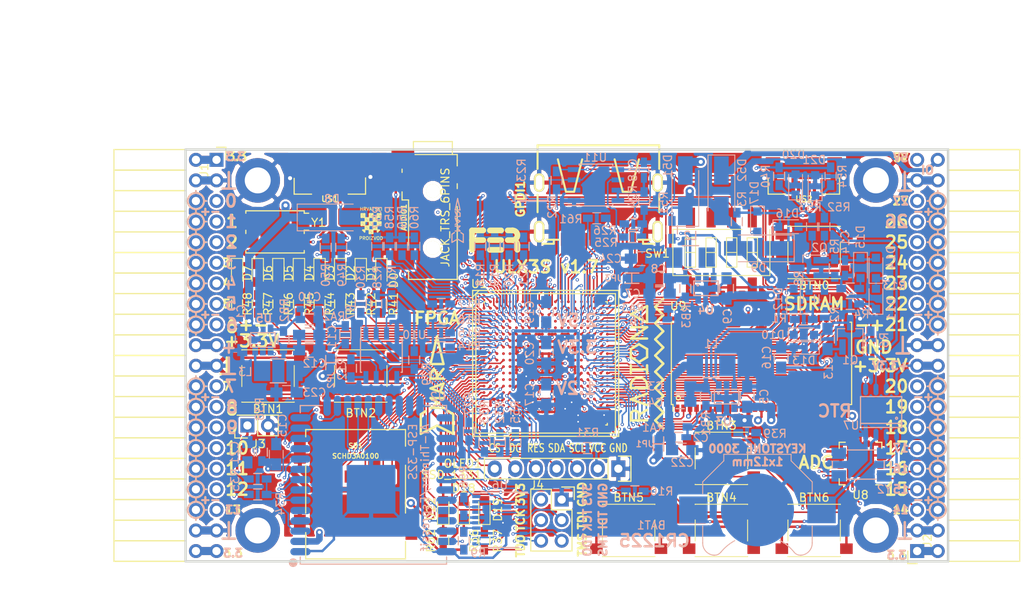
<source format=kicad_pcb>
(kicad_pcb (version 4) (host pcbnew 4.0.7+dfsg1-1)
  (layers (0 F.Cu signal) (1 In1.Cu signal) (2 In2.Cu signal) (31 B.Cu signal) (34 B.Paste user) (35 F.Paste user) (36 B.SilkS user) (37 F.SilkS user) (38 B.Mask user) (39 F.Mask user) (44 Edge.Cuts user))
  (net 0 "")
  (net 1 GND)
  (net 2 +5V)
  (net 3 /gpio/IN5V)
  (net 4 /gpio/OUT5V)
  (net 5 +3V3)
  (net 6 +1V2)
  (net 7 BTN_D)
  (net 8 BTN_F1)
  (net 9 BTN_F2)
  (net 10 BTN_L)
  (net 11 BTN_R)
  (net 12 BTN_U)
  (net 13 /power/FB1)
  (net 14 +2V5)
  (net 15 /power/PWREN)
  (net 16 /power/FB3)
  (net 17 /power/FB2)
  (net 18 "Net-(D9-Pad1)")
  (net 19 /power/VBAT)
  (net 20 JTAG_TDI)
  (net 21 JTAG_TCK)
  (net 22 JTAG_TMS)
  (net 23 JTAG_TDO)
  (net 24 /power/WAKEUPn)
  (net 25 /power/WKUP)
  (net 26 /power/SHUT)
  (net 27 /power/WAKE)
  (net 28 /power/HOLD)
  (net 29 /power/WKn)
  (net 30 /power/OSCI_32k)
  (net 31 /power/OSCO_32k)
  (net 32 "Net-(Q2-Pad3)")
  (net 33 SHUTDOWN)
  (net 34 /analog/AUDIO_L)
  (net 35 /analog/AUDIO_R)
  (net 36 GPDI_5V_SCL)
  (net 37 GPDI_5V_SDA)
  (net 38 GPDI_SDA)
  (net 39 GPDI_SCL)
  (net 40 /gpdi/VREF2)
  (net 41 SD_CMD)
  (net 42 SD_CLK)
  (net 43 SD_D0)
  (net 44 SD_D1)
  (net 45 USB5V)
  (net 46 GPDI_CEC)
  (net 47 nRESET)
  (net 48 FTDI_nDTR)
  (net 49 SDRAM_CKE)
  (net 50 SDRAM_A7)
  (net 51 SDRAM_D15)
  (net 52 SDRAM_BA1)
  (net 53 SDRAM_D7)
  (net 54 SDRAM_A6)
  (net 55 SDRAM_CLK)
  (net 56 SDRAM_D13)
  (net 57 SDRAM_BA0)
  (net 58 SDRAM_D6)
  (net 59 SDRAM_A5)
  (net 60 SDRAM_D14)
  (net 61 SDRAM_A11)
  (net 62 SDRAM_D12)
  (net 63 SDRAM_D5)
  (net 64 SDRAM_A4)
  (net 65 SDRAM_A10)
  (net 66 SDRAM_D11)
  (net 67 SDRAM_A3)
  (net 68 SDRAM_D4)
  (net 69 SDRAM_D10)
  (net 70 SDRAM_D9)
  (net 71 SDRAM_A9)
  (net 72 SDRAM_D3)
  (net 73 SDRAM_D8)
  (net 74 SDRAM_A8)
  (net 75 SDRAM_A2)
  (net 76 SDRAM_A1)
  (net 77 SDRAM_A0)
  (net 78 SDRAM_D2)
  (net 79 SDRAM_D1)
  (net 80 SDRAM_D0)
  (net 81 SDRAM_DQM0)
  (net 82 SDRAM_nCS)
  (net 83 SDRAM_nRAS)
  (net 84 SDRAM_DQM1)
  (net 85 SDRAM_nCAS)
  (net 86 SDRAM_nWE)
  (net 87 /flash/FLASH_nWP)
  (net 88 /flash/FLASH_nHOLD)
  (net 89 /flash/FLASH_MOSI)
  (net 90 /flash/FLASH_MISO)
  (net 91 /flash/FLASH_SCK)
  (net 92 /flash/FLASH_nCS)
  (net 93 /flash/FPGA_PROGRAMN)
  (net 94 /flash/FPGA_DONE)
  (net 95 /flash/FPGA_INITN)
  (net 96 OLED_RES)
  (net 97 OLED_DC)
  (net 98 OLED_CS)
  (net 99 WIFI_EN)
  (net 100 FTDI_nRTS)
  (net 101 FTDI_TXD)
  (net 102 FTDI_RXD)
  (net 103 WIFI_RXD)
  (net 104 WIFI_GPIO0)
  (net 105 WIFI_TXD)
  (net 106 GPDI_ETH-)
  (net 107 GPDI_ETH+)
  (net 108 GPDI_D2+)
  (net 109 GPDI_D2-)
  (net 110 GPDI_D1+)
  (net 111 GPDI_D1-)
  (net 112 GPDI_D0+)
  (net 113 GPDI_D0-)
  (net 114 GPDI_CLK+)
  (net 115 GPDI_CLK-)
  (net 116 USB_FTDI_D+)
  (net 117 USB_FTDI_D-)
  (net 118 J1_17-)
  (net 119 J1_17+)
  (net 120 J1_23-)
  (net 121 J1_23+)
  (net 122 J1_25-)
  (net 123 J1_25+)
  (net 124 J1_27-)
  (net 125 J1_27+)
  (net 126 J1_29-)
  (net 127 J1_29+)
  (net 128 J1_31-)
  (net 129 J1_31+)
  (net 130 J1_33-)
  (net 131 J1_33+)
  (net 132 J1_35-)
  (net 133 J1_35+)
  (net 134 J2_5-)
  (net 135 J2_5+)
  (net 136 J2_7-)
  (net 137 J2_7+)
  (net 138 J2_9-)
  (net 139 J2_9+)
  (net 140 J2_13-)
  (net 141 J2_13+)
  (net 142 J2_17-)
  (net 143 J2_17+)
  (net 144 J2_11-)
  (net 145 J2_11+)
  (net 146 J2_23-)
  (net 147 J2_23+)
  (net 148 J1_5-)
  (net 149 J1_5+)
  (net 150 J1_7-)
  (net 151 J1_7+)
  (net 152 J1_9-)
  (net 153 J1_9+)
  (net 154 J1_11-)
  (net 155 J1_11+)
  (net 156 J1_13-)
  (net 157 J1_13+)
  (net 158 J1_15-)
  (net 159 J1_15+)
  (net 160 J2_15-)
  (net 161 J2_15+)
  (net 162 J2_25-)
  (net 163 J2_25+)
  (net 164 J2_27-)
  (net 165 J2_27+)
  (net 166 J2_29-)
  (net 167 J2_29+)
  (net 168 J2_31-)
  (net 169 J2_31+)
  (net 170 J2_33-)
  (net 171 J2_33+)
  (net 172 J2_35-)
  (net 173 J2_35+)
  (net 174 SD_D3)
  (net 175 AUDIO_L3)
  (net 176 AUDIO_L2)
  (net 177 AUDIO_L1)
  (net 178 AUDIO_L0)
  (net 179 AUDIO_R3)
  (net 180 AUDIO_R2)
  (net 181 AUDIO_R1)
  (net 182 AUDIO_R0)
  (net 183 OLED_CLK)
  (net 184 OLED_MOSI)
  (net 185 LED0)
  (net 186 LED1)
  (net 187 LED2)
  (net 188 LED3)
  (net 189 LED4)
  (net 190 LED5)
  (net 191 LED6)
  (net 192 LED7)
  (net 193 BTN_PWRn)
  (net 194 FTDI_nTXLED)
  (net 195 FTDI_nSLEEP)
  (net 196 /blinkey/LED_PWREN)
  (net 197 /blinkey/LED_TXLED)
  (net 198 FT3V3)
  (net 199 /sdcard/SD3V3)
  (net 200 SD_D2)
  (net 201 CLK_25MHz)
  (net 202 /blinkey/BTNPUL)
  (net 203 /blinkey/BTNPUR)
  (net 204 USB_FPGA_D+)
  (net 205 /power/FTDI_nSUSPEND)
  (net 206 /blinkey/ALED0)
  (net 207 /blinkey/ALED1)
  (net 208 /blinkey/ALED2)
  (net 209 /blinkey/ALED3)
  (net 210 /blinkey/ALED4)
  (net 211 /blinkey/ALED5)
  (net 212 /blinkey/ALED6)
  (net 213 /blinkey/ALED7)
  (net 214 /usb/FTD-)
  (net 215 /usb/FTD+)
  (net 216 ADC_MISO)
  (net 217 ADC_MOSI)
  (net 218 ADC_CSn)
  (net 219 ADC_SCLK)
  (net 220 "Net-(R51-Pad2)")
  (net 221 SW3)
  (net 222 SW2)
  (net 223 SW1)
  (net 224 SW0)
  (net 225 USB_FPGA_D-)
  (net 226 /usb/FPD+)
  (net 227 /usb/FPD-)
  (net 228 WIFI_GPIO16)
  (net 229 WIFI_GPIO15)
  (net 230 /usb/ANT_433MHz)
  (net 231 /power/PWRBTn)
  (net 232 PROG_DONE)
  (net 233 /power/P1V2)
  (net 234 /power/P3V3)
  (net 235 /power/P2V5)
  (net 236 /power/L1)
  (net 237 /power/L3)
  (net 238 /power/L2)
  (net 239 FTDI_TXDEN)
  (net 240 /wifi/WIFIOFF)
  (net 241 SDRAM_A12)
  (net 242 /analog/AUDIO_V)
  (net 243 AUDIO_V3)
  (net 244 AUDIO_V2)
  (net 245 AUDIO_V1)
  (net 246 AUDIO_V0)
  (net 247 /gpdi/FPGA_CEC)
  (net 248 /blinkey/LED_WIFI)
  (net 249 WIFI_GPIO2)
  (module Socket_Strips:Socket_Strip_Angled_2x20 (layer F.Cu) (at 97.91 62.69 270)
    (fp_text reference J1 (at 1.27 1.524 270) (layer F.SilkS))
    (fp_text value CONN_02X20 hide)
    (pad 1 thru_hole rect (at 0 0 270) (size 1.7272 1.7272) (drill 1.016) (layers *.Cu *.Mask) (net 5 +3V3))
    (pad 2 thru_hole oval (at 0 2.54 270) (size 1.7272 1.7272) (drill 1.016) (layers *.Cu *.Mask) (net 5 +3V3))
    (pad 3 thru_hole oval (at 2.54 0 270) (size 1.7272 1.7272) (drill 1.016) (layers *.Cu *.Mask) (net 1 GND))
    (pad 4 thru_hole oval (at 2.54 2.54 270) (size 1.7272 1.7272) (drill 1.016) (layers *.Cu *.Mask) (net 1 GND))
    (pad 5 thru_hole oval (at 5.08 0 270) (size 1.7272 1.7272) (drill 1.016) (layers *.Cu *.Mask) (net 148 J1_5-))
    (pad 6 thru_hole oval (at 5.08 2.54 270) (size 1.7272 1.7272) (drill 1.016) (layers *.Cu *.Mask) (net 149 J1_5+))
    (pad 7 thru_hole oval (at 7.62 0 270) (size 1.7272 1.7272) (drill 1.016) (layers *.Cu *.Mask) (net 150 J1_7-))
    (pad 8 thru_hole oval (at 7.62 2.54 270) (size 1.7272 1.7272) (drill 1.016) (layers *.Cu *.Mask) (net 151 J1_7+))
    (pad 9 thru_hole oval (at 10.16 0 270) (size 1.7272 1.7272) (drill 1.016) (layers *.Cu *.Mask) (net 152 J1_9-))
    (pad 10 thru_hole oval (at 10.16 2.54 270) (size 1.7272 1.7272) (drill 1.016) (layers *.Cu *.Mask) (net 153 J1_9+))
    (pad 11 thru_hole oval (at 12.7 0 270) (size 1.7272 1.7272) (drill 1.016) (layers *.Cu *.Mask) (net 154 J1_11-))
    (pad 12 thru_hole oval (at 12.7 2.54 270) (size 1.7272 1.7272) (drill 1.016) (layers *.Cu *.Mask) (net 155 J1_11+))
    (pad 13 thru_hole oval (at 15.24 0 270) (size 1.7272 1.7272) (drill 1.016) (layers *.Cu *.Mask) (net 156 J1_13-))
    (pad 14 thru_hole oval (at 15.24 2.54 270) (size 1.7272 1.7272) (drill 1.016) (layers *.Cu *.Mask) (net 157 J1_13+))
    (pad 15 thru_hole oval (at 17.78 0 270) (size 1.7272 1.7272) (drill 1.016) (layers *.Cu *.Mask) (net 158 J1_15-))
    (pad 16 thru_hole oval (at 17.78 2.54 270) (size 1.7272 1.7272) (drill 1.016) (layers *.Cu *.Mask) (net 159 J1_15+))
    (pad 17 thru_hole oval (at 20.32 0 270) (size 1.7272 1.7272) (drill 1.016) (layers *.Cu *.Mask) (net 118 J1_17-))
    (pad 18 thru_hole oval (at 20.32 2.54 270) (size 1.7272 1.7272) (drill 1.016) (layers *.Cu *.Mask) (net 119 J1_17+))
    (pad 19 thru_hole oval (at 22.86 0 270) (size 1.7272 1.7272) (drill 1.016) (layers *.Cu *.Mask) (net 5 +3V3))
    (pad 20 thru_hole oval (at 22.86 2.54 270) (size 1.7272 1.7272) (drill 1.016) (layers *.Cu *.Mask) (net 5 +3V3))
    (pad 21 thru_hole oval (at 25.4 0 270) (size 1.7272 1.7272) (drill 1.016) (layers *.Cu *.Mask) (net 1 GND))
    (pad 22 thru_hole oval (at 25.4 2.54 270) (size 1.7272 1.7272) (drill 1.016) (layers *.Cu *.Mask) (net 1 GND))
    (pad 23 thru_hole oval (at 27.94 0 270) (size 1.7272 1.7272) (drill 1.016) (layers *.Cu *.Mask) (net 120 J1_23-))
    (pad 24 thru_hole oval (at 27.94 2.54 270) (size 1.7272 1.7272) (drill 1.016) (layers *.Cu *.Mask) (net 121 J1_23+))
    (pad 25 thru_hole oval (at 30.48 0 270) (size 1.7272 1.7272) (drill 1.016) (layers *.Cu *.Mask) (net 122 J1_25-))
    (pad 26 thru_hole oval (at 30.48 2.54 270) (size 1.7272 1.7272) (drill 1.016) (layers *.Cu *.Mask) (net 123 J1_25+))
    (pad 27 thru_hole oval (at 33.02 0 270) (size 1.7272 1.7272) (drill 1.016) (layers *.Cu *.Mask) (net 124 J1_27-))
    (pad 28 thru_hole oval (at 33.02 2.54 270) (size 1.7272 1.7272) (drill 1.016) (layers *.Cu *.Mask) (net 125 J1_27+))
    (pad 29 thru_hole oval (at 35.56 0 270) (size 1.7272 1.7272) (drill 1.016) (layers *.Cu *.Mask) (net 126 J1_29-))
    (pad 30 thru_hole oval (at 35.56 2.54 270) (size 1.7272 1.7272) (drill 1.016) (layers *.Cu *.Mask) (net 127 J1_29+))
    (pad 31 thru_hole oval (at 38.1 0 270) (size 1.7272 1.7272) (drill 1.016) (layers *.Cu *.Mask) (net 128 J1_31-))
    (pad 32 thru_hole oval (at 38.1 2.54 270) (size 1.7272 1.7272) (drill 1.016) (layers *.Cu *.Mask) (net 129 J1_31+))
    (pad 33 thru_hole oval (at 40.64 0 270) (size 1.7272 1.7272) (drill 1.016) (layers *.Cu *.Mask) (net 130 J1_33-))
    (pad 34 thru_hole oval (at 40.64 2.54 270) (size 1.7272 1.7272) (drill 1.016) (layers *.Cu *.Mask) (net 131 J1_33+))
    (pad 35 thru_hole oval (at 43.18 0 270) (size 1.7272 1.7272) (drill 1.016) (layers *.Cu *.Mask) (net 132 J1_35-))
    (pad 36 thru_hole oval (at 43.18 2.54 270) (size 1.7272 1.7272) (drill 1.016) (layers *.Cu *.Mask) (net 133 J1_35+))
    (pad 37 thru_hole oval (at 45.72 0 270) (size 1.7272 1.7272) (drill 1.016) (layers *.Cu *.Mask) (net 1 GND))
    (pad 38 thru_hole oval (at 45.72 2.54 270) (size 1.7272 1.7272) (drill 1.016) (layers *.Cu *.Mask) (net 1 GND))
    (pad 39 thru_hole oval (at 48.26 0 270) (size 1.7272 1.7272) (drill 1.016) (layers *.Cu *.Mask) (net 5 +3V3))
    (pad 40 thru_hole oval (at 48.26 2.54 270) (size 1.7272 1.7272) (drill 1.016) (layers *.Cu *.Mask) (net 5 +3V3))
  )
  (module SMD_Packages:1Pin (layer F.Cu) (at 182.67515 111.637626)
    (fp_text reference AE1 hide)
    (fp_text value 433MHz hide)
    (pad 1 smd rect (at 0 0) (size 0.5 0.5) (layers B.Cu F.Paste F.Mask) (net 230 /usb/ANT_433MHz))
  )
  (module Resistors_SMD:R_0603_HandSoldering (layer B.Cu) (at 103.498 98.758 90)
    (fp_text reference R38 (at 5.334 -0.254 90) (layer B.SilkS) (effects (justify mirror)))
    (fp_text value 0.47)
    (pad 1 smd rect (at -1.1 0 90) (size 1.2 0.9) (layers B.Cu B.Paste B.Mask) (net 199 /sdcard/SD3V3))
    (pad 2 smd rect (at 1.1 0 90) (size 1.2 0.9) (layers B.Cu B.Paste B.Mask) (net 5 +3V3))
  )
  (module jumper:SOLDER-JUMPER_1-WAY (layer B.Cu) (at 152.393 97.742 270)
    (fp_text reference JP1 (at 0 1.778 360) (layer B.SilkS) (effects (font (size 0.762 0.762) (thickness 0.1524)) (justify mirror)))
    (fp_text value 1.2 hide)
    (pad 1 smd rect (at -0.6 0 270) (size 1 1) (layers B.Cu B.Paste B.Mask) (net 233 /power/P1V2))
    (pad 2 smd rect (at 0.6 0 270) (size 1 1) (layers B.Cu B.Paste B.Mask) (net 6 +1V2))
  )
  (module ESP32-footprints-Lib:ESP-32S (layer B.Cu) (at 117.313 101.513)
    (fp_text reference U2 (at 7.902 -9.613 180) (layer B.SilkS) (effects (justify mirror)))
    (fp_text value ESP-32S)
    (fp_text user AI-Thinker/Espressif (at 6.3 1.6 270) (layer B.SilkS) (effects (justify mirror)))
    (fp_text user ESP-32S (at 4.8 -2.8 270) (layer B.SilkS) (effects (justify mirror)))
    (pad 38 smd oval (at 8.947434 9.517338 180) (size 2.5 0.9) (layers B.Cu B.Paste B.Mask) (net 1 GND))
    (pad 37 smd oval (at 8.947434 8.247338 180) (size 2.5 0.9) (layers B.Cu B.Paste B.Mask) (net 20 JTAG_TDI))
    (pad 36 smd oval (at 8.947434 6.977338 180) (size 2.5 0.9) (layers B.Cu B.Paste B.Mask) (net 232 PROG_DONE))
    (pad 35 smd oval (at 8.947434 5.707338 180) (size 2.5 0.9) (layers B.Cu B.Paste B.Mask) (net 105 WIFI_TXD))
    (pad 34 smd oval (at 8.947434 4.437338 180) (size 2.5 0.9) (layers B.Cu B.Paste B.Mask) (net 103 WIFI_RXD))
    (pad 33 smd oval (at 8.947434 3.167338 180) (size 2.5 0.9) (layers B.Cu B.Paste B.Mask) (net 22 JTAG_TMS))
    (pad 32 smd oval (at 8.947434 1.897338 180) (size 2.5 0.9) (layers B.Cu B.Paste B.Mask))
    (pad 31 smd oval (at 8.947434 0.627338 180) (size 2.5 0.9) (layers B.Cu B.Paste B.Mask) (net 23 JTAG_TDO))
    (pad 30 smd oval (at 8.947434 -0.642662 180) (size 2.5 0.9) (layers B.Cu B.Paste B.Mask) (net 21 JTAG_TCK))
    (pad 29 smd oval (at 8.947434 -1.912662 180) (size 2.5 0.9) (layers B.Cu B.Paste B.Mask))
    (pad 28 smd oval (at 8.947434 -3.182662 180) (size 2.5 0.9) (layers B.Cu B.Paste B.Mask))
    (pad 27 smd oval (at 8.947434 -4.452662 180) (size 2.5 0.9) (layers B.Cu B.Paste B.Mask) (net 228 WIFI_GPIO16))
    (pad 26 smd oval (at 8.947434 -5.722662 180) (size 2.5 0.9) (layers B.Cu B.Paste B.Mask))
    (pad 25 smd oval (at 8.947434 -6.992662 180) (size 2.5 0.9) (layers B.Cu B.Paste B.Mask) (net 104 WIFI_GPIO0))
    (pad 24 smd oval (at 5.662434 -8.482662 180) (size 0.9 2.5) (layers B.Cu B.Paste B.Mask) (net 249 WIFI_GPIO2))
    (pad 23 smd oval (at 4.392434 -8.482662 180) (size 0.9 2.5) (layers B.Cu B.Paste B.Mask) (net 229 WIFI_GPIO15))
    (pad 22 smd oval (at 3.122434 -8.482662 180) (size 0.9 2.5) (layers B.Cu B.Paste B.Mask) (net 44 SD_D1))
    (pad 21 smd oval (at 1.852434 -8.482662 180) (size 0.9 2.5) (layers B.Cu B.Paste B.Mask) (net 43 SD_D0))
    (pad 20 smd oval (at 0.582434 -8.482662 180) (size 0.9 2.5) (layers B.Cu B.Paste B.Mask) (net 42 SD_CLK))
    (pad 19 smd oval (at -0.687566 -8.482662 180) (size 0.9 2.5) (layers B.Cu B.Paste B.Mask) (net 41 SD_CMD))
    (pad 18 smd oval (at -1.957566 -8.482662 180) (size 0.9 2.5) (layers B.Cu B.Paste B.Mask) (net 174 SD_D3))
    (pad 17 smd oval (at -3.227566 -8.482662 180) (size 0.9 2.5) (layers B.Cu B.Paste B.Mask) (net 200 SD_D2))
    (pad 16 smd oval (at -4.497566 -8.482662 180) (size 0.9 2.5) (layers B.Cu B.Paste B.Mask) (net 124 J1_27-))
    (pad 15 smd oval (at -5.767566 -8.482662 180) (size 0.9 2.5) (layers B.Cu B.Paste B.Mask) (net 1 GND))
    (pad 14 smd oval (at -9.052566 -6.992662 180) (size 2.5 0.9) (layers B.Cu B.Paste B.Mask) (net 125 J1_27+))
    (pad 13 smd oval (at -9.052566 -5.722662 180) (size 2.5 0.9) (layers B.Cu B.Paste B.Mask) (net 126 J1_29-))
    (pad 12 smd oval (at -9.052566 -4.452662 180) (size 2.5 0.9) (layers B.Cu B.Paste B.Mask) (net 127 J1_29+))
    (pad 11 smd oval (at -9.052566 -3.182662 180) (size 2.5 0.9) (layers B.Cu B.Paste B.Mask) (net 128 J1_31-))
    (pad 10 smd oval (at -9.052566 -1.912662 180) (size 2.5 0.9) (layers B.Cu B.Paste B.Mask) (net 129 J1_31+))
    (pad 9 smd oval (at -9.052566 -0.642662 180) (size 2.5 0.9) (layers B.Cu B.Paste B.Mask) (net 130 J1_33-))
    (pad 8 smd oval (at -9.052566 0.627338 180) (size 2.5 0.9) (layers B.Cu B.Paste B.Mask) (net 131 J1_33+))
    (pad 7 smd oval (at -9.052566 1.897338 180) (size 2.5 0.9) (layers B.Cu B.Paste B.Mask) (net 132 J1_35-))
    (pad 6 smd oval (at -9.052566 3.167338 180) (size 2.5 0.9) (layers B.Cu B.Paste B.Mask) (net 133 J1_35+))
    (pad 5 smd oval (at -9.052566 4.437338 180) (size 2.5 0.9) (layers B.Cu B.Paste B.Mask))
    (pad 4 smd oval (at -9.052566 5.707338 180) (size 2.5 0.9) (layers B.Cu B.Paste B.Mask))
    (pad 3 smd oval (at -9.052566 6.977338 180) (size 2.5 0.9) (layers B.Cu B.Paste B.Mask) (net 99 WIFI_EN))
    (pad 2 smd oval (at -9.052566 8.247338 180) (size 2.5 0.9) (layers B.Cu B.Paste B.Mask) (net 5 +3V3))
    (pad 1 smd oval (at -9.052566 9.517338 180) (size 2.5 0.9) (layers B.Cu B.Paste B.Mask) (net 1 GND))
    (pad 39 smd rect (at -0.352566 1.817338 180) (size 6 6) (layers B.Cu B.Paste B.Mask) (net 1 GND))
  )
  (module Diodes_SMD:D_SMA_Handsoldering (layer B.Cu) (at 155.695 66.5 90)
    (fp_text reference D51 (at 3.048 -2.159 90) (layer B.SilkS) (effects (justify mirror)))
    (fp_text value STPS2L30AF hide)
    (pad 1 smd rect (at -2.5 0 90) (size 3.5 1.8) (layers B.Cu B.Paste B.Mask) (net 2 +5V))
    (pad 2 smd rect (at 2.5 0 90) (size 3.5 1.8) (layers B.Cu B.Paste B.Mask) (net 3 /gpio/IN5V))
  )
  (module Resistors_SMD:R_0603_HandSoldering (layer B.Cu) (at 154.044 71.326 90)
    (fp_text reference R51 (at 3.302 -1.016 90) (layer B.SilkS) (effects (justify mirror)))
    (fp_text value 150)
    (pad 1 smd rect (at -1.1 0 90) (size 1.2 0.9) (layers B.Cu B.Paste B.Mask) (net 5 +3V3))
    (pad 2 smd rect (at 1.1 0 90) (size 1.2 0.9) (layers B.Cu B.Paste B.Mask) (net 220 "Net-(R51-Pad2)"))
  )
  (module Resistors_SMD:R_1210_HandSoldering (layer B.Cu) (at 158.87 88.09 180)
    (fp_text reference L1 (at 0 2.7 180) (layer B.SilkS) (effects (justify mirror)))
    (fp_text value 2.2uH)
    (pad 1 smd rect (at -2 0 180) (size 2 2.5) (layers B.Cu B.Paste B.Mask) (net 236 /power/L1))
    (pad 2 smd rect (at 2 0 180) (size 2 2.5) (layers B.Cu B.Paste B.Mask) (net 233 /power/P1V2))
  )
  (module TSOT-25:TSOT-25 (layer B.Cu) (at 160.775 91.9)
    (fp_text reference U3 (at -0.381 3.048) (layer B.SilkS) (effects (font (thickness 0.2)) (justify mirror)))
    (fp_text value AP3429A)
    (pad 1 smd rect (at -0.95 -1.3) (size 0.7 1.2) (layers B.Cu B.Paste B.Mask) (net 15 /power/PWREN))
    (pad 2 smd rect (at 0 -1.3) (size 0.7 1.2) (layers B.Cu B.Paste B.Mask) (net 1 GND))
    (pad 3 smd rect (at 0.95 -1.3) (size 0.7 1.2) (layers B.Cu B.Paste B.Mask) (net 236 /power/L1))
    (pad 4 smd rect (at 0.95 1.3) (size 0.7 1.2) (layers B.Cu B.Paste B.Mask) (net 2 +5V))
    (pad 5 smd rect (at -0.95 1.3) (size 0.7 1.2) (layers B.Cu B.Paste B.Mask) (net 13 /power/FB1))
  )
  (module Resistors_SMD:R_1210_HandSoldering (layer B.Cu) (at 156.33 74.755 180)
    (fp_text reference L2 (at 0 2.7 180) (layer B.SilkS) (effects (justify mirror)))
    (fp_text value 2.2uH)
    (pad 1 smd rect (at -2 0 180) (size 2 2.5) (layers B.Cu B.Paste B.Mask) (net 237 /power/L3))
    (pad 2 smd rect (at 2 0 180) (size 2 2.5) (layers B.Cu B.Paste B.Mask) (net 234 /power/P3V3))
  )
  (module TSOT-25:TSOT-25 (layer B.Cu) (at 158.235 78.535)
    (fp_text reference U4 (at 0 2.697) (layer B.SilkS) (effects (font (thickness 0.2)) (justify mirror)))
    (fp_text value AP3429A)
    (pad 1 smd rect (at -0.95 -1.3) (size 0.7 1.2) (layers B.Cu B.Paste B.Mask) (net 15 /power/PWREN))
    (pad 2 smd rect (at 0 -1.3) (size 0.7 1.2) (layers B.Cu B.Paste B.Mask) (net 1 GND))
    (pad 3 smd rect (at 0.95 -1.3) (size 0.7 1.2) (layers B.Cu B.Paste B.Mask) (net 237 /power/L3))
    (pad 4 smd rect (at 0.95 1.3) (size 0.7 1.2) (layers B.Cu B.Paste B.Mask) (net 2 +5V))
    (pad 5 smd rect (at -0.95 1.3) (size 0.7 1.2) (layers B.Cu B.Paste B.Mask) (net 16 /power/FB3))
  )
  (module Resistors_SMD:R_1210_HandSoldering (layer B.Cu) (at 105.53 88.725)
    (fp_text reference L3 (at -4.064 0.127) (layer B.SilkS) (effects (justify mirror)))
    (fp_text value 2.2uH)
    (pad 1 smd rect (at -2 0) (size 2 2.5) (layers B.Cu B.Paste B.Mask) (net 238 /power/L2))
    (pad 2 smd rect (at 2 0) (size 2 2.5) (layers B.Cu B.Paste B.Mask) (net 235 /power/P2V5))
  )
  (module TSOT-25:TSOT-25 (layer B.Cu) (at 103.625 84.915 180)
    (fp_text reference U5 (at -0.127 2.667 180) (layer B.SilkS) (effects (font (thickness 0.2)) (justify mirror)))
    (fp_text value AP3429A)
    (pad 1 smd rect (at -0.95 -1.3 180) (size 0.7 1.2) (layers B.Cu B.Paste B.Mask) (net 15 /power/PWREN))
    (pad 2 smd rect (at 0 -1.3 180) (size 0.7 1.2) (layers B.Cu B.Paste B.Mask) (net 1 GND))
    (pad 3 smd rect (at 0.95 -1.3 180) (size 0.7 1.2) (layers B.Cu B.Paste B.Mask) (net 238 /power/L2))
    (pad 4 smd rect (at 0.95 1.3 180) (size 0.7 1.2) (layers B.Cu B.Paste B.Mask) (net 2 +5V))
    (pad 5 smd rect (at -0.95 1.3 180) (size 0.7 1.2) (layers B.Cu B.Paste B.Mask) (net 17 /power/FB2))
  )
  (module Capacitors_SMD:C_0805_HandSoldering (layer B.Cu) (at 101.085 84.915 270)
    (fp_text reference C1 (at -3.429 0.127 270) (layer B.SilkS) (effects (justify mirror)))
    (fp_text value 22uF)
    (pad 1 smd rect (at -1.25 0 270) (size 1.5 1.25) (layers B.Cu B.Paste B.Mask) (net 2 +5V))
    (pad 2 smd rect (at 1.25 0 270) (size 1.5 1.25) (layers B.Cu B.Paste B.Mask) (net 1 GND))
  )
  (module Capacitors_SMD:C_0805_HandSoldering (layer B.Cu) (at 155.06 90.63)
    (fp_text reference C3 (at -3.048 0) (layer B.SilkS) (effects (justify mirror)))
    (fp_text value 22uF)
    (pad 1 smd rect (at -1.25 0) (size 1.5 1.25) (layers B.Cu B.Paste B.Mask) (net 233 /power/P1V2))
    (pad 2 smd rect (at 1.25 0) (size 1.5 1.25) (layers B.Cu B.Paste B.Mask) (net 1 GND))
  )
  (module Capacitors_SMD:C_0805_HandSoldering (layer B.Cu) (at 155.06 92.535)
    (fp_text reference C4 (at -3.048 0.127) (layer B.SilkS) (effects (justify mirror)))
    (fp_text value 22uF)
    (pad 1 smd rect (at -1.25 0) (size 1.5 1.25) (layers B.Cu B.Paste B.Mask) (net 233 /power/P1V2))
    (pad 2 smd rect (at 1.25 0) (size 1.5 1.25) (layers B.Cu B.Paste B.Mask) (net 1 GND))
  )
  (module Capacitors_SMD:C_0805_HandSoldering (layer B.Cu) (at 163.315 91.9 90)
    (fp_text reference C5 (at 0 2.1 90) (layer B.SilkS) (effects (justify mirror)))
    (fp_text value 22uF)
    (pad 1 smd rect (at -1.25 0 90) (size 1.5 1.25) (layers B.Cu B.Paste B.Mask) (net 2 +5V))
    (pad 2 smd rect (at 1.25 0 90) (size 1.5 1.25) (layers B.Cu B.Paste B.Mask) (net 1 GND))
  )
  (module Capacitors_SMD:C_0805_HandSoldering (layer B.Cu) (at 152.52 79.2)
    (fp_text reference C7 (at -3.302 0) (layer B.SilkS) (effects (justify mirror)))
    (fp_text value 22uF)
    (pad 1 smd rect (at -1.25 0) (size 1.5 1.25) (layers B.Cu B.Paste B.Mask) (net 234 /power/P3V3))
    (pad 2 smd rect (at 1.25 0) (size 1.5 1.25) (layers B.Cu B.Paste B.Mask) (net 1 GND))
  )
  (module Capacitors_SMD:C_0805_HandSoldering (layer B.Cu) (at 152.52 77.295)
    (fp_text reference C8 (at -0.127 -1.143) (layer B.SilkS) (effects (justify mirror)))
    (fp_text value 22uF)
    (pad 1 smd rect (at -1.25 0) (size 1.5 1.25) (layers B.Cu B.Paste B.Mask) (net 234 /power/P3V3))
    (pad 2 smd rect (at 1.25 0) (size 1.5 1.25) (layers B.Cu B.Paste B.Mask) (net 1 GND))
  )
  (module Capacitors_SMD:C_0805_HandSoldering (layer B.Cu) (at 160.775 78.565 90)
    (fp_text reference C9 (at -3.429 0.127 90) (layer B.SilkS) (effects (justify mirror)))
    (fp_text value 22uF)
    (pad 1 smd rect (at -1.25 0 90) (size 1.5 1.25) (layers B.Cu B.Paste B.Mask) (net 2 +5V))
    (pad 2 smd rect (at 1.25 0 90) (size 1.5 1.25) (layers B.Cu B.Paste B.Mask) (net 1 GND))
  )
  (module Capacitors_SMD:C_0805_HandSoldering (layer B.Cu) (at 109.34 84.28 180)
    (fp_text reference C11 (at -2.794 -0.254 270) (layer B.SilkS) (effects (justify mirror)))
    (fp_text value 22uF)
    (pad 1 smd rect (at -1.25 0 180) (size 1.5 1.25) (layers B.Cu B.Paste B.Mask) (net 235 /power/P2V5))
    (pad 2 smd rect (at 1.25 0 180) (size 1.5 1.25) (layers B.Cu B.Paste B.Mask) (net 1 GND))
  )
  (module Capacitors_SMD:C_0805_HandSoldering (layer B.Cu) (at 109.34 86.185 180)
    (fp_text reference C12 (at -0.635 -1.615 360) (layer B.SilkS) (effects (justify mirror)))
    (fp_text value 22uF)
    (pad 1 smd rect (at -1.25 0 180) (size 1.5 1.25) (layers B.Cu B.Paste B.Mask) (net 235 /power/P2V5))
    (pad 2 smd rect (at 1.25 0 180) (size 1.5 1.25) (layers B.Cu B.Paste B.Mask) (net 1 GND))
  )
  (module Power_Integrations:SO-8 (layer B.Cu) (at 179.825 93.805 180)
    (fp_text reference U7 (at 3.683 -1.651 180) (layer B.SilkS) (effects (justify mirror)))
    (fp_text value PCF8523)
    (pad 1 smd oval (at -1.905 -2.794 180) (size 0.6096 1.4732) (layers B.Cu B.Paste B.Mask) (net 30 /power/OSCI_32k))
    (pad 2 smd oval (at -0.635 -2.794 180) (size 0.6096 1.4732) (layers B.Cu B.Paste B.Mask) (net 31 /power/OSCO_32k))
    (pad 3 smd oval (at 0.635 -2.794 180) (size 0.6096 1.4732) (layers B.Cu B.Paste B.Mask) (net 19 /power/VBAT))
    (pad 4 smd oval (at 1.905 -2.794 180) (size 0.6096 1.4732) (layers B.Cu B.Paste B.Mask) (net 1 GND))
    (pad 5 smd oval (at 1.905 2.794 180) (size 0.6096 1.4732) (layers B.Cu B.Paste B.Mask) (net 38 GPDI_SDA))
    (pad 6 smd oval (at 0.635 2.794 180) (size 0.6096 1.4732) (layers B.Cu B.Paste B.Mask) (net 39 GPDI_SCL))
    (pad 7 smd oval (at -0.635 2.794 180) (size 0.6096 1.4732) (layers B.Cu B.Paste B.Mask) (net 24 /power/WAKEUPn))
    (pad 8 smd oval (at -1.905 2.794 180) (size 0.6096 1.4732) (layers B.Cu B.Paste B.Mask) (net 5 +3V3))
  )
  (module Capacitors_SMD:C_0805_HandSoldering (layer B.Cu) (at 173.221 84.788 90)
    (fp_text reference C13 (at -3.556 0.127 90) (layer B.SilkS) (effects (justify mirror)))
    (fp_text value 2.2uF)
    (pad 1 smd rect (at -1.25 0 90) (size 1.5 1.25) (layers B.Cu B.Paste B.Mask) (net 2 +5V))
    (pad 2 smd rect (at 1.25 0 90) (size 1.5 1.25) (layers B.Cu B.Paste B.Mask) (net 25 /power/WKUP))
  )
  (module TSOP54:TSOP54 (layer F.Cu) (at 165.08 87.8 90)
    (fp_text reference U9 (at 7.076 -10.274 180) (layer F.SilkS))
    (fp_text value MT48LC4M16A2TG)
    (pad 28 smd rect (at 5.53 10.4 90) (size 0.9 0.56) (layers F.Cu F.Paste F.Mask) (net 1 GND))
    (pad 1 smd rect (at -5.53 -10.4 90) (size 0.9 0.56) (layers F.Cu F.Paste F.Mask) (net 5 +3V3))
    (pad 2 smd rect (at -5.53 -9.6 90) (size 0.9 0.56) (layers F.Cu F.Paste F.Mask) (net 80 SDRAM_D0))
    (pad 3 smd rect (at -5.53 -8.8 90) (size 0.9 0.56) (layers F.Cu F.Paste F.Mask) (net 5 +3V3))
    (pad 4 smd rect (at -5.53 -8 90) (size 0.9 0.56) (layers F.Cu F.Paste F.Mask) (net 79 SDRAM_D1))
    (pad 5 smd rect (at -5.53 -7.2 90) (size 0.9 0.56) (layers F.Cu F.Paste F.Mask) (net 78 SDRAM_D2))
    (pad 6 smd rect (at -5.53 -6.4 90) (size 0.9 0.56) (layers F.Cu F.Paste F.Mask) (net 1 GND))
    (pad 7 smd rect (at -5.53 -5.6 90) (size 0.9 0.56) (layers F.Cu F.Paste F.Mask) (net 72 SDRAM_D3))
    (pad 8 smd rect (at -5.53 -4.8 90) (size 0.9 0.56) (layers F.Cu F.Paste F.Mask) (net 68 SDRAM_D4))
    (pad 9 smd rect (at -5.53 -4 90) (size 0.9 0.56) (layers F.Cu F.Paste F.Mask) (net 5 +3V3))
    (pad 10 smd rect (at -5.53 -3.2 90) (size 0.9 0.56) (layers F.Cu F.Paste F.Mask) (net 63 SDRAM_D5))
    (pad 11 smd rect (at -5.53 -2.4 90) (size 0.9 0.56) (layers F.Cu F.Paste F.Mask) (net 58 SDRAM_D6))
    (pad 12 smd rect (at -5.53 -1.6 90) (size 0.9 0.56) (layers F.Cu F.Paste F.Mask) (net 1 GND))
    (pad 13 smd rect (at -5.53 -0.8 90) (size 0.9 0.56) (layers F.Cu F.Paste F.Mask) (net 53 SDRAM_D7))
    (pad 14 smd rect (at -5.53 0 90) (size 0.9 0.56) (layers F.Cu F.Paste F.Mask) (net 5 +3V3))
    (pad 15 smd rect (at -5.53 0.8 90) (size 0.9 0.56) (layers F.Cu F.Paste F.Mask) (net 81 SDRAM_DQM0))
    (pad 16 smd rect (at -5.53 1.6 90) (size 0.9 0.56) (layers F.Cu F.Paste F.Mask) (net 86 SDRAM_nWE))
    (pad 17 smd rect (at -5.53 2.4 90) (size 0.9 0.56) (layers F.Cu F.Paste F.Mask) (net 85 SDRAM_nCAS))
    (pad 18 smd rect (at -5.53 3.2 90) (size 0.9 0.56) (layers F.Cu F.Paste F.Mask) (net 83 SDRAM_nRAS))
    (pad 19 smd rect (at -5.53 4 90) (size 0.9 0.56) (layers F.Cu F.Paste F.Mask) (net 82 SDRAM_nCS))
    (pad 20 smd rect (at -5.53 4.8 90) (size 0.9 0.56) (layers F.Cu F.Paste F.Mask) (net 57 SDRAM_BA0))
    (pad 21 smd rect (at -5.53 5.6 90) (size 0.9 0.56) (layers F.Cu F.Paste F.Mask) (net 52 SDRAM_BA1))
    (pad 22 smd rect (at -5.53 6.4 90) (size 0.9 0.56) (layers F.Cu F.Paste F.Mask) (net 65 SDRAM_A10))
    (pad 23 smd rect (at -5.53 7.2 90) (size 0.9 0.56) (layers F.Cu F.Paste F.Mask) (net 77 SDRAM_A0))
    (pad 24 smd rect (at -5.53 8 90) (size 0.9 0.56) (layers F.Cu F.Paste F.Mask) (net 76 SDRAM_A1))
    (pad 25 smd rect (at -5.53 8.8 90) (size 0.9 0.56) (layers F.Cu F.Paste F.Mask) (net 75 SDRAM_A2))
    (pad 26 smd rect (at -5.53 9.6 90) (size 0.9 0.56) (layers F.Cu F.Paste F.Mask) (net 67 SDRAM_A3))
    (pad 27 smd rect (at -5.53 10.4 90) (size 0.9 0.56) (layers F.Cu F.Paste F.Mask) (net 5 +3V3))
    (pad 29 smd rect (at 5.53 9.6 90) (size 0.9 0.56) (layers F.Cu F.Paste F.Mask) (net 64 SDRAM_A4))
    (pad 30 smd rect (at 5.53 8.8 90) (size 0.9 0.56) (layers F.Cu F.Paste F.Mask) (net 59 SDRAM_A5))
    (pad 31 smd rect (at 5.53 8 90) (size 0.9 0.56) (layers F.Cu F.Paste F.Mask) (net 54 SDRAM_A6))
    (pad 32 smd rect (at 5.53 7.2 90) (size 0.9 0.56) (layers F.Cu F.Paste F.Mask) (net 50 SDRAM_A7))
    (pad 33 smd rect (at 5.53 6.4 90) (size 0.9 0.56) (layers F.Cu F.Paste F.Mask) (net 74 SDRAM_A8))
    (pad 34 smd rect (at 5.53 5.6 90) (size 0.9 0.56) (layers F.Cu F.Paste F.Mask) (net 71 SDRAM_A9))
    (pad 35 smd rect (at 5.53 4.8 90) (size 0.9 0.56) (layers F.Cu F.Paste F.Mask) (net 61 SDRAM_A11))
    (pad 36 smd rect (at 5.53 4 90) (size 0.9 0.56) (layers F.Cu F.Paste F.Mask) (net 241 SDRAM_A12))
    (pad 37 smd rect (at 5.53 3.2 90) (size 0.9 0.56) (layers F.Cu F.Paste F.Mask) (net 49 SDRAM_CKE))
    (pad 38 smd rect (at 5.53 2.4 90) (size 0.9 0.56) (layers F.Cu F.Paste F.Mask) (net 55 SDRAM_CLK))
    (pad 39 smd rect (at 5.53 1.6 90) (size 0.9 0.56) (layers F.Cu F.Paste F.Mask) (net 84 SDRAM_DQM1))
    (pad 40 smd rect (at 5.53 0.8 90) (size 0.9 0.56) (layers F.Cu F.Paste F.Mask))
    (pad 41 smd rect (at 5.53 0 90) (size 0.9 0.56) (layers F.Cu F.Paste F.Mask) (net 1 GND))
    (pad 42 smd rect (at 5.53 -0.8 90) (size 0.9 0.56) (layers F.Cu F.Paste F.Mask) (net 73 SDRAM_D8))
    (pad 43 smd rect (at 5.53 -1.6 90) (size 0.9 0.56) (layers F.Cu F.Paste F.Mask) (net 5 +3V3))
    (pad 44 smd rect (at 5.53 -2.4 90) (size 0.9 0.56) (layers F.Cu F.Paste F.Mask) (net 70 SDRAM_D9))
    (pad 45 smd rect (at 5.53 -3.2 90) (size 0.9 0.56) (layers F.Cu F.Paste F.Mask) (net 69 SDRAM_D10))
    (pad 46 smd rect (at 5.53 -4 90) (size 0.9 0.56) (layers F.Cu F.Paste F.Mask) (net 1 GND))
    (pad 47 smd rect (at 5.53 -4.8 90) (size 0.9 0.56) (layers F.Cu F.Paste F.Mask) (net 66 SDRAM_D11))
    (pad 48 smd rect (at 5.53 -5.6 90) (size 0.9 0.56) (layers F.Cu F.Paste F.Mask) (net 62 SDRAM_D12))
    (pad 49 smd rect (at 5.53 -6.4 90) (size 0.9 0.56) (layers F.Cu F.Paste F.Mask) (net 5 +3V3))
    (pad 50 smd rect (at 5.53 -7.2 90) (size 0.9 0.56) (layers F.Cu F.Paste F.Mask) (net 56 SDRAM_D13))
    (pad 51 smd rect (at 5.53 -8 90) (size 0.9 0.56) (layers F.Cu F.Paste F.Mask) (net 60 SDRAM_D14))
    (pad 52 smd rect (at 5.53 -8.8 90) (size 0.9 0.56) (layers F.Cu F.Paste F.Mask) (net 1 GND))
    (pad 53 smd rect (at 5.53 -9.6 90) (size 0.9 0.56) (layers F.Cu F.Paste F.Mask) (net 51 SDRAM_D15))
    (pad 54 smd rect (at 5.53 -10.4 90) (size 0.9 0.56) (layers F.Cu F.Paste F.Mask) (net 1 GND))
  )
  (module TO_SOT_Packages_SMD:SOT-23_Handsoldering (layer B.Cu) (at 176.015 84.28 90)
    (fp_text reference Q1 (at -3.1115 0 180) (layer B.SilkS) (effects (justify mirror)))
    (fp_text value BC857)
    (pad 1 smd rect (at -1.5 0.95 90) (size 1.9 0.8) (layers B.Cu B.Paste B.Mask) (net 29 /power/WKn))
    (pad 2 smd rect (at -1.5 -0.95 90) (size 1.9 0.8) (layers B.Cu B.Paste B.Mask) (net 2 +5V))
    (pad 3 smd rect (at 1.5 0 90) (size 1.9 0.8) (layers B.Cu B.Paste B.Mask) (net 25 /power/WKUP))
  )
  (module TO_SOT_Packages_SMD:SOT-23_Handsoldering (layer B.Cu) (at 170.935 76.025 180)
    (fp_text reference Q2 (at -1.295 2.5 180) (layer B.SilkS) (effects (justify mirror)))
    (fp_text value 2N7002)
    (pad 1 smd rect (at -1.5 0.95 180) (size 1.9 0.8) (layers B.Cu B.Paste B.Mask) (net 26 /power/SHUT))
    (pad 2 smd rect (at -1.5 -0.95 180) (size 1.9 0.8) (layers B.Cu B.Paste B.Mask) (net 1 GND))
    (pad 3 smd rect (at 1.5 0 180) (size 1.9 0.8) (layers B.Cu B.Paste B.Mask) (net 32 "Net-(Q2-Pad3)"))
  )
  (module Capacitors_SMD:C_0603_HandSoldering (layer B.Cu) (at 154.86 96.91)
    (fp_text reference C2 (at 2.74 0.07) (layer B.SilkS) (effects (justify mirror)))
    (fp_text value 470pF)
    (pad 1 smd rect (at -0.95 0) (size 1.2 0.75) (layers B.Cu B.Paste B.Mask) (net 233 /power/P1V2))
    (pad 2 smd rect (at 0.95 0) (size 1.2 0.75) (layers B.Cu B.Paste B.Mask) (net 13 /power/FB1))
  )
  (module Capacitors_SMD:C_0603_HandSoldering (layer B.Cu) (at 152.52 82.375)
    (fp_text reference C6 (at -2.794 0.127) (layer B.SilkS) (effects (justify mirror)))
    (fp_text value 470pF)
    (pad 1 smd rect (at -0.95 0) (size 1.2 0.75) (layers B.Cu B.Paste B.Mask) (net 234 /power/P3V3))
    (pad 2 smd rect (at 0.95 0) (size 1.2 0.75) (layers B.Cu B.Paste B.Mask) (net 16 /power/FB3))
  )
  (module Capacitors_SMD:C_0603_HandSoldering (layer B.Cu) (at 109.34 81.105 180)
    (fp_text reference C10 (at -0.04 1.505 180) (layer B.SilkS) (effects (justify mirror)))
    (fp_text value 470pF)
    (pad 1 smd rect (at -0.95 0 180) (size 1.2 0.75) (layers B.Cu B.Paste B.Mask) (net 235 /power/P2V5))
    (pad 2 smd rect (at 0.95 0 180) (size 1.2 0.75) (layers B.Cu B.Paste B.Mask) (net 17 /power/FB2))
  )
  (module Capacitors_SMD:C_0603_HandSoldering (layer B.Cu) (at 175.38 76.025 270)
    (fp_text reference C14 (at -3.175 0 270) (layer B.SilkS) (effects (justify mirror)))
    (fp_text value 100nF)
    (pad 1 smd rect (at -0.95 0 270) (size 1.2 0.75) (layers B.Cu B.Paste B.Mask) (net 26 /power/SHUT))
    (pad 2 smd rect (at 0.95 0 270) (size 1.2 0.75) (layers B.Cu B.Paste B.Mask) (net 1 GND))
  )
  (module Resistors_SMD:R_0603_HandSoldering (layer B.Cu) (at 170.3 82.375)
    (fp_text reference R1 (at -3.048 -0.127) (layer B.SilkS) (effects (justify mirror)))
    (fp_text value 15k)
    (pad 1 smd rect (at -1.1 0) (size 1.2 0.9) (layers B.Cu B.Paste B.Mask) (net 27 /power/WAKE))
    (pad 2 smd rect (at 1.1 0) (size 1.2 0.9) (layers B.Cu B.Paste B.Mask) (net 15 /power/PWREN))
  )
  (module Resistors_SMD:R_0603_HandSoldering (layer B.Cu) (at 172.84 79.835 90)
    (fp_text reference R2 (at -1.905 1.27 90) (layer B.SilkS) (effects (justify mirror)))
    (fp_text value 47k)
    (pad 1 smd rect (at -1.1 0 90) (size 1.2 0.9) (layers B.Cu B.Paste B.Mask) (net 15 /power/PWREN))
    (pad 2 smd rect (at 1.1 0 90) (size 1.2 0.9) (layers B.Cu B.Paste B.Mask) (net 1 GND))
  )
  (module Resistors_SMD:R_0603_HandSoldering (layer B.Cu) (at 176.015 80.47 180)
    (fp_text reference R4 (at -1.397 -1.27 360) (layer B.SilkS) (effects (justify mirror)))
    (fp_text value 15k)
    (pad 1 smd rect (at -1.1 0 180) (size 1.2 0.9) (layers B.Cu B.Paste B.Mask) (net 28 /power/HOLD))
    (pad 2 smd rect (at 1.1 0 180) (size 1.2 0.9) (layers B.Cu B.Paste B.Mask) (net 15 /power/PWREN))
  )
  (module Resistors_SMD:R_0603_HandSoldering (layer B.Cu) (at 174.11 76.025 270)
    (fp_text reference R5 (at -2.667 0 270) (layer B.SilkS) (effects (justify mirror)))
    (fp_text value 4.7M)
    (pad 1 smd rect (at -1.1 0 270) (size 1.2 0.9) (layers B.Cu B.Paste B.Mask) (net 26 /power/SHUT))
    (pad 2 smd rect (at 1.1 0 270) (size 1.2 0.9) (layers B.Cu B.Paste B.Mask) (net 1 GND))
  )
  (module Resistors_SMD:R_0603_HandSoldering (layer B.Cu) (at 178.555 84.915 270)
    (fp_text reference R6 (at 0 -1.651 270) (layer B.SilkS) (effects (justify mirror)))
    (fp_text value 1k)
    (pad 1 smd rect (at -1.1 0 270) (size 1.2 0.9) (layers B.Cu B.Paste B.Mask) (net 29 /power/WKn))
    (pad 2 smd rect (at 1.1 0 270) (size 1.2 0.9) (layers B.Cu B.Paste B.Mask) (net 24 /power/WAKEUPn))
  )
  (module Resistors_SMD:R_0603_HandSoldering (layer B.Cu) (at 113.785 84.28 270)
    (fp_text reference R7 (at -2.794 -0.635 270) (layer B.SilkS) (effects (justify mirror)))
    (fp_text value 150)
    (pad 1 smd rect (at -1.1 0 270) (size 1.2 0.9) (layers B.Cu B.Paste B.Mask) (net 5 +3V3))
    (pad 2 smd rect (at 1.1 0 270) (size 1.2 0.9) (layers B.Cu B.Paste B.Mask) (net 202 /blinkey/BTNPUL))
  )
  (module Resistors_SMD:R_0603_HandSoldering (layer B.Cu) (at 170.935 79.835 90)
    (fp_text reference R8 (at 2.54 -1.27 90) (layer B.SilkS) (effects (justify mirror)))
    (fp_text value 1k)
    (pad 1 smd rect (at -1.1 0 90) (size 1.2 0.9) (layers B.Cu B.Paste B.Mask) (net 15 /power/PWREN))
    (pad 2 smd rect (at 1.1 0 90) (size 1.2 0.9) (layers B.Cu B.Paste B.Mask) (net 32 "Net-(Q2-Pad3)"))
  )
  (module Resistors_SMD:R_0603_HandSoldering (layer B.Cu) (at 128.39 109.68 270)
    (fp_text reference R9 (at 1.524 -1.778 360) (layer B.SilkS) (effects (justify mirror)))
    (fp_text value 15k)
    (pad 1 smd rect (at -1.1 0 270) (size 1.2 0.9) (layers B.Cu B.Paste B.Mask) (net 47 nRESET))
    (pad 2 smd rect (at 1.1 0 270) (size 1.2 0.9) (layers B.Cu B.Paste B.Mask) (net 198 FT3V3))
  )
  (module Resistors_SMD:R_0603_HandSoldering (layer B.Cu) (at 149.472 103.584 180)
    (fp_text reference R10 (at -3.302 0 180) (layer B.SilkS) (effects (justify mirror)))
    (fp_text value 150)
    (pad 1 smd rect (at -1.1 0 180) (size 1.2 0.9) (layers B.Cu B.Paste B.Mask) (net 205 /power/FTDI_nSUSPEND))
    (pad 2 smd rect (at 1.1 0 180) (size 1.2 0.9) (layers B.Cu B.Paste B.Mask) (net 195 FTDI_nSLEEP))
  )
  (module Resistors_SMD:R_0603_HandSoldering (layer B.Cu) (at 176.015 78.565 180)
    (fp_text reference R13 (at -5.461 0.381 180) (layer B.SilkS) (effects (justify mirror)))
    (fp_text value 15k)
    (pad 1 smd rect (at -1.1 0 180) (size 1.2 0.9) (layers B.Cu B.Paste B.Mask) (net 33 SHUTDOWN))
    (pad 2 smd rect (at 1.1 0 180) (size 1.2 0.9) (layers B.Cu B.Paste B.Mask) (net 1 GND))
  )
  (module Resistors_SMD:R_0603_HandSoldering (layer B.Cu) (at 154.86 95.64)
    (fp_text reference RA1 (at -3.102 0.07) (layer B.SilkS) (effects (justify mirror)))
    (fp_text value 15k)
    (pad 1 smd rect (at -1.1 0) (size 1.2 0.9) (layers B.Cu B.Paste B.Mask) (net 233 /power/P1V2))
    (pad 2 smd rect (at 1.1 0) (size 1.2 0.9) (layers B.Cu B.Paste B.Mask) (net 13 /power/FB1))
  )
  (module Resistors_SMD:R_0603_HandSoldering (layer B.Cu) (at 109.34 82.375 180)
    (fp_text reference RA2 (at -3.048 0.381 360) (layer B.SilkS) (effects (justify mirror)))
    (fp_text value 15k)
    (pad 1 smd rect (at -1.1 0 180) (size 1.2 0.9) (layers B.Cu B.Paste B.Mask) (net 235 /power/P2V5))
    (pad 2 smd rect (at 1.1 0 180) (size 1.2 0.9) (layers B.Cu B.Paste B.Mask) (net 17 /power/FB2))
  )
  (module Resistors_SMD:R_0603_HandSoldering (layer B.Cu) (at 152.52 81.105)
    (fp_text reference RA3 (at -3.302 -0.127) (layer B.SilkS) (effects (justify mirror)))
    (fp_text value 15k)
    (pad 1 smd rect (at -1.1 0) (size 1.2 0.9) (layers B.Cu B.Paste B.Mask) (net 234 /power/P3V3))
    (pad 2 smd rect (at 1.1 0) (size 1.2 0.9) (layers B.Cu B.Paste B.Mask) (net 16 /power/FB3))
  )
  (module Resistors_SMD:R_0603_HandSoldering (layer B.Cu) (at 158.235 91.9 270)
    (fp_text reference RB1 (at 3.302 0 270) (layer B.SilkS) (effects (justify mirror)))
    (fp_text value 15k)
    (pad 1 smd rect (at -1.1 0 270) (size 1.2 0.9) (layers B.Cu B.Paste B.Mask) (net 1 GND))
    (pad 2 smd rect (at 1.1 0 270) (size 1.2 0.9) (layers B.Cu B.Paste B.Mask) (net 13 /power/FB1))
  )
  (module Resistors_SMD:R_0603_HandSoldering (layer B.Cu) (at 106.165 84.915 90)
    (fp_text reference RB2 (at 3.683 0.127 90) (layer B.SilkS) (effects (justify mirror)))
    (fp_text value 4.7k)
    (pad 1 smd rect (at -1.1 0 90) (size 1.2 0.9) (layers B.Cu B.Paste B.Mask) (net 1 GND))
    (pad 2 smd rect (at 1.1 0 90) (size 1.2 0.9) (layers B.Cu B.Paste B.Mask) (net 17 /power/FB2))
  )
  (module Resistors_SMD:R_0603_HandSoldering (layer B.Cu) (at 155.695 78.565 270)
    (fp_text reference RB3 (at 3.429 -0.127 270) (layer B.SilkS) (effects (justify mirror)))
    (fp_text value 3.3k)
    (pad 1 smd rect (at -1.1 0 270) (size 1.2 0.9) (layers B.Cu B.Paste B.Mask) (net 1 GND))
    (pad 2 smd rect (at 1.1 0 270) (size 1.2 0.9) (layers B.Cu B.Paste B.Mask) (net 16 /power/FB3))
  )
  (module Resistors_SMD:R_0603_HandSoldering (layer B.Cu) (at 125.596 85.804 180)
    (fp_text reference R14 (at -3.47 0.127 180) (layer B.SilkS) (effects (justify mirror)))
    (fp_text value 1.2k)
    (pad 1 smd rect (at -1.1 0 180) (size 1.2 0.9) (layers B.Cu B.Paste B.Mask) (net 175 AUDIO_L3))
    (pad 2 smd rect (at 1.1 0 180) (size 1.2 0.9) (layers B.Cu B.Paste B.Mask) (net 34 /analog/AUDIO_L))
  )
  (module Resistors_SMD:R_0603_HandSoldering (layer B.Cu) (at 125.596 84.026 180)
    (fp_text reference R15 (at -3.47 -0.001 180) (layer B.SilkS) (effects (justify mirror)))
    (fp_text value 680)
    (pad 1 smd rect (at -1.1 0 180) (size 1.2 0.9) (layers B.Cu B.Paste B.Mask) (net 176 AUDIO_L2))
    (pad 2 smd rect (at 1.1 0 180) (size 1.2 0.9) (layers B.Cu B.Paste B.Mask) (net 34 /analog/AUDIO_L))
  )
  (module Resistors_SMD:R_0603_HandSoldering (layer B.Cu) (at 125.596 82.248 180)
    (fp_text reference R16 (at -3.47 -0.127 180) (layer B.SilkS) (effects (justify mirror)))
    (fp_text value 330)
    (pad 1 smd rect (at -1.1 0 180) (size 1.2 0.9) (layers B.Cu B.Paste B.Mask) (net 177 AUDIO_L1))
    (pad 2 smd rect (at 1.1 0 180) (size 1.2 0.9) (layers B.Cu B.Paste B.Mask) (net 34 /analog/AUDIO_L))
  )
  (module Resistors_SMD:R_0603_HandSoldering (layer B.Cu) (at 125.596 80.47 180)
    (fp_text reference R17 (at -3.47 0 180) (layer B.SilkS) (effects (justify mirror)))
    (fp_text value 150)
    (pad 1 smd rect (at -1.1 0 180) (size 1.2 0.9) (layers B.Cu B.Paste B.Mask) (net 178 AUDIO_L0))
    (pad 2 smd rect (at 1.1 0 180) (size 1.2 0.9) (layers B.Cu B.Paste B.Mask) (net 34 /analog/AUDIO_L))
  )
  (module Resistors_SMD:R_0603_HandSoldering (layer B.Cu) (at 130.422 73.358 90)
    (fp_text reference R18 (at -3.556 0 90) (layer B.SilkS) (effects (justify mirror)))
    (fp_text value 1.2k)
    (pad 1 smd rect (at -1.1 0 90) (size 1.2 0.9) (layers B.Cu B.Paste B.Mask) (net 179 AUDIO_R3))
    (pad 2 smd rect (at 1.1 0 90) (size 1.2 0.9) (layers B.Cu B.Paste B.Mask) (net 35 /analog/AUDIO_R))
  )
  (module Resistors_SMD:R_0603_HandSoldering (layer B.Cu) (at 132.2 73.358 90)
    (fp_text reference R19 (at -3.556 0 90) (layer B.SilkS) (effects (justify mirror)))
    (fp_text value 680)
    (pad 1 smd rect (at -1.1 0 90) (size 1.2 0.9) (layers B.Cu B.Paste B.Mask) (net 180 AUDIO_R2))
    (pad 2 smd rect (at 1.1 0 90) (size 1.2 0.9) (layers B.Cu B.Paste B.Mask) (net 35 /analog/AUDIO_R))
  )
  (module Resistors_SMD:R_0603_HandSoldering (layer B.Cu) (at 133.978 73.358 90)
    (fp_text reference R20 (at -3.556 0 90) (layer B.SilkS) (effects (justify mirror)))
    (fp_text value 330)
    (pad 1 smd rect (at -1.1 0 90) (size 1.2 0.9) (layers B.Cu B.Paste B.Mask) (net 181 AUDIO_R1))
    (pad 2 smd rect (at 1.1 0 90) (size 1.2 0.9) (layers B.Cu B.Paste B.Mask) (net 35 /analog/AUDIO_R))
  )
  (module Resistors_SMD:R_0603_HandSoldering (layer B.Cu) (at 135.756 73.358 90)
    (fp_text reference R21 (at -3.556 0 90) (layer B.SilkS) (effects (justify mirror)))
    (fp_text value 150)
    (pad 1 smd rect (at -1.1 0 90) (size 1.2 0.9) (layers B.Cu B.Paste B.Mask) (net 182 AUDIO_R0))
    (pad 2 smd rect (at 1.1 0 90) (size 1.2 0.9) (layers B.Cu B.Paste B.Mask) (net 35 /analog/AUDIO_R))
  )
  (module Housings_SOIC:SOIC-8_3.9x4.9mm_Pitch1.27mm (layer B.Cu) (at 118.23 86.82 270)
    (fp_text reference U10 (at -2.54 -4.064 360) (layer B.SilkS) (effects (justify mirror)))
    (fp_text value S25FL164K0XMFI011)
    (pad 1 smd rect (at -2.7 1.905 270) (size 1.55 0.6) (layers B.Cu B.Paste B.Mask) (net 92 /flash/FLASH_nCS))
    (pad 2 smd rect (at -2.7 0.635 270) (size 1.55 0.6) (layers B.Cu B.Paste B.Mask) (net 90 /flash/FLASH_MISO))
    (pad 3 smd rect (at -2.7 -0.635 270) (size 1.55 0.6) (layers B.Cu B.Paste B.Mask) (net 87 /flash/FLASH_nWP))
    (pad 4 smd rect (at -2.7 -1.905 270) (size 1.55 0.6) (layers B.Cu B.Paste B.Mask) (net 1 GND))
    (pad 5 smd rect (at 2.7 -1.905 270) (size 1.55 0.6) (layers B.Cu B.Paste B.Mask) (net 89 /flash/FLASH_MOSI))
    (pad 6 smd rect (at 2.7 -0.635 270) (size 1.55 0.6) (layers B.Cu B.Paste B.Mask) (net 91 /flash/FLASH_SCK))
    (pad 7 smd rect (at 2.7 0.635 270) (size 1.55 0.6) (layers B.Cu B.Paste B.Mask) (net 88 /flash/FLASH_nHOLD))
    (pad 8 smd rect (at 2.7 1.905 270) (size 1.55 0.6) (layers B.Cu B.Paste B.Mask) (net 5 +3V3))
  )
  (module Capacitors_SMD:C_0603_HandSoldering (layer B.Cu) (at 150.5896 63.96 90)
    (fp_text reference C18 (at 0 -1.3716 90) (layer B.SilkS) (effects (justify mirror)))
    (fp_text value 470pF)
    (pad 1 smd rect (at -0.95 0 90) (size 1.2 0.75) (layers B.Cu B.Paste B.Mask) (net 40 /gpdi/VREF2))
    (pad 2 smd rect (at 0.95 0 90) (size 1.2 0.75) (layers B.Cu B.Paste B.Mask) (net 1 GND))
  )
  (module Housings_SOIC:SOIC-8_3.9x4.9mm_Pitch1.27mm (layer B.Cu) (at 144.68 65.8)
    (fp_text reference U11 (at -0.1 -3.4) (layer B.SilkS) (effects (justify mirror)))
    (fp_text value PCA9306DCTR)
    (pad 1 smd rect (at -2.7 1.905) (size 1.55 0.6) (layers B.Cu B.Paste B.Mask) (net 1 GND))
    (pad 2 smd rect (at -2.7 0.635) (size 1.55 0.6) (layers B.Cu B.Paste B.Mask) (net 5 +3V3))
    (pad 3 smd rect (at -2.7 -0.635) (size 1.55 0.6) (layers B.Cu B.Paste B.Mask) (net 39 GPDI_SCL))
    (pad 4 smd rect (at -2.7 -1.905) (size 1.55 0.6) (layers B.Cu B.Paste B.Mask) (net 38 GPDI_SDA))
    (pad 5 smd rect (at 2.7 -1.905) (size 1.55 0.6) (layers B.Cu B.Paste B.Mask) (net 37 GPDI_5V_SDA))
    (pad 6 smd rect (at 2.7 -0.635) (size 1.55 0.6) (layers B.Cu B.Paste B.Mask) (net 36 GPDI_5V_SCL))
    (pad 7 smd rect (at 2.7 0.635) (size 1.55 0.6) (layers B.Cu B.Paste B.Mask) (net 40 /gpdi/VREF2))
    (pad 8 smd rect (at 2.7 1.905) (size 1.55 0.6) (layers B.Cu B.Paste B.Mask) (net 40 /gpdi/VREF2))
  )
  (module Socket_Strips:Socket_Strip_Angled_2x20 (layer F.Cu) (at 184.27 110.95 90)
    (fp_text reference J2 (at 1.27 1.27 90) (layer F.SilkS))
    (fp_text value CONN_02X20 hide)
    (pad 1 thru_hole rect (at 0 0 90) (size 1.7272 1.7272) (drill 1.016) (layers *.Cu *.Mask) (net 5 +3V3))
    (pad 2 thru_hole oval (at 0 2.54 90) (size 1.7272 1.7272) (drill 1.016) (layers *.Cu *.Mask) (net 5 +3V3))
    (pad 3 thru_hole oval (at 2.54 0 90) (size 1.7272 1.7272) (drill 1.016) (layers *.Cu *.Mask) (net 1 GND))
    (pad 4 thru_hole oval (at 2.54 2.54 90) (size 1.7272 1.7272) (drill 1.016) (layers *.Cu *.Mask) (net 1 GND))
    (pad 5 thru_hole oval (at 5.08 0 90) (size 1.7272 1.7272) (drill 1.016) (layers *.Cu *.Mask) (net 134 J2_5-))
    (pad 6 thru_hole oval (at 5.08 2.54 90) (size 1.7272 1.7272) (drill 1.016) (layers *.Cu *.Mask) (net 135 J2_5+))
    (pad 7 thru_hole oval (at 7.62 0 90) (size 1.7272 1.7272) (drill 1.016) (layers *.Cu *.Mask) (net 136 J2_7-))
    (pad 8 thru_hole oval (at 7.62 2.54 90) (size 1.7272 1.7272) (drill 1.016) (layers *.Cu *.Mask) (net 137 J2_7+))
    (pad 9 thru_hole oval (at 10.16 0 90) (size 1.7272 1.7272) (drill 1.016) (layers *.Cu *.Mask) (net 138 J2_9-))
    (pad 10 thru_hole oval (at 10.16 2.54 90) (size 1.7272 1.7272) (drill 1.016) (layers *.Cu *.Mask) (net 139 J2_9+))
    (pad 11 thru_hole oval (at 12.7 0 90) (size 1.7272 1.7272) (drill 1.016) (layers *.Cu *.Mask) (net 144 J2_11-))
    (pad 12 thru_hole oval (at 12.7 2.54 90) (size 1.7272 1.7272) (drill 1.016) (layers *.Cu *.Mask) (net 145 J2_11+))
    (pad 13 thru_hole oval (at 15.24 0 90) (size 1.7272 1.7272) (drill 1.016) (layers *.Cu *.Mask) (net 140 J2_13-))
    (pad 14 thru_hole oval (at 15.24 2.54 90) (size 1.7272 1.7272) (drill 1.016) (layers *.Cu *.Mask) (net 141 J2_13+))
    (pad 15 thru_hole oval (at 17.78 0 90) (size 1.7272 1.7272) (drill 1.016) (layers *.Cu *.Mask) (net 160 J2_15-))
    (pad 16 thru_hole oval (at 17.78 2.54 90) (size 1.7272 1.7272) (drill 1.016) (layers *.Cu *.Mask) (net 161 J2_15+))
    (pad 17 thru_hole oval (at 20.32 0 90) (size 1.7272 1.7272) (drill 1.016) (layers *.Cu *.Mask) (net 142 J2_17-))
    (pad 18 thru_hole oval (at 20.32 2.54 90) (size 1.7272 1.7272) (drill 1.016) (layers *.Cu *.Mask) (net 143 J2_17+))
    (pad 19 thru_hole oval (at 22.86 0 90) (size 1.7272 1.7272) (drill 1.016) (layers *.Cu *.Mask) (net 5 +3V3))
    (pad 20 thru_hole oval (at 22.86 2.54 90) (size 1.7272 1.7272) (drill 1.016) (layers *.Cu *.Mask) (net 5 +3V3))
    (pad 21 thru_hole oval (at 25.4 0 90) (size 1.7272 1.7272) (drill 1.016) (layers *.Cu *.Mask) (net 1 GND))
    (pad 22 thru_hole oval (at 25.4 2.54 90) (size 1.7272 1.7272) (drill 1.016) (layers *.Cu *.Mask) (net 1 GND))
    (pad 23 thru_hole oval (at 27.94 0 90) (size 1.7272 1.7272) (drill 1.016) (layers *.Cu *.Mask) (net 146 J2_23-))
    (pad 24 thru_hole oval (at 27.94 2.54 90) (size 1.7272 1.7272) (drill 1.016) (layers *.Cu *.Mask) (net 147 J2_23+))
    (pad 25 thru_hole oval (at 30.48 0 90) (size 1.7272 1.7272) (drill 1.016) (layers *.Cu *.Mask) (net 162 J2_25-))
    (pad 26 thru_hole oval (at 30.48 2.54 90) (size 1.7272 1.7272) (drill 1.016) (layers *.Cu *.Mask) (net 163 J2_25+))
    (pad 27 thru_hole oval (at 33.02 0 90) (size 1.7272 1.7272) (drill 1.016) (layers *.Cu *.Mask) (net 164 J2_27-))
    (pad 28 thru_hole oval (at 33.02 2.54 90) (size 1.7272 1.7272) (drill 1.016) (layers *.Cu *.Mask) (net 165 J2_27+))
    (pad 29 thru_hole oval (at 35.56 0 90) (size 1.7272 1.7272) (drill 1.016) (layers *.Cu *.Mask) (net 166 J2_29-))
    (pad 30 thru_hole oval (at 35.56 2.54 90) (size 1.7272 1.7272) (drill 1.016) (layers *.Cu *.Mask) (net 167 J2_29+))
    (pad 31 thru_hole oval (at 38.1 0 90) (size 1.7272 1.7272) (drill 1.016) (layers *.Cu *.Mask) (net 168 J2_31-))
    (pad 32 thru_hole oval (at 38.1 2.54 90) (size 1.7272 1.7272) (drill 1.016) (layers *.Cu *.Mask) (net 169 J2_31+))
    (pad 33 thru_hole oval (at 40.64 0 90) (size 1.7272 1.7272) (drill 1.016) (layers *.Cu *.Mask) (net 170 J2_33-))
    (pad 34 thru_hole oval (at 40.64 2.54 90) (size 1.7272 1.7272) (drill 1.016) (layers *.Cu *.Mask) (net 171 J2_33+))
    (pad 35 thru_hole oval (at 43.18 0 90) (size 1.7272 1.7272) (drill 1.016) (layers *.Cu *.Mask) (net 172 J2_35-))
    (pad 36 thru_hole oval (at 43.18 2.54 90) (size 1.7272 1.7272) (drill 1.016) (layers *.Cu *.Mask) (net 173 J2_35+))
    (pad 37 thru_hole oval (at 45.72 0 90) (size 1.7272 1.7272) (drill 1.016) (layers *.Cu *.Mask) (net 1 GND))
    (pad 38 thru_hole oval (at 45.72 2.54 90) (size 1.7272 1.7272) (drill 1.016) (layers *.Cu *.Mask) (net 1 GND))
    (pad 39 thru_hole oval (at 48.26 0 90) (size 1.7272 1.7272) (drill 1.016) (layers *.Cu *.Mask) (net 3 /gpio/IN5V))
    (pad 40 thru_hole oval (at 48.26 2.54 90) (size 1.7272 1.7272) (drill 1.016) (layers *.Cu *.Mask) (net 4 /gpio/OUT5V))
  )
  (module Mounting_Holes:MountingHole_3.2mm_M3_ISO14580_Pad (layer F.Cu) (at 102.99 108.41)
    (fp_text reference H1 hide)
    (fp_text value HOLE hide)
    (pad 1 thru_hole circle (at 0 0) (size 5.5 5.5) (drill 3.2) (layers *.Cu *.Mask) (net 1 GND))
  )
  (module Mounting_Holes:MountingHole_3.2mm_M3_ISO14580_Pad (layer F.Cu) (at 179.19 108.41)
    (fp_text reference H2 hide)
    (fp_text value HOLE hide)
    (pad 1 thru_hole circle (at 0 0) (size 5.5 5.5) (drill 3.2) (layers *.Cu *.Mask) (net 1 GND))
  )
  (module Mounting_Holes:MountingHole_3.2mm_M3_ISO14580_Pad (layer F.Cu) (at 179.19 65.23)
    (fp_text reference H3 hide)
    (fp_text value HOLE hide)
    (pad 1 thru_hole circle (at 0 0) (size 5.5 5.5) (drill 3.2) (layers *.Cu *.Mask) (net 1 GND))
  )
  (module Mounting_Holes:MountingHole_3.2mm_M3_ISO14580_Pad (layer F.Cu) (at 102.99 65.23)
    (fp_text reference H4 hide)
    (fp_text value HOLE hide)
    (pad 1 thru_hole circle (at 0 0) (size 5.5 5.5) (drill 3.2) (layers *.Cu *.Mask) (net 1 GND))
  )
  (module Resistors_SMD:R_0603_HandSoldering (layer B.Cu) (at 162.045 70.31 90)
    (fp_text reference R3 (at 2.794 0.635 90) (layer B.SilkS) (effects (justify mirror)))
    (fp_text value 4.7k)
    (pad 1 smd rect (at -1.1 0 90) (size 1.2 0.9) (layers B.Cu B.Paste B.Mask) (net 2 +5V))
    (pad 2 smd rect (at 1.1 0 90) (size 1.2 0.9) (layers B.Cu B.Paste B.Mask) (net 231 /power/PWRBTn))
  )
  (module Resistors_SMD:R_0603_HandSoldering (layer B.Cu) (at 139.82 65.23 90)
    (fp_text reference R22 (at -3.27 -0.54 90) (layer B.SilkS) (effects (justify mirror)))
    (fp_text value 2.2k)
    (pad 1 smd rect (at -1.1 0 90) (size 1.2 0.9) (layers B.Cu B.Paste B.Mask) (net 5 +3V3))
    (pad 2 smd rect (at 1.1 0 90) (size 1.2 0.9) (layers B.Cu B.Paste B.Mask) (net 38 GPDI_SDA))
  )
  (module Resistors_SMD:R_0603_HandSoldering (layer B.Cu) (at 135.375 67.432 90)
    (fp_text reference R23 (at 3.472 0.127 90) (layer B.SilkS) (effects (justify mirror)))
    (fp_text value 2.2k)
    (pad 1 smd rect (at -1.1 0 90) (size 1.2 0.9) (layers B.Cu B.Paste B.Mask) (net 5 +3V3))
    (pad 2 smd rect (at 1.1 0 90) (size 1.2 0.9) (layers B.Cu B.Paste B.Mask) (net 39 GPDI_SCL))
  )
  (module Resistors_SMD:R_0603_HandSoldering (layer B.Cu) (at 150.615 67.77 90)
    (fp_text reference R24 (at 0.508 -1.397 90) (layer B.SilkS) (effects (justify mirror)))
    (fp_text value 100k)
    (pad 1 smd rect (at -1.1 0 90) (size 1.2 0.9) (layers B.Cu B.Paste B.Mask) (net 2 +5V))
    (pad 2 smd rect (at 1.1 0 90) (size 1.2 0.9) (layers B.Cu B.Paste B.Mask) (net 40 /gpdi/VREF2))
  )
  (module Resistors_SMD:R_0603_HandSoldering (layer B.Cu) (at 149.175 72.215 180)
    (fp_text reference R25 (at 3.259 -0.685 180) (layer B.SilkS) (effects (justify mirror)))
    (fp_text value 470)
    (pad 1 smd rect (at -1.1 0 180) (size 1.2 0.9) (layers B.Cu B.Paste B.Mask) (net 2 +5V))
    (pad 2 smd rect (at 1.1 0 180) (size 1.2 0.9) (layers B.Cu B.Paste B.Mask) (net 36 GPDI_5V_SCL))
  )
  (module Resistors_SMD:R_0603_HandSoldering (layer B.Cu) (at 149.28 70.6 180)
    (fp_text reference R26 (at 3.5 -0.8 180) (layer B.SilkS) (effects (justify mirror)))
    (fp_text value 470)
    (pad 1 smd rect (at -1.1 0 180) (size 1.2 0.9) (layers B.Cu B.Paste B.Mask) (net 2 +5V))
    (pad 2 smd rect (at 1.1 0 180) (size 1.2 0.9) (layers B.Cu B.Paste B.Mask) (net 37 GPDI_5V_SDA))
  )
  (module Housings_SSOP:SSOP-20_4.4x6.5mm_Pitch0.65mm (layer B.Cu) (at 132.835 107.14 180)
    (fp_text reference U6 (at 0 4.3 180) (layer B.SilkS) (effects (justify mirror)))
    (fp_text value FT231XS)
    (pad 1 smd rect (at -2.9 2.925 180) (size 1 0.4) (layers B.Cu B.Paste B.Mask) (net 48 FTDI_nDTR))
    (pad 2 smd rect (at -2.9 2.275 180) (size 1 0.4) (layers B.Cu B.Paste B.Mask) (net 100 FTDI_nRTS))
    (pad 3 smd rect (at -2.9 1.625 180) (size 1 0.4) (layers B.Cu B.Paste B.Mask) (net 198 FT3V3))
    (pad 4 smd rect (at -2.9 0.975 180) (size 1 0.4) (layers B.Cu B.Paste B.Mask) (net 102 FTDI_RXD))
    (pad 5 smd rect (at -2.9 0.325 180) (size 1 0.4) (layers B.Cu B.Paste B.Mask) (net 20 JTAG_TDI))
    (pad 6 smd rect (at -2.9 -0.325 180) (size 1 0.4) (layers B.Cu B.Paste B.Mask) (net 1 GND))
    (pad 7 smd rect (at -2.9 -0.975 180) (size 1 0.4) (layers B.Cu B.Paste B.Mask) (net 21 JTAG_TCK))
    (pad 8 smd rect (at -2.9 -1.625 180) (size 1 0.4) (layers B.Cu B.Paste B.Mask) (net 22 JTAG_TMS))
    (pad 9 smd rect (at -2.9 -2.275 180) (size 1 0.4) (layers B.Cu B.Paste B.Mask) (net 23 JTAG_TDO))
    (pad 10 smd rect (at -2.9 -2.925 180) (size 1 0.4) (layers B.Cu B.Paste B.Mask) (net 194 FTDI_nTXLED))
    (pad 11 smd rect (at 2.9 -2.925 180) (size 1 0.4) (layers B.Cu B.Paste B.Mask) (net 116 USB_FTDI_D+))
    (pad 12 smd rect (at 2.9 -2.275 180) (size 1 0.4) (layers B.Cu B.Paste B.Mask) (net 117 USB_FTDI_D-))
    (pad 13 smd rect (at 2.9 -1.625 180) (size 1 0.4) (layers B.Cu B.Paste B.Mask) (net 198 FT3V3))
    (pad 14 smd rect (at 2.9 -0.975 180) (size 1 0.4) (layers B.Cu B.Paste B.Mask) (net 47 nRESET))
    (pad 15 smd rect (at 2.9 -0.325 180) (size 1 0.4) (layers B.Cu B.Paste B.Mask) (net 2 +5V))
    (pad 16 smd rect (at 2.9 0.325 180) (size 1 0.4) (layers B.Cu B.Paste B.Mask) (net 1 GND))
    (pad 17 smd rect (at 2.9 0.975 180) (size 1 0.4) (layers B.Cu B.Paste B.Mask))
    (pad 18 smd rect (at 2.9 1.625 180) (size 1 0.4) (layers B.Cu B.Paste B.Mask) (net 239 FTDI_TXDEN))
    (pad 19 smd rect (at 2.9 2.275 180) (size 1 0.4) (layers B.Cu B.Paste B.Mask) (net 195 FTDI_nSLEEP))
    (pad 20 smd rect (at 2.9 2.925 180) (size 1 0.4) (layers B.Cu B.Paste B.Mask) (net 101 FTDI_TXD))
  )
  (module Resistors_SMD:R_0603_HandSoldering (layer B.Cu) (at 119.5 80.47 270)
    (fp_text reference R11 (at -3.302 0 270) (layer B.SilkS) (effects (justify mirror)))
    (fp_text value 10k)
    (pad 1 smd rect (at -1.1 0 270) (size 1.2 0.9) (layers B.Cu B.Paste B.Mask) (net 5 +3V3))
    (pad 2 smd rect (at 1.1 0 270) (size 1.2 0.9) (layers B.Cu B.Paste B.Mask) (net 87 /flash/FLASH_nWP))
  )
  (module Resistors_SMD:R_0603_HandSoldering (layer B.Cu) (at 114.48 88.4 90)
    (fp_text reference R12 (at -0.071 -1.076 270) (layer B.SilkS) (effects (justify mirror)))
    (fp_text value 10k)
    (pad 1 smd rect (at -1.1 0 90) (size 1.2 0.9) (layers B.Cu B.Paste B.Mask) (net 5 +3V3))
    (pad 2 smd rect (at 1.1 0 90) (size 1.2 0.9) (layers B.Cu B.Paste B.Mask) (net 88 /flash/FLASH_nHOLD))
  )
  (module Resistors_SMD:R_0603_HandSoldering (layer B.Cu) (at 129.025 96.175 90)
    (fp_text reference R27 (at 3.429 0 90) (layer B.SilkS) (effects (justify mirror)))
    (fp_text value 10k)
    (pad 1 smd rect (at -1.1 0 90) (size 1.2 0.9) (layers B.Cu B.Paste B.Mask) (net 5 +3V3))
    (pad 2 smd rect (at 1.1 0 90) (size 1.2 0.9) (layers B.Cu B.Paste B.Mask) (net 89 /flash/FLASH_MOSI))
  )
  (module Resistors_SMD:R_0603_HandSoldering (layer B.Cu) (at 117.595 80.47 270)
    (fp_text reference R28 (at -3.302 -0.127 270) (layer B.SilkS) (effects (justify mirror)))
    (fp_text value 10k)
    (pad 1 smd rect (at -1.1 0 270) (size 1.2 0.9) (layers B.Cu B.Paste B.Mask) (net 5 +3V3))
    (pad 2 smd rect (at 1.1 0 270) (size 1.2 0.9) (layers B.Cu B.Paste B.Mask) (net 90 /flash/FLASH_MISO))
  )
  (module Resistors_SMD:R_0603_HandSoldering (layer B.Cu) (at 122.28 87.4 270)
    (fp_text reference R29 (at 1.706 -1.538 450) (layer B.SilkS) (effects (justify mirror)))
    (fp_text value 1k)
    (pad 1 smd rect (at -1.1 0 270) (size 1.2 0.9) (layers B.Cu B.Paste B.Mask) (net 5 +3V3))
    (pad 2 smd rect (at 1.1 0 270) (size 1.2 0.9) (layers B.Cu B.Paste B.Mask) (net 91 /flash/FLASH_SCK))
  )
  (module Resistors_SMD:R_0603_HandSoldering (layer B.Cu) (at 115.69 80.47 270)
    (fp_text reference R30 (at -3.302 0 270) (layer B.SilkS) (effects (justify mirror)))
    (fp_text value 4.7k)
    (pad 1 smd rect (at -1.1 0 270) (size 1.2 0.9) (layers B.Cu B.Paste B.Mask) (net 5 +3V3))
    (pad 2 smd rect (at 1.1 0 270) (size 1.2 0.9) (layers B.Cu B.Paste B.Mask) (net 92 /flash/FLASH_nCS))
  )
  (module Resistors_SMD:R_0603_HandSoldering (layer B.Cu) (at 143.63 98.25 180)
    (fp_text reference R31 (at 0 1.9 180) (layer B.SilkS) (effects (justify mirror)))
    (fp_text value 10k)
    (pad 1 smd rect (at -1.1 0 180) (size 1.2 0.9) (layers B.Cu B.Paste B.Mask) (net 5 +3V3))
    (pad 2 smd rect (at 1.1 0 180) (size 1.2 0.9) (layers B.Cu B.Paste B.Mask) (net 93 /flash/FPGA_PROGRAMN))
  )
  (module Resistors_SMD:R_0603_HandSoldering (layer B.Cu) (at 132.835 97.615 90)
    (fp_text reference R32 (at 3.81 0 90) (layer B.SilkS) (effects (justify mirror)))
    (fp_text value 10k)
    (pad 1 smd rect (at -1.1 0 90) (size 1.2 0.9) (layers B.Cu B.Paste B.Mask) (net 5 +3V3))
    (pad 2 smd rect (at 1.1 0 90) (size 1.2 0.9) (layers B.Cu B.Paste B.Mask) (net 94 /flash/FPGA_DONE))
  )
  (module Resistors_SMD:R_0603_HandSoldering (layer B.Cu) (at 130.93 97.615 90)
    (fp_text reference R33 (at 3.81 0 90) (layer B.SilkS) (effects (justify mirror)))
    (fp_text value 10k)
    (pad 1 smd rect (at -1.1 0 90) (size 1.2 0.9) (layers B.Cu B.Paste B.Mask) (net 5 +3V3))
    (pad 2 smd rect (at 1.1 0 90) (size 1.2 0.9) (layers B.Cu B.Paste B.Mask) (net 95 /flash/FPGA_INITN))
  )
  (module Resistors_SMD:R_0603_HandSoldering (layer B.Cu) (at 102.99 103.965)
    (fp_text reference R34 (at 2.794 1.143 90) (layer B.SilkS) (effects (justify mirror)))
    (fp_text value 15k)
    (pad 1 smd rect (at -1.1 0) (size 1.2 0.9) (layers B.Cu B.Paste B.Mask) (net 5 +3V3))
    (pad 2 smd rect (at 1.1 0) (size 1.2 0.9) (layers B.Cu B.Paste B.Mask) (net 99 WIFI_EN))
  )
  (module oscxo:Crystal_SMD_7050_4Pads (layer F.Cu) (at 105.124 71.58 180)
    (fp_text reference Y1 (at -5.359 1.143 180) (layer F.SilkS))
    (fp_text value FNETHE025 hide)
    (pad 1 smd rect (at -3.15 1.25 180) (size 2.2 1.4) (layers F.Cu F.Paste F.Mask) (net 5 +3V3))
    (pad 2 smd rect (at 3.15 1.25 180) (size 2.2 1.4) (layers F.Cu F.Paste F.Mask) (net 1 GND))
    (pad 3 smd rect (at 3.15 -1.25 180) (size 2.2 1.4) (layers F.Cu F.Paste F.Mask) (net 201 CLK_25MHz))
    (pad 4 smd rect (at -3.15 -1.25 180) (size 2.2 1.4) (layers F.Cu F.Paste F.Mask) (net 5 +3V3))
  )
  (module Socket_Strips:Socket_Strip_Straight_2x01 (layer F.Cu) (at 101.72 95.456 90)
    (fp_text reference J3 (at -2.286 1.397 180) (layer F.SilkS))
    (fp_text value WIFI_OFF)
    (pad 1 thru_hole rect (at 0 0 90) (size 1.7272 1.7272) (drill 1.016) (layers *.Cu *.Mask) (net 240 /wifi/WIFIOFF))
    (pad 2 thru_hole oval (at 0 2.54 90) (size 1.7272 1.7272) (drill 1.016) (layers *.Cu *.Mask) (net 1 GND))
  )
  (module Resistors_SMD:R_0603_HandSoldering (layer B.Cu) (at 102.99 102.06 180)
    (fp_text reference R35 (at 2.794 -0.127 270) (layer B.SilkS) (effects (justify mirror)))
    (fp_text value 470)
    (pad 1 smd rect (at -1.1 0 180) (size 1.2 0.9) (layers B.Cu B.Paste B.Mask) (net 99 WIFI_EN))
    (pad 2 smd rect (at 1.1 0 180) (size 1.2 0.9) (layers B.Cu B.Paste B.Mask) (net 240 /wifi/WIFIOFF))
  )
  (module Resistors_SMD:R_0603_HandSoldering (layer F.Cu) (at 128.39 109.68 270)
    (fp_text reference R36 (at 0 -1.27 270) (layer F.SilkS))
    (fp_text value 330)
    (pad 1 smd rect (at -1.1 0 270) (size 1.2 0.9) (layers F.Cu F.Paste F.Mask) (net 196 /blinkey/LED_PWREN))
    (pad 2 smd rect (at 1.1 0 270) (size 1.2 0.9) (layers F.Cu F.Paste F.Mask) (net 1 GND))
  )
  (module Resistors_SMD:R_0603_HandSoldering (layer F.Cu) (at 130.93 109.68 90)
    (fp_text reference R37 (at 0 1.651 90) (layer F.SilkS))
    (fp_text value 330)
    (pad 1 smd rect (at -1.1 0 90) (size 1.2 0.9) (layers F.Cu F.Paste F.Mask) (net 194 FTDI_nTXLED))
    (pad 2 smd rect (at 1.1 0 90) (size 1.2 0.9) (layers F.Cu F.Paste F.Mask) (net 197 /blinkey/LED_TXLED))
  )
  (module usb_otg:USB-MICRO-B-FCI-10118192-0001LF (layer F.Cu) (at 111.88 63.325 180)
    (fp_text reference US1 (at 0 -4.2 180) (layer F.SilkS) (effects (font (size 0.7 0.7))))
    (fp_text value USB_FTDI hide)
    (pad 6 smd rect (at -3.1 -2.55 180) (size 2.1 1.6) (layers F.Cu F.Paste F.Mask) (net 1 GND))
    (pad 6 smd rect (at 3.1 -2.55 180) (size 2.1 1.6) (layers F.Cu F.Paste F.Mask) (net 1 GND))
    (pad 6 smd rect (at -1.2 0 180) (size 1.9 1.9) (layers F.Cu F.Paste F.Mask) (net 1 GND))
    (pad 6 smd rect (at 1.2 0 180) (size 1.9 1.9) (layers F.Cu F.Paste F.Mask) (net 1 GND))
    (pad 1 smd rect (at -1.3 -2.675 180) (size 0.4 1.35) (layers F.Cu F.Paste F.Mask) (net 45 USB5V))
    (pad 2 smd rect (at -0.65 -2.675 180) (size 0.4 1.35) (layers F.Cu F.Paste F.Mask) (net 214 /usb/FTD-))
    (pad 3 smd rect (at 0 -2.675 180) (size 0.4 1.35) (layers F.Cu F.Paste F.Mask) (net 215 /usb/FTD+))
    (pad 4 smd rect (at 0.65 -2.675 180) (size 0.4 1.35) (layers F.Cu F.Paste F.Mask))
    (pad 5 smd rect (at 1.3 -2.675 180) (size 0.4 1.35) (layers F.Cu F.Paste F.Mask) (net 1 GND))
    (pad 6 smd rect (at -3.8 0 180) (size 1.8 1.9) (layers F.Cu F.Paste F.Mask) (net 1 GND))
    (pad 6 smd rect (at 3.8 0 180) (size 1.8 1.9) (layers F.Cu F.Paste F.Mask) (net 1 GND))
  )
  (module usb_otg:USB-MICRO-B-FCI-10118192-0001LF (layer F.Cu) (at 170.3 63.325 180)
    (fp_text reference US2 (at 0 -4.2 180) (layer F.SilkS) (effects (font (size 0.7 0.7))))
    (fp_text value USB_FPGA hide)
    (pad 6 smd rect (at -3.1 -2.55 180) (size 2.1 1.6) (layers F.Cu F.Paste F.Mask) (net 1 GND))
    (pad 6 smd rect (at 3.1 -2.55 180) (size 2.1 1.6) (layers F.Cu F.Paste F.Mask) (net 1 GND))
    (pad 6 smd rect (at -1.2 0 180) (size 1.9 1.9) (layers F.Cu F.Paste F.Mask) (net 1 GND))
    (pad 6 smd rect (at 1.2 0 180) (size 1.9 1.9) (layers F.Cu F.Paste F.Mask) (net 1 GND))
    (pad 1 smd rect (at -1.3 -2.675 180) (size 0.4 1.35) (layers F.Cu F.Paste F.Mask) (net 18 "Net-(D9-Pad1)"))
    (pad 2 smd rect (at -0.65 -2.675 180) (size 0.4 1.35) (layers F.Cu F.Paste F.Mask) (net 227 /usb/FPD-))
    (pad 3 smd rect (at 0 -2.675 180) (size 0.4 1.35) (layers F.Cu F.Paste F.Mask) (net 226 /usb/FPD+))
    (pad 4 smd rect (at 0.65 -2.675 180) (size 0.4 1.35) (layers F.Cu F.Paste F.Mask))
    (pad 5 smd rect (at 1.3 -2.675 180) (size 0.4 1.35) (layers F.Cu F.Paste F.Mask) (net 1 GND))
    (pad 6 smd rect (at -3.8 0 180) (size 1.8 1.9) (layers F.Cu F.Paste F.Mask) (net 1 GND))
    (pad 6 smd rect (at 3.8 0 180) (size 1.8 1.9) (layers F.Cu F.Paste F.Mask) (net 1 GND))
  )
  (module Capacitors_SMD:C_0805_HandSoldering (layer B.Cu) (at 167.506 87.074 90)
    (fp_text reference C16 (at 0 -1.778 90) (layer B.SilkS) (effects (justify mirror)))
    (fp_text value 2.2uF)
    (pad 1 smd rect (at -1.25 0 90) (size 1.5 1.25) (layers B.Cu B.Paste B.Mask) (net 5 +3V3))
    (pad 2 smd rect (at 1.25 0 90) (size 1.5 1.25) (layers B.Cu B.Paste B.Mask) (net 1 GND))
  )
  (module Resistors_SMD:R_0603_HandSoldering (layer B.Cu) (at 163.315 96.345 180)
    (fp_text reference R39 (at -3.429 -0.127 180) (layer B.SilkS) (effects (justify mirror)))
    (fp_text value 150)
    (pad 1 smd rect (at -1.1 0 180) (size 1.2 0.9) (layers B.Cu B.Paste B.Mask) (net 5 +3V3))
    (pad 2 smd rect (at 1.1 0 180) (size 1.2 0.9) (layers B.Cu B.Paste B.Mask) (net 203 /blinkey/BTNPUR))
  )
  (module Resistors_SMD:R_0603_HandSoldering (layer B.Cu) (at 167.252 64.722 90)
    (fp_text reference R40 (at 0 -1.651 90) (layer B.SilkS) (effects (justify mirror)))
    (fp_text value 1.5k)
    (pad 1 smd rect (at -1.1 0 90) (size 1.2 0.9) (layers B.Cu B.Paste B.Mask) (net 226 /usb/FPD+))
    (pad 2 smd rect (at 1.1 0 90) (size 1.2 0.9) (layers B.Cu B.Paste B.Mask) (net 5 +3V3))
  )
  (module Socket_Strips:Socket_Strip_Straight_2x03 (layer F.Cu) (at 140.455 104.6 270)
    (fp_text reference J4 (at -1.778 3.048 360) (layer F.SilkS))
    (fp_text value CONN_02X03 hide)
    (pad 1 thru_hole rect (at 0 0 270) (size 1.7272 1.7272) (drill 1.016) (layers *.Cu *.Mask) (net 1 GND))
    (pad 2 thru_hole oval (at 0 2.54 270) (size 1.7272 1.7272) (drill 1.016) (layers *.Cu *.Mask) (net 5 +3V3))
    (pad 3 thru_hole oval (at 2.54 0 270) (size 1.7272 1.7272) (drill 1.016) (layers *.Cu *.Mask) (net 20 JTAG_TDI))
    (pad 4 thru_hole oval (at 2.54 2.54 270) (size 1.7272 1.7272) (drill 1.016) (layers *.Cu *.Mask) (net 21 JTAG_TCK))
    (pad 5 thru_hole oval (at 5.08 0 270) (size 1.7272 1.7272) (drill 1.016) (layers *.Cu *.Mask) (net 22 JTAG_TMS))
    (pad 6 thru_hole oval (at 5.08 2.54 270) (size 1.7272 1.7272) (drill 1.016) (layers *.Cu *.Mask) (net 23 JTAG_TDO))
  )
  (module Resistors_SMD:R_0603_HandSoldering (layer F.Cu) (at 118.23 80.47 90)
    (fp_text reference R41 (at 0 1.524 90) (layer F.SilkS))
    (fp_text value 330)
    (pad 1 smd rect (at -1.1 0 90) (size 1.2 0.9) (layers F.Cu F.Paste F.Mask) (net 185 LED0))
    (pad 2 smd rect (at 1.1 0 90) (size 1.2 0.9) (layers F.Cu F.Paste F.Mask) (net 206 /blinkey/ALED0))
  )
  (module Resistors_SMD:R_0603_HandSoldering (layer F.Cu) (at 115.69 80.47 90)
    (fp_text reference R42 (at 0 1.27 90) (layer F.SilkS))
    (fp_text value 330)
    (pad 1 smd rect (at -1.1 0 90) (size 1.2 0.9) (layers F.Cu F.Paste F.Mask) (net 186 LED1))
    (pad 2 smd rect (at 1.1 0 90) (size 1.2 0.9) (layers F.Cu F.Paste F.Mask) (net 207 /blinkey/ALED1))
  )
  (module Resistors_SMD:R_0603_HandSoldering (layer F.Cu) (at 113.15 80.47 90)
    (fp_text reference R43 (at 0 1.27 90) (layer F.SilkS))
    (fp_text value 330)
    (pad 1 smd rect (at -1.1 0 90) (size 1.2 0.9) (layers F.Cu F.Paste F.Mask) (net 187 LED2))
    (pad 2 smd rect (at 1.1 0 90) (size 1.2 0.9) (layers F.Cu F.Paste F.Mask) (net 208 /blinkey/ALED2))
  )
  (module Resistors_SMD:R_0603_HandSoldering (layer F.Cu) (at 110.61 80.47 90)
    (fp_text reference R44 (at 0 1.27 90) (layer F.SilkS))
    (fp_text value 330)
    (pad 1 smd rect (at -1.1 0 90) (size 1.2 0.9) (layers F.Cu F.Paste F.Mask) (net 188 LED3))
    (pad 2 smd rect (at 1.1 0 90) (size 1.2 0.9) (layers F.Cu F.Paste F.Mask) (net 209 /blinkey/ALED3))
  )
  (module Resistors_SMD:R_0603_HandSoldering (layer F.Cu) (at 108.07 80.47 90)
    (fp_text reference R45 (at 0 1.27 90) (layer F.SilkS))
    (fp_text value 330)
    (pad 1 smd rect (at -1.1 0 90) (size 1.2 0.9) (layers F.Cu F.Paste F.Mask) (net 189 LED4))
    (pad 2 smd rect (at 1.1 0 90) (size 1.2 0.9) (layers F.Cu F.Paste F.Mask) (net 210 /blinkey/ALED4))
  )
  (module Resistors_SMD:R_0603_HandSoldering (layer F.Cu) (at 105.53 80.47 90)
    (fp_text reference R46 (at 0 1.27 90) (layer F.SilkS))
    (fp_text value 330)
    (pad 1 smd rect (at -1.1 0 90) (size 1.2 0.9) (layers F.Cu F.Paste F.Mask) (net 190 LED5))
    (pad 2 smd rect (at 1.1 0 90) (size 1.2 0.9) (layers F.Cu F.Paste F.Mask) (net 211 /blinkey/ALED5))
  )
  (module Resistors_SMD:R_0603_HandSoldering (layer F.Cu) (at 102.99 80.47 90)
    (fp_text reference R47 (at 0 1.27 90) (layer F.SilkS))
    (fp_text value 330)
    (pad 1 smd rect (at -1.1 0 90) (size 1.2 0.9) (layers F.Cu F.Paste F.Mask) (net 191 LED6))
    (pad 2 smd rect (at 1.1 0 90) (size 1.2 0.9) (layers F.Cu F.Paste F.Mask) (net 212 /blinkey/ALED6))
  )
  (module Resistors_SMD:R_0603_HandSoldering (layer F.Cu) (at 100.45 80.47 90)
    (fp_text reference R48 (at 0 1.27 90) (layer F.SilkS))
    (fp_text value 330)
    (pad 1 smd rect (at -1.1 0 90) (size 1.2 0.9) (layers F.Cu F.Paste F.Mask) (net 192 LED7))
    (pad 2 smd rect (at 1.1 0 90) (size 1.2 0.9) (layers F.Cu F.Paste F.Mask) (net 213 /blinkey/ALED7))
  )
  (module Capacitors_SMD:C_0805_HandSoldering (layer B.Cu) (at 138.55 91.646 270)
    (fp_text reference C17 (at 0 2.032 270) (layer B.SilkS) (effects (justify mirror)))
    (fp_text value 2.2uF)
    (pad 1 smd rect (at -1.25 0 270) (size 1.5 1.25) (layers B.Cu B.Paste B.Mask) (net 6 +1V2))
    (pad 2 smd rect (at 1.25 0 270) (size 1.5 1.25) (layers B.Cu B.Paste B.Mask) (net 1 GND))
  )
  (module Capacitors_SMD:C_0805_HandSoldering (layer B.Cu) (at 138.55 81.486 90)
    (fp_text reference C19 (at 0 -2.032 90) (layer B.SilkS) (effects (justify mirror)))
    (fp_text value 2.2uF)
    (pad 1 smd rect (at -1.25 0 90) (size 1.5 1.25) (layers B.Cu B.Paste B.Mask) (net 14 +2V5))
    (pad 2 smd rect (at 1.25 0 90) (size 1.5 1.25) (layers B.Cu B.Paste B.Mask) (net 1 GND))
  )
  (module Capacitors_SMD:C_0805_HandSoldering (layer B.Cu) (at 138.55 86.566 270)
    (fp_text reference C20 (at 0.02 2.032 270) (layer B.SilkS) (effects (justify mirror)))
    (fp_text value 2.2uF)
    (pad 1 smd rect (at -1.25 0 270) (size 1.5 1.25) (layers B.Cu B.Paste B.Mask) (net 5 +3V3))
    (pad 2 smd rect (at 1.25 0 270) (size 1.5 1.25) (layers B.Cu B.Paste B.Mask) (net 1 GND))
  )
  (module Capacitors_SMD:C_0805_HandSoldering (layer B.Cu) (at 101.72 98.758 270)
    (fp_text reference C21 (at 0.0635 1.5875 270) (layer B.SilkS) (effects (justify mirror)))
    (fp_text value 22uF)
    (pad 1 smd rect (at -1.25 0 270) (size 1.5 1.25) (layers B.Cu B.Paste B.Mask) (net 5 +3V3))
    (pad 2 smd rect (at 1.25 0 270) (size 1.5 1.25) (layers B.Cu B.Paste B.Mask) (net 1 GND))
  )
  (module Resistors_SMD:R_0603_HandSoldering (layer B.Cu) (at 113.277 73.485 90)
    (fp_text reference R49 (at -3.429 0.127 90) (layer B.SilkS) (effects (justify mirror)))
    (fp_text value 27)
    (pad 1 smd rect (at -1.1 0 90) (size 1.2 0.9) (layers B.Cu B.Paste B.Mask) (net 117 USB_FTDI_D-))
    (pad 2 smd rect (at 1.1 0 90) (size 1.2 0.9) (layers B.Cu B.Paste B.Mask) (net 214 /usb/FTD-))
  )
  (module Resistors_SMD:R_0603_HandSoldering (layer B.Cu) (at 111.372 73.485 90)
    (fp_text reference R50 (at -3.429 0 90) (layer B.SilkS) (effects (justify mirror)))
    (fp_text value 27)
    (pad 1 smd rect (at -1.1 0 90) (size 1.2 0.9) (layers B.Cu B.Paste B.Mask) (net 116 USB_FTDI_D+))
    (pad 2 smd rect (at 1.1 0 90) (size 1.2 0.9) (layers B.Cu B.Paste B.Mask) (net 215 /usb/FTD+))
  )
  (module Housings_DFN_QFN:QFN-28-1EP_5x5mm_Pitch0.5mm (layer F.Cu) (at 177.285 100.155 180)
    (fp_text reference U8 (at 0 -3.875 180) (layer F.SilkS))
    (fp_text value MAX11123)
    (pad 1 smd oval (at -2.45 -1.5 180) (size 0.85 0.3) (layers F.Cu F.Paste F.Mask) (net 137 J2_7+))
    (pad 2 smd oval (at -2.45 -1 180) (size 0.85 0.3) (layers F.Cu F.Paste F.Mask) (net 138 J2_9-))
    (pad 3 smd oval (at -2.45 -0.5 180) (size 0.85 0.3) (layers F.Cu F.Paste F.Mask) (net 139 J2_9+))
    (pad 4 smd oval (at -2.45 0 180) (size 0.85 0.3) (layers F.Cu F.Paste F.Mask) (net 144 J2_11-))
    (pad 5 smd oval (at -2.45 0.5 180) (size 0.85 0.3) (layers F.Cu F.Paste F.Mask) (net 145 J2_11+))
    (pad 6 smd oval (at -2.45 1 180) (size 0.85 0.3) (layers F.Cu F.Paste F.Mask) (net 1 GND))
    (pad 7 smd oval (at -2.45 1.5 180) (size 0.85 0.3) (layers F.Cu F.Paste F.Mask) (net 1 GND))
    (pad 8 smd oval (at -1.5 2.45 270) (size 0.85 0.3) (layers F.Cu F.Paste F.Mask) (net 1 GND))
    (pad 9 smd oval (at -1 2.45 270) (size 0.85 0.3) (layers F.Cu F.Paste F.Mask) (net 1 GND))
    (pad 10 smd oval (at -0.5 2.45 270) (size 0.85 0.3) (layers F.Cu F.Paste F.Mask) (net 1 GND))
    (pad 11 smd oval (at 0 2.45 270) (size 0.85 0.3) (layers F.Cu F.Paste F.Mask) (net 1 GND))
    (pad 12 smd oval (at 0.5 2.45 270) (size 0.85 0.3) (layers F.Cu F.Paste F.Mask))
    (pad 13 smd oval (at 1 2.45 270) (size 0.85 0.3) (layers F.Cu F.Paste F.Mask) (net 1 GND))
    (pad 14 smd oval (at 1.5 2.45 270) (size 0.85 0.3) (layers F.Cu F.Paste F.Mask) (net 1 GND))
    (pad 15 smd oval (at 2.45 1.5 180) (size 0.85 0.3) (layers F.Cu F.Paste F.Mask) (net 5 +3V3))
    (pad 16 smd oval (at 2.45 1 180) (size 0.85 0.3) (layers F.Cu F.Paste F.Mask) (net 1 GND))
    (pad 17 smd oval (at 2.45 0.5 180) (size 0.85 0.3) (layers F.Cu F.Paste F.Mask) (net 5 +3V3))
    (pad 18 smd oval (at 2.45 0 180) (size 0.85 0.3) (layers F.Cu F.Paste F.Mask) (net 5 +3V3))
    (pad 19 smd oval (at 2.45 -0.5 180) (size 0.85 0.3) (layers F.Cu F.Paste F.Mask) (net 219 ADC_SCLK))
    (pad 20 smd oval (at 2.45 -1 180) (size 0.85 0.3) (layers F.Cu F.Paste F.Mask) (net 218 ADC_CSn))
    (pad 21 smd oval (at 2.45 -1.5 180) (size 0.85 0.3) (layers F.Cu F.Paste F.Mask) (net 217 ADC_MOSI))
    (pad 22 smd oval (at 1.5 -2.45 270) (size 0.85 0.3) (layers F.Cu F.Paste F.Mask) (net 1 GND))
    (pad 23 smd oval (at 1 -2.45 270) (size 0.85 0.3) (layers F.Cu F.Paste F.Mask) (net 5 +3V3))
    (pad 24 smd oval (at 0.5 -2.45 270) (size 0.85 0.3) (layers F.Cu F.Paste F.Mask) (net 216 ADC_MISO))
    (pad 25 smd oval (at 0 -2.45 270) (size 0.85 0.3) (layers F.Cu F.Paste F.Mask))
    (pad 26 smd oval (at -0.5 -2.45 270) (size 0.85 0.3) (layers F.Cu F.Paste F.Mask) (net 134 J2_5-))
    (pad 27 smd oval (at -1 -2.45 270) (size 0.85 0.3) (layers F.Cu F.Paste F.Mask) (net 135 J2_5+))
    (pad 28 smd oval (at -1.5 -2.45 270) (size 0.85 0.3) (layers F.Cu F.Paste F.Mask) (net 136 J2_7-))
    (pad 29 smd rect (at 0.8375 0.8375 180) (size 1.675 1.675) (layers F.Cu F.Paste F.Mask) (net 1 GND))
    (pad 29 smd rect (at 0.8375 -0.8375 180) (size 1.675 1.675) (layers F.Cu F.Paste F.Mask) (net 1 GND))
    (pad 29 smd rect (at -0.8375 0.8375 180) (size 1.675 1.675) (layers F.Cu F.Paste F.Mask) (net 1 GND))
    (pad 29 smd rect (at -0.8375 -0.8375 180) (size 1.675 1.675) (layers F.Cu F.Paste F.Mask) (net 1 GND))
  )
  (module Resistors_SMD:R_0603_HandSoldering (layer B.Cu) (at 172.84 70.945 90)
    (fp_text reference R52 (at 2.413 1.778 180) (layer B.SilkS) (effects (justify mirror)))
    (fp_text value 27)
    (pad 1 smd rect (at -1.1 0 90) (size 1.2 0.9) (layers B.Cu B.Paste B.Mask) (net 225 USB_FPGA_D-))
    (pad 2 smd rect (at 1.1 0 90) (size 1.2 0.9) (layers B.Cu B.Paste B.Mask) (net 227 /usb/FPD-))
  )
  (module Resistors_SMD:R_0603_HandSoldering (layer B.Cu) (at 171.316 70.945 90)
    (fp_text reference R53 (at 2.413 -0.254 180) (layer B.SilkS) (effects (justify mirror)))
    (fp_text value 27)
    (pad 1 smd rect (at -1.1 0 90) (size 1.2 0.9) (layers B.Cu B.Paste B.Mask) (net 204 USB_FPGA_D+))
    (pad 2 smd rect (at 1.1 0 90) (size 1.2 0.9) (layers B.Cu B.Paste B.Mask) (net 226 /usb/FPD+))
  )
  (module oled:oled_13xx (layer F.Cu) (at 139.82 100.79 180)
    (fp_text reference OLED1 (at 11.557 0.635 180) (layer F.SilkS))
    (fp_text value SSD_1331 (at 12.954 -0.762 180) (layer F.SilkS))
    (fp_text user CS (at 7.62 2.54 180) (layer F.SilkS) (effects (font (size 1 0.75))))
    (fp_text user DC (at 5.08 2.54 180) (layer F.SilkS) (effects (font (size 1 0.75))))
    (fp_text user RES (at 2.54 2.54 180) (layer F.SilkS) (effects (font (size 1 0.75))))
    (fp_text user SDA (at 0 2.54 180) (layer F.SilkS) (effects (font (size 1 0.75))))
    (fp_text user SCL (at -2.54 2.54 180) (layer F.SilkS) (effects (font (size 1 0.75))))
    (fp_text user VCC (at -5.08 2.54 180) (layer F.SilkS) (effects (font (size 1 0.75))))
    (fp_text user GND (at -7.62 2.54 180) (layer F.SilkS) (effects (font (size 1 0.75))))
    (pad 1 thru_hole rect (at -7.62 0 180) (size 1.7272 2.032) (drill 1.016) (layers *.Cu *.Mask) (net 1 GND))
    (pad 2 thru_hole oval (at -5.08 0 180) (size 1.7272 2.032) (drill 1.016) (layers *.Cu *.Mask) (net 5 +3V3))
    (pad 3 thru_hole oval (at -2.54 0 180) (size 1.7272 2.032) (drill 1.016) (layers *.Cu *.Mask) (net 183 OLED_CLK))
    (pad 4 thru_hole oval (at 0 0 180) (size 1.7272 2.032) (drill 1.016) (layers *.Cu *.Mask) (net 184 OLED_MOSI))
    (pad 5 thru_hole oval (at 2.54 0 180) (size 1.7272 2.032) (drill 1.016) (layers *.Cu *.Mask) (net 96 OLED_RES))
    (pad 6 thru_hole oval (at 5.08 0 180) (size 1.7272 2.032) (drill 1.016) (layers *.Cu *.Mask) (net 97 OLED_DC))
    (pad 7 thru_hole oval (at 7.62 0 180) (size 1.7272 2.032) (drill 1.016) (layers *.Cu *.Mask) (net 98 OLED_CS))
  )
  (module audio-jack:CUI_SJ-43516-SMT (layer F.Cu) (at 124.58 69.04 270)
    (fp_text reference AUDIO1 (at 0.762 3.556 270) (layer F.SilkS) (effects (font (size 0.6096 0.6096) (thickness 0.1524))))
    (fp_text value JACK_TRS_6PINS (at 0.762 -1.524 270) (layer F.SilkS))
    (pad 1 smd rect (at -6.4 3.7 270) (size 2.2 2.8) (layers F.Cu F.Paste F.Mask) (net 1 GND))
    (pad 4 smd rect (at -3.6 3.7 270) (size 2.2 2.8) (layers F.Cu F.Paste F.Mask) (net 242 /analog/AUDIO_V))
    (pad 2 smd rect (at 5.8 3.7 270) (size 2.8 2.8) (layers F.Cu F.Paste F.Mask) (net 34 /analog/AUDIO_L))
    (pad 5 smd rect (at 9.9 -0.75 270) (size 2.8 2.8) (layers F.Cu F.Paste F.Mask))
    (pad 3 smd rect (at -1.7 -3.7 270) (size 2 2.8) (layers F.Cu F.Paste F.Mask) (net 35 /analog/AUDIO_R))
    (pad 6 smd rect (at -4.5 -3.7 270) (size 2 2.8) (layers F.Cu F.Paste F.Mask))
    (pad "" np_thru_hole circle (at -2.5 0 270) (size 1.7 1.7) (drill 1.7) (layers *.Cu *.Mask F.SilkS) (clearance 0.4))
    (pad "" np_thru_hole circle (at 4.5 0 270) (size 1.7 1.7) (drill 1.7) (layers *.Cu *.Mask F.SilkS) (clearance 0.4))
  )
  (module hdmi-swm-19:hdmi-swm-19 (layer F.Cu) (at 144.98 66.95)
    (fp_text reference GPDI1 (at -9.605 0.566 90) (layer F.SilkS) (effects (font (size 1.016 1.016) (thickness 0.254))))
    (fp_text value GPDI-D)
    (pad 0 thru_hole oval (at 7.3 4.6) (size 1.3 2.7) (drill oval 0.8 2.2) (layers *.Cu *.Mask F.SilkS) (net 1 GND))
    (pad 0 thru_hole oval (at -7.3 4.6) (size 1.3 2.7) (drill oval 0.8 2.2) (layers *.Cu *.Mask F.SilkS) (net 1 GND))
    (pad 0 thru_hole oval (at -7.3 -1.45) (size 1.3 2.3) (drill oval 0.8 1.8) (layers *.Cu *.Mask F.SilkS) (net 1 GND))
    (pad 1 smd rect (at -4.5 5.55 90) (size 1.6 0.25) (layers F.Cu F.Paste F.Mask) (net 108 GPDI_D2+))
    (pad 2 smd rect (at -4 5.55 90) (size 1.6 0.25) (layers F.Cu F.Paste F.Mask) (net 1 GND))
    (pad 3 smd rect (at -3.5 5.55 90) (size 1.6 0.25) (layers F.Cu F.Paste F.Mask) (net 109 GPDI_D2-))
    (pad 4 smd rect (at -3 5.55 90) (size 1.6 0.25) (layers F.Cu F.Paste F.Mask) (net 110 GPDI_D1+))
    (pad 5 smd rect (at -2.5 5.55 90) (size 1.6 0.25) (layers F.Cu F.Paste F.Mask) (net 1 GND))
    (pad 6 smd rect (at -2 5.55 90) (size 1.6 0.25) (layers F.Cu F.Paste F.Mask) (net 111 GPDI_D1-))
    (pad 7 smd rect (at -1.5 5.55 90) (size 1.6 0.25) (layers F.Cu F.Paste F.Mask) (net 112 GPDI_D0+))
    (pad 8 smd rect (at -1 5.55 90) (size 1.6 0.25) (layers F.Cu F.Paste F.Mask) (net 1 GND))
    (pad 9 smd rect (at -0.5 5.55 90) (size 1.6 0.25) (layers F.Cu F.Paste F.Mask) (net 113 GPDI_D0-))
    (pad 10 smd rect (at 0 5.55 90) (size 1.6 0.25) (layers F.Cu F.Paste F.Mask) (net 114 GPDI_CLK+))
    (pad 11 smd rect (at 0.5 5.55 90) (size 1.6 0.25) (layers F.Cu F.Paste F.Mask) (net 1 GND))
    (pad 12 smd rect (at 1 5.55 90) (size 1.6 0.25) (layers F.Cu F.Paste F.Mask) (net 115 GPDI_CLK-))
    (pad 13 smd rect (at 1.5 5.55 90) (size 1.6 0.25) (layers F.Cu F.Paste F.Mask) (net 46 GPDI_CEC))
    (pad 14 smd rect (at 2 5.55 90) (size 1.6 0.25) (layers F.Cu F.Paste F.Mask) (net 107 GPDI_ETH+))
    (pad 15 smd rect (at 2.5 5.55 90) (size 1.6 0.25) (layers F.Cu F.Paste F.Mask) (net 36 GPDI_5V_SCL))
    (pad 16 smd rect (at 3 5.55 90) (size 1.6 0.25) (layers F.Cu F.Paste F.Mask) (net 37 GPDI_5V_SDA))
    (pad 17 smd rect (at 3.5 5.55 90) (size 1.6 0.25) (layers F.Cu F.Paste F.Mask) (net 1 GND))
    (pad 18 smd rect (at 4 5.55 90) (size 1.6 0.25) (layers F.Cu F.Paste F.Mask) (net 2 +5V))
    (pad 19 smd rect (at 4.5 5.55 90) (size 1.6 0.25) (layers F.Cu F.Paste F.Mask) (net 106 GPDI_ETH-))
    (pad 0 thru_hole oval (at 7.3 -1.45) (size 1.3 2.3) (drill oval 0.8 1.8) (layers *.Cu *.Mask F.SilkS) (net 1 GND))
  )
  (module Buttons_Switches_SMD:SW_SPST_PTS645 (layer F.Cu) (at 171.57 74.12 180)
    (fp_text reference BTN0 (at 0 -4.05 180) (layer F.SilkS))
    (fp_text value POWER)
    (pad 2 smd rect (at -3.98 2.25 180) (size 1.55 1.3) (layers F.Cu F.Paste F.Mask) (net 1 GND))
    (pad 1 smd rect (at -3.98 -2.25 180) (size 1.55 1.3) (layers F.Cu F.Paste F.Mask) (net 231 /power/PWRBTn))
    (pad 1 smd rect (at 3.98 -2.25 180) (size 1.55 1.3) (layers F.Cu F.Paste F.Mask) (net 231 /power/PWRBTn))
    (pad 2 smd rect (at 3.98 2.25 180) (size 1.55 1.3) (layers F.Cu F.Paste F.Mask) (net 1 GND))
  )
  (module Buttons_Switches_SMD:SW_SPST_PTS645 (layer F.Cu) (at 104.26 89.36)
    (fp_text reference BTN1 (at 0 4.064) (layer F.SilkS))
    (fp_text value FIRE1)
    (pad 2 smd rect (at -3.98 2.25) (size 1.55 1.3) (layers F.Cu F.Paste F.Mask) (net 8 BTN_F1))
    (pad 1 smd rect (at -3.98 -2.25) (size 1.55 1.3) (layers F.Cu F.Paste F.Mask) (net 202 /blinkey/BTNPUL))
    (pad 1 smd rect (at 3.98 -2.25) (size 1.55 1.3) (layers F.Cu F.Paste F.Mask) (net 202 /blinkey/BTNPUL))
    (pad 2 smd rect (at 3.98 2.25) (size 1.55 1.3) (layers F.Cu F.Paste F.Mask) (net 8 BTN_F1))
  )
  (module Buttons_Switches_SMD:SW_SPST_PTS645 (layer F.Cu) (at 115.69 89.36)
    (fp_text reference BTN2 (at 0 4.572) (layer F.SilkS))
    (fp_text value FIRE2)
    (pad 2 smd rect (at -3.98 2.25) (size 1.55 1.3) (layers F.Cu F.Paste F.Mask) (net 9 BTN_F2))
    (pad 1 smd rect (at -3.98 -2.25) (size 1.55 1.3) (layers F.Cu F.Paste F.Mask) (net 202 /blinkey/BTNPUL))
    (pad 1 smd rect (at 3.98 -2.25) (size 1.55 1.3) (layers F.Cu F.Paste F.Mask) (net 202 /blinkey/BTNPUL))
    (pad 2 smd rect (at 3.98 2.25) (size 1.55 1.3) (layers F.Cu F.Paste F.Mask) (net 9 BTN_F2))
  )
  (module Buttons_Switches_SMD:SW_SPST_PTS645 (layer F.Cu) (at 160.14 99.52)
    (fp_text reference BTN3 (at 0 -4.05) (layer F.SilkS))
    (fp_text value UP)
    (pad 2 smd rect (at -3.98 2.25) (size 1.55 1.3) (layers F.Cu F.Paste F.Mask) (net 12 BTN_U))
    (pad 1 smd rect (at -3.98 -2.25) (size 1.55 1.3) (layers F.Cu F.Paste F.Mask) (net 203 /blinkey/BTNPUR))
    (pad 1 smd rect (at 3.98 -2.25) (size 1.55 1.3) (layers F.Cu F.Paste F.Mask) (net 203 /blinkey/BTNPUR))
    (pad 2 smd rect (at 3.98 2.25) (size 1.55 1.3) (layers F.Cu F.Paste F.Mask) (net 12 BTN_U))
  )
  (module Buttons_Switches_SMD:SW_SPST_PTS645 (layer F.Cu) (at 160.14 108.41 180)
    (fp_text reference BTN4 (at 0 4.064 180) (layer F.SilkS))
    (fp_text value DOWN)
    (pad 2 smd rect (at -3.98 2.25 180) (size 1.55 1.3) (layers F.Cu F.Paste F.Mask) (net 7 BTN_D))
    (pad 1 smd rect (at -3.98 -2.25 180) (size 1.55 1.3) (layers F.Cu F.Paste F.Mask) (net 203 /blinkey/BTNPUR))
    (pad 1 smd rect (at 3.98 -2.25 180) (size 1.55 1.3) (layers F.Cu F.Paste F.Mask) (net 203 /blinkey/BTNPUR))
    (pad 2 smd rect (at 3.98 2.25 180) (size 1.55 1.3) (layers F.Cu F.Paste F.Mask) (net 7 BTN_D))
  )
  (module Buttons_Switches_SMD:SW_SPST_PTS645 (layer F.Cu) (at 148.71 108.41 180)
    (fp_text reference BTN5 (at 0 4.064 180) (layer F.SilkS))
    (fp_text value LEFT)
    (pad 2 smd rect (at -3.98 2.25 180) (size 1.55 1.3) (layers F.Cu F.Paste F.Mask) (net 10 BTN_L))
    (pad 1 smd rect (at -3.98 -2.25 180) (size 1.55 1.3) (layers F.Cu F.Paste F.Mask) (net 203 /blinkey/BTNPUR))
    (pad 1 smd rect (at 3.98 -2.25 180) (size 1.55 1.3) (layers F.Cu F.Paste F.Mask) (net 203 /blinkey/BTNPUR))
    (pad 2 smd rect (at 3.98 2.25 180) (size 1.55 1.3) (layers F.Cu F.Paste F.Mask) (net 10 BTN_L))
  )
  (module Buttons_Switches_SMD:SW_SPST_PTS645 (layer F.Cu) (at 171.57 108.41 180)
    (fp_text reference BTN6 (at 0 4.064 180) (layer F.SilkS))
    (fp_text value RIGHT)
    (pad 2 smd rect (at -3.98 2.25 180) (size 1.55 1.3) (layers F.Cu F.Paste F.Mask) (net 11 BTN_R))
    (pad 1 smd rect (at -3.98 -2.25 180) (size 1.55 1.3) (layers F.Cu F.Paste F.Mask) (net 203 /blinkey/BTNPUR))
    (pad 1 smd rect (at 3.98 -2.25 180) (size 1.55 1.3) (layers F.Cu F.Paste F.Mask) (net 203 /blinkey/BTNPUR))
    (pad 2 smd rect (at 3.98 2.25 180) (size 1.55 1.3) (layers F.Cu F.Paste F.Mask) (net 11 BTN_R))
  )
  (module abs25:Crystal_SMD_ABS25 (layer B.Cu) (at 177.412 100.282 180)
    (fp_text reference Y2 (at -2.794 -3.048 180) (layer B.SilkS) (effects (justify mirror)))
    (fp_text value 32768Hz)
    (pad 4 smd rect (at -2.8 1.4 180) (size 1.8 1.4) (layers B.Cu B.Paste B.Mask) (net 31 /power/OSCO_32k))
    (pad 3 smd rect (at 2.8 1.4 180) (size 1.8 1.4) (layers B.Cu B.Paste B.Mask))
    (pad 2 smd rect (at 2.8 -1.4 180) (size 1.8 1.4) (layers B.Cu B.Paste B.Mask))
    (pad 1 smd rect (at -2.8 -1.4 180) (size 1.8 1.4) (layers B.Cu B.Paste B.Mask) (net 30 /power/OSCI_32k))
  )
  (module Buttons_Switches_SMD:SW_DIP_x4_W8.61mm_Slide_LowProfile (layer F.Cu) (at 160.14 74.12 270)
    (fp_text reference SW1 (at 0.127 7.874 360) (layer F.SilkS))
    (fp_text value DIPSW)
    (pad 1 smd rect (at -4.305 -3.81 270) (size 2.44 1.12) (layers F.Cu F.Mask) (net 221 SW3))
    (pad 5 smd rect (at 4.305 3.81 270) (size 2.44 1.12) (layers F.Cu F.Mask) (net 220 "Net-(R51-Pad2)"))
    (pad 2 smd rect (at -4.305 -1.27 270) (size 2.44 1.12) (layers F.Cu F.Mask) (net 222 SW2))
    (pad 6 smd rect (at 4.305 1.27 270) (size 2.44 1.12) (layers F.Cu F.Mask) (net 220 "Net-(R51-Pad2)"))
    (pad 3 smd rect (at -4.305 1.27 270) (size 2.44 1.12) (layers F.Cu F.Mask) (net 223 SW1))
    (pad 7 smd rect (at 4.305 -1.27 270) (size 2.44 1.12) (layers F.Cu F.Mask) (net 220 "Net-(R51-Pad2)"))
    (pad 4 smd rect (at -4.305 3.81 270) (size 2.44 1.12) (layers F.Cu F.Mask) (net 224 SW0))
    (pad 8 smd rect (at 4.305 -3.81 270) (size 2.44 1.12) (layers F.Cu F.Mask) (net 220 "Net-(R51-Pad2)"))
  )
  (module Capacitors_SMD:C_0805_HandSoldering (layer B.Cu) (at 105.276 99.012 90)
    (fp_text reference C15 (at 3.556 0.762 90) (layer B.SilkS) (effects (justify mirror)))
    (fp_text value 22uF)
    (pad 1 smd rect (at -1.25 0 90) (size 1.5 1.25) (layers B.Cu B.Paste B.Mask) (net 199 /sdcard/SD3V3))
    (pad 2 smd rect (at 1.25 0 90) (size 1.5 1.25) (layers B.Cu B.Paste B.Mask) (net 1 GND))
  )
  (module Diodes_SMD:D_SMA_Handsoldering (layer B.Cu) (at 112.261 69.802)
    (fp_text reference D8 (at -0.127 -2.286) (layer B.SilkS) (effects (justify mirror)))
    (fp_text value STPS2L30AF)
    (pad 1 smd rect (at -2.5 0) (size 3.5 1.8) (layers B.Cu B.Paste B.Mask) (net 2 +5V))
    (pad 2 smd rect (at 2.5 0) (size 3.5 1.8) (layers B.Cu B.Paste B.Mask) (net 45 USB5V))
  )
  (module Diodes_SMD:D_SMA_Handsoldering (layer B.Cu) (at 164.712 73.612 180)
    (fp_text reference D9 (at 0 -2.413 180) (layer B.SilkS) (effects (justify mirror)))
    (fp_text value STPS2L30AF hide)
    (pad 1 smd rect (at -2.5 0 180) (size 3.5 1.8) (layers B.Cu B.Paste B.Mask) (net 18 "Net-(D9-Pad1)"))
    (pad 2 smd rect (at 2.5 0 180) (size 3.5 1.8) (layers B.Cu B.Paste B.Mask) (net 2 +5V))
  )
  (module Diodes_SMD:D_SMA_Handsoldering (layer B.Cu) (at 160.14 66.5 270)
    (fp_text reference D52 (at -2.54 -2.54 270) (layer B.SilkS) (effects (justify mirror)))
    (fp_text value STPS2L30AF hide)
    (pad 1 smd rect (at -2.5 0 270) (size 3.5 1.8) (layers B.Cu B.Paste B.Mask) (net 4 /gpio/OUT5V))
    (pad 2 smd rect (at 2.5 0 270) (size 3.5 1.8) (layers B.Cu B.Paste B.Mask) (net 2 +5V))
  )
  (module lfe5bg381:BGA-381_pitch0.8mm_dia0.4mm (layer F.Cu) (at 138.48 87.8)
    (fp_text reference U1 (at -8.2 -9.8) (layer F.SilkS))
    (fp_text value LFE5U-45F-6BG381C)
    (pad A2 smd circle (at -6.8 -7.6) (size 0.35 0.35) (layers F.Cu F.Paste F.Mask) (net 125 J1_27+))
    (pad A3 smd circle (at -6 -7.6) (size 0.35 0.35) (layers F.Cu F.Paste F.Mask) (net 179 AUDIO_R3))
    (pad A4 smd circle (at -5.2 -7.6) (size 0.35 0.35) (layers F.Cu F.Paste F.Mask) (net 123 J1_25+))
    (pad A5 smd circle (at -4.4 -7.6) (size 0.35 0.35) (layers F.Cu F.Paste F.Mask) (net 122 J1_25-))
    (pad A6 smd circle (at -3.6 -7.6) (size 0.35 0.35) (layers F.Cu F.Paste F.Mask) (net 121 J1_23+))
    (pad A7 smd circle (at -2.8 -7.6) (size 0.35 0.35) (layers F.Cu F.Paste F.Mask) (net 157 J1_13+))
    (pad A8 smd circle (at -2 -7.6) (size 0.35 0.35) (layers F.Cu F.Paste F.Mask) (net 156 J1_13-))
    (pad A9 smd circle (at -1.2 -7.6) (size 0.35 0.35) (layers F.Cu F.Paste F.Mask) (net 153 J1_9+))
    (pad A10 smd circle (at -0.4 -7.6) (size 0.35 0.35) (layers F.Cu F.Paste F.Mask) (net 151 J1_7+))
    (pad A11 smd circle (at 0.4 -7.6) (size 0.35 0.35) (layers F.Cu F.Paste F.Mask) (net 150 J1_7-))
    (pad A12 smd circle (at 1.2 -7.6) (size 0.35 0.35) (layers F.Cu F.Paste F.Mask) (net 108 GPDI_D2+))
    (pad A13 smd circle (at 2 -7.6) (size 0.35 0.35) (layers F.Cu F.Paste F.Mask) (net 109 GPDI_D2-))
    (pad A14 smd circle (at 2.8 -7.6) (size 0.35 0.35) (layers F.Cu F.Paste F.Mask) (net 110 GPDI_D1+))
    (pad A15 smd circle (at 3.6 -7.6) (size 0.35 0.35) (layers F.Cu F.Paste F.Mask))
    (pad A16 smd circle (at 4.4 -7.6) (size 0.35 0.35) (layers F.Cu F.Paste F.Mask) (net 112 GPDI_D0+))
    (pad A17 smd circle (at 5.2 -7.6) (size 0.35 0.35) (layers F.Cu F.Paste F.Mask) (net 114 GPDI_CLK+))
    (pad A18 smd circle (at 6 -7.6) (size 0.35 0.35) (layers F.Cu F.Paste F.Mask) (net 247 /gpdi/FPGA_CEC))
    (pad A19 smd circle (at 6.8 -7.6) (size 0.35 0.35) (layers F.Cu F.Paste F.Mask) (net 107 GPDI_ETH+))
    (pad B1 smd circle (at -7.6 -6.8) (size 0.35 0.35) (layers F.Cu F.Paste F.Mask) (net 124 J1_27-))
    (pad B2 smd circle (at -6.8 -6.8) (size 0.35 0.35) (layers F.Cu F.Paste F.Mask) (net 185 LED0))
    (pad B3 smd circle (at -6 -6.8) (size 0.35 0.35) (layers F.Cu F.Paste F.Mask) (net 178 AUDIO_L0))
    (pad B4 smd circle (at -5.2 -6.8) (size 0.35 0.35) (layers F.Cu F.Paste F.Mask) (net 126 J1_29-))
    (pad B5 smd circle (at -4.4 -6.8) (size 0.35 0.35) (layers F.Cu F.Paste F.Mask) (net 180 AUDIO_R2))
    (pad B6 smd circle (at -3.6 -6.8) (size 0.35 0.35) (layers F.Cu F.Paste F.Mask) (net 120 J1_23-))
    (pad B7 smd circle (at -2.8 -6.8) (size 0.35 0.35) (layers F.Cu F.Paste F.Mask) (net 1 GND))
    (pad B8 smd circle (at -2 -6.8) (size 0.35 0.35) (layers F.Cu F.Paste F.Mask) (net 158 J1_15-))
    (pad B9 smd circle (at -1.2 -6.8) (size 0.35 0.35) (layers F.Cu F.Paste F.Mask) (net 155 J1_11+))
    (pad B10 smd circle (at -0.4 -6.8) (size 0.35 0.35) (layers F.Cu F.Paste F.Mask) (net 152 J1_9-))
    (pad B11 smd circle (at 0.4 -6.8) (size 0.35 0.35) (layers F.Cu F.Paste F.Mask) (net 149 J1_5+))
    (pad B12 smd circle (at 1.2 -6.8) (size 0.35 0.35) (layers F.Cu F.Paste F.Mask))
    (pad B13 smd circle (at 2 -6.8) (size 0.35 0.35) (layers F.Cu F.Paste F.Mask) (net 171 J2_33+))
    (pad B14 smd circle (at 2.8 -6.8) (size 0.35 0.35) (layers F.Cu F.Paste F.Mask) (net 1 GND))
    (pad B15 smd circle (at 3.6 -6.8) (size 0.35 0.35) (layers F.Cu F.Paste F.Mask) (net 169 J2_31+))
    (pad B16 smd circle (at 4.4 -6.8) (size 0.35 0.35) (layers F.Cu F.Paste F.Mask) (net 113 GPDI_D0-))
    (pad B17 smd circle (at 5.2 -6.8) (size 0.35 0.35) (layers F.Cu F.Paste F.Mask) (net 165 J2_27+))
    (pad B18 smd circle (at 6 -6.8) (size 0.35 0.35) (layers F.Cu F.Paste F.Mask) (net 115 GPDI_CLK-))
    (pad B19 smd circle (at 6.8 -6.8) (size 0.35 0.35) (layers F.Cu F.Paste F.Mask) (net 38 GPDI_SDA))
    (pad B20 smd circle (at 7.6 -6.8) (size 0.35 0.35) (layers F.Cu F.Paste F.Mask) (net 106 GPDI_ETH-))
    (pad C1 smd circle (at -7.6 -6) (size 0.35 0.35) (layers F.Cu F.Paste F.Mask) (net 187 LED2))
    (pad C2 smd circle (at -6.8 -6) (size 0.35 0.35) (layers F.Cu F.Paste F.Mask) (net 186 LED1))
    (pad C3 smd circle (at -6 -6) (size 0.35 0.35) (layers F.Cu F.Paste F.Mask) (net 177 AUDIO_L1))
    (pad C4 smd circle (at -5.2 -6) (size 0.35 0.35) (layers F.Cu F.Paste F.Mask) (net 127 J1_29+))
    (pad C5 smd circle (at -4.4 -6) (size 0.35 0.35) (layers F.Cu F.Paste F.Mask) (net 182 AUDIO_R0))
    (pad C6 smd circle (at -3.6 -6) (size 0.35 0.35) (layers F.Cu F.Paste F.Mask) (net 119 J1_17+))
    (pad C7 smd circle (at -2.8 -6) (size 0.35 0.35) (layers F.Cu F.Paste F.Mask) (net 118 J1_17-))
    (pad C8 smd circle (at -2 -6) (size 0.35 0.35) (layers F.Cu F.Paste F.Mask) (net 159 J1_15+))
    (pad C9 smd circle (at -1.2 -6) (size 0.35 0.35) (layers F.Cu F.Paste F.Mask))
    (pad C10 smd circle (at -0.4 -6) (size 0.35 0.35) (layers F.Cu F.Paste F.Mask) (net 154 J1_11-))
    (pad C11 smd circle (at 0.4 -6) (size 0.35 0.35) (layers F.Cu F.Paste F.Mask) (net 148 J1_5-))
    (pad C12 smd circle (at 1.2 -6) (size 0.35 0.35) (layers F.Cu F.Paste F.Mask) (net 39 GPDI_SCL))
    (pad C13 smd circle (at 2 -6) (size 0.35 0.35) (layers F.Cu F.Paste F.Mask) (net 170 J2_33-))
    (pad C14 smd circle (at 2.8 -6) (size 0.35 0.35) (layers F.Cu F.Paste F.Mask) (net 111 GPDI_D1-))
    (pad C15 smd circle (at 3.6 -6) (size 0.35 0.35) (layers F.Cu F.Paste F.Mask) (net 168 J2_31-))
    (pad C16 smd circle (at 4.4 -6) (size 0.35 0.35) (layers F.Cu F.Paste F.Mask) (net 167 J2_29+))
    (pad C17 smd circle (at 5.2 -6) (size 0.35 0.35) (layers F.Cu F.Paste F.Mask) (net 164 J2_27-))
    (pad C18 smd circle (at 6 -6) (size 0.35 0.35) (layers F.Cu F.Paste F.Mask) (net 147 J2_23+))
    (pad C19 smd circle (at 6.8 -6) (size 0.35 0.35) (layers F.Cu F.Paste F.Mask) (net 1 GND))
    (pad C20 smd circle (at 7.6 -6) (size 0.35 0.35) (layers F.Cu F.Paste F.Mask) (net 66 SDRAM_D11))
    (pad D1 smd circle (at -7.6 -5.2) (size 0.35 0.35) (layers F.Cu F.Paste F.Mask) (net 189 LED4))
    (pad D2 smd circle (at -6.8 -5.2) (size 0.35 0.35) (layers F.Cu F.Paste F.Mask) (net 188 LED3))
    (pad D3 smd circle (at -6 -5.2) (size 0.35 0.35) (layers F.Cu F.Paste F.Mask) (net 176 AUDIO_L2))
    (pad D4 smd circle (at -5.2 -5.2) (size 0.35 0.35) (layers F.Cu F.Paste F.Mask) (net 1 GND))
    (pad D5 smd circle (at -4.4 -5.2) (size 0.35 0.35) (layers F.Cu F.Paste F.Mask) (net 181 AUDIO_R1))
    (pad D6 smd circle (at -3.6 -5.2) (size 0.35 0.35) (layers F.Cu F.Paste F.Mask) (net 193 BTN_PWRn))
    (pad D7 smd circle (at -2.8 -5.2) (size 0.35 0.35) (layers F.Cu F.Paste F.Mask) (net 222 SW2))
    (pad D8 smd circle (at -2 -5.2) (size 0.35 0.35) (layers F.Cu F.Paste F.Mask) (net 223 SW1))
    (pad D9 smd circle (at -1.2 -5.2) (size 0.35 0.35) (layers F.Cu F.Paste F.Mask))
    (pad D10 smd circle (at -0.4 -5.2) (size 0.35 0.35) (layers F.Cu F.Paste F.Mask))
    (pad D11 smd circle (at 0.4 -5.2) (size 0.35 0.35) (layers F.Cu F.Paste F.Mask))
    (pad D12 smd circle (at 1.2 -5.2) (size 0.35 0.35) (layers F.Cu F.Paste F.Mask))
    (pad D13 smd circle (at 2 -5.2) (size 0.35 0.35) (layers F.Cu F.Paste F.Mask) (net 173 J2_35+))
    (pad D14 smd circle (at 2.8 -5.2) (size 0.35 0.35) (layers F.Cu F.Paste F.Mask))
    (pad D15 smd circle (at 3.6 -5.2) (size 0.35 0.35) (layers F.Cu F.Paste F.Mask) (net 163 J2_25+))
    (pad D16 smd circle (at 4.4 -5.2) (size 0.35 0.35) (layers F.Cu F.Paste F.Mask) (net 166 J2_29-))
    (pad D17 smd circle (at 5.2 -5.2) (size 0.35 0.35) (layers F.Cu F.Paste F.Mask) (net 146 J2_23-))
    (pad D18 smd circle (at 6 -5.2) (size 0.35 0.35) (layers F.Cu F.Paste F.Mask) (net 143 J2_17+))
    (pad D19 smd circle (at 6.8 -5.2) (size 0.35 0.35) (layers F.Cu F.Paste F.Mask) (net 69 SDRAM_D10))
    (pad D20 smd circle (at 7.6 -5.2) (size 0.35 0.35) (layers F.Cu F.Paste F.Mask) (net 70 SDRAM_D9))
    (pad E1 smd circle (at -7.6 -4.4) (size 0.35 0.35) (layers F.Cu F.Paste F.Mask) (net 191 LED6))
    (pad E2 smd circle (at -6.8 -4.4) (size 0.35 0.35) (layers F.Cu F.Paste F.Mask) (net 190 LED5))
    (pad E3 smd circle (at -6 -4.4) (size 0.35 0.35) (layers F.Cu F.Paste F.Mask) (net 128 J1_31-))
    (pad E4 smd circle (at -5.2 -4.4) (size 0.35 0.35) (layers F.Cu F.Paste F.Mask) (net 175 AUDIO_L3))
    (pad E5 smd circle (at -4.4 -4.4) (size 0.35 0.35) (layers F.Cu F.Paste F.Mask) (net 246 AUDIO_V0))
    (pad E6 smd circle (at -3.6 -4.4) (size 0.35 0.35) (layers F.Cu F.Paste F.Mask))
    (pad E7 smd circle (at -2.8 -4.4) (size 0.35 0.35) (layers F.Cu F.Paste F.Mask) (net 221 SW3))
    (pad E8 smd circle (at -2 -4.4) (size 0.35 0.35) (layers F.Cu F.Paste F.Mask) (net 224 SW0))
    (pad E9 smd circle (at -1.2 -4.4) (size 0.35 0.35) (layers F.Cu F.Paste F.Mask))
    (pad E10 smd circle (at -0.4 -4.4) (size 0.35 0.35) (layers F.Cu F.Paste F.Mask))
    (pad E11 smd circle (at 0.4 -4.4) (size 0.35 0.35) (layers F.Cu F.Paste F.Mask))
    (pad E12 smd circle (at 1.2 -4.4) (size 0.35 0.35) (layers F.Cu F.Paste F.Mask))
    (pad E13 smd circle (at 2 -4.4) (size 0.35 0.35) (layers F.Cu F.Paste F.Mask) (net 172 J2_35-))
    (pad E14 smd circle (at 2.8 -4.4) (size 0.35 0.35) (layers F.Cu F.Paste F.Mask))
    (pad E15 smd circle (at 3.6 -4.4) (size 0.35 0.35) (layers F.Cu F.Paste F.Mask) (net 162 J2_25-))
    (pad E16 smd circle (at 4.4 -4.4) (size 0.35 0.35) (layers F.Cu F.Paste F.Mask) (net 204 USB_FPGA_D+))
    (pad E17 smd circle (at 5.2 -4.4) (size 0.35 0.35) (layers F.Cu F.Paste F.Mask) (net 142 J2_17-))
    (pad E18 smd circle (at 6 -4.4) (size 0.35 0.35) (layers F.Cu F.Paste F.Mask) (net 62 SDRAM_D12))
    (pad E19 smd circle (at 6.8 -4.4) (size 0.35 0.35) (layers F.Cu F.Paste F.Mask) (net 73 SDRAM_D8))
    (pad E20 smd circle (at 7.6 -4.4) (size 0.35 0.35) (layers F.Cu F.Paste F.Mask) (net 84 SDRAM_DQM1))
    (pad F1 smd circle (at -7.6 -3.6) (size 0.35 0.35) (layers F.Cu F.Paste F.Mask) (net 99 WIFI_EN))
    (pad F2 smd circle (at -6.8 -3.6) (size 0.35 0.35) (layers F.Cu F.Paste F.Mask) (net 244 AUDIO_V2))
    (pad F3 smd circle (at -6 -3.6) (size 0.35 0.35) (layers F.Cu F.Paste F.Mask) (net 130 J1_33-))
    (pad F4 smd circle (at -5.2 -3.6) (size 0.35 0.35) (layers F.Cu F.Paste F.Mask) (net 129 J1_31+))
    (pad F5 smd circle (at -4.4 -3.6) (size 0.35 0.35) (layers F.Cu F.Paste F.Mask) (net 245 AUDIO_V1))
    (pad F6 smd circle (at -3.6 -3.6) (size 0.35 0.35) (layers F.Cu F.Paste F.Mask) (net 14 +2V5))
    (pad F7 smd circle (at -2.8 -3.6) (size 0.35 0.35) (layers F.Cu F.Paste F.Mask) (net 1 GND))
    (pad F8 smd circle (at -2 -3.6) (size 0.35 0.35) (layers F.Cu F.Paste F.Mask) (net 1 GND))
    (pad F9 smd circle (at -1.2 -3.6) (size 0.35 0.35) (layers F.Cu F.Paste F.Mask) (net 5 +3V3))
    (pad F10 smd circle (at -0.4 -3.6) (size 0.35 0.35) (layers F.Cu F.Paste F.Mask) (net 5 +3V3))
    (pad F11 smd circle (at 0.4 -3.6) (size 0.35 0.35) (layers F.Cu F.Paste F.Mask) (net 5 +3V3))
    (pad F12 smd circle (at 1.2 -3.6) (size 0.35 0.35) (layers F.Cu F.Paste F.Mask) (net 5 +3V3))
    (pad F13 smd circle (at 2 -3.6) (size 0.35 0.35) (layers F.Cu F.Paste F.Mask) (net 1 GND))
    (pad F14 smd circle (at 2.8 -3.6) (size 0.35 0.35) (layers F.Cu F.Paste F.Mask) (net 1 GND))
    (pad F15 smd circle (at 3.6 -3.6) (size 0.35 0.35) (layers F.Cu F.Paste F.Mask) (net 14 +2V5))
    (pad F16 smd circle (at 4.4 -3.6) (size 0.35 0.35) (layers F.Cu F.Paste F.Mask) (net 225 USB_FPGA_D-))
    (pad F17 smd circle (at 5.2 -3.6) (size 0.35 0.35) (layers F.Cu F.Paste F.Mask) (net 161 J2_15+))
    (pad F18 smd circle (at 6 -3.6) (size 0.35 0.35) (layers F.Cu F.Paste F.Mask) (net 56 SDRAM_D13))
    (pad F19 smd circle (at 6.8 -3.6) (size 0.35 0.35) (layers F.Cu F.Paste F.Mask) (net 55 SDRAM_CLK))
    (pad F20 smd circle (at 7.6 -3.6) (size 0.35 0.35) (layers F.Cu F.Paste F.Mask) (net 49 SDRAM_CKE))
    (pad G1 smd circle (at -7.6 -2.8) (size 0.35 0.35) (layers F.Cu F.Paste F.Mask) (net 230 /usb/ANT_433MHz))
    (pad G2 smd circle (at -6.8 -2.8) (size 0.35 0.35) (layers F.Cu F.Paste F.Mask) (net 201 CLK_25MHz))
    (pad G3 smd circle (at -6 -2.8) (size 0.35 0.35) (layers F.Cu F.Paste F.Mask) (net 131 J1_33+))
    (pad G4 smd circle (at -5.2 -2.8) (size 0.35 0.35) (layers F.Cu F.Paste F.Mask) (net 1 GND))
    (pad G5 smd circle (at -4.4 -2.8) (size 0.35 0.35) (layers F.Cu F.Paste F.Mask) (net 132 J1_35-))
    (pad G6 smd circle (at -3.6 -2.8) (size 0.35 0.35) (layers F.Cu F.Paste F.Mask) (net 1 GND))
    (pad G7 smd circle (at -2.8 -2.8) (size 0.35 0.35) (layers F.Cu F.Paste F.Mask) (net 1 GND))
    (pad G8 smd circle (at -2 -2.8) (size 0.35 0.35) (layers F.Cu F.Paste F.Mask) (net 1 GND))
    (pad G9 smd circle (at -1.2 -2.8) (size 0.35 0.35) (layers F.Cu F.Paste F.Mask) (net 1 GND))
    (pad G10 smd circle (at -0.4 -2.8) (size 0.35 0.35) (layers F.Cu F.Paste F.Mask) (net 1 GND))
    (pad G11 smd circle (at 0.4 -2.8) (size 0.35 0.35) (layers F.Cu F.Paste F.Mask) (net 1 GND))
    (pad G12 smd circle (at 1.2 -2.8) (size 0.35 0.35) (layers F.Cu F.Paste F.Mask) (net 1 GND))
    (pad G13 smd circle (at 2 -2.8) (size 0.35 0.35) (layers F.Cu F.Paste F.Mask) (net 1 GND))
    (pad G14 smd circle (at 2.8 -2.8) (size 0.35 0.35) (layers F.Cu F.Paste F.Mask) (net 1 GND))
    (pad G15 smd circle (at 3.6 -2.8) (size 0.35 0.35) (layers F.Cu F.Paste F.Mask) (net 1 GND))
    (pad G16 smd circle (at 4.4 -2.8) (size 0.35 0.35) (layers F.Cu F.Paste F.Mask))
    (pad G17 smd circle (at 5.2 -2.8) (size 0.35 0.35) (layers F.Cu F.Paste F.Mask) (net 1 GND))
    (pad G18 smd circle (at 6 -2.8) (size 0.35 0.35) (layers F.Cu F.Paste F.Mask) (net 160 J2_15-))
    (pad G19 smd circle (at 6.8 -2.8) (size 0.35 0.35) (layers F.Cu F.Paste F.Mask) (net 241 SDRAM_A12))
    (pad G20 smd circle (at 7.6 -2.8) (size 0.35 0.35) (layers F.Cu F.Paste F.Mask) (net 61 SDRAM_A11))
    (pad H1 smd circle (at -7.6 -2) (size 0.35 0.35) (layers F.Cu F.Paste F.Mask) (net 174 SD_D3))
    (pad H2 smd circle (at -6.8 -2) (size 0.35 0.35) (layers F.Cu F.Paste F.Mask) (net 200 SD_D2))
    (pad H3 smd circle (at -6 -2) (size 0.35 0.35) (layers F.Cu F.Paste F.Mask) (net 192 LED7))
    (pad H4 smd circle (at -5.2 -2) (size 0.35 0.35) (layers F.Cu F.Paste F.Mask) (net 133 J1_35+))
    (pad H5 smd circle (at -4.4 -2) (size 0.35 0.35) (layers F.Cu F.Paste F.Mask) (net 243 AUDIO_V3))
    (pad H6 smd circle (at -3.6 -2) (size 0.35 0.35) (layers F.Cu F.Paste F.Mask) (net 5 +3V3))
    (pad H7 smd circle (at -2.8 -2) (size 0.35 0.35) (layers F.Cu F.Paste F.Mask) (net 5 +3V3))
    (pad H8 smd circle (at -2 -2) (size 0.35 0.35) (layers F.Cu F.Paste F.Mask) (net 6 +1V2))
    (pad H9 smd circle (at -1.2 -2) (size 0.35 0.35) (layers F.Cu F.Paste F.Mask) (net 6 +1V2))
    (pad H10 smd circle (at -0.4 -2) (size 0.35 0.35) (layers F.Cu F.Paste F.Mask) (net 6 +1V2))
    (pad H11 smd circle (at 0.4 -2) (size 0.35 0.35) (layers F.Cu F.Paste F.Mask) (net 6 +1V2))
    (pad H12 smd circle (at 1.2 -2) (size 0.35 0.35) (layers F.Cu F.Paste F.Mask) (net 6 +1V2))
    (pad H13 smd circle (at 2 -2) (size 0.35 0.35) (layers F.Cu F.Paste F.Mask) (net 6 +1V2))
    (pad H14 smd circle (at 2.8 -2) (size 0.35 0.35) (layers F.Cu F.Paste F.Mask) (net 5 +3V3))
    (pad H15 smd circle (at 3.6 -2) (size 0.35 0.35) (layers F.Cu F.Paste F.Mask) (net 5 +3V3))
    (pad H16 smd circle (at 4.4 -2) (size 0.35 0.35) (layers F.Cu F.Paste F.Mask))
    (pad H17 smd circle (at 5.2 -2) (size 0.35 0.35) (layers F.Cu F.Paste F.Mask) (net 140 J2_13-))
    (pad H18 smd circle (at 6 -2) (size 0.35 0.35) (layers F.Cu F.Paste F.Mask) (net 141 J2_13+))
    (pad H19 smd circle (at 6.8 -2) (size 0.35 0.35) (layers F.Cu F.Paste F.Mask) (net 1 GND))
    (pad H20 smd circle (at 7.6 -2) (size 0.35 0.35) (layers F.Cu F.Paste F.Mask) (net 71 SDRAM_A9))
    (pad J1 smd circle (at -7.6 -1.2) (size 0.35 0.35) (layers F.Cu F.Paste F.Mask) (net 42 SD_CLK))
    (pad J2 smd circle (at -6.8 -1.2) (size 0.35 0.35) (layers F.Cu F.Paste F.Mask) (net 1 GND))
    (pad J3 smd circle (at -6 -1.2) (size 0.35 0.35) (layers F.Cu F.Paste F.Mask) (net 41 SD_CMD))
    (pad J4 smd circle (at -5.2 -1.2) (size 0.35 0.35) (layers F.Cu F.Paste F.Mask))
    (pad J5 smd circle (at -4.4 -1.2) (size 0.35 0.35) (layers F.Cu F.Paste F.Mask))
    (pad J6 smd circle (at -3.6 -1.2) (size 0.35 0.35) (layers F.Cu F.Paste F.Mask) (net 5 +3V3))
    (pad J7 smd circle (at -2.8 -1.2) (size 0.35 0.35) (layers F.Cu F.Paste F.Mask) (net 1 GND))
    (pad J8 smd circle (at -2 -1.2) (size 0.35 0.35) (layers F.Cu F.Paste F.Mask) (net 6 +1V2))
    (pad J9 smd circle (at -1.2 -1.2) (size 0.35 0.35) (layers F.Cu F.Paste F.Mask) (net 1 GND))
    (pad J10 smd circle (at -0.4 -1.2) (size 0.35 0.35) (layers F.Cu F.Paste F.Mask) (net 1 GND))
    (pad J11 smd circle (at 0.4 -1.2) (size 0.35 0.35) (layers F.Cu F.Paste F.Mask) (net 1 GND))
    (pad J12 smd circle (at 1.2 -1.2) (size 0.35 0.35) (layers F.Cu F.Paste F.Mask) (net 1 GND))
    (pad J13 smd circle (at 2 -1.2) (size 0.35 0.35) (layers F.Cu F.Paste F.Mask) (net 6 +1V2))
    (pad J14 smd circle (at 2.8 -1.2) (size 0.35 0.35) (layers F.Cu F.Paste F.Mask) (net 1 GND))
    (pad J15 smd circle (at 3.6 -1.2) (size 0.35 0.35) (layers F.Cu F.Paste F.Mask) (net 5 +3V3))
    (pad J16 smd circle (at 4.4 -1.2) (size 0.35 0.35) (layers F.Cu F.Paste F.Mask) (net 80 SDRAM_D0))
    (pad J17 smd circle (at 5.2 -1.2) (size 0.35 0.35) (layers F.Cu F.Paste F.Mask) (net 51 SDRAM_D15))
    (pad J18 smd circle (at 6 -1.2) (size 0.35 0.35) (layers F.Cu F.Paste F.Mask) (net 60 SDRAM_D14))
    (pad J19 smd circle (at 6.8 -1.2) (size 0.35 0.35) (layers F.Cu F.Paste F.Mask) (net 74 SDRAM_A8))
    (pad J20 smd circle (at 7.6 -1.2) (size 0.35 0.35) (layers F.Cu F.Paste F.Mask) (net 50 SDRAM_A7))
    (pad K1 smd circle (at -7.6 -0.4) (size 0.35 0.35) (layers F.Cu F.Paste F.Mask) (net 44 SD_D1))
    (pad K2 smd circle (at -6.8 -0.4) (size 0.35 0.35) (layers F.Cu F.Paste F.Mask) (net 43 SD_D0))
    (pad K3 smd circle (at -6 -0.4) (size 0.35 0.35) (layers F.Cu F.Paste F.Mask) (net 103 WIFI_RXD))
    (pad K4 smd circle (at -5.2 -0.4) (size 0.35 0.35) (layers F.Cu F.Paste F.Mask) (net 105 WIFI_TXD))
    (pad K5 smd circle (at -4.4 -0.4) (size 0.35 0.35) (layers F.Cu F.Paste F.Mask))
    (pad K6 smd circle (at -3.6 -0.4) (size 0.35 0.35) (layers F.Cu F.Paste F.Mask) (net 1 GND))
    (pad K7 smd circle (at -2.8 -0.4) (size 0.35 0.35) (layers F.Cu F.Paste F.Mask) (net 1 GND))
    (pad K8 smd circle (at -2 -0.4) (size 0.35 0.35) (layers F.Cu F.Paste F.Mask) (net 6 +1V2))
    (pad K9 smd circle (at -1.2 -0.4) (size 0.35 0.35) (layers F.Cu F.Paste F.Mask) (net 1 GND))
    (pad K10 smd circle (at -0.4 -0.4) (size 0.35 0.35) (layers F.Cu F.Paste F.Mask) (net 1 GND))
    (pad K11 smd circle (at 0.4 -0.4) (size 0.35 0.35) (layers F.Cu F.Paste F.Mask) (net 1 GND))
    (pad K12 smd circle (at 1.2 -0.4) (size 0.35 0.35) (layers F.Cu F.Paste F.Mask) (net 1 GND))
    (pad K13 smd circle (at 2 -0.4) (size 0.35 0.35) (layers F.Cu F.Paste F.Mask) (net 6 +1V2))
    (pad K14 smd circle (at 2.8 -0.4) (size 0.35 0.35) (layers F.Cu F.Paste F.Mask) (net 1 GND))
    (pad K15 smd circle (at 3.6 -0.4) (size 0.35 0.35) (layers F.Cu F.Paste F.Mask) (net 1 GND))
    (pad K16 smd circle (at 4.4 -0.4) (size 0.35 0.35) (layers F.Cu F.Paste F.Mask))
    (pad K17 smd circle (at 5.2 -0.4) (size 0.35 0.35) (layers F.Cu F.Paste F.Mask))
    (pad K18 smd circle (at 6 -0.4) (size 0.35 0.35) (layers F.Cu F.Paste F.Mask) (net 54 SDRAM_A6))
    (pad K19 smd circle (at 6.8 -0.4) (size 0.35 0.35) (layers F.Cu F.Paste F.Mask) (net 59 SDRAM_A5))
    (pad K20 smd circle (at 7.6 -0.4) (size 0.35 0.35) (layers F.Cu F.Paste F.Mask) (net 64 SDRAM_A4))
    (pad L1 smd circle (at -7.6 0.4) (size 0.35 0.35) (layers F.Cu F.Paste F.Mask) (net 228 WIFI_GPIO16))
    (pad L2 smd circle (at -6.8 0.4) (size 0.35 0.35) (layers F.Cu F.Paste F.Mask) (net 104 WIFI_GPIO0))
    (pad L3 smd circle (at -6 0.4) (size 0.35 0.35) (layers F.Cu F.Paste F.Mask) (net 239 FTDI_TXDEN))
    (pad L4 smd circle (at -5.2 0.4) (size 0.35 0.35) (layers F.Cu F.Paste F.Mask) (net 102 FTDI_RXD))
    (pad L5 smd circle (at -4.4 0.4) (size 0.35 0.35) (layers F.Cu F.Paste F.Mask))
    (pad L6 smd circle (at -3.6 0.4) (size 0.35 0.35) (layers F.Cu F.Paste F.Mask) (net 5 +3V3))
    (pad L7 smd circle (at -2.8 0.4) (size 0.35 0.35) (layers F.Cu F.Paste F.Mask) (net 5 +3V3))
    (pad L8 smd circle (at -2 0.4) (size 0.35 0.35) (layers F.Cu F.Paste F.Mask) (net 6 +1V2))
    (pad L9 smd circle (at -1.2 0.4) (size 0.35 0.35) (layers F.Cu F.Paste F.Mask) (net 1 GND))
    (pad L10 smd circle (at -0.4 0.4) (size 0.35 0.35) (layers F.Cu F.Paste F.Mask) (net 1 GND))
    (pad L11 smd circle (at 0.4 0.4) (size 0.35 0.35) (layers F.Cu F.Paste F.Mask) (net 1 GND))
    (pad L12 smd circle (at 1.2 0.4) (size 0.35 0.35) (layers F.Cu F.Paste F.Mask) (net 1 GND))
    (pad L13 smd circle (at 2 0.4) (size 0.35 0.35) (layers F.Cu F.Paste F.Mask) (net 6 +1V2))
    (pad L14 smd circle (at 2.8 0.4) (size 0.35 0.35) (layers F.Cu F.Paste F.Mask) (net 5 +3V3))
    (pad L15 smd circle (at 3.6 0.4) (size 0.35 0.35) (layers F.Cu F.Paste F.Mask) (net 5 +3V3))
    (pad L16 smd circle (at 4.4 0.4) (size 0.35 0.35) (layers F.Cu F.Paste F.Mask) (net 145 J2_11+))
    (pad L17 smd circle (at 5.2 0.4) (size 0.35 0.35) (layers F.Cu F.Paste F.Mask) (net 144 J2_11-))
    (pad L18 smd circle (at 6 0.4) (size 0.35 0.35) (layers F.Cu F.Paste F.Mask) (net 79 SDRAM_D1))
    (pad L19 smd circle (at 6.8 0.4) (size 0.35 0.35) (layers F.Cu F.Paste F.Mask) (net 67 SDRAM_A3))
    (pad L20 smd circle (at 7.6 0.4) (size 0.35 0.35) (layers F.Cu F.Paste F.Mask) (net 75 SDRAM_A2))
    (pad M1 smd circle (at -7.6 1.2) (size 0.35 0.35) (layers F.Cu F.Paste F.Mask) (net 101 FTDI_TXD))
    (pad M2 smd circle (at -6.8 1.2) (size 0.35 0.35) (layers F.Cu F.Paste F.Mask) (net 1 GND))
    (pad M3 smd circle (at -6 1.2) (size 0.35 0.35) (layers F.Cu F.Paste F.Mask) (net 100 FTDI_nRTS))
    (pad M4 smd circle (at -5.2 1.2) (size 0.35 0.35) (layers F.Cu F.Paste F.Mask))
    (pad M5 smd circle (at -4.4 1.2) (size 0.35 0.35) (layers F.Cu F.Paste F.Mask))
    (pad M6 smd circle (at -3.6 1.2) (size 0.35 0.35) (layers F.Cu F.Paste F.Mask) (net 5 +3V3))
    (pad M7 smd circle (at -2.8 1.2) (size 0.35 0.35) (layers F.Cu F.Paste F.Mask) (net 1 GND))
    (pad M8 smd circle (at -2 1.2) (size 0.35 0.35) (layers F.Cu F.Paste F.Mask) (net 6 +1V2))
    (pad M9 smd circle (at -1.2 1.2) (size 0.35 0.35) (layers F.Cu F.Paste F.Mask) (net 1 GND))
    (pad M10 smd circle (at -0.4 1.2) (size 0.35 0.35) (layers F.Cu F.Paste F.Mask) (net 1 GND))
    (pad M11 smd circle (at 0.4 1.2) (size 0.35 0.35) (layers F.Cu F.Paste F.Mask) (net 1 GND))
    (pad M12 smd circle (at 1.2 1.2) (size 0.35 0.35) (layers F.Cu F.Paste F.Mask) (net 1 GND))
    (pad M13 smd circle (at 2 1.2) (size 0.35 0.35) (layers F.Cu F.Paste F.Mask) (net 6 +1V2))
    (pad M14 smd circle (at 2.8 1.2) (size 0.35 0.35) (layers F.Cu F.Paste F.Mask) (net 1 GND))
    (pad M15 smd circle (at 3.6 1.2) (size 0.35 0.35) (layers F.Cu F.Paste F.Mask) (net 5 +3V3))
    (pad M16 smd circle (at 4.4 1.2) (size 0.35 0.35) (layers F.Cu F.Paste F.Mask) (net 1 GND))
    (pad M17 smd circle (at 5.2 1.2) (size 0.35 0.35) (layers F.Cu F.Paste F.Mask) (net 138 J2_9-))
    (pad M18 smd circle (at 6 1.2) (size 0.35 0.35) (layers F.Cu F.Paste F.Mask) (net 78 SDRAM_D2))
    (pad M19 smd circle (at 6.8 1.2) (size 0.35 0.35) (layers F.Cu F.Paste F.Mask) (net 76 SDRAM_A1))
    (pad M20 smd circle (at 7.6 1.2) (size 0.35 0.35) (layers F.Cu F.Paste F.Mask) (net 77 SDRAM_A0))
    (pad N1 smd circle (at -7.6 2) (size 0.35 0.35) (layers F.Cu F.Paste F.Mask) (net 48 FTDI_nDTR))
    (pad N2 smd circle (at -6.8 2) (size 0.35 0.35) (layers F.Cu F.Paste F.Mask) (net 98 OLED_CS))
    (pad N3 smd circle (at -6 2) (size 0.35 0.35) (layers F.Cu F.Paste F.Mask) (net 229 WIFI_GPIO15))
    (pad N4 smd circle (at -5.2 2) (size 0.35 0.35) (layers F.Cu F.Paste F.Mask))
    (pad N5 smd circle (at -4.4 2) (size 0.35 0.35) (layers F.Cu F.Paste F.Mask))
    (pad N6 smd circle (at -3.6 2) (size 0.35 0.35) (layers F.Cu F.Paste F.Mask) (net 1 GND))
    (pad N7 smd circle (at -2.8 2) (size 0.35 0.35) (layers F.Cu F.Paste F.Mask) (net 1 GND))
    (pad N8 smd circle (at -2 2) (size 0.35 0.35) (layers F.Cu F.Paste F.Mask) (net 6 +1V2))
    (pad N9 smd circle (at -1.2 2) (size 0.35 0.35) (layers F.Cu F.Paste F.Mask) (net 6 +1V2))
    (pad N10 smd circle (at -0.4 2) (size 0.35 0.35) (layers F.Cu F.Paste F.Mask) (net 6 +1V2))
    (pad N11 smd circle (at 0.4 2) (size 0.35 0.35) (layers F.Cu F.Paste F.Mask) (net 6 +1V2))
    (pad N12 smd circle (at 1.2 2) (size 0.35 0.35) (layers F.Cu F.Paste F.Mask) (net 6 +1V2))
    (pad N13 smd circle (at 2 2) (size 0.35 0.35) (layers F.Cu F.Paste F.Mask) (net 6 +1V2))
    (pad N14 smd circle (at 2.8 2) (size 0.35 0.35) (layers F.Cu F.Paste F.Mask) (net 1 GND))
    (pad N15 smd circle (at 3.6 2) (size 0.35 0.35) (layers F.Cu F.Paste F.Mask) (net 1 GND))
    (pad N16 smd circle (at 4.4 2) (size 0.35 0.35) (layers F.Cu F.Paste F.Mask) (net 139 J2_9+))
    (pad N17 smd circle (at 5.2 2) (size 0.35 0.35) (layers F.Cu F.Paste F.Mask) (net 137 J2_7+))
    (pad N18 smd circle (at 6 2) (size 0.35 0.35) (layers F.Cu F.Paste F.Mask) (net 72 SDRAM_D3))
    (pad N19 smd circle (at 6.8 2) (size 0.35 0.35) (layers F.Cu F.Paste F.Mask) (net 65 SDRAM_A10))
    (pad N20 smd circle (at 7.6 2) (size 0.35 0.35) (layers F.Cu F.Paste F.Mask) (net 52 SDRAM_BA1))
    (pad P1 smd circle (at -7.6 2.8) (size 0.35 0.35) (layers F.Cu F.Paste F.Mask) (net 97 OLED_DC))
    (pad P2 smd circle (at -6.8 2.8) (size 0.35 0.35) (layers F.Cu F.Paste F.Mask) (net 96 OLED_RES))
    (pad P3 smd circle (at -6 2.8) (size 0.35 0.35) (layers F.Cu F.Paste F.Mask) (net 184 OLED_MOSI))
    (pad P4 smd circle (at -5.2 2.8) (size 0.35 0.35) (layers F.Cu F.Paste F.Mask) (net 183 OLED_CLK))
    (pad P5 smd circle (at -4.4 2.8) (size 0.35 0.35) (layers F.Cu F.Paste F.Mask))
    (pad P6 smd circle (at -3.6 2.8) (size 0.35 0.35) (layers F.Cu F.Paste F.Mask) (net 14 +2V5))
    (pad P7 smd circle (at -2.8 2.8) (size 0.35 0.35) (layers F.Cu F.Paste F.Mask) (net 1 GND))
    (pad P8 smd circle (at -2 2.8) (size 0.35 0.35) (layers F.Cu F.Paste F.Mask) (net 1 GND))
    (pad P9 smd circle (at -1.2 2.8) (size 0.35 0.35) (layers F.Cu F.Paste F.Mask) (net 5 +3V3))
    (pad P10 smd circle (at -0.4 2.8) (size 0.35 0.35) (layers F.Cu F.Paste F.Mask) (net 5 +3V3))
    (pad P11 smd circle (at 0.4 2.8) (size 0.35 0.35) (layers F.Cu F.Paste F.Mask) (net 1 GND))
    (pad P12 smd circle (at 1.2 2.8) (size 0.35 0.35) (layers F.Cu F.Paste F.Mask) (net 1 GND))
    (pad P13 smd circle (at 2 2.8) (size 0.35 0.35) (layers F.Cu F.Paste F.Mask) (net 1 GND))
    (pad P14 smd circle (at 2.8 2.8) (size 0.35 0.35) (layers F.Cu F.Paste F.Mask) (net 1 GND))
    (pad P15 smd circle (at 3.6 2.8) (size 0.35 0.35) (layers F.Cu F.Paste F.Mask) (net 14 +2V5))
    (pad P16 smd circle (at 4.4 2.8) (size 0.35 0.35) (layers F.Cu F.Paste F.Mask) (net 136 J2_7-))
    (pad P17 smd circle (at 5.2 2.8) (size 0.35 0.35) (layers F.Cu F.Paste F.Mask) (net 219 ADC_SCLK))
    (pad P18 smd circle (at 6 2.8) (size 0.35 0.35) (layers F.Cu F.Paste F.Mask) (net 68 SDRAM_D4))
    (pad P19 smd circle (at 6.8 2.8) (size 0.35 0.35) (layers F.Cu F.Paste F.Mask) (net 57 SDRAM_BA0))
    (pad P20 smd circle (at 7.6 2.8) (size 0.35 0.35) (layers F.Cu F.Paste F.Mask) (net 82 SDRAM_nCS))
    (pad R1 smd circle (at -7.6 3.6) (size 0.35 0.35) (layers F.Cu F.Paste F.Mask) (net 8 BTN_F1))
    (pad R2 smd circle (at -6.8 3.6) (size 0.35 0.35) (layers F.Cu F.Paste F.Mask) (net 92 /flash/FLASH_nCS))
    (pad R3 smd circle (at -6 3.6) (size 0.35 0.35) (layers F.Cu F.Paste F.Mask))
    (pad R4 smd circle (at -5.2 3.6) (size 0.35 0.35) (layers F.Cu F.Paste F.Mask) (net 1 GND))
    (pad R5 smd circle (at -4.4 3.6) (size 0.35 0.35) (layers F.Cu F.Paste F.Mask) (net 20 JTAG_TDI))
    (pad R16 smd circle (at 4.4 3.6) (size 0.35 0.35) (layers F.Cu F.Paste F.Mask) (net 217 ADC_MOSI))
    (pad R17 smd circle (at 5.2 3.6) (size 0.35 0.35) (layers F.Cu F.Paste F.Mask) (net 218 ADC_CSn))
    (pad R18 smd circle (at 6 3.6) (size 0.35 0.35) (layers F.Cu F.Paste F.Mask))
    (pad R19 smd circle (at 6.8 3.6) (size 0.35 0.35) (layers F.Cu F.Paste F.Mask) (net 1 GND))
    (pad R20 smd circle (at 7.6 3.6) (size 0.35 0.35) (layers F.Cu F.Paste F.Mask) (net 83 SDRAM_nRAS))
    (pad T1 smd circle (at -7.6 4.4) (size 0.35 0.35) (layers F.Cu F.Paste F.Mask) (net 9 BTN_F2))
    (pad T2 smd circle (at -6.8 4.4) (size 0.35 0.35) (layers F.Cu F.Paste F.Mask) (net 5 +3V3))
    (pad T3 smd circle (at -6 4.4) (size 0.35 0.35) (layers F.Cu F.Paste F.Mask) (net 5 +3V3))
    (pad T4 smd circle (at -5.2 4.4) (size 0.35 0.35) (layers F.Cu F.Paste F.Mask) (net 5 +3V3))
    (pad T5 smd circle (at -4.4 4.4) (size 0.35 0.35) (layers F.Cu F.Paste F.Mask) (net 21 JTAG_TCK))
    (pad T6 smd circle (at -3.6 4.4) (size 0.35 0.35) (layers F.Cu F.Paste F.Mask) (net 1 GND))
    (pad T7 smd circle (at -2.8 4.4) (size 0.35 0.35) (layers F.Cu F.Paste F.Mask) (net 1 GND))
    (pad T8 smd circle (at -2 4.4) (size 0.35 0.35) (layers F.Cu F.Paste F.Mask) (net 1 GND))
    (pad T9 smd circle (at -1.2 4.4) (size 0.35 0.35) (layers F.Cu F.Paste F.Mask) (net 1 GND))
    (pad T10 smd circle (at -0.4 4.4) (size 0.35 0.35) (layers F.Cu F.Paste F.Mask) (net 1 GND))
    (pad T11 smd circle (at 0.4 4.4) (size 0.35 0.35) (layers F.Cu F.Paste F.Mask) (net 1 GND))
    (pad T12 smd circle (at 1.2 4.4) (size 0.35 0.35) (layers F.Cu F.Paste F.Mask) (net 1 GND))
    (pad T13 smd circle (at 2 4.4) (size 0.35 0.35) (layers F.Cu F.Paste F.Mask) (net 1 GND))
    (pad T14 smd circle (at 2.8 4.4) (size 0.35 0.35) (layers F.Cu F.Paste F.Mask) (net 1 GND))
    (pad T15 smd circle (at 3.6 4.4) (size 0.35 0.35) (layers F.Cu F.Paste F.Mask) (net 1 GND))
    (pad T16 smd circle (at 4.4 4.4) (size 0.35 0.35) (layers F.Cu F.Paste F.Mask))
    (pad T17 smd circle (at 5.2 4.4) (size 0.35 0.35) (layers F.Cu F.Paste F.Mask) (net 58 SDRAM_D6))
    (pad T18 smd circle (at 6 4.4) (size 0.35 0.35) (layers F.Cu F.Paste F.Mask) (net 63 SDRAM_D5))
    (pad T19 smd circle (at 6.8 4.4) (size 0.35 0.35) (layers F.Cu F.Paste F.Mask) (net 85 SDRAM_nCAS))
    (pad T20 smd circle (at 7.6 4.4) (size 0.35 0.35) (layers F.Cu F.Paste F.Mask) (net 86 SDRAM_nWE))
    (pad U1 smd circle (at -7.6 5.2) (size 0.35 0.35) (layers F.Cu F.Paste F.Mask) (net 10 BTN_L))
    (pad U2 smd circle (at -6.8 5.2) (size 0.35 0.35) (layers F.Cu F.Paste F.Mask) (net 5 +3V3))
    (pad U3 smd circle (at -6 5.2) (size 0.35 0.35) (layers F.Cu F.Paste F.Mask) (net 91 /flash/FLASH_SCK))
    (pad U4 smd circle (at -5.2 5.2) (size 0.35 0.35) (layers F.Cu F.Paste F.Mask) (net 1 GND))
    (pad U5 smd circle (at -4.4 5.2) (size 0.35 0.35) (layers F.Cu F.Paste F.Mask) (net 22 JTAG_TMS))
    (pad U6 smd circle (at -3.6 5.2) (size 0.35 0.35) (layers F.Cu F.Paste F.Mask) (net 1 GND))
    (pad U7 smd circle (at -2.8 5.2) (size 0.35 0.35) (layers F.Cu F.Paste F.Mask) (net 1 GND))
    (pad U8 smd circle (at -2 5.2) (size 0.35 0.35) (layers F.Cu F.Paste F.Mask) (net 1 GND))
    (pad U9 smd circle (at -1.2 5.2) (size 0.35 0.35) (layers F.Cu F.Paste F.Mask) (net 1 GND))
    (pad U10 smd circle (at -0.4 5.2) (size 0.35 0.35) (layers F.Cu F.Paste F.Mask) (net 1 GND))
    (pad U11 smd circle (at 0.4 5.2) (size 0.35 0.35) (layers F.Cu F.Paste F.Mask) (net 1 GND))
    (pad U12 smd circle (at 1.2 5.2) (size 0.35 0.35) (layers F.Cu F.Paste F.Mask) (net 1 GND))
    (pad U13 smd circle (at 2 5.2) (size 0.35 0.35) (layers F.Cu F.Paste F.Mask) (net 1 GND))
    (pad U14 smd circle (at 2.8 5.2) (size 0.35 0.35) (layers F.Cu F.Paste F.Mask) (net 1 GND))
    (pad U15 smd circle (at 3.6 5.2) (size 0.35 0.35) (layers F.Cu F.Paste F.Mask) (net 1 GND))
    (pad U16 smd circle (at 4.4 5.2) (size 0.35 0.35) (layers F.Cu F.Paste F.Mask) (net 216 ADC_MISO))
    (pad U17 smd circle (at 5.2 5.2) (size 0.35 0.35) (layers F.Cu F.Paste F.Mask) (net 134 J2_5-))
    (pad U18 smd circle (at 6 5.2) (size 0.35 0.35) (layers F.Cu F.Paste F.Mask) (net 135 J2_5+))
    (pad U19 smd circle (at 6.8 5.2) (size 0.35 0.35) (layers F.Cu F.Paste F.Mask) (net 81 SDRAM_DQM0))
    (pad U20 smd circle (at 7.6 5.2) (size 0.35 0.35) (layers F.Cu F.Paste F.Mask) (net 53 SDRAM_D7))
    (pad V1 smd circle (at -7.6 6) (size 0.35 0.35) (layers F.Cu F.Paste F.Mask) (net 7 BTN_D))
    (pad V2 smd circle (at -6.8 6) (size 0.35 0.35) (layers F.Cu F.Paste F.Mask) (net 90 /flash/FLASH_MISO))
    (pad V3 smd circle (at -6 6) (size 0.35 0.35) (layers F.Cu F.Paste F.Mask) (net 95 /flash/FPGA_INITN))
    (pad V4 smd circle (at -5.2 6) (size 0.35 0.35) (layers F.Cu F.Paste F.Mask) (net 23 JTAG_TDO))
    (pad V5 smd circle (at -4.4 6) (size 0.35 0.35) (layers F.Cu F.Paste F.Mask) (net 1 GND))
    (pad V6 smd circle (at -3.6 6) (size 0.35 0.35) (layers F.Cu F.Paste F.Mask) (net 1 GND))
    (pad V7 smd circle (at -2.8 6) (size 0.35 0.35) (layers F.Cu F.Paste F.Mask) (net 1 GND))
    (pad V8 smd circle (at -2 6) (size 0.35 0.35) (layers F.Cu F.Paste F.Mask) (net 1 GND))
    (pad V9 smd circle (at -1.2 6) (size 0.35 0.35) (layers F.Cu F.Paste F.Mask) (net 1 GND))
    (pad V10 smd circle (at -0.4 6) (size 0.35 0.35) (layers F.Cu F.Paste F.Mask) (net 1 GND))
    (pad V11 smd circle (at 0.4 6) (size 0.35 0.35) (layers F.Cu F.Paste F.Mask) (net 1 GND))
    (pad V12 smd circle (at 1.2 6) (size 0.35 0.35) (layers F.Cu F.Paste F.Mask) (net 1 GND))
    (pad V13 smd circle (at 2 6) (size 0.35 0.35) (layers F.Cu F.Paste F.Mask) (net 1 GND))
    (pad V14 smd circle (at 2.8 6) (size 0.35 0.35) (layers F.Cu F.Paste F.Mask) (net 1 GND))
    (pad V15 smd circle (at 3.6 6) (size 0.35 0.35) (layers F.Cu F.Paste F.Mask) (net 1 GND))
    (pad V16 smd circle (at 4.4 6) (size 0.35 0.35) (layers F.Cu F.Paste F.Mask) (net 1 GND))
    (pad V17 smd circle (at 5.2 6) (size 0.35 0.35) (layers F.Cu F.Paste F.Mask) (net 1 GND))
    (pad V18 smd circle (at 6 6) (size 0.35 0.35) (layers F.Cu F.Paste F.Mask) (net 1 GND))
    (pad V19 smd circle (at 6.8 6) (size 0.35 0.35) (layers F.Cu F.Paste F.Mask) (net 1 GND))
    (pad V20 smd circle (at 7.6 6) (size 0.35 0.35) (layers F.Cu F.Paste F.Mask) (net 1 GND))
    (pad W1 smd circle (at -7.6 6.8) (size 0.35 0.35) (layers F.Cu F.Paste F.Mask) (net 12 BTN_U))
    (pad W2 smd circle (at -6.8 6.8) (size 0.35 0.35) (layers F.Cu F.Paste F.Mask) (net 89 /flash/FLASH_MOSI))
    (pad W3 smd circle (at -6 6.8) (size 0.35 0.35) (layers F.Cu F.Paste F.Mask) (net 93 /flash/FPGA_PROGRAMN))
    (pad W4 smd circle (at -5.2 6.8) (size 0.35 0.35) (layers F.Cu F.Paste F.Mask))
    (pad W5 smd circle (at -4.4 6.8) (size 0.35 0.35) (layers F.Cu F.Paste F.Mask))
    (pad W6 smd circle (at -3.6 6.8) (size 0.35 0.35) (layers F.Cu F.Paste F.Mask) (net 1 GND))
    (pad W7 smd circle (at -2.8 6.8) (size 0.35 0.35) (layers F.Cu F.Paste F.Mask) (net 1 GND))
    (pad W8 smd circle (at -2 6.8) (size 0.35 0.35) (layers F.Cu F.Paste F.Mask))
    (pad W9 smd circle (at -1.2 6.8) (size 0.35 0.35) (layers F.Cu F.Paste F.Mask))
    (pad W10 smd circle (at -0.4 6.8) (size 0.35 0.35) (layers F.Cu F.Paste F.Mask))
    (pad W11 smd circle (at 0.4 6.8) (size 0.35 0.35) (layers F.Cu F.Paste F.Mask))
    (pad W12 smd circle (at 1.2 6.8) (size 0.35 0.35) (layers F.Cu F.Paste F.Mask) (net 1 GND))
    (pad W13 smd circle (at 2 6.8) (size 0.35 0.35) (layers F.Cu F.Paste F.Mask))
    (pad W14 smd circle (at 2.8 6.8) (size 0.35 0.35) (layers F.Cu F.Paste F.Mask))
    (pad W15 smd circle (at 3.6 6.8) (size 0.35 0.35) (layers F.Cu F.Paste F.Mask) (net 1 GND))
    (pad W16 smd circle (at 4.4 6.8) (size 0.35 0.35) (layers F.Cu F.Paste F.Mask) (net 1 GND))
    (pad W17 smd circle (at 5.2 6.8) (size 0.35 0.35) (layers F.Cu F.Paste F.Mask))
    (pad W18 smd circle (at 6 6.8) (size 0.35 0.35) (layers F.Cu F.Paste F.Mask))
    (pad W19 smd circle (at 6.8 6.8) (size 0.35 0.35) (layers F.Cu F.Paste F.Mask) (net 1 GND))
    (pad W20 smd circle (at 7.6 6.8) (size 0.35 0.35) (layers F.Cu F.Paste F.Mask) (net 1 GND))
    (pad Y2 smd circle (at -6.8 7.6) (size 0.35 0.35) (layers F.Cu F.Paste F.Mask) (net 11 BTN_R))
    (pad Y3 smd circle (at -6 7.6) (size 0.35 0.35) (layers F.Cu F.Paste F.Mask) (net 94 /flash/FPGA_DONE))
    (pad Y5 smd circle (at -4.4 7.6) (size 0.35 0.35) (layers F.Cu F.Paste F.Mask) (net 1 GND))
    (pad Y6 smd circle (at -3.6 7.6) (size 0.35 0.35) (layers F.Cu F.Paste F.Mask) (net 1 GND))
    (pad Y7 smd circle (at -2.8 7.6) (size 0.35 0.35) (layers F.Cu F.Paste F.Mask) (net 1 GND))
    (pad Y8 smd circle (at -2 7.6) (size 0.35 0.35) (layers F.Cu F.Paste F.Mask) (net 1 GND))
    (pad Y11 smd circle (at 0.4 7.6) (size 0.35 0.35) (layers F.Cu F.Paste F.Mask) (net 1 GND))
    (pad Y12 smd circle (at 1.2 7.6) (size 0.35 0.35) (layers F.Cu F.Paste F.Mask) (net 1 GND))
    (pad Y14 smd circle (at 2.8 7.6) (size 0.35 0.35) (layers F.Cu F.Paste F.Mask) (net 1 GND))
    (pad Y15 smd circle (at 3.6 7.6) (size 0.35 0.35) (layers F.Cu F.Paste F.Mask) (net 1 GND))
    (pad Y16 smd circle (at 4.4 7.6) (size 0.35 0.35) (layers F.Cu F.Paste F.Mask) (net 1 GND))
    (pad Y17 smd circle (at 5.2 7.6) (size 0.35 0.35) (layers F.Cu F.Paste F.Mask) (net 1 GND))
    (pad Y19 smd circle (at 6.8 7.6) (size 0.35 0.35) (layers F.Cu F.Paste F.Mask) (net 1 GND))
  )
  (module Capacitors_SMD:C_0805_HandSoldering (layer B.Cu) (at 155.314 98.504)
    (fp_text reference C22 (at 0 1.524) (layer B.SilkS) (effects (justify mirror)))
    (fp_text value 2.2uF)
    (pad 1 smd rect (at -1.25 0) (size 1.5 1.25) (layers B.Cu B.Paste B.Mask) (net 233 /power/P1V2))
    (pad 2 smd rect (at 1.25 0) (size 1.5 1.25) (layers B.Cu B.Paste B.Mask) (net 1 GND))
  )
  (module Capacitors_SMD:C_0805_HandSoldering (layer B.Cu) (at 106.546 91.392 180)
    (fp_text reference C23 (at -3.429 0 180) (layer B.SilkS) (effects (justify mirror)))
    (fp_text value 2.2uF)
    (pad 1 smd rect (at -1.25 0 180) (size 1.5 1.25) (layers B.Cu B.Paste B.Mask) (net 235 /power/P2V5))
    (pad 2 smd rect (at 1.25 0 180) (size 1.5 1.25) (layers B.Cu B.Paste B.Mask) (net 1 GND))
  )
  (module Capacitors_SMD:C_0805_HandSoldering (layer B.Cu) (at 150.234 74.882 180)
    (fp_text reference C24 (at 3.81 0 180) (layer B.SilkS) (effects (justify mirror)))
    (fp_text value 2.2uF)
    (pad 1 smd rect (at -1.25 0 180) (size 1.5 1.25) (layers B.Cu B.Paste B.Mask) (net 234 /power/P3V3))
    (pad 2 smd rect (at 1.25 0 180) (size 1.5 1.25) (layers B.Cu B.Paste B.Mask) (net 1 GND))
  )
  (module Resistors_SMD:R_0603_HandSoldering (layer B.Cu) (at 173.602 64.722 90)
    (fp_text reference R54 (at 0 1.45 90) (layer B.SilkS) (effects (justify mirror)))
    (fp_text value 1.5k)
    (pad 1 smd rect (at -1.1 0 90) (size 1.2 0.9) (layers B.Cu B.Paste B.Mask) (net 227 /usb/FPD-))
    (pad 2 smd rect (at 1.1 0 90) (size 1.2 0.9) (layers B.Cu B.Paste B.Mask) (net 5 +3V3))
  )
  (module Resistors_SMD:R_0603_HandSoldering (layer B.Cu) (at 134.74 97.615 270)
    (fp_text reference R55 (at -3.81 0 270) (layer B.SilkS) (effects (justify mirror)))
    (fp_text value 15k)
    (pad 1 smd rect (at -1.1 0 270) (size 1.2 0.9) (layers B.Cu B.Paste B.Mask) (net 94 /flash/FPGA_DONE))
    (pad 2 smd rect (at 1.1 0 270) (size 1.2 0.9) (layers B.Cu B.Paste B.Mask) (net 232 PROG_DONE))
  )
  (module micro-sd-schd3a0100:SCHD3A100 (layer F.Cu) (at 115.055 103.965 180)
    (fp_text reference SD1 (at 0 6 180) (layer F.SilkS) (effects (font (size 0.59944 0.59944) (thickness 0.12446))))
    (fp_text value SCHD3A0100 (at 0 4.73 180) (layer F.SilkS) (effects (font (size 0.59944 0.59944) (thickness 0.12446))))
    (pad 1 smd rect (at 3.2 2.2 180) (size 0.7 1.5) (layers F.Cu F.Paste F.Mask) (net 200 SD_D2))
    (pad 2 smd rect (at 2.1 2.2 180) (size 0.7 1.5) (layers F.Cu F.Paste F.Mask) (net 174 SD_D3))
    (pad 3 smd rect (at 1 2.2 180) (size 0.7 1.5) (layers F.Cu F.Paste F.Mask) (net 41 SD_CMD))
    (pad 4 smd rect (at -0.1 2.2 180) (size 0.7 1.5) (layers F.Cu F.Paste F.Mask) (net 199 /sdcard/SD3V3))
    (pad 5 smd rect (at -1.2 2.2 180) (size 0.7 1.5) (layers F.Cu F.Paste F.Mask) (net 42 SD_CLK))
    (pad 6 smd rect (at -2.3 2.2 180) (size 0.7 1.5) (layers F.Cu F.Paste F.Mask) (net 1 GND))
    (pad 7 smd rect (at -3.4 2.2 180) (size 0.7 1.5) (layers F.Cu F.Paste F.Mask) (net 43 SD_D0))
    (pad 8 smd rect (at -4.5 2.2 180) (size 0.7 1.5) (layers F.Cu F.Paste F.Mask) (net 44 SD_D1))
    (pad 10 smd rect (at 6.875 6.5 180) (size 1.45 0.9) (layers F.Cu F.Paste F.Mask))
    (pad 11 smd rect (at -6.875 -5.15 270) (size 0.9 1.45) (layers F.Cu F.Paste F.Mask))
    (pad 9 smd rect (at -6.875 4.8 180) (size 1.45 2) (layers F.Cu F.Paste F.Mask) (net 1 GND))
    (pad 9 smd rect (at 6.875 4.8 180) (size 1.45 2) (layers F.Cu F.Paste F.Mask) (net 1 GND))
    (pad 9 smd rect (at 6.875 -3.5 180) (size 1.45 2) (layers F.Cu F.Paste F.Mask) (net 1 GND))
    (pad 9 smd rect (at -6.875 -3.5 180) (size 1.45 2) (layers F.Cu F.Paste F.Mask) (net 1 GND))
  )
  (module emard:emard (layer B.Cu) (at 127.628 72.469 90)
    (fp_text reference emard hide)
    (fp_text value emard hide)
  )
  (module radiona:radiona (layer F.Cu) (at 149.98 87.836 90)
    (fp_text reference radiona hide)
    (fp_text value radiona hide)
  )
  (module emard:emard12mm (layer F.Cu) (at 125.088 90.884 90)
    (fp_text reference REF** hide)
    (fp_text value emard12mm)
  )
  (module fer:fer (layer F.Cu) (at 132.2 72.596)
    (fp_text reference fer hide)
    (fp_text value fer hide)
  )
  (module Keystone_3000_1x12mm-CoinCell:Keystone_3000_1x12mm-CoinCell (layer B.Cu) (at 164.585 105.87 180)
    (fp_text reference BAT1 (at 13.081 -1.905 180) (layer B.SilkS) (effects (justify mirror)))
    (fp_text value CR1225)
    (pad 1 smd rect (at -7.9 0 180) (size 3.5 3.3) (layers B.Cu B.Paste B.Mask) (net 19 /power/VBAT))
    (pad 1 smd rect (at 7.9 0 180) (size 3.5 3.3) (layers B.Cu B.Paste B.Mask) (net 19 /power/VBAT))
    (pad 2 smd circle (at 0 0 180) (size 9 9) (layers B.Cu B.Mask) (net 1 GND))
  )
  (module Diodes_SMD:D_SOD-323_HandSoldering (layer B.Cu) (at 169.284 65.738 90)
    (fp_text reference D20 (at 3.683 -0.254 180) (layer B.SilkS) (effects (justify mirror)))
    (fp_text value 3.6V)
    (pad 1 smd rect (at -1.25 0 90) (size 1 1) (layers B.Cu B.Paste B.Mask) (net 226 /usb/FPD+))
    (pad 2 smd rect (at 1.25 0 90) (size 1 1) (layers B.Cu B.Paste B.Mask) (net 1 GND))
  )
  (module Diodes_SMD:D_SOD-323_HandSoldering (layer B.Cu) (at 171.697 65.831 90)
    (fp_text reference D21 (at 3.141 -0.127 180) (layer B.SilkS) (effects (justify mirror)))
    (fp_text value 3.6V)
    (pad 1 smd rect (at -1.25 0 90) (size 1 1) (layers B.Cu B.Paste B.Mask) (net 227 /usb/FPD-))
    (pad 2 smd rect (at 1.25 0 90) (size 1 1) (layers B.Cu B.Paste B.Mask) (net 1 GND))
  )
  (module Diodes_SMD:D_SOD-323_HandSoldering (layer B.Cu) (at 170.3 84.28)
    (fp_text reference D10 (at -3.81 0) (layer B.SilkS) (effects (justify mirror)))
    (fp_text value 1N4148)
    (pad 1 smd rect (at -1.25 0) (size 1 1) (layers B.Cu B.Paste B.Mask) (net 27 /power/WAKE))
    (pad 2 smd rect (at 1.25 0) (size 1 1) (layers B.Cu B.Paste B.Mask) (net 25 /power/WKUP))
  )
  (module Diodes_SMD:D_SOD-323_HandSoldering (layer B.Cu) (at 179.19 79.835 90)
    (fp_text reference D11 (at -1.27 1.905 90) (layer B.SilkS) (effects (justify mirror)))
    (fp_text value 1N4148)
    (pad 1 smd rect (at -1.25 0 90) (size 1 1) (layers B.Cu B.Paste B.Mask) (net 28 /power/HOLD))
    (pad 2 smd rect (at 1.25 0 90) (size 1 1) (layers B.Cu B.Paste B.Mask) (net 5 +3V3))
  )
  (module Diodes_SMD:D_SOD-323_HandSoldering (layer B.Cu) (at 169.03 79.835 90)
    (fp_text reference D12 (at 0 -1.905 90) (layer B.SilkS) (effects (justify mirror)))
    (fp_text value 1N4148)
    (pad 1 smd rect (at -1.25 0 90) (size 1 1) (layers B.Cu B.Paste B.Mask) (net 15 /power/PWREN))
    (pad 2 smd rect (at 1.25 0 90) (size 1 1) (layers B.Cu B.Paste B.Mask) (net 205 /power/FTDI_nSUSPEND))
  )
  (module Diodes_SMD:D_SOD-323_HandSoldering (layer B.Cu) (at 170.3 85.804 180)
    (fp_text reference D13 (at 0 -1.651 180) (layer B.SilkS) (effects (justify mirror)))
    (fp_text value 1N4148)
    (pad 1 smd rect (at -1.25 0 180) (size 1 1) (layers B.Cu B.Paste B.Mask) (net 25 /power/WKUP))
    (pad 2 smd rect (at 1.25 0 180) (size 1 1) (layers B.Cu B.Paste B.Mask) (net 1 GND))
  )
  (module Diodes_SMD:D_SOD-323_HandSoldering (layer B.Cu) (at 179.19 76.025 90)
    (fp_text reference D14 (at 1.27 1.85 90) (layer B.SilkS) (effects (justify mirror)))
    (fp_text value 1N4148)
    (pad 1 smd rect (at -1.25 0 90) (size 1 1) (layers B.Cu B.Paste B.Mask) (net 5 +3V3))
    (pad 2 smd rect (at 1.25 0 90) (size 1 1) (layers B.Cu B.Paste B.Mask) (net 26 /power/SHUT))
  )
  (module Diodes_SMD:D_SOD-323_HandSoldering (layer B.Cu) (at 177.285 76.025 270)
    (fp_text reference D15 (at -3.81 0 270) (layer B.SilkS) (effects (justify mirror)))
    (fp_text value BAT54W)
    (pad 1 smd rect (at -1.25 0 270) (size 1 1) (layers B.Cu B.Paste B.Mask) (net 26 /power/SHUT))
    (pad 2 smd rect (at 1.25 0 270) (size 1 1) (layers B.Cu B.Paste B.Mask) (net 33 SHUTDOWN))
  )
  (module Diodes_SMD:D_SOD-323_HandSoldering (layer B.Cu) (at 168.395 70.945)
    (fp_text reference D16 (at -0.127 -1.651) (layer B.SilkS) (effects (justify mirror)))
    (fp_text value 1N4148)
    (pad 1 smd rect (at -1.25 0) (size 1 1) (layers B.Cu B.Paste B.Mask) (net 231 /power/PWRBTn))
    (pad 2 smd rect (at 1.25 0) (size 1 1) (layers B.Cu B.Paste B.Mask) (net 24 /power/WAKEUPn))
  )
  (module Diodes_SMD:D_SOD-323_HandSoldering (layer B.Cu) (at 164.585 70.31 270)
    (fp_text reference D17 (at -3.556 0.381 270) (layer B.SilkS) (effects (justify mirror)))
    (fp_text value 1N4148)
    (pad 1 smd rect (at -1.25 0 270) (size 1 1) (layers B.Cu B.Paste B.Mask) (net 231 /power/PWRBTn))
    (pad 2 smd rect (at 1.25 0 270) (size 1 1) (layers B.Cu B.Paste B.Mask) (net 193 BTN_PWRn))
  )
  (module jumper:SOLDER-JUMPER_1-WAY (layer B.Cu) (at 112.007 87.709 270)
    (fp_text reference JP2 (at 2.159 0 270) (layer B.SilkS) (effects (font (size 0.762 0.762) (thickness 0.1524)) (justify mirror)))
    (fp_text value 2.5 hide)
    (pad 1 smd rect (at -0.6 0 270) (size 1 1) (layers B.Cu B.Paste B.Mask) (net 235 /power/P2V5))
    (pad 2 smd rect (at 0.6 0 270) (size 1 1) (layers B.Cu B.Paste B.Mask) (net 14 +2V5))
  )
  (module jumper:SOLDER-JUMPER_1-WAY (layer B.Cu) (at 149.091 77.295 180)
    (fp_text reference JP3 (at 2.286 0 180) (layer B.SilkS) (effects (font (size 0.762 0.762) (thickness 0.1524)) (justify mirror)))
    (fp_text value 3.3 hide)
    (pad 1 smd rect (at -0.6 0 180) (size 1 1) (layers B.Cu B.Paste B.Mask) (net 234 /power/P3V3))
    (pad 2 smd rect (at 0.6 0 180) (size 1 1) (layers B.Cu B.Paste B.Mask) (net 5 +3V3))
  )
  (module Resistors_SMD:R_0603_HandSoldering (layer B.Cu) (at 128.39 105.446 90)
    (fp_text reference R56 (at 3.64 0 90) (layer B.SilkS) (effects (justify mirror)))
    (fp_text value 0)
    (pad 1 smd rect (at -1.1 0 90) (size 1.2 0.9) (layers B.Cu B.Paste B.Mask) (net 1 GND))
    (pad 2 smd rect (at 1.1 0 90) (size 1.2 0.9) (layers B.Cu B.Paste B.Mask) (net 239 FTDI_TXDEN))
  )
  (module hrvatski_proizvod:hrvatski (layer F.Cu) (at 116.96 70.564)
    (fp_text reference HR hide)
    (fp_text value HR hide)
    (fp_text user PROIZVOD (at 0 1.8) (layer F.SilkS) (effects (font (size 0.4 0.4) (thickness 0.075))))
    (fp_text user HRVATSKI (at 0 -1.8) (layer F.SilkS) (effects (font (size 0.4 0.4) (thickness 0.075))))
  )
  (module Resistors_SMD:R_0603_HandSoldering (layer B.Cu) (at 117.722 73.358 90)
    (fp_text reference R57 (at 3.556 0 90) (layer B.SilkS) (effects (justify mirror)))
    (fp_text value 1.2k)
    (pad 1 smd rect (at -1.1 0 90) (size 1.2 0.9) (layers B.Cu B.Paste B.Mask) (net 243 AUDIO_V3))
    (pad 2 smd rect (at 1.1 0 90) (size 1.2 0.9) (layers B.Cu B.Paste B.Mask) (net 242 /analog/AUDIO_V))
  )
  (module Resistors_SMD:R_0603_HandSoldering (layer B.Cu) (at 119.246 73.358 90)
    (fp_text reference R58 (at 3.556 0 90) (layer B.SilkS) (effects (justify mirror)))
    (fp_text value 680)
    (pad 1 smd rect (at -1.1 0 90) (size 1.2 0.9) (layers B.Cu B.Paste B.Mask) (net 244 AUDIO_V2))
    (pad 2 smd rect (at 1.1 0 90) (size 1.2 0.9) (layers B.Cu B.Paste B.Mask) (net 242 /analog/AUDIO_V))
  )
  (module Resistors_SMD:R_0603_HandSoldering (layer B.Cu) (at 120.77 73.358 90)
    (fp_text reference R59 (at 3.556 0 90) (layer B.SilkS) (effects (justify mirror)))
    (fp_text value 330)
    (pad 1 smd rect (at -1.1 0 90) (size 1.2 0.9) (layers B.Cu B.Paste B.Mask) (net 245 AUDIO_V1))
    (pad 2 smd rect (at 1.1 0 90) (size 1.2 0.9) (layers B.Cu B.Paste B.Mask) (net 242 /analog/AUDIO_V))
  )
  (module Resistors_SMD:R_0603_HandSoldering (layer B.Cu) (at 122.294 73.358 90)
    (fp_text reference R60 (at 3.556 0 90) (layer B.SilkS) (effects (justify mirror)))
    (fp_text value 150)
    (pad 1 smd rect (at -1.1 0 90) (size 1.2 0.9) (layers B.Cu B.Paste B.Mask) (net 246 AUDIO_V0))
    (pad 2 smd rect (at 1.1 0 90) (size 1.2 0.9) (layers B.Cu B.Paste B.Mask) (net 242 /analog/AUDIO_V))
  )
  (module Resistors_SMD:R_0603_HandSoldering (layer B.Cu) (at 144.78 69.9 180)
    (fp_text reference R61 (at 3.2 -0.1 180) (layer B.SilkS) (effects (justify mirror)))
    (fp_text value 470)
    (pad 1 smd rect (at -1.1 0 180) (size 1.2 0.9) (layers B.Cu B.Paste B.Mask) (net 46 GPDI_CEC))
    (pad 2 smd rect (at 1.1 0 180) (size 1.2 0.9) (layers B.Cu B.Paste B.Mask) (net 247 /gpdi/FPGA_CEC))
  )
  (module LEDs:LED_0805 (layer F.Cu) (at 125.85 105.87 90)
    (fp_text reference D22 (at 0.127 -1.524 90) (layer F.SilkS))
    (fp_text value BLUE)
    (pad 2 smd rect (at 1.1 0 270) (size 1.2 1.2) (layers F.Cu F.Paste F.Mask) (net 249 WIFI_GPIO2))
    (pad 1 smd rect (at -1.1 0 270) (size 1.2 1.2) (layers F.Cu F.Paste F.Mask) (net 248 /blinkey/LED_WIFI))
  )
  (module Resistors_SMD:R_0603_HandSoldering (layer F.Cu) (at 125.85 109.68 270)
    (fp_text reference R62 (at 0 1.524 270) (layer F.SilkS))
    (fp_text value 330)
    (pad 1 smd rect (at -1.1 0 270) (size 1.2 0.9) (layers F.Cu F.Paste F.Mask) (net 248 /blinkey/LED_WIFI))
    (pad 2 smd rect (at 1.1 0 270) (size 1.2 0.9) (layers F.Cu F.Paste F.Mask) (net 1 GND))
  )
  (module LEDs:LED_0805 (layer F.Cu) (at 128.39 105.87 90)
    (fp_text reference D18 (at 2.667 0 180) (layer F.SilkS))
    (fp_text value GREEN)
    (pad 2 smd rect (at 1.1 0 270) (size 1.2 1.2) (layers F.Cu F.Paste F.Mask) (net 195 FTDI_nSLEEP))
    (pad 1 smd rect (at -1.1 0 270) (size 1.2 1.2) (layers F.Cu F.Paste F.Mask) (net 196 /blinkey/LED_PWREN))
  )
  (module LEDs:LED_0805 (layer F.Cu) (at 118.23 76.66 270)
    (fp_text reference D0 (at 0.889 -1.524 270) (layer F.SilkS))
    (fp_text value RED)
    (pad 2 smd rect (at 1.1 0 90) (size 1.2 1.2) (layers F.Cu F.Paste F.Mask) (net 206 /blinkey/ALED0))
    (pad 1 smd rect (at -1.1 0 90) (size 1.2 1.2) (layers F.Cu F.Paste F.Mask) (net 1 GND))
  )
  (module LEDs:LED_0805 (layer F.Cu) (at 115.69 76.66 270)
    (fp_text reference D1 (at 0 -1.27 270) (layer F.SilkS))
    (fp_text value RED)
    (pad 2 smd rect (at 1.1 0 90) (size 1.2 1.2) (layers F.Cu F.Paste F.Mask) (net 207 /blinkey/ALED1))
    (pad 1 smd rect (at -1.1 0 90) (size 1.2 1.2) (layers F.Cu F.Paste F.Mask) (net 1 GND))
  )
  (module LEDs:LED_0805 (layer F.Cu) (at 113.15 76.66 270)
    (fp_text reference D2 (at 0 -1.27 270) (layer F.SilkS))
    (fp_text value RED)
    (pad 2 smd rect (at 1.1 0 90) (size 1.2 1.2) (layers F.Cu F.Paste F.Mask) (net 208 /blinkey/ALED2))
    (pad 1 smd rect (at -1.1 0 90) (size 1.2 1.2) (layers F.Cu F.Paste F.Mask) (net 1 GND))
  )
  (module LEDs:LED_0805 (layer F.Cu) (at 110.61 76.66 270)
    (fp_text reference D3 (at 0 -1.27 270) (layer F.SilkS))
    (fp_text value RED)
    (pad 2 smd rect (at 1.1 0 90) (size 1.2 1.2) (layers F.Cu F.Paste F.Mask) (net 209 /blinkey/ALED3))
    (pad 1 smd rect (at -1.1 0 90) (size 1.2 1.2) (layers F.Cu F.Paste F.Mask) (net 1 GND))
  )
  (module LEDs:LED_0805 (layer F.Cu) (at 108.07 76.66 270)
    (fp_text reference D4 (at 0 -1.27 270) (layer F.SilkS))
    (fp_text value RED)
    (pad 2 smd rect (at 1.1 0 90) (size 1.2 1.2) (layers F.Cu F.Paste F.Mask) (net 210 /blinkey/ALED4))
    (pad 1 smd rect (at -1.1 0 90) (size 1.2 1.2) (layers F.Cu F.Paste F.Mask) (net 1 GND))
  )
  (module LEDs:LED_0805 (layer F.Cu) (at 105.53 76.66 270)
    (fp_text reference D5 (at 0 -1.27 270) (layer F.SilkS))
    (fp_text value RED)
    (pad 2 smd rect (at 1.1 0 90) (size 1.2 1.2) (layers F.Cu F.Paste F.Mask) (net 211 /blinkey/ALED5))
    (pad 1 smd rect (at -1.1 0 90) (size 1.2 1.2) (layers F.Cu F.Paste F.Mask) (net 1 GND))
  )
  (module LEDs:LED_0805 (layer F.Cu) (at 102.99 76.66 270)
    (fp_text reference D6 (at 0 -1.27 270) (layer F.SilkS))
    (fp_text value RED)
    (pad 2 smd rect (at 1.1 0 90) (size 1.2 1.2) (layers F.Cu F.Paste F.Mask) (net 212 /blinkey/ALED6))
    (pad 1 smd rect (at -1.1 0 90) (size 1.2 1.2) (layers F.Cu F.Paste F.Mask) (net 1 GND))
  )
  (module LEDs:LED_0805 (layer F.Cu) (at 100.45 76.66 270)
    (fp_text reference D7 (at 0 -1.27 270) (layer F.SilkS))
    (fp_text value RED)
    (pad 2 smd rect (at 1.1 0 90) (size 1.2 1.2) (layers F.Cu F.Paste F.Mask) (net 213 /blinkey/ALED7))
    (pad 1 smd rect (at -1.1 0 90) (size 1.2 1.2) (layers F.Cu F.Paste F.Mask) (net 1 GND))
  )
  (module LEDs:LED_0805 (layer F.Cu) (at 130.93 105.87 90)
    (fp_text reference D19 (at 0 1.651 90) (layer F.SilkS))
    (fp_text value RED)
    (pad 2 smd rect (at 1.1 0 270) (size 1.2 1.2) (layers F.Cu F.Paste F.Mask) (net 198 FT3V3))
    (pad 1 smd rect (at -1.1 0 270) (size 1.2 1.2) (layers F.Cu F.Paste F.Mask) (net 197 /blinkey/LED_TXLED))
  )
  (gr_text +- (at 185.032 91.9) (layer B.SilkS) (effects (font (size 1 1) (thickness 0.25)) (justify mirror)))
  (gr_text +- (at 185.032 69.04) (layer B.SilkS) (effects (font (size 1 1) (thickness 0.25)) (justify mirror)))
  (gr_text +- (at 185.032 81.74) (layer B.SilkS) (effects (font (size 1 1) (thickness 0.25)) (justify mirror)))
  (gr_text +- (at 185.032 104.6) (layer B.SilkS) (effects (font (size 1 1) (thickness 0.25)) (justify mirror)))
  (gr_text -+ (at 97.148 104.6) (layer B.SilkS) (effects (font (size 1 1) (thickness 0.25)) (justify mirror)))
  (gr_text -+ (at 97.148 91.9) (layer B.SilkS) (effects (font (size 1 1) (thickness 0.25)) (justify mirror)))
  (gr_text -+ (at 97.148 81.74) (layer B.SilkS) (effects (font (size 1 1) (thickness 0.25)) (justify mirror)))
  (gr_text -+ (at 97.148 69.04) (layer B.SilkS) (effects (font (size 1 1) (thickness 0.25)) (justify mirror)))
  (gr_text +- (at 97.148 69.04) (layer F.SilkS) (effects (font (size 1 1) (thickness 0.25))))
  (gr_text +- (at 97.148 81.74) (layer F.SilkS) (effects (font (size 1 1) (thickness 0.25))))
  (gr_text +- (at 97.148 91.9) (layer F.SilkS) (effects (font (size 1 1) (thickness 0.25))))
  (gr_text +- (at 97.148 104.6) (layer F.SilkS) (effects (font (size 1 1) (thickness 0.25))))
  (gr_text -+ (at 185.032 104.6) (layer F.SilkS) (effects (font (size 1 1) (thickness 0.25))))
  (gr_text -+ (at 185.032 91.9) (layer F.SilkS) (effects (font (size 1 1) (thickness 0.25))))
  (gr_text -+ (at 185.032 81.74) (layer F.SilkS) (effects (font (size 1 1) (thickness 0.25))))
  (gr_text -+ (at 185.032 69.04) (layer F.SilkS) (effects (font (size 1 1) (thickness 0.25))))
  (gr_text OI (at 185.54 63.96) (layer B.SilkS) (effects (font (size 1 1) (thickness 0.25)) (justify mirror)))
  (gr_line (start 181.984 109.426) (end 183.508 109.426) (layer B.SilkS) (width 0.3))
  (gr_line (start 182.746 107.394) (end 182.746 109.426) (layer B.SilkS) (width 0.3))
  (gr_line (start 95.37 96.726) (end 95.37 97.234) (layer B.SilkS) (width 0.2))
  (gr_line (start 96.386 95.71) (end 96.64 95.71) (layer B.SilkS) (width 0.2))
  (gr_line (start 94.354 95.71) (end 94.1 95.71) (layer B.SilkS) (width 0.2))
  (gr_line (start 187.826 98.25) (end 188.08 98.25) (layer B.SilkS) (width 0.2))
  (gr_line (start 187.826 83.01) (end 188.08 83.01) (layer B.SilkS) (width 0.2))
  (gr_text IO (at 185.54 63.96) (layer F.SilkS) (effects (font (size 1 1) (thickness 0.25))))
  (gr_text -+ (at 178.428 83.01) (layer F.SilkS) (effects (font (size 1.5 1.5) (thickness 0.3))))
  (gr_line (start 95.37 107.14) (end 95.37 106.886) (layer B.SilkS) (width 0.2))
  (gr_line (start 96.386 105.87) (end 96.64 105.87) (layer B.SilkS) (width 0.2))
  (gr_line (start 94.354 105.87) (end 94.1 105.87) (layer B.SilkS) (width 0.2))
  (gr_line (start 94.354 103.33) (end 94.1 103.33) (layer B.SilkS) (width 0.2))
  (gr_line (start 95.37 104.346) (end 95.37 104.854) (layer B.SilkS) (width 0.2))
  (gr_line (start 96.386 103.33) (end 96.64 103.33) (layer B.SilkS) (width 0.2))
  (gr_line (start 94.354 100.79) (end 94.1 100.79) (layer B.SilkS) (width 0.2))
  (gr_line (start 95.37 102.314) (end 95.37 101.806) (layer B.SilkS) (width 0.2))
  (gr_line (start 96.386 100.79) (end 96.64 100.79) (layer B.SilkS) (width 0.2))
  (gr_line (start 95.37 99.266) (end 95.37 99.774) (layer B.SilkS) (width 0.2))
  (gr_line (start 94.354 98.25) (end 94.1 98.25) (layer B.SilkS) (width 0.2))
  (gr_line (start 96.386 98.25) (end 96.64 98.25) (layer B.SilkS) (width 0.2))
  (gr_line (start 95.37 94.186) (end 95.37 94.694) (layer B.SilkS) (width 0.2))
  (gr_line (start 96.386 93.17) (end 96.64 93.17) (layer B.SilkS) (width 0.2))
  (gr_line (start 94.354 93.17) (end 94.1 93.17) (layer B.SilkS) (width 0.2))
  (gr_line (start 94.354 90.63) (end 94.1 90.63) (layer B.SilkS) (width 0.2))
  (gr_line (start 95.37 91.646) (end 95.37 92.154) (layer B.SilkS) (width 0.2))
  (gr_line (start 96.64 90.63) (end 96.386 90.63) (layer B.SilkS) (width 0.2))
  (gr_line (start 95.37 89.36) (end 95.37 89.614) (layer B.SilkS) (width 0.2))
  (gr_line (start 94.354 83.01) (end 94.1 83.01) (layer B.SilkS) (width 0.2))
  (gr_line (start 95.37 84.28) (end 95.37 84.026) (layer B.SilkS) (width 0.2))
  (gr_line (start 96.386 83.01) (end 96.64 83.01) (layer B.SilkS) (width 0.2))
  (gr_line (start 95.37 81.486) (end 95.37 81.994) (layer B.SilkS) (width 0.2))
  (gr_line (start 94.354 80.47) (end 94.1 80.47) (layer B.SilkS) (width 0.2))
  (gr_line (start 96.64 80.47) (end 96.386 80.47) (layer B.SilkS) (width 0.2))
  (gr_line (start 95.37 78.946) (end 95.37 79.454) (layer B.SilkS) (width 0.2))
  (gr_line (start 96.386 77.93) (end 96.64 77.93) (layer B.SilkS) (width 0.2))
  (gr_line (start 94.354 77.93) (end 94.1 77.93) (layer B.SilkS) (width 0.2))
  (gr_line (start 95.37 76.406) (end 95.37 76.914) (layer B.SilkS) (width 0.2))
  (gr_line (start 94.354 75.39) (end 94.1 75.39) (layer B.SilkS) (width 0.2))
  (gr_line (start 96.386 75.39) (end 96.64 75.39) (layer B.SilkS) (width 0.2))
  (gr_line (start 95.37 73.866) (end 95.37 74.374) (layer B.SilkS) (width 0.2))
  (gr_line (start 96.386 72.85) (end 96.64 72.85) (layer B.SilkS) (width 0.2))
  (gr_line (start 94.1 72.85) (end 94.354 72.85) (layer B.SilkS) (width 0.2))
  (gr_line (start 94.354 70.31) (end 94.1 70.31) (layer B.SilkS) (width 0.2))
  (gr_line (start 96.64 70.31) (end 96.386 70.31) (layer B.SilkS) (width 0.2))
  (gr_line (start 95.37 71.326) (end 95.37 71.834) (layer B.SilkS) (width 0.2))
  (gr_line (start 95.37 68.786) (end 95.37 69.294) (layer B.SilkS) (width 0.2))
  (gr_line (start 96.386 67.77) (end 96.64 67.77) (layer B.SilkS) (width 0.2))
  (gr_line (start 94.354 67.77) (end 94.1 67.77) (layer B.SilkS) (width 0.2))
  (gr_line (start 95.37 66.5) (end 95.37 66.754) (layer B.SilkS) (width 0.2))
  (gr_line (start 187.826 105.87) (end 188.08 105.87) (layer B.SilkS) (width 0.2))
  (gr_line (start 186.81 107.14) (end 186.81 106.886) (layer B.SilkS) (width 0.2))
  (gr_line (start 185.54 105.87) (end 185.794 105.87) (layer B.SilkS) (width 0.2))
  (gr_line (start 186.81 104.346) (end 186.81 104.854) (layer B.SilkS) (width 0.2))
  (gr_line (start 187.826 103.33) (end 188.08 103.33) (layer B.SilkS) (width 0.2))
  (gr_line (start 185.54 103.33) (end 185.794 103.33) (layer B.SilkS) (width 0.2))
  (gr_line (start 186.81 101.806) (end 186.81 102.314) (layer B.SilkS) (width 0.2))
  (gr_line (start 187.826 100.79) (end 188.08 100.79) (layer B.SilkS) (width 0.2))
  (gr_line (start 185.54 100.79) (end 185.794 100.79) (layer B.SilkS) (width 0.2))
  (gr_line (start 186.81 99.266) (end 186.81 99.774) (layer B.SilkS) (width 0.2))
  (gr_line (start 185.54 98.25) (end 185.794 98.25) (layer B.SilkS) (width 0.2))
  (gr_line (start 186.81 97.234) (end 186.81 96.726) (layer B.SilkS) (width 0.2))
  (gr_line (start 187.826 95.71) (end 188.08 95.71) (layer B.SilkS) (width 0.2))
  (gr_line (start 185.54 95.71) (end 185.794 95.71) (layer B.SilkS) (width 0.2))
  (gr_line (start 186.81 94.694) (end 186.81 94.186) (layer B.SilkS) (width 0.2))
  (gr_line (start 187.826 93.17) (end 188.08 93.17) (layer B.SilkS) (width 0.2))
  (gr_line (start 185.54 93.17) (end 185.794 93.17) (layer B.SilkS) (width 0.2))
  (gr_line (start 186.81 92.154) (end 186.81 91.646) (layer B.SilkS) (width 0.2))
  (gr_line (start 187.826 90.63) (end 188.08 90.63) (layer B.SilkS) (width 0.2))
  (gr_line (start 185.54 90.63) (end 185.794 90.63) (layer B.SilkS) (width 0.2))
  (gr_line (start 186.81 89.36) (end 186.81 89.614) (layer B.SilkS) (width 0.2))
  (gr_line (start 186.81 84.28) (end 186.81 84.026) (layer B.SilkS) (width 0.2))
  (gr_line (start 185.54 83.01) (end 185.794 83.01) (layer B.SilkS) (width 0.2))
  (gr_line (start 186.81 81.994) (end 186.81 81.486) (layer B.SilkS) (width 0.2))
  (gr_line (start 185.794 80.47) (end 185.54 80.47) (layer B.SilkS) (width 0.2))
  (gr_line (start 187.826 80.47) (end 188.08 80.47) (layer B.SilkS) (width 0.2))
  (gr_line (start 186.81 78.946) (end 186.81 79.454) (layer B.SilkS) (width 0.2))
  (gr_line (start 185.794 77.93) (end 185.54 77.93) (layer B.SilkS) (width 0.2))
  (gr_line (start 187.826 77.93) (end 188.08 77.93) (layer B.SilkS) (width 0.2))
  (gr_line (start 186.81 76.406) (end 186.81 76.914) (layer B.SilkS) (width 0.2))
  (gr_line (start 186.81 73.866) (end 186.81 74.374) (layer B.SilkS) (width 0.2))
  (gr_line (start 185.794 75.39) (end 185.54 75.39) (layer B.SilkS) (width 0.2))
  (gr_line (start 187.826 75.39) (end 188.08 75.39) (layer B.SilkS) (width 0.2))
  (gr_line (start 187.826 72.85) (end 188.08 72.85) (layer B.SilkS) (width 0.2))
  (gr_line (start 185.54 72.85) (end 185.794 72.85) (layer B.SilkS) (width 0.2))
  (gr_line (start 186.81 71.834) (end 186.81 71.326) (layer B.SilkS) (width 0.2))
  (gr_line (start 187.826 70.31) (end 188.08 70.31) (layer B.SilkS) (width 0.2))
  (gr_line (start 185.54 70.31) (end 185.794 70.31) (layer B.SilkS) (width 0.2))
  (gr_line (start 187.826 67.77) (end 188.08 67.77) (layer B.SilkS) (width 0.2))
  (gr_line (start 186.81 68.786) (end 186.81 69.294) (layer B.SilkS) (width 0.2))
  (gr_line (start 185.54 67.77) (end 185.794 67.77) (layer B.SilkS) (width 0.2))
  (gr_line (start 186.81 66.5) (end 186.81 66.754) (layer B.SilkS) (width 0.2))
  (gr_circle (center 186.81 67.77) (end 187.826 67.77) (layer B.SilkS) (width 0.2))
  (gr_circle (center 186.81 70.31) (end 187.826 70.31) (layer B.SilkS) (width 0.2))
  (gr_circle (center 186.81 72.85) (end 187.826 72.85) (layer B.SilkS) (width 0.2))
  (gr_circle (center 186.81 75.39) (end 187.826 75.39) (layer B.SilkS) (width 0.2))
  (gr_circle (center 186.81 77.93) (end 187.826 77.93) (layer B.SilkS) (width 0.2))
  (gr_circle (center 186.81 80.47) (end 187.826 80.47) (layer B.SilkS) (width 0.2))
  (gr_circle (center 186.81 83.01) (end 187.826 83.01) (layer B.SilkS) (width 0.2))
  (gr_circle (center 186.81 90.63) (end 187.826 90.63) (layer B.SilkS) (width 0.2))
  (gr_circle (center 186.81 93.17) (end 187.826 93.17) (layer B.SilkS) (width 0.2))
  (gr_circle (center 186.81 95.71) (end 187.826 95.71) (layer B.SilkS) (width 0.2))
  (gr_circle (center 186.81 98.25) (end 187.826 98.25) (layer B.SilkS) (width 0.2))
  (gr_circle (center 186.81 100.79) (end 187.826 100.79) (layer B.SilkS) (width 0.2))
  (gr_circle (center 186.81 103.33) (end 187.826 103.33) (layer B.SilkS) (width 0.2))
  (gr_circle (center 186.81 105.87) (end 187.826 105.87) (layer B.SilkS) (width 0.2))
  (gr_circle (center 186.81 67.77) (end 187.826 67.77) (layer F.SilkS) (width 0.2))
  (gr_circle (center 186.81 70.31) (end 187.826 70.31) (layer F.SilkS) (width 0.2))
  (gr_circle (center 186.81 72.85) (end 187.826 72.85) (layer F.SilkS) (width 0.2))
  (gr_circle (center 186.81 75.39) (end 187.826 75.39) (layer F.SilkS) (width 0.2))
  (gr_circle (center 186.81 77.93) (end 187.826 77.93) (layer F.SilkS) (width 0.2))
  (gr_circle (center 186.81 80.47) (end 187.826 80.47) (layer F.SilkS) (width 0.2))
  (gr_circle (center 186.81 83.01) (end 187.826 83.01) (layer F.SilkS) (width 0.2))
  (gr_circle (center 186.81 90.63) (end 187.826 90.63) (layer F.SilkS) (width 0.2))
  (gr_circle (center 186.81 93.17) (end 187.826 93.17) (layer F.SilkS) (width 0.2))
  (gr_circle (center 186.81 95.71) (end 187.826 95.71) (layer F.SilkS) (width 0.2))
  (gr_circle (center 186.81 98.25) (end 187.826 98.25) (layer F.SilkS) (width 0.2))
  (gr_circle (center 186.81 100.79) (end 187.826 100.79) (layer F.SilkS) (width 0.2))
  (gr_circle (center 186.81 103.33) (end 187.826 103.33) (layer F.SilkS) (width 0.2))
  (gr_circle (center 186.81 105.87) (end 187.826 105.87) (layer F.SilkS) (width 0.2))
  (gr_circle (center 95.37 105.87) (end 96.386 105.87) (layer F.SilkS) (width 0.2))
  (gr_circle (center 95.37 103.33) (end 96.386 103.33) (layer F.SilkS) (width 0.2))
  (gr_circle (center 95.37 100.79) (end 96.386 100.79) (layer F.SilkS) (width 0.2))
  (gr_circle (center 95.37 98.25) (end 96.386 98.25) (layer F.SilkS) (width 0.2))
  (gr_circle (center 95.37 95.71) (end 96.386 95.71) (layer F.SilkS) (width 0.2))
  (gr_circle (center 95.37 93.17) (end 96.386 93.17) (layer F.SilkS) (width 0.2))
  (gr_circle (center 95.37 90.63) (end 96.386 90.63) (layer F.SilkS) (width 0.2))
  (gr_circle (center 95.37 83.01) (end 96.386 83.01) (layer F.SilkS) (width 0.2))
  (gr_circle (center 95.37 80.47) (end 96.386 80.47) (layer F.SilkS) (width 0.2))
  (gr_circle (center 95.37 77.93) (end 96.386 77.93) (layer F.SilkS) (width 0.2))
  (gr_circle (center 95.37 75.39) (end 96.386 75.39) (layer F.SilkS) (width 0.2))
  (gr_circle (center 95.37 72.85) (end 96.386 72.85) (layer F.SilkS) (width 0.2))
  (gr_circle (center 95.37 70.31) (end 96.386 70.31) (layer F.SilkS) (width 0.2))
  (gr_circle (center 95.37 67.77) (end 96.386 67.77) (layer F.SilkS) (width 0.2))
  (gr_circle (center 95.37 105.87) (end 96.386 105.87) (layer B.SilkS) (width 0.2))
  (gr_circle (center 95.37 103.33) (end 96.386 103.33) (layer B.SilkS) (width 0.2))
  (gr_circle (center 95.37 100.79) (end 96.386 100.79) (layer B.SilkS) (width 0.2))
  (gr_circle (center 95.37 98.25) (end 96.386 98.25) (layer B.SilkS) (width 0.2))
  (gr_circle (center 95.37 95.71) (end 96.386 95.71) (layer B.SilkS) (width 0.2))
  (gr_circle (center 95.37 93.17) (end 96.386 93.17) (layer B.SilkS) (width 0.2))
  (gr_circle (center 95.37 90.63) (end 96.386 90.63) (layer B.SilkS) (width 0.2))
  (gr_circle (center 95.37 83.01) (end 96.386 83.01) (layer B.SilkS) (width 0.2))
  (gr_circle (center 95.37 80.47) (end 96.386 80.47) (layer B.SilkS) (width 0.2))
  (gr_circle (center 95.37 77.93) (end 96.386 77.93) (layer B.SilkS) (width 0.2))
  (gr_circle (center 95.37 75.39) (end 96.386 75.39) (layer B.SilkS) (width 0.2))
  (gr_circle (center 95.37 72.85) (end 96.386 72.85) (layer B.SilkS) (width 0.2))
  (gr_circle (center 95.37 70.31) (end 96.386 70.31) (layer B.SilkS) (width 0.2))
  (gr_circle (center 95.37 67.77) (end 96.386 67.77) (layer B.SilkS) (width 0.2))
  (gr_text 5V (at 182.238 62.436) (layer B.SilkS) (effects (font (size 1 1) (thickness 0.25)) (justify mirror)))
  (gr_line (start 181.984 66.5) (end 183.508 66.5) (layer B.SilkS) (width 0.3))
  (gr_line (start 182.746 64.214) (end 182.746 66.5) (layer B.SilkS) (width 0.3))
  (gr_text 27 (at 182.238 67.77) (layer B.SilkS) (effects (font (size 1 1) (thickness 0.25)) (justify mirror)))
  (gr_text 26 (at 181.73 70.31) (layer B.SilkS) (effects (font (size 1.5 1.5) (thickness 0.3)) (justify mirror)))
  (gr_line (start 181.73 86.566) (end 183.254 86.566) (layer B.SilkS) (width 0.3))
  (gr_line (start 182.492 84.534) (end 182.492 86.566) (layer B.SilkS) (width 0.3))
  (gr_text +3.3V (at 180.968 88.09) (layer B.SilkS) (effects (font (size 1 1) (thickness 0.25)) (justify mirror)))
  (gr_text 17 (at 182.238 98.25) (layer B.SilkS) (effects (font (size 1 1) (thickness 0.25)) (justify mirror)))
  (gr_text 16 (at 182.238 100.79) (layer B.SilkS) (effects (font (size 1 1) (thickness 0.25)) (justify mirror)))
  (gr_text 15 (at 182.238 103.33) (layer B.SilkS) (effects (font (size 1 1) (thickness 0.25)) (justify mirror)))
  (gr_text 14 (at 182.238 105.87) (layer B.SilkS) (effects (font (size 1 1) (thickness 0.25)) (justify mirror)))
  (gr_text 3.3 (at 181.73 111.458) (layer B.SilkS) (effects (font (size 1 1) (thickness 0.25)) (justify mirror)))
  (gr_line (start 100.196 109.426) (end 98.672 109.426) (layer B.SilkS) (width 0.3))
  (gr_line (start 99.434 107.394) (end 99.434 109.426) (layer B.SilkS) (width 0.3))
  (gr_line (start 98.672 89.106) (end 100.196 89.106) (layer B.SilkS) (width 0.3))
  (gr_line (start 99.434 87.074) (end 99.434 89.106) (layer B.SilkS) (width 0.3))
  (gr_line (start 98.672 66.246) (end 100.196 66.246) (layer B.SilkS) (width 0.3))
  (gr_line (start 99.434 64.214) (end 99.434 66.246) (layer B.SilkS) (width 0.3))
  (gr_text 3.3 (at 99.942 111.204) (layer B.SilkS) (effects (font (size 1 1) (thickness 0.25)) (justify mirror)))
  (gr_text 13 (at 99.942 105.87) (layer B.SilkS) (effects (font (size 1 1) (thickness 0.25)) (justify mirror)))
  (gr_text 9 (at 99.815 95.71) (layer B.SilkS) (effects (font (size 1.5 1.5) (thickness 0.3)) (justify mirror)))
  (gr_text 8 (at 99.815 93.17) (layer B.SilkS) (effects (font (size 1.5 1.5) (thickness 0.3)) (justify mirror)))
  (gr_text 7 (at 99.688 90.63) (layer B.SilkS) (effects (font (size 1.5 1.5) (thickness 0.3)) (justify mirror)))
  (gr_text + (at 99.434 85.804) (layer B.SilkS) (effects (font (size 1.5 1.5) (thickness 0.3)) (justify mirror)))
  (gr_text 6 (at 99.815 83.01) (layer B.SilkS) (effects (font (size 1.5 1.5) (thickness 0.3)) (justify mirror)))
  (gr_text 5 (at 99.688 80.47) (layer B.SilkS) (effects (font (size 1.5 1.5) (thickness 0.3)) (justify mirror)))
  (gr_text 4 (at 99.688 77.93) (layer B.SilkS) (effects (font (size 1.5 1.5) (thickness 0.25)) (justify mirror)))
  (gr_text 3 (at 99.688 75.39) (layer B.SilkS) (effects (font (size 1.5 1.5) (thickness 0.25)) (justify mirror)))
  (gr_text 2 (at 99.688 72.85) (layer B.SilkS) (effects (font (size 1.5 1.5) (thickness 0.3)) (justify mirror)))
  (gr_text 1 (at 99.688 70.31) (layer B.SilkS) (effects (font (size 1.5 1.5) (thickness 0.3)) (justify mirror)))
  (gr_text 0 (at 99.688 67.77) (layer B.SilkS) (effects (font (size 1.5 1.5) (thickness 0.3)) (justify mirror)))
  (gr_text 3.3 (at 100.196 62.309) (layer B.SilkS) (effects (font (size 1 1) (thickness 0.25)) (justify mirror)))
  (gr_text GND (at 178.936 85.804) (layer F.SilkS) (effects (font (size 1.5 1.5) (thickness 0.3))))
  (gr_line (start 183.254 86.566) (end 181.73 86.566) (layer F.SilkS) (width 0.3))
  (gr_line (start 182.492 84.534) (end 182.492 86.566) (layer F.SilkS) (width 0.3))
  (gr_line (start 181.984 109.426) (end 183.508 109.426) (layer F.SilkS) (width 0.3))
  (gr_line (start 182.746 109.426) (end 182.746 107.394) (layer F.SilkS) (width 0.3))
  (gr_text 14 (at 182.238 105.87) (layer F.SilkS) (effects (font (size 1 1) (thickness 0.25))))
  (gr_text 27 (at 182.238 67.77) (layer F.SilkS) (effects (font (size 1 1) (thickness 0.25))))
  (gr_line (start 181.984 66.5) (end 183.508 66.5) (layer F.SilkS) (width 0.3))
  (gr_line (start 182.746 66.5) (end 182.746 64.214) (layer F.SilkS) (width 0.3))
  (gr_line (start 98.672 109.426) (end 100.196 109.426) (layer F.SilkS) (width 0.3))
  (gr_line (start 99.434 107.394) (end 99.434 109.426) (layer F.SilkS) (width 0.3))
  (gr_text 3 (at 99.18 75.39) (layer F.SilkS) (effects (font (size 1 1) (thickness 0.25))))
  (gr_text 4 (at 99.18 77.93) (layer F.SilkS) (effects (font (size 1 1) (thickness 0.25))))
  (gr_text 5 (at 99.18 80.47) (layer F.SilkS) (effects (font (size 1 1) (thickness 0.25))))
  (gr_text 13 (at 99.942 105.87) (layer F.SilkS) (effects (font (size 1 1) (thickness 0.25))))
  (gr_text 7 (at 99.18 90.63) (layer F.SilkS) (effects (font (size 1 1) (thickness 0.25))))
  (gr_line (start 98.418 89.106) (end 99.942 89.106) (layer F.SilkS) (width 0.3))
  (gr_line (start 99.18 87.074) (end 99.18 89.106) (layer F.SilkS) (width 0.3))
  (gr_line (start 98.672 66.246) (end 100.196 66.246) (layer F.SilkS) (width 0.3))
  (gr_line (start 99.434 64.214) (end 99.434 66.246) (layer F.SilkS) (width 0.3))
  (gr_text 3.3 (at 100.45 62.309) (layer F.SilkS) (effects (font (size 1 1) (thickness 0.25))))
  (gr_text 3.3 (at 181.73 111.458) (layer F.SilkS) (effects (font (size 1 1) (thickness 0.25))))
  (gr_text +3.3V (at 102.228 85.042) (layer F.SilkS) (effects (font (size 1.5 1.5) (thickness 0.3))))
  (gr_text 3.3 (at 99.942 111.204) (layer F.SilkS) (effects (font (size 1 1) (thickness 0.25))))
  (gr_text 5V (at 182.238 62.436) (layer F.SilkS) (effects (font (size 1 1) (thickness 0.25))))
  (gr_text 26 (at 181.73 70.31) (layer F.SilkS) (effects (font (size 1.5 1.5) (thickness 0.3))))
  (gr_text 25 (at 181.73 72.85) (layer F.SilkS) (effects (font (size 1.5 1.5) (thickness 0.3))))
  (gr_text 24 (at 181.73 75.39) (layer F.SilkS) (effects (font (size 1.5 1.5) (thickness 0.3))))
  (gr_text 23 (at 181.73 77.93) (layer F.SilkS) (effects (font (size 1.5 1.5) (thickness 0.3))))
  (gr_text 22 (at 181.73 80.47) (layer F.SilkS) (effects (font (size 1.5 1.5) (thickness 0.3))))
  (gr_text 21 (at 181.73 83.01) (layer F.SilkS) (effects (font (size 1.5 1.5) (thickness 0.3))))
  (gr_text +3.3V (at 179.698 88.09) (layer F.SilkS) (effects (font (size 1.5 1.5) (thickness 0.3))))
  (gr_text 20 (at 181.73 90.63) (layer F.SilkS) (effects (font (size 1.5 1.5) (thickness 0.3))))
  (gr_text 19 (at 181.73 93.17) (layer F.SilkS) (effects (font (size 1.5 1.5) (thickness 0.3))))
  (gr_text 18 (at 181.73 95.71) (layer F.SilkS) (effects (font (size 1.5 1.5) (thickness 0.3))))
  (gr_text 17 (at 181.73 98.25) (layer F.SilkS) (effects (font (size 1.5 1.5) (thickness 0.3))))
  (gr_text 16 (at 181.73 100.79) (layer F.SilkS) (effects (font (size 1.5 1.5) (thickness 0.3))))
  (gr_text 15 (at 181.73 103.33) (layer F.SilkS) (effects (font (size 1.5 1.5) (thickness 0.3))))
  (gr_line (start 186.81 66.5) (end 186.81 66.754) (layer F.SilkS) (width 0.2))
  (gr_line (start 187.826 67.77) (end 188.08 67.77) (layer F.SilkS) (width 0.2))
  (gr_line (start 185.54 67.77) (end 185.794 67.77) (layer F.SilkS) (width 0.2))
  (gr_line (start 186.81 69.294) (end 186.81 68.786) (layer F.SilkS) (width 0.2))
  (gr_line (start 187.826 70.31) (end 188.08 70.31) (layer F.SilkS) (width 0.2))
  (gr_line (start 185.54 70.31) (end 185.794 70.31) (layer F.SilkS) (width 0.2))
  (gr_line (start 186.81 71.326) (end 186.81 71.834) (layer F.SilkS) (width 0.2))
  (gr_line (start 187.826 72.85) (end 188.08 72.85) (layer F.SilkS) (width 0.2))
  (gr_line (start 185.54 72.85) (end 185.794 72.85) (layer F.SilkS) (width 0.2))
  (gr_line (start 186.81 73.866) (end 186.81 74.374) (layer F.SilkS) (width 0.2))
  (gr_line (start 187.826 75.39) (end 188.08 75.39) (layer F.SilkS) (width 0.2))
  (gr_line (start 185.54 75.39) (end 185.794 75.39) (layer F.SilkS) (width 0.2))
  (gr_line (start 186.81 76.406) (end 186.81 76.914) (layer F.SilkS) (width 0.2))
  (gr_line (start 187.826 77.93) (end 188.08 77.93) (layer F.SilkS) (width 0.2))
  (gr_line (start 185.54 77.93) (end 185.794 77.93) (layer F.SilkS) (width 0.2))
  (gr_line (start 186.81 79.454) (end 186.81 78.946) (layer F.SilkS) (width 0.2))
  (gr_line (start 187.826 80.47) (end 188.08 80.47) (layer F.SilkS) (width 0.2))
  (gr_line (start 185.54 80.47) (end 185.794 80.47) (layer F.SilkS) (width 0.2))
  (gr_line (start 186.81 81.994) (end 186.81 81.486) (layer F.SilkS) (width 0.2))
  (gr_line (start 187.826 83.01) (end 188.08 83.01) (layer F.SilkS) (width 0.2))
  (gr_line (start 185.54 83.01) (end 185.794 83.01) (layer F.SilkS) (width 0.2))
  (gr_line (start 186.81 84.026) (end 186.81 84.28) (layer F.SilkS) (width 0.2))
  (gr_line (start 186.81 89.36) (end 186.81 89.614) (layer F.SilkS) (width 0.2))
  (gr_line (start 187.826 90.63) (end 188.08 90.63) (layer F.SilkS) (width 0.2))
  (gr_line (start 185.54 90.63) (end 185.794 90.63) (layer F.SilkS) (width 0.2))
  (gr_line (start 186.81 91.646) (end 186.81 92.154) (layer F.SilkS) (width 0.2))
  (gr_line (start 187.826 93.17) (end 188.08 93.17) (layer F.SilkS) (width 0.2))
  (gr_line (start 185.54 93.17) (end 185.794 93.17) (layer F.SilkS) (width 0.2))
  (gr_line (start 186.81 94.186) (end 186.81 94.694) (layer F.SilkS) (width 0.2))
  (gr_line (start 187.826 95.71) (end 188.08 95.71) (layer F.SilkS) (width 0.2))
  (gr_line (start 185.54 95.71) (end 185.794 95.71) (layer F.SilkS) (width 0.2))
  (gr_line (start 186.81 97.234) (end 186.81 96.726) (layer F.SilkS) (width 0.2))
  (gr_line (start 187.826 98.25) (end 188.08 98.25) (layer F.SilkS) (width 0.2))
  (gr_line (start 185.54 98.25) (end 185.794 98.25) (layer F.SilkS) (width 0.2))
  (gr_line (start 187.826 100.79) (end 188.08 100.79) (layer F.SilkS) (width 0.2))
  (gr_line (start 185.54 100.79) (end 185.794 100.79) (layer F.SilkS) (width 0.2))
  (gr_line (start 186.81 99.266) (end 186.81 99.774) (layer F.SilkS) (width 0.2))
  (gr_line (start 186.81 102.314) (end 186.81 101.806) (layer F.SilkS) (width 0.2))
  (gr_line (start 187.826 103.33) (end 188.08 103.33) (layer F.SilkS) (width 0.2))
  (gr_line (start 185.54 103.33) (end 185.794 103.33) (layer F.SilkS) (width 0.2))
  (gr_line (start 186.81 104.346) (end 186.81 104.854) (layer F.SilkS) (width 0.2))
  (gr_line (start 185.54 105.87) (end 185.794 105.87) (layer F.SilkS) (width 0.2))
  (gr_line (start 187.826 105.87) (end 188.08 105.87) (layer F.SilkS) (width 0.2))
  (gr_line (start 186.81 106.886) (end 186.81 107.14) (layer F.SilkS) (width 0.2))
  (gr_line (start 95.37 66.754) (end 95.37 66.5) (layer F.SilkS) (width 0.2))
  (gr_line (start 96.386 67.77) (end 96.64 67.77) (layer F.SilkS) (width 0.2))
  (gr_line (start 94.1 67.77) (end 94.354 67.77) (layer F.SilkS) (width 0.2))
  (gr_line (start 95.37 68.786) (end 95.37 69.294) (layer F.SilkS) (width 0.2))
  (gr_line (start 96.386 70.31) (end 96.64 70.31) (layer F.SilkS) (width 0.2))
  (gr_line (start 94.1 70.31) (end 94.354 70.31) (layer F.SilkS) (width 0.2))
  (gr_line (start 95.37 71.326) (end 95.37 71.834) (layer F.SilkS) (width 0.2))
  (gr_line (start 96.386 72.85) (end 96.64 72.85) (layer F.SilkS) (width 0.2))
  (gr_line (start 94.1 72.85) (end 94.354 72.85) (layer F.SilkS) (width 0.2))
  (gr_line (start 95.37 73.866) (end 95.37 74.374) (layer F.SilkS) (width 0.2))
  (gr_line (start 96.386 75.39) (end 96.64 75.39) (layer F.SilkS) (width 0.2))
  (gr_line (start 95.37 76.406) (end 95.37 76.914) (layer F.SilkS) (width 0.2))
  (gr_line (start 96.386 77.93) (end 96.64 77.93) (layer F.SilkS) (width 0.2))
  (gr_line (start 94.1 77.93) (end 94.354 77.93) (layer F.SilkS) (width 0.2))
  (gr_line (start 95.37 79.454) (end 95.37 78.946) (layer F.SilkS) (width 0.2))
  (gr_line (start 96.386 80.47) (end 96.64 80.47) (layer F.SilkS) (width 0.2))
  (gr_line (start 94.1 80.47) (end 94.354 80.47) (layer F.SilkS) (width 0.2))
  (gr_line (start 95.37 81.486) (end 95.37 81.994) (layer F.SilkS) (width 0.2))
  (gr_line (start 96.386 83.01) (end 96.64 83.01) (layer F.SilkS) (width 0.2))
  (gr_line (start 95.37 84.026) (end 95.37 84.28) (layer F.SilkS) (width 0.2))
  (gr_line (start 94.1 83.01) (end 94.354 83.01) (layer F.SilkS) (width 0.2))
  (gr_line (start 95.37 106.886) (end 95.37 107.14) (layer F.SilkS) (width 0.2))
  (gr_line (start 95.37 89.36) (end 95.37 89.614) (layer F.SilkS) (width 0.2))
  (gr_line (start 96.386 93.17) (end 96.64 93.17) (layer F.SilkS) (width 0.2))
  (gr_line (start 94.1 93.17) (end 94.354 93.17) (layer F.SilkS) (width 0.2))
  (gr_line (start 95.37 94.186) (end 95.37 94.694) (layer F.SilkS) (width 0.2))
  (gr_line (start 94.1 90.63) (end 94.354 90.63) (layer F.SilkS) (width 0.2))
  (gr_line (start 96.386 90.63) (end 96.64 90.63) (layer F.SilkS) (width 0.2))
  (gr_line (start 95.37 92.154) (end 95.37 91.646) (layer F.SilkS) (width 0.2))
  (gr_line (start 96.386 95.71) (end 96.64 95.71) (layer F.SilkS) (width 0.2))
  (gr_line (start 94.1 95.71) (end 94.354 95.71) (layer F.SilkS) (width 0.2))
  (gr_line (start 96.386 98.25) (end 96.64 98.25) (layer F.SilkS) (width 0.2))
  (gr_line (start 94.354 98.25) (end 94.1 98.25) (layer F.SilkS) (width 0.2))
  (gr_line (start 95.37 96.726) (end 95.37 97.234) (layer F.SilkS) (width 0.2))
  (gr_line (start 95.37 99.266) (end 95.37 99.774) (layer F.SilkS) (width 0.2))
  (gr_line (start 94.1 100.79) (end 94.354 100.79) (layer F.SilkS) (width 0.2))
  (gr_line (start 96.386 100.79) (end 96.64 100.79) (layer F.SilkS) (width 0.2))
  (gr_line (start 94.1 103.33) (end 94.354 103.33) (layer F.SilkS) (width 0.2))
  (gr_line (start 96.386 103.33) (end 96.64 103.33) (layer F.SilkS) (width 0.2))
  (gr_line (start 95.37 101.806) (end 95.37 102.314) (layer F.SilkS) (width 0.2))
  (gr_line (start 95.37 104.346) (end 95.37 104.854) (layer F.SilkS) (width 0.2))
  (gr_line (start 96.386 105.87) (end 96.64 105.87) (layer F.SilkS) (width 0.2))
  (gr_line (start 94.1 105.87) (end 94.354 105.87) (layer F.SilkS) (width 0.2))
  (gr_text +- (at 102.482 83.01) (layer F.SilkS) (effects (font (size 1.5 1.5) (thickness 0.3))))
  (gr_text 12 (at 100.45 103.33) (layer F.SilkS) (effects (font (size 1.5 1.5) (thickness 0.3))))
  (gr_text 11 (at 100.45 100.79) (layer F.SilkS) (effects (font (size 1.5 1.5) (thickness 0.3))))
  (gr_text 10 (at 100.45 98.25) (layer F.SilkS) (effects (font (size 1.5 1.5) (thickness 0.3))))
  (gr_text 9 (at 99.815 95.71) (layer F.SilkS) (effects (font (size 1.5 1.5) (thickness 0.3))))
  (gr_text 8 (at 99.815 93.424) (layer F.SilkS) (effects (font (size 1.5 1.5) (thickness 0.3))))
  (gr_text 6 (at 99.815 83.264) (layer F.SilkS) (effects (font (size 1.5 1.5) (thickness 0.3))))
  (gr_text 2 (at 99.815 72.85) (layer F.SilkS) (effects (font (size 1.5 1.5) (thickness 0.3))))
  (gr_text 1 (at 99.815 70.31) (layer F.SilkS) (effects (font (size 1.5 1.5) (thickness 0.3))))
  (gr_text 0 (at 99.688 67.77) (layer F.SilkS) (effects (font (size 1.5 1.5) (thickness 0.3))))
  (gr_text "KEYSTONE 3000\n1x12mm" (at 164.585 99.139) (layer B.SilkS) (effects (font (size 1 1) (thickness 0.25)) (justify mirror)))
  (gr_text CR1225 (at 151.885 109.68) (layer B.SilkS) (effects (font (size 1.5 1.5) (thickness 0.3)) (justify mirror)))
  (gr_text 2.5V (at 142.36 82.502) (layer B.SilkS) (effects (font (size 1.5 1.5) (thickness 0.3)) (justify mirror)))
  (gr_text 3.3V (at 142.36 85.804) (layer B.SilkS) (effects (font (size 1.5 1.5) (thickness 0.3)) (justify mirror)))
  (gr_text 1.2V (at 142.233 90.884) (layer B.SilkS) (effects (font (size 1.5 1.5) (thickness 0.3)) (justify mirror)))
  (gr_text TCK (at 143.63 107.14 90) (layer B.SilkS) (effects (font (size 1 1) (thickness 0.25)) (justify mirror)))
  (gr_text 3V3 (at 143.63 103.965 90) (layer B.SilkS) (effects (font (size 1 1) (thickness 0.25)) (justify mirror)))
  (gr_text TDO (at 143.63 110.188 90) (layer B.SilkS) (effects (font (size 1 1) (thickness 0.25)) (justify mirror)))
  (gr_text GND (at 145.535 104.092 90) (layer B.SilkS) (effects (font (size 1 1) (thickness 0.25)) (justify mirror)))
  (gr_text TDI (at 145.535 107.14 90) (layer B.SilkS) (effects (font (size 1 1) (thickness 0.25)) (justify mirror)))
  (gr_text TMS (at 145.535 110.188 90) (layer B.SilkS) (effects (font (size 1 1) (thickness 0.25)) (justify mirror)))
  (gr_text RTC (at 174.11 93.678) (layer B.SilkS) (effects (font (size 1.5 1.5) (thickness 0.3)) (justify mirror)))
  (gr_text "ULX3S v1.7" (at 138.55 75.898) (layer F.SilkS) (effects (font (size 1.5 1.5) (thickness 0.3))))
  (gr_text FPGA (at 125.088 82.248) (layer F.SilkS) (effects (font (size 1.5 1.5) (thickness 0.3))))
  (gr_text SDRAM (at 171.57 80.47) (layer F.SilkS) (effects (font (size 1.5 1.5) (thickness 0.3))))
  (gr_text ADC (at 171.824 100.028) (layer F.SilkS) (effects (font (size 1.5 1.5) (thickness 0.3))))
  (gr_text TMS (at 142.995 110.188 90) (layer F.SilkS) (effects (font (size 1 1) (thickness 0.25))))
  (gr_text TDI (at 142.995 107.14 90) (layer F.SilkS) (effects (font (size 1 1) (thickness 0.25))))
  (gr_text GND (at 142.995 103.965 90) (layer F.SilkS) (effects (font (size 1 1) (thickness 0.25))))
  (gr_text TDO (at 135.375 110.315 90) (layer F.SilkS) (effects (font (size 1 1) (thickness 0.25))))
  (gr_text TCK (at 135.375 107.14 90) (layer F.SilkS) (effects (font (size 1 1) (thickness 0.25))))
  (gr_text 3V3 (at 135.375 103.965 90) (layer F.SilkS) (effects (font (size 1 1) (thickness 0.25))))
  (gr_line (start 94.1 61.42) (end 94.1 112.22) (layer Edge.Cuts) (width 0.3))
  (gr_line (start 188.08 61.42) (end 94.1 61.42) (layer Edge.Cuts) (width 0.3))
  (gr_line (start 188.08 112.22) (end 188.08 61.42) (layer Edge.Cuts) (width 0.3))
  (gr_line (start 94.1 112.22) (end 188.08 112.22) (layer Edge.Cuts) (width 0.3))
  (segment (start 134.455822 94.267172) (end 134.455822 94.224178) (width 0.3) (layer F.Cu) (net 1))
  (segment (start 134.455822 94.224178) (end 134.88 93.8) (width 0.3) (layer F.Cu) (net 1))
  (segment (start 133.415999 107.664999) (end 133.216 107.465) (width 0.3) (layer B.Cu) (net 1))
  (segment (start 133.612013 107.861013) (end 133.415999 107.664999) (width 0.3) (layer B.Cu) (net 1))
  (segment (start 131.991648 111.780338) (end 133.612013 110.159973) (width 0.3) (layer B.Cu) (net 1))
  (segment (start 127.810434 111.780338) (end 131.991648 111.780338) (width 0.3) (layer B.Cu) (net 1))
  (segment (start 133.612013 110.159973) (end 133.612013 107.861013) (width 0.3) (layer B.Cu) (net 1))
  (segment (start 127.060434 111.030338) (end 127.810434 111.780338) (width 0.3) (layer B.Cu) (net 1))
  (segment (start 126.260434 111.030338) (end 127.060434 111.030338) (width 0.3) (layer B.Cu) (net 1))
  (segment (start 123.437 108.972) (end 125.245 110.78) (width 0.3) (layer F.Cu) (net 1))
  (segment (start 125.245 110.78) (end 125.85 110.78) (width 0.3) (layer F.Cu) (net 1))
  (segment (start 125.85 110.78) (end 125.889531 110.819531) (width 0.3) (layer F.Cu) (net 1))
  (segment (start 125.889531 110.819531) (end 126.234488 110.819531) (width 0.3) (layer F.Cu) (net 1))
  (segment (start 126.234488 110.819531) (end 126.274019 110.78) (width 0.3) (layer F.Cu) (net 1))
  (segment (start 126.274019 110.78) (end 127.64 110.78) (width 0.3) (layer F.Cu) (net 1))
  (segment (start 127.64 110.78) (end 128.39 110.78) (width 0.3) (layer F.Cu) (net 1))
  (segment (start 121.93 107.465) (end 123.437 108.972) (width 0.3) (layer F.Cu) (net 1))
  (via (at 123.437 108.972) (size 0.6) (drill 0.3) (layers F.Cu B.Cu) (net 1))
  (segment (start 184.27 108.41) (end 186.81 108.41) (width 1) (layer B.Cu) (net 1))
  (segment (start 184.27 85.55) (end 186.81 85.55) (width 1) (layer B.Cu) (net 1))
  (segment (start 184.27 65.23) (end 186.81 65.23) (width 1) (layer B.Cu) (net 1))
  (segment (start 95.37 65.23) (end 97.91 65.23) (width 1) (layer B.Cu) (net 1))
  (segment (start 95.37 88.09) (end 97.91 88.09) (width 1) (layer B.Cu) (net 1))
  (segment (start 95.37 108.41) (end 97.91 108.41) (width 1) (layer B.Cu) (net 1))
  (segment (start 184.27 65.23) (end 186.81 65.23) (width 1) (layer F.Cu) (net 1))
  (segment (start 184.27 85.55) (end 186.81 85.55) (width 1) (layer F.Cu) (net 1))
  (segment (start 184.27 108.41) (end 186.81 108.41) (width 1) (layer F.Cu) (net 1))
  (segment (start 95.37 108.41) (end 97.91 108.41) (width 1) (layer F.Cu) (net 1))
  (segment (start 97.91 88.09) (end 98.956608 87.043392) (width 0.5) (layer F.Cu) (net 1))
  (segment (start 98.956608 87.043392) (end 98.974574 87.043392) (width 0.3) (layer F.Cu) (net 1))
  (segment (start 97.91 88.09) (end 99.01359 89.19359) (width 0.5) (layer F.Cu) (net 1))
  (segment (start 99.01359 89.19359) (end 99.060056 89.19359) (width 0.3) (layer F.Cu) (net 1))
  (segment (start 95.37 88.09) (end 97.91 88.09) (width 1) (layer F.Cu) (net 1))
  (segment (start 95.37 65.23) (end 97.91 65.23) (width 1) (layer F.Cu) (net 1))
  (segment (start 139.264636 90.984636) (end 139.295364 90.984636) (width 0.3) (layer F.Cu) (net 1))
  (segment (start 139.295364 90.984636) (end 139.68 90.6) (width 0.3) (layer F.Cu) (net 1))
  (segment (start 132.87177 84.59177) (end 132.87177 84.533979) (width 0.3) (layer F.Cu) (net 1))
  (segment (start 133.28 85) (end 132.87177 84.59177) (width 0.3) (layer F.Cu) (net 1))
  (via (at 132.87177 84.533979) (size 0.4) (drill 0.2) (layers F.Cu B.Cu) (net 1))
  (segment (start 133.28 82.6) (end 132.862998 82.182998) (width 0.3) (layer F.Cu) (net 1))
  (segment (start 132.862998 82.182998) (end 132.862998 82.124544) (width 0.3) (layer F.Cu) (net 1))
  (via (at 132.862998 82.124544) (size 0.4) (drill 0.2) (layers F.Cu B.Cu) (net 1))
  (segment (start 131.293101 86.213101) (end 131.278306 86.213101) (width 0.3) (layer F.Cu) (net 1))
  (segment (start 131.68 86.6) (end 131.293101 86.213101) (width 0.3) (layer F.Cu) (net 1))
  (via (at 131.278306 86.213101) (size 0.4) (drill 0.2) (layers F.Cu B.Cu) (net 1))
  (segment (start 140.48 90.6) (end 140.48 92.2) (width 0.3) (layer F.Cu) (net 1))
  (segment (start 135.281276 80.601276) (end 135.281276 80.583119) (width 0.3) (layer F.Cu) (net 1))
  (segment (start 135.68 81) (end 135.281276 80.601276) (width 0.3) (layer F.Cu) (net 1))
  (via (at 135.281276 80.583119) (size 0.4) (drill 0.2) (layers F.Cu B.Cu) (net 1))
  (segment (start 131.279502 89.400498) (end 131.279502 89.407325) (width 0.3) (layer F.Cu) (net 1))
  (via (at 131.279502 89.407325) (size 0.4) (drill 0.2) (layers F.Cu B.Cu) (net 1))
  (segment (start 131.68 89) (end 131.279502 89.400498) (width 0.3) (layer F.Cu) (net 1))
  (segment (start 108.260434 111.030338) (end 109.060434 111.030338) (width 0.3) (layer B.Cu) (net 1))
  (segment (start 109.060434 111.030338) (end 109.140772 110.95) (width 0.3) (layer B.Cu) (net 1))
  (segment (start 110.957617 110.95) (end 112.38 109.527617) (width 0.3) (layer B.Cu) (net 1))
  (segment (start 109.140772 110.95) (end 110.957617 110.95) (width 0.3) (layer B.Cu) (net 1))
  (segment (start 112.38 109.527617) (end 112.38 107.854384) (width 0.3) (layer B.Cu) (net 1))
  (segment (start 112.38 107.854384) (end 116.904046 103.330338) (width 0.3) (layer B.Cu) (net 1))
  (segment (start 116.904046 103.330338) (end 116.960434 103.330338) (width 0.3) (layer B.Cu) (net 1))
  (segment (start 167.506 85.824) (end 169.927068 85.824) (width 0.3) (layer B.Cu) (net 1))
  (segment (start 169.927068 85.824) (end 170.10954 85.641528) (width 0.3) (layer B.Cu) (net 1))
  (segment (start 170.10954 85.641528) (end 170.309539 85.441529) (width 0.3) (layer B.Cu) (net 1))
  (via (at 170.309539 85.441529) (size 0.4) (drill 0.2) (layers F.Cu B.Cu) (net 1))
  (via (at 145.698456 91.073766) (size 0.4) (drill 0.2) (layers F.Cu B.Cu) (net 1))
  (segment (start 145.28 91.4) (end 145.606234 91.073766) (width 0.3) (layer F.Cu) (net 1))
  (segment (start 145.606234 91.073766) (end 145.698456 91.073766) (width 0.3) (layer F.Cu) (net 1))
  (via (at 156.262773 81.349374) (size 0.6) (drill 0.3) (layers F.Cu B.Cu) (net 1))
  (segment (start 156.28 82.27) (end 156.28 81.366601) (width 0.3) (layer F.Cu) (net 1))
  (segment (start 156.28 81.366601) (end 156.262773 81.349374) (width 0.3) (layer F.Cu) (net 1))
  (segment (start 154.68 81.486121) (end 154.657528 81.463649) (width 0.3) (layer F.Cu) (net 1))
  (segment (start 154.68 82.27) (end 154.68 81.486121) (width 0.3) (layer F.Cu) (net 1))
  (via (at 154.657528 81.463649) (size 0.6) (drill 0.3) (layers F.Cu B.Cu) (net 1))
  (segment (start 158.68 93.33) (end 158.68 94.314666) (width 0.3) (layer F.Cu) (net 1))
  (segment (start 158.68 94.314666) (end 158.233687 94.760979) (width 0.3) (layer F.Cu) (net 1))
  (via (at 158.233687 94.760979) (size 1) (drill 0.5) (layers F.Cu B.Cu) (net 1))
  (segment (start 145.672808 85.407192) (end 145.672808 85.396062) (width 0.3) (layer F.Cu) (net 1))
  (segment (start 145.28 85.8) (end 145.672808 85.407192) (width 0.3) (layer F.Cu) (net 1))
  (via (at 145.672808 85.396062) (size 0.4) (drill 0.2) (layers F.Cu B.Cu) (net 1))
  (segment (start 143.68 85) (end 144.05799 84.62201) (width 0.3) (layer F.Cu) (net 1))
  (segment (start 144.05799 84.62201) (end 144.103186 84.62201) (width 0.3) (layer F.Cu) (net 1))
  (via (at 144.103186 84.62201) (size 0.4) (drill 0.2) (layers F.Cu B.Cu) (net 1))
  (segment (start 148.48 71.2) (end 149.23 70.45) (width 0.3) (layer F.Cu) (net 1))
  (segment (start 148.48 72.5) (end 148.48 71.2) (width 0.3) (layer F.Cu) (net 1))
  (segment (start 145.48 72.5) (end 145.48 71.2) (width 0.3) (layer F.Cu) (net 1))
  (segment (start 143.98 72.5) (end 143.98 71.2) (width 0.3) (layer F.Cu) (net 1))
  (segment (start 142.48 72.5) (end 142.48 71.45) (width 0.3) (layer F.Cu) (net 1))
  (segment (start 142.48 71.2) (end 142.48 71.45) (width 0.3) (layer F.Cu) (net 1))
  (segment (start 140.98 72.5) (end 140.98 71.2) (width 0.3) (layer F.Cu) (net 1))
  (segment (start 104.26 95.456) (end 105.276 96.472) (width 0.3) (layer B.Cu) (net 1))
  (segment (start 105.276 96.472) (end 105.276 97.762) (width 0.3) (layer B.Cu) (net 1))
  (segment (start 133.216 107.465) (end 132.214478 107.465) (width 0.3) (layer B.Cu) (net 1))
  (segment (start 135.735 107.465) (end 133.216 107.465) (width 0.3) (layer B.Cu) (net 1))
  (via (at 133.216 107.465) (size 0.4) (drill 0.2) (layers F.Cu B.Cu) (net 1))
  (segment (start 132.214478 107.465) (end 131.572496 106.823018) (width 0.3) (layer B.Cu) (net 1))
  (segment (start 131.572496 106.823018) (end 129.919874 106.823018) (width 0.3) (layer B.Cu) (net 1))
  (segment (start 126.260434 111.030338) (end 124.660659 111.030338) (width 0.3) (layer B.Cu) (net 1))
  (segment (start 124.660659 111.030338) (end 116.960659 103.330338) (width 0.3) (layer B.Cu) (net 1))
  (segment (start 116.960659 103.330338) (end 116.960434 103.330338) (width 0.3) (layer B.Cu) (net 1))
  (via (at 137.68 88.6) (size 0.4) (drill 0.2) (layers F.Cu B.Cu) (net 1))
  (segment (start 137.28 89) (end 137.68 88.6) (width 0.3) (layer F.Cu) (net 1))
  (via (at 142.48 95) (size 0.4) (drill 0.2) (layers F.Cu B.Cu) (net 1))
  (segment (start 142.48 94.6) (end 142.88 94.6) (width 0.3) (layer F.Cu) (net 1))
  (segment (start 142.08 94.6) (end 142.48 94.6) (width 0.3) (layer F.Cu) (net 1))
  (segment (start 142.48 94.6) (end 142.48 95) (width 0.3) (layer F.Cu) (net 1))
  (via (at 141.68 92.6) (size 0.4) (drill 0.2) (layers F.Cu B.Cu) (net 1))
  (segment (start 141.68 92.2) (end 142.08 92.2) (width 0.3) (layer F.Cu) (net 1))
  (segment (start 141.28 92.2) (end 141.68 92.2) (width 0.3) (layer F.Cu) (net 1))
  (segment (start 141.68 92.2) (end 141.68 92.6) (width 0.3) (layer F.Cu) (net 1))
  (segment (start 141.28 84.2) (end 141.17 84.2) (width 0.3) (layer F.Cu) (net 1))
  (segment (start 141.17 84.2) (end 140.836 84.534) (width 0.3) (layer F.Cu) (net 1))
  (via (at 140.836 84.534) (size 0.4) (drill 0.2) (layers F.Cu B.Cu) (net 1))
  (segment (start 135.284627 95.395373) (end 135.284627 95.268139) (width 0.3) (layer F.Cu) (net 1))
  (segment (start 135.28 95.4) (end 135.284627 95.395373) (width 0.3) (layer F.Cu) (net 1))
  (segment (start 135.284627 95.268139) (end 135.284627 94.985297) (width 0.3) (layer F.Cu) (net 1))
  (via (at 135.284627 94.985297) (size 0.4) (drill 0.2) (layers F.Cu B.Cu) (net 1))
  (segment (start 135.288625 93.942777) (end 135.288625 94.225619) (width 0.3) (layer F.Cu) (net 1))
  (segment (start 135.288625 93.808625) (end 135.288625 93.942777) (width 0.3) (layer F.Cu) (net 1))
  (segment (start 135.28 93.8) (end 135.288625 93.808625) (width 0.3) (layer F.Cu) (net 1))
  (via (at 135.288625 94.225619) (size 0.4) (drill 0.2) (layers F.Cu B.Cu) (net 1))
  (segment (start 134.455822 94.175822) (end 134.455822 94.267172) (width 0.3) (layer F.Cu) (net 1))
  (segment (start 134.08 93.8) (end 134.455822 94.175822) (width 0.3) (layer F.Cu) (net 1))
  (via (at 134.455822 94.267172) (size 0.4) (drill 0.2) (layers F.Cu B.Cu) (net 1))
  (segment (start 145.28 94.6) (end 145.28 95.4) (width 0.3) (layer F.Cu) (net 1))
  (segment (start 143.498655 93.891906) (end 143.590561 93.8) (width 0.3) (layer F.Cu) (net 1))
  (segment (start 143.040733 93.891906) (end 143.498655 93.891906) (width 0.3) (layer F.Cu) (net 1))
  (segment (start 142.88 93.8) (end 142.948827 93.8) (width 0.3) (layer F.Cu) (net 1))
  (segment (start 142.948827 93.8) (end 143.040733 93.891906) (width 0.3) (layer F.Cu) (net 1))
  (segment (start 143.590561 93.8) (end 143.68 93.8) (width 0.3) (layer F.Cu) (net 1))
  (segment (start 145.28 93.8) (end 144.48 93.8) (width 0.3) (layer F.Cu) (net 1))
  (segment (start 146.08 94.6) (end 146.08 93.8) (width 0.3) (layer F.Cu) (net 1))
  (segment (start 145.28 94.6) (end 146.08 94.6) (width 0.3) (layer F.Cu) (net 1))
  (segment (start 142.08 95.4) (end 142.08 94.6) (width 0.3) (layer F.Cu) (net 1))
  (segment (start 142.88 95.4) (end 142.88 94.6) (width 0.3) (layer F.Cu) (net 1))
  (segment (start 142.88 95.4) (end 143.68 95.4) (width 0.3) (layer F.Cu) (net 1))
  (segment (start 142.08 95.4) (end 142.88 95.4) (width 0.3) (layer F.Cu) (net 1))
  (segment (start 141.28 95.4) (end 142.08 95.4) (width 0.3) (layer F.Cu) (net 1))
  (segment (start 142.08 93) (end 142.08 93.8) (width 0.3) (layer F.Cu) (net 1))
  (segment (start 138.88 92.2) (end 138.88 93) (width 0.3) (layer F.Cu) (net 1))
  (segment (start 139.68 92.2) (end 139.68 93) (width 0.3) (layer F.Cu) (net 1))
  (segment (start 140.48 93) (end 140.48 92.2) (width 0.3) (layer F.Cu) (net 1))
  (segment (start 141.28 93) (end 141.28 92.2) (width 0.3) (layer F.Cu) (net 1))
  (segment (start 142.08 93) (end 141.28 93) (width 0.3) (layer F.Cu) (net 1))
  (segment (start 142.08 92.2) (end 142.08 93) (width 0.3) (layer F.Cu) (net 1))
  (segment (start 140.48 92.2) (end 141.28 92.2) (width 0.3) (layer F.Cu) (net 1))
  (segment (start 139.68 92.2) (end 140.48 92.2) (width 0.3) (layer F.Cu) (net 1))
  (segment (start 138.88 92.2) (end 139.68 92.2) (width 0.3) (layer F.Cu) (net 1))
  (segment (start 138.08 92.2) (end 138.88 92.2) (width 0.3) (layer F.Cu) (net 1))
  (segment (start 129.935 106.815) (end 128.659 106.815) (width 0.3) (layer B.Cu) (net 1))
  (segment (start 128.659 106.815) (end 128.39 106.546) (width 0.3) (layer B.Cu) (net 1))
  (segment (start 128.39 106.546) (end 128.558 106.546) (width 0.3) (layer B.Cu) (net 1))
  (segment (start 136.126306 93.4) (end 136.095958 93.369652) (width 0.3) (layer B.Cu) (net 1))
  (segment (start 136.095958 93.08681) (end 136.095958 93.369652) (width 0.3) (layer F.Cu) (net 1))
  (segment (start 136.08 93) (end 136.095958 93.015958) (width 0.3) (layer F.Cu) (net 1))
  (segment (start 136.88 92.6) (end 136.110348 93.369652) (width 0.3) (layer B.Cu) (net 1))
  (segment (start 136.095958 93.015958) (end 136.095958 93.08681) (width 0.3) (layer F.Cu) (net 1))
  (segment (start 136.049652 93.369652) (end 136.095958 93.369652) (width 0.3) (layer B.Cu) (net 1))
  (segment (start 137.68 93.4) (end 136.126306 93.4) (width 0.3) (layer B.Cu) (net 1))
  (segment (start 135.28 92.6) (end 136.049652 93.369652) (width 0.3) (layer B.Cu) (net 1))
  (segment (start 136.110348 93.369652) (end 136.095958 93.369652) (width 0.3) (layer B.Cu) (net 1))
  (via (at 136.095958 93.369652) (size 0.4) (drill 0.2) (layers F.Cu B.Cu) (net 1))
  (segment (start 139.264636 91.294179) (end 139.264636 91.615205) (width 0.3) (layer F.Cu) (net 1))
  (segment (start 139.264636 90.984636) (end 139.264636 91.294179) (width 0.3) (layer F.Cu) (net 1))
  (segment (start 138.88 90.6) (end 139.264636 90.984636) (width 0.3) (layer F.Cu) (net 1))
  (segment (start 139.264636 92.054364) (end 139.264636 91.936231) (width 0.3) (layer B.Cu) (net 1))
  (segment (start 139.264636 91.936231) (end 139.264636 91.615205) (width 0.3) (layer B.Cu) (net 1))
  (segment (start 138.55 92.769) (end 139.264636 92.054364) (width 0.3) (layer B.Cu) (net 1))
  (via (at 139.264636 91.615205) (size 0.454) (drill 0.254) (layers F.Cu B.Cu) (net 1))
  (segment (start 136.88 92.6) (end 137.68 93.4) (width 0.3) (layer B.Cu) (net 1))
  (segment (start 136.88 92.6) (end 138.381 92.6) (width 0.3) (layer B.Cu) (net 1))
  (segment (start 138.381 92.6) (end 138.55 92.769) (width 0.3) (layer B.Cu) (net 1))
  (segment (start 135.28 92.6) (end 136.88 92.6) (width 0.3) (layer B.Cu) (net 1))
  (segment (start 138.55 92.769) (end 138.649 92.769) (width 0.3) (layer B.Cu) (net 1))
  (segment (start 138.649 92.769) (end 139.28 93.4) (width 0.3) (layer B.Cu) (net 1))
  (segment (start 138.55 92.769) (end 138.311 92.769) (width 0.3) (layer B.Cu) (net 1))
  (segment (start 138.311 92.769) (end 137.68 93.4) (width 0.3) (layer B.Cu) (net 1))
  (segment (start 116.880503 65.510046) (end 116.880503 64.80294) (width 1) (layer F.Cu) (net 1))
  (segment (start 116.265561 66.124988) (end 116.880503 65.510046) (width 1) (layer F.Cu) (net 1))
  (segment (start 115.68 65.91) (end 115.894988 66.124988) (width 1) (layer F.Cu) (net 1))
  (segment (start 115.68 63.96) (end 115.68 65.91) (width 1) (layer F.Cu) (net 1))
  (via (at 116.880503 64.80294) (size 1) (drill 0.5) (layers F.Cu B.Cu) (net 1))
  (segment (start 115.894988 66.124988) (end 116.265561 66.124988) (width 1) (layer F.Cu) (net 1))
  (segment (start 107.474808 64.453975) (end 106.974809 64.953974) (width 1) (layer F.Cu) (net 1))
  (segment (start 107.968783 63.96) (end 107.474808 64.453975) (width 1) (layer F.Cu) (net 1))
  (segment (start 108.08 63.96) (end 107.968783 63.96) (width 1) (layer F.Cu) (net 1))
  (via (at 106.974809 64.953974) (size 1) (drill 0.5) (layers F.Cu B.Cu) (net 1))
  (segment (start 174.710329 64.448944) (end 175.210328 64.948943) (width 1) (layer F.Cu) (net 1))
  (segment (start 174.1 63.96) (end 174.221385 63.96) (width 1) (layer F.Cu) (net 1))
  (segment (start 175.042385 64.781) (end 175.210328 64.948943) (width 0.3) (layer B.Cu) (net 1))
  (segment (start 174.221385 63.96) (end 174.710329 64.448944) (width 1) (layer F.Cu) (net 1))
  (segment (start 171.697 64.781) (end 175.042385 64.781) (width 0.3) (layer B.Cu) (net 1))
  (via (at 175.210328 64.948943) (size 1) (drill 0.5) (layers F.Cu B.Cu) (net 1))
  (segment (start 165.917245 64.454667) (end 165.417246 64.954666) (width 1) (layer F.Cu) (net 1))
  (segment (start 166.411912 63.96) (end 165.917245 64.454667) (width 1) (layer F.Cu) (net 1))
  (segment (start 166.5 63.96) (end 166.411912 63.96) (width 1) (layer F.Cu) (net 1))
  (segment (start 165.683912 64.688) (end 165.417246 64.954666) (width 0.3) (layer B.Cu) (net 1))
  (segment (start 169.284 64.688) (end 165.683912 64.688) (width 0.3) (layer B.Cu) (net 1))
  (via (at 165.417246 64.954666) (size 1) (drill 0.5) (layers F.Cu B.Cu) (net 1))
  (segment (start 175.495631 71.740274) (end 175.495631 71.457432) (width 0.3) (layer F.Cu) (net 1))
  (segment (start 175.495631 72.230631) (end 175.495631 71.740274) (width 0.3) (layer F.Cu) (net 1))
  (segment (start 175.535 72.27) (end 175.495631 72.230631) (width 0.3) (layer F.Cu) (net 1))
  (via (at 175.495631 71.457432) (size 0.4) (drill 0.2) (layers F.Cu B.Cu) (net 1))
  (segment (start 169.284 64.688) (end 171.604 64.688) (width 0.3) (layer B.Cu) (net 1))
  (segment (start 171.604 64.688) (end 171.697 64.781) (width 0.3) (layer B.Cu) (net 1))
  (segment (start 108.78 66.51) (end 110.455 66.51) (width 0.6) (layer F.Cu) (net 1))
  (segment (start 110.455 66.51) (end 110.58 66.635) (width 0.3) (layer F.Cu) (net 1))
  (segment (start 108.08 63.96) (end 108.08 65.81) (width 1) (layer F.Cu) (net 1))
  (segment (start 108.08 65.81) (end 108.78 66.51) (width 1) (layer F.Cu) (net 1))
  (segment (start 115.68 63.96) (end 115.68 65.81) (width 1) (layer F.Cu) (net 1))
  (segment (start 115.68 65.81) (end 114.98 66.51) (width 0.3) (layer F.Cu) (net 1))
  (segment (start 113.08 63.96) (end 115.68 63.96) (width 1) (layer F.Cu) (net 1))
  (segment (start 110.68 63.96) (end 113.08 63.96) (width 1) (layer F.Cu) (net 1))
  (segment (start 108.08 63.96) (end 110.68 63.96) (width 1) (layer F.Cu) (net 1))
  (segment (start 167.2 66.51) (end 168.875 66.51) (width 0.6) (layer F.Cu) (net 1))
  (segment (start 168.875 66.51) (end 169 66.635) (width 0.3) (layer F.Cu) (net 1))
  (segment (start 174.1 63.96) (end 174.1 65.81) (width 1) (layer F.Cu) (net 1))
  (segment (start 174.1 65.81) (end 173.4 66.51) (width 1) (layer F.Cu) (net 1))
  (segment (start 166.5 63.96) (end 166.5 65.81) (width 1) (layer F.Cu) (net 1))
  (segment (start 166.5 65.81) (end 167.2 66.51) (width 1) (layer F.Cu) (net 1))
  (segment (start 171.5 63.96) (end 174.1 63.96) (width 1) (layer F.Cu) (net 1))
  (segment (start 169.1 63.96) (end 171.5 63.96) (width 1) (layer F.Cu) (net 1))
  (segment (start 166.5 63.96) (end 169.1 63.96) (width 1) (layer F.Cu) (net 1))
  (segment (start 145.68 93.8) (end 145.68 94.17799) (width 0.3) (layer F.Cu) (net 1))
  (via (at 145.68 94.17799) (size 0.4) (drill 0.2) (layers F.Cu B.Cu) (net 1))
  (segment (start 178.785 97.705) (end 178.785 98.655) (width 0.3) (layer F.Cu) (net 1))
  (segment (start 178.785 98.655) (end 178.1225 99.3175) (width 0.3) (layer F.Cu) (net 1))
  (segment (start 176.285 97.705) (end 175.785 97.705) (width 0.3) (layer F.Cu) (net 1))
  (segment (start 175.785 102.605) (end 175.785 101.655) (width 0.3) (layer F.Cu) (net 1))
  (segment (start 175.785 101.655) (end 176.4475 100.9925) (width 0.3) (layer F.Cu) (net 1))
  (segment (start 178.1225 99.3175) (end 178.1225 100.9925) (width 0.3) (layer F.Cu) (net 1))
  (segment (start 176.4475 99.3175) (end 178.1225 99.3175) (width 0.3) (layer F.Cu) (net 1))
  (segment (start 176.4475 100.9925) (end 178.1225 100.9925) (width 0.3) (layer F.Cu) (net 1))
  (segment (start 177.285 95.71) (end 177.285 95.964) (width 0.3) (layer B.Cu) (net 1))
  (segment (start 177.285 95.964) (end 177.92 96.599) (width 0.3) (layer B.Cu) (net 1))
  (segment (start 177.285 97.705) (end 177.285 95.71) (width 0.3) (layer F.Cu) (net 1))
  (via (at 177.285 95.71) (size 0.4) (drill 0.2) (layers F.Cu B.Cu) (net 1))
  (segment (start 178.1225 99.3175) (end 178.285 99.155) (width 0.3) (layer F.Cu) (net 1))
  (segment (start 178.285 99.155) (end 179.735 99.155) (width 0.3) (layer F.Cu) (net 1))
  (segment (start 179.735 98.655) (end 179.735 99.155) (width 0.3) (layer F.Cu) (net 1))
  (segment (start 177.785 97.705) (end 177.92 97.705) (width 0.3) (layer F.Cu) (net 1))
  (segment (start 177.92 97.705) (end 178.285 97.705) (width 0.3) (layer F.Cu) (net 1))
  (segment (start 178.285 97.705) (end 178.785 97.705) (width 0.3) (layer F.Cu) (net 1))
  (segment (start 177.285 97.705) (end 177.785 97.705) (width 0.3) (layer F.Cu) (net 1))
  (segment (start 175.785 97.705) (end 175.785 98.655) (width 0.3) (layer F.Cu) (net 1))
  (segment (start 175.785 98.655) (end 176.4475 99.3175) (width 0.3) (layer F.Cu) (net 1))
  (segment (start 174.835 99.155) (end 176.285 99.155) (width 0.3) (layer F.Cu) (net 1))
  (segment (start 176.285 99.155) (end 176.4475 99.3175) (width 0.3) (layer F.Cu) (net 1))
  (segment (start 177.24126 82.27) (end 177.229911 82.281349) (width 0.3) (layer F.Cu) (net 1))
  (via (at 177.229911 82.281349) (size 1) (drill 0.5) (layers F.Cu B.Cu) (net 1))
  (segment (start 164.941831 81.330571) (end 164.741832 81.130572) (width 0.3) (layer F.Cu) (net 1))
  (segment (start 165.08 81.46874) (end 164.941831 81.330571) (width 0.3) (layer F.Cu) (net 1))
  (segment (start 165.08 82.27) (end 165.08 81.46874) (width 0.3) (layer F.Cu) (net 1))
  (via (at 164.741832 81.130572) (size 0.6) (drill 0.3) (layers F.Cu B.Cu) (net 1))
  (segment (start 161.08 81.228126) (end 161.067993 81.216119) (width 0.3) (layer F.Cu) (net 1))
  (segment (start 161.08 82.27) (end 161.08 81.228126) (width 0.3) (layer F.Cu) (net 1))
  (via (at 161.067993 81.216119) (size 0.6) (drill 0.3) (layers F.Cu B.Cu) (net 1))
  (segment (start 175.48 82.27) (end 177.24126 82.27) (width 0.5) (layer F.Cu) (net 1))
  (segment (start 163.192747 94.620186) (end 162.992748 94.820185) (width 0.3) (layer F.Cu) (net 1))
  (segment (start 163.48 94.332933) (end 163.192747 94.620186) (width 0.3) (layer F.Cu) (net 1))
  (segment (start 163.48 93.33) (end 163.48 94.332933) (width 0.3) (layer F.Cu) (net 1))
  (via (at 162.992748 94.820185) (size 1) (drill 0.5) (layers F.Cu B.Cu) (net 1))
  (segment (start 141.28 81) (end 140.88 81.4) (width 0.3) (layer F.Cu) (net 1))
  (via (at 140.88 81.4) (size 0.4) (drill 0.2) (layers F.Cu B.Cu) (net 1))
  (segment (start 135.685174 89.394826) (end 135.802332 89.394826) (width 0.3) (layer F.Cu) (net 1))
  (segment (start 135.68 89.4) (end 135.685174 89.394826) (width 0.3) (layer F.Cu) (net 1))
  (via (at 136.085174 89.394826) (size 0.4) (drill 0.2) (layers F.Cu B.Cu) (net 1))
  (segment (start 135.802332 89.394826) (end 136.085174 89.394826) (width 0.3) (layer F.Cu) (net 1))
  (segment (start 135.054999 84.825001) (end 137.08 84.825001) (width 0.3) (layer F.Cu) (net 1))
  (segment (start 137.28 85) (end 137.105001 84.825001) (width 0.3) (layer F.Cu) (net 1))
  (segment (start 137.105001 84.825001) (end 137.08 84.825001) (width 0.3) (layer F.Cu) (net 1))
  (segment (start 138.28 85.088351) (end 137.368351 85.088351) (width 0.3) (layer F.Cu) (net 1))
  (segment (start 137.368351 85.088351) (end 137.28 85) (width 0.3) (layer F.Cu) (net 1))
  (segment (start 139.68 86.6) (end 139.28 87) (width 0.3) (layer F.Cu) (net 1))
  (segment (start 139.68 88.2) (end 139.68 89) (width 0.3) (layer F.Cu) (net 1))
  (segment (start 139.68 87.4) (end 139.68 88.2) (width 0.3) (layer F.Cu) (net 1))
  (segment (start 139.68 86.6) (end 139.68 87.4) (width 0.3) (layer F.Cu) (net 1))
  (segment (start 137.28 88.2) (end 137.28 89) (width 0.3) (layer F.Cu) (net 1))
  (segment (start 137.28 87.4) (end 137.28 88.2) (width 0.3) (layer F.Cu) (net 1))
  (segment (start 137.28 86.6) (end 137.28 87.4) (width 0.3) (layer F.Cu) (net 1))
  (segment (start 138.88 87.4) (end 138.88 88.2) (width 0.3) (layer F.Cu) (net 1))
  (segment (start 138.88 86.6) (end 138.88 87.4) (width 0.3) (layer F.Cu) (net 1))
  (segment (start 138.08 87.4) (end 138.08 86.6) (width 0.3) (layer F.Cu) (net 1))
  (segment (start 138.08 88.2) (end 138.08 87.4) (width 0.3) (layer F.Cu) (net 1))
  (segment (start 138.08 89) (end 138.08 88.2) (width 0.3) (layer F.Cu) (net 1))
  (segment (start 138.08 88.2) (end 138.88 88.2) (width 0.3) (layer F.Cu) (net 1))
  (segment (start 138.08 87.4) (end 138.88 87.4) (width 0.3) (layer F.Cu) (net 1))
  (segment (start 137.28 87.4) (end 138.08 87.4) (width 0.3) (layer F.Cu) (net 1))
  (segment (start 145.454999 81.625001) (end 145.68 81.4) (width 0.3) (layer F.Cu) (net 1))
  (via (at 145.68 81.4) (size 0.4) (drill 0.2) (layers F.Cu B.Cu) (net 1))
  (segment (start 145.28 81.8) (end 145.454999 81.625001) (width 0.3) (layer F.Cu) (net 1))
  (segment (start 141.48 89.8) (end 141.48 89.2) (width 0.3) (layer F.Cu) (net 1))
  (segment (start 141.48 89.2) (end 141.28 89) (width 0.3) (layer F.Cu) (net 1))
  (segment (start 141.28 89.8) (end 141.48 89.8) (width 0.3) (layer F.Cu) (net 1))
  (segment (start 141.48 89.8) (end 142.08 89.8) (width 0.3) (layer F.Cu) (net 1))
  (segment (start 141.454999 90.425001) (end 141.454999 89.825001) (width 0.3) (layer F.Cu) (net 1))
  (segment (start 141.454999 89.825001) (end 141.48 89.8) (width 0.3) (layer F.Cu) (net 1))
  (segment (start 102.21 84.915) (end 103.625 84.915) (width 0.3) (layer B.Cu) (net 1))
  (segment (start 103.625 84.915) (end 105.215 84.915) (width 0.3) (layer B.Cu) (net 1))
  (segment (start 103.625 86.215) (end 103.625 84.915) (width 0.3) (layer B.Cu) (net 1))
  (segment (start 105.215 84.915) (end 106.165 85.865) (width 0.3) (layer B.Cu) (net 1))
  (segment (start 106.165 85.865) (end 106.165 86.015) (width 0.3) (layer B.Cu) (net 1))
  (segment (start 101.085 86.165) (end 101.085 86.04) (width 0.3) (layer B.Cu) (net 1))
  (segment (start 101.085 86.04) (end 102.21 84.915) (width 0.3) (layer B.Cu) (net 1))
  (segment (start 106.165 86.015) (end 107.92 86.015) (width 0.3) (layer B.Cu) (net 1))
  (segment (start 107.92 86.015) (end 108.09 86.185) (width 0.3) (layer B.Cu) (net 1))
  (segment (start 140.874194 90.605806) (end 140.874194 91.150511) (width 0.3) (layer F.Cu) (net 1))
  (segment (start 140.88 90.6) (end 140.874194 90.605806) (width 0.3) (layer F.Cu) (net 1))
  (segment (start 140.874194 91.150511) (end 140.874194 91.433353) (width 0.3) (layer F.Cu) (net 1))
  (via (at 140.874194 91.433353) (size 0.4) (drill 0.2) (layers F.Cu B.Cu) (net 1))
  (segment (start 140.48 90.6) (end 140.88 90.6) (width 0.3) (layer F.Cu) (net 1))
  (segment (start 140.88 90.6) (end 141.28 90.6) (width 0.3) (layer F.Cu) (net 1))
  (segment (start 139.68 90.6) (end 140.48 90.6) (width 0.3) (layer F.Cu) (net 1))
  (segment (start 138.88 90.6) (end 139.68 90.6) (width 0.3) (layer F.Cu) (net 1))
  (segment (start 153.77 77.295) (end 155.525 77.295) (width 1) (layer B.Cu) (net 1))
  (segment (start 155.525 77.295) (end 155.695 77.465) (width 0.3) (layer B.Cu) (net 1))
  (segment (start 153.77 79.2) (end 153.77 77.295) (width 1) (layer B.Cu) (net 1))
  (segment (start 174.11 77.125) (end 174.745 77.125) (width 0.3) (layer B.Cu) (net 1))
  (segment (start 174.745 77.125) (end 175.23 77.125) (width 0.3) (layer B.Cu) (net 1))
  (segment (start 174.915 78.565) (end 174.915 77.295) (width 0.3) (layer B.Cu) (net 1))
  (segment (start 174.915 77.295) (end 174.745 77.125) (width 0.3) (layer B.Cu) (net 1))
  (segment (start 172.84 78.735) (end 172.84 77.38) (width 0.3) (layer B.Cu) (net 1))
  (segment (start 172.84 77.38) (end 172.435 76.975) (width 0.3) (layer B.Cu) (net 1))
  (segment (start 175.23 77.125) (end 175.38 76.975) (width 0.3) (layer B.Cu) (net 1))
  (segment (start 172.435 76.975) (end 173.96 76.975) (width 0.3) (layer B.Cu) (net 1))
  (segment (start 173.96 76.975) (end 174.11 77.125) (width 0.3) (layer B.Cu) (net 1))
  (segment (start 141.28 85) (end 141.28 84.8) (width 0.3) (layer F.Cu) (net 1))
  (segment (start 141.28 84.2) (end 141.28 85) (width 0.3) (layer F.Cu) (net 1))
  (segment (start 140.48 84.2) (end 141.28 84.2) (width 0.3) (layer F.Cu) (net 1))
  (segment (start 141.28 84.8) (end 141.28 84.2) (width 0.3) (layer F.Cu) (net 1))
  (segment (start 141.905001 84.825001) (end 141.305001 84.825001) (width 0.3) (layer F.Cu) (net 1))
  (segment (start 141.305001 84.825001) (end 141.28 84.8) (width 0.3) (layer F.Cu) (net 1))
  (segment (start 140.48 85) (end 140.48 84.2) (width 0.3) (layer F.Cu) (net 1))
  (segment (start 139.68 85) (end 139.68 84.898347) (width 0.3) (layer F.Cu) (net 1))
  (segment (start 139.68 84.898347) (end 139.753346 84.825001) (width 0.3) (layer F.Cu) (net 1))
  (segment (start 138.28 85.088351) (end 138.68 85.088351) (width 0.3) (layer F.Cu) (net 1))
  (segment (start 138.28 85.088351) (end 139.489996 85.088351) (width 0.3) (layer F.Cu) (net 1))
  (segment (start 138.08 85) (end 138.191649 85) (width 0.3) (layer F.Cu) (net 1))
  (segment (start 138.191649 85) (end 138.28 85.088351) (width 0.3) (layer F.Cu) (net 1))
  (segment (start 138.88 85) (end 138.768351 85) (width 0.3) (layer F.Cu) (net 1))
  (segment (start 138.768351 85) (end 138.68 85.088351) (width 0.3) (layer F.Cu) (net 1))
  (segment (start 135.68 84.2) (end 135.68 84.8) (width 0.3) (layer F.Cu) (net 1))
  (segment (start 135.68 84.8) (end 135.68 85) (width 0.3) (layer F.Cu) (net 1))
  (segment (start 135.054999 84.825001) (end 135.654999 84.825001) (width 0.3) (layer F.Cu) (net 1))
  (segment (start 135.654999 84.825001) (end 135.68 84.8) (width 0.3) (layer F.Cu) (net 1))
  (segment (start 136.48 85) (end 136.48 84.2) (width 0.3) (layer F.Cu) (net 1))
  (segment (start 134.88 85) (end 135.054999 84.825001) (width 0.3) (layer F.Cu) (net 1))
  (segment (start 138.88 87.4) (end 139.68 87.4) (width 0.3) (layer F.Cu) (net 1))
  (segment (start 138.88 88.2) (end 138.88 89) (width 0.3) (layer F.Cu) (net 1))
  (segment (start 138.88 88.2) (end 139.68 88.2) (width 0.3) (layer F.Cu) (net 1))
  (segment (start 137.28 88.2) (end 138.08 88.2) (width 0.3) (layer F.Cu) (net 1))
  (segment (start 141.28 90.6) (end 141.454999 90.425001) (width 0.3) (layer F.Cu) (net 1))
  (segment (start 115.69 75.61098) (end 118.23 75.61098) (width 0.5) (layer F.Cu) (net 1))
  (segment (start 113.15 75.61098) (end 115.69 75.61098) (width 0.5) (layer F.Cu) (net 1))
  (segment (start 110.61 75.61098) (end 113.15 75.61098) (width 0.5) (layer F.Cu) (net 1))
  (segment (start 108.07 75.61098) (end 110.61 75.61098) (width 0.5) (layer F.Cu) (net 1))
  (segment (start 105.53 75.61098) (end 108.07 75.61098) (width 0.5) (layer F.Cu) (net 1))
  (segment (start 102.99 75.61098) (end 105.53 75.61098) (width 0.5) (layer F.Cu) (net 1))
  (segment (start 100.45 75.61098) (end 102.99 75.61098) (width 0.5) (layer F.Cu) (net 1))
  (segment (start 142.08 89.8) (end 142.88 89) (width 0.3) (layer F.Cu) (net 1))
  (segment (start 145.68 93.8) (end 145.28 93.8) (width 0.3) (layer F.Cu) (net 1))
  (segment (start 146.08 93.8) (end 145.68 93.8) (width 0.3) (layer F.Cu) (net 1))
  (segment (start 135.68 89.4) (end 135.68 89.8) (width 0.3) (layer F.Cu) (net 1))
  (segment (start 135.68 89) (end 135.68 89.4) (width 0.3) (layer F.Cu) (net 1))
  (segment (start 135.28 95.4) (end 135.68 95.4) (width 0.3) (layer F.Cu) (net 1))
  (segment (start 134.88 95.4) (end 135.28 95.4) (width 0.3) (layer F.Cu) (net 1))
  (segment (start 135.28 93.8) (end 135.68 93.8) (width 0.3) (layer F.Cu) (net 1))
  (segment (start 134.88 93.8) (end 135.28 93.8) (width 0.3) (layer F.Cu) (net 1))
  (via (at 142.48 94.2) (size 0.4) (drill 0.2) (layers F.Cu B.Cu) (net 1))
  (segment (start 142.48 93.8) (end 142.08 93.8) (width 0.3) (layer F.Cu) (net 1))
  (segment (start 142.88 93.8) (end 142.48 93.8) (width 0.3) (layer F.Cu) (net 1))
  (segment (start 142.48 93.8) (end 142.48 94.2) (width 0.3) (layer F.Cu) (net 1))
  (via (at 140.88 93.4) (size 0.4) (drill 0.2) (layers F.Cu B.Cu) (net 1))
  (segment (start 140.88 93) (end 141.28 93) (width 0.3) (layer F.Cu) (net 1))
  (segment (start 140.48 93) (end 140.88 93) (width 0.3) (layer F.Cu) (net 1))
  (segment (start 140.88 93) (end 140.88 93.4) (width 0.3) (layer F.Cu) (net 1))
  (via (at 139.28 93.4) (size 0.4) (drill 0.2) (layers F.Cu B.Cu) (net 1))
  (segment (start 139.28 93) (end 138.88 93) (width 0.3) (layer F.Cu) (net 1))
  (segment (start 139.68 93) (end 139.28 93) (width 0.3) (layer F.Cu) (net 1))
  (segment (start 139.28 93) (end 139.28 93.4) (width 0.3) (layer F.Cu) (net 1))
  (via (at 137.68 93.4) (size 0.4) (drill 0.2) (layers F.Cu B.Cu) (net 1))
  (segment (start 137.68 93) (end 137.28 93) (width 0.3) (layer F.Cu) (net 1))
  (segment (start 137.68 93) (end 137.68 93.4) (width 0.3) (layer F.Cu) (net 1))
  (segment (start 138.08 93) (end 137.68 93) (width 0.3) (layer F.Cu) (net 1))
  (segment (start 136.08 93) (end 135.68 93) (width 0.3) (layer F.Cu) (net 1))
  (segment (start 136.48 93) (end 136.08 93) (width 0.3) (layer F.Cu) (net 1))
  (via (at 136.88 92.6) (size 0.4) (drill 0.2) (layers F.Cu B.Cu) (net 1))
  (segment (start 136.88 93) (end 136.48 93) (width 0.3) (layer F.Cu) (net 1))
  (segment (start 137.28 93) (end 136.88 93) (width 0.3) (layer F.Cu) (net 1))
  (segment (start 136.88 93) (end 136.88 92.6) (width 0.3) (layer F.Cu) (net 1))
  (via (at 135.28 92.6) (size 0.4) (drill 0.2) (layers F.Cu B.Cu) (net 1))
  (segment (start 135.28 93) (end 135.68 93) (width 0.3) (layer F.Cu) (net 1))
  (segment (start 134.88 93) (end 135.28 93) (width 0.3) (layer F.Cu) (net 1))
  (segment (start 135.28 93) (end 135.28 92.6) (width 0.3) (layer F.Cu) (net 1))
  (segment (start 133.28 91.4) (end 132.88 91.8) (width 0.3) (layer F.Cu) (net 1))
  (via (at 132.88 91.8) (size 0.4) (drill 0.2) (layers F.Cu B.Cu) (net 1))
  (via (at 132.88 93.4) (size 0.4) (drill 0.2) (layers F.Cu B.Cu) (net 1))
  (segment (start 133.28 93) (end 132.88 93.4) (width 0.3) (layer F.Cu) (net 1))
  (segment (start 139.753346 84.825001) (end 141.905001 84.825001) (width 0.3) (layer F.Cu) (net 1))
  (segment (start 139.489996 85.088351) (end 139.753346 84.825001) (width 0.3) (layer F.Cu) (net 1))
  (segment (start 141.905001 84.825001) (end 142.08 85) (width 0.3) (layer F.Cu) (net 1))
  (segment (start 137.68 86.2) (end 137.68 86.6) (width 0.3) (layer B.Cu) (net 1))
  (segment (start 136.08 84.6) (end 137.68 86.2) (width 0.3) (layer B.Cu) (net 1))
  (segment (start 159.85 78.365) (end 158.235 78.365) (width 0.3) (layer B.Cu) (net 1))
  (segment (start 158.235 78.365) (end 156.445 78.365) (width 0.3) (layer B.Cu) (net 1))
  (segment (start 158.235 77.235) (end 158.235 78.365) (width 0.3) (layer B.Cu) (net 1))
  (segment (start 160.775 77.315) (end 160.775 77.44) (width 0.3) (layer B.Cu) (net 1))
  (segment (start 160.775 77.44) (end 159.85 78.365) (width 0.3) (layer B.Cu) (net 1))
  (segment (start 156.445 78.365) (end 155.695 77.615) (width 0.3) (layer B.Cu) (net 1))
  (segment (start 155.695 77.615) (end 155.695 77.465) (width 0.3) (layer B.Cu) (net 1))
  (segment (start 156.31 90.63) (end 156.31 92.535) (width 1) (layer B.Cu) (net 1))
  (segment (start 158.235 90.8) (end 156.48 90.8) (width 1) (layer B.Cu) (net 1))
  (segment (start 156.48 90.8) (end 156.31 90.63) (width 0.3) (layer B.Cu) (net 1))
  (segment (start 163.315 90.65) (end 163.315 90.834602) (width 0.3) (layer B.Cu) (net 1))
  (segment (start 163.315 90.834602) (end 162.249602 91.9) (width 0.3) (layer B.Cu) (net 1))
  (segment (start 162.249602 91.9) (end 160.775 91.9) (width 0.3) (layer B.Cu) (net 1))
  (segment (start 101.085 86.165) (end 101.085 85.929893) (width 0.3) (layer B.Cu) (net 1))
  (segment (start 106.165 85.944374) (end 106.165 86.015) (width 0.3) (layer B.Cu) (net 1))
  (segment (start 159.185 91.9) (end 160.775 91.9) (width 0.3) (layer B.Cu) (net 1))
  (segment (start 160.775 90.6) (end 160.775 91.9) (width 0.3) (layer B.Cu) (net 1))
  (segment (start 158.235 90.8) (end 158.235 90.95) (width 0.3) (layer B.Cu) (net 1))
  (segment (start 158.235 90.95) (end 159.185 91.9) (width 0.3) (layer B.Cu) (net 1))
  (segment (start 108.09 84.28) (end 108.09 86.185) (width 0.3) (layer B.Cu) (net 1))
  (segment (start 107.625 84.745) (end 108.09 84.28) (width 0.3) (layer B.Cu) (net 1))
  (segment (start 108.07 84.26) (end 108.09 84.28) (width 0.3) (layer B.Cu) (net 1))
  (segment (start 141.037856 87) (end 141.042859 86.994997) (width 0.3) (layer B.Cu) (net 1))
  (segment (start 139.28 87) (end 141.037856 87) (width 0.3) (layer B.Cu) (net 1))
  (segment (start 141.042859 86.837141) (end 141.042859 86.994997) (width 0.3) (layer F.Cu) (net 1))
  (segment (start 141.28 86.6) (end 141.042859 86.837141) (width 0.3) (layer F.Cu) (net 1))
  (via (at 141.042859 86.994997) (size 0.454) (drill 0.254) (layers F.Cu B.Cu) (net 1))
  (via (at 139.28 87) (size 0.454) (drill 0.254) (layers F.Cu B.Cu) (net 1))
  (segment (start 135.684597 86.995403) (end 135.789964 86.995403) (width 0.3) (layer F.Cu) (net 1))
  (segment (start 135.68 87) (end 135.684597 86.995403) (width 0.3) (layer F.Cu) (net 1))
  (segment (start 136.432016 86.995403) (end 136.11099 86.995403) (width 0.3) (layer B.Cu) (net 1))
  (segment (start 137.284597 86.995403) (end 136.432016 86.995403) (width 0.3) (layer B.Cu) (net 1))
  (segment (start 137.68 86.6) (end 137.284597 86.995403) (width 0.3) (layer B.Cu) (net 1))
  (via (at 136.11099 86.995403) (size 0.454) (drill 0.254) (layers F.Cu B.Cu) (net 1))
  (segment (start 135.789964 86.995403) (end 136.11099 86.995403) (width 0.3) (layer F.Cu) (net 1))
  (segment (start 137.68 86.6) (end 137.68 87) (width 0.3) (layer B.Cu) (net 1))
  (segment (start 135.68 87) (end 135.68 86.6) (width 0.3) (layer F.Cu) (net 1))
  (segment (start 135.68 87.4) (end 135.68 87) (width 0.3) (layer F.Cu) (net 1))
  (segment (start 136.48 90.6) (end 136.48 92.2) (width 0.3) (layer F.Cu) (net 1))
  (segment (start 139.68 89) (end 139.28 88.6) (width 0.3) (layer F.Cu) (net 1))
  (via (at 137.68 87) (size 0.454) (drill 0.254) (layers F.Cu B.Cu) (net 1))
  (segment (start 137.28 86.6) (end 137.68 87) (width 0.3) (layer F.Cu) (net 1))
  (segment (start 136.48 84.2) (end 136.08 84.6) (width 0.3) (layer F.Cu) (net 1))
  (via (at 136.08 84.6) (size 0.454) (drill 0.254) (layers F.Cu B.Cu) (net 1))
  (segment (start 141.28 86.6) (end 141.28 87.4) (width 0.3) (layer F.Cu) (net 1))
  (segment (start 142.08 87.4) (end 141.28 87.4) (width 0.3) (layer F.Cu) (net 1))
  (segment (start 135.68 84.2) (end 136.48 84.2) (width 0.3) (layer F.Cu) (net 1))
  (segment (start 134.88 87.4) (end 135.68 87.4) (width 0.3) (layer F.Cu) (net 1))
  (segment (start 138.88 86.6) (end 139.68 86.6) (width 0.3) (layer F.Cu) (net 1))
  (segment (start 138.08 86.6) (end 138.88 86.6) (width 0.3) (layer F.Cu) (net 1))
  (segment (start 137.28 86.6) (end 138.08 86.6) (width 0.3) (layer F.Cu) (net 1))
  (segment (start 138.88 89) (end 139.68 89) (width 0.3) (layer F.Cu) (net 1))
  (segment (start 138.08 89) (end 138.88 89) (width 0.3) (layer F.Cu) (net 1))
  (segment (start 137.28 89) (end 138.08 89) (width 0.3) (layer F.Cu) (net 1))
  (segment (start 135.68 89.8) (end 134.88 89.8) (width 0.3) (layer F.Cu) (net 1))
  (segment (start 135.68 90.6) (end 135.68 89.8) (width 0.3) (layer F.Cu) (net 1))
  (segment (start 135.68 90.6) (end 136.48 90.6) (width 0.3) (layer F.Cu) (net 1))
  (segment (start 140.48 93) (end 139.68 93) (width 0.3) (layer F.Cu) (net 1))
  (segment (start 139.68 93.8) (end 140.48 93.8) (width 0.3) (layer F.Cu) (net 1))
  (segment (start 139.68 93.8) (end 139.68 94.6) (width 0.3) (layer F.Cu) (net 1))
  (segment (start 139.68 95.4) (end 139.68 94.6) (width 0.3) (layer F.Cu) (net 1))
  (segment (start 138.88 95.4) (end 139.68 95.4) (width 0.3) (layer F.Cu) (net 1))
  (segment (start 135.68 95.4) (end 136.48 95.4) (width 0.3) (layer F.Cu) (net 1))
  (segment (start 135.68 95.4) (end 135.68 94.6) (width 0.3) (layer F.Cu) (net 1))
  (segment (start 134.88 95.4) (end 134.08 95.4) (width 0.3) (layer F.Cu) (net 1))
  (segment (start 134.88 94.6) (end 134.88 95.4) (width 0.3) (layer F.Cu) (net 1))
  (segment (start 134.08 93.8) (end 134.88 93.8) (width 0.3) (layer F.Cu) (net 1))
  (segment (start 134.88 94.6) (end 134.88 93.8) (width 0.3) (layer F.Cu) (net 1))
  (segment (start 135.68 94.6) (end 134.88 94.6) (width 0.3) (layer F.Cu) (net 1))
  (segment (start 135.68 93.8) (end 135.68 94.6) (width 0.3) (layer F.Cu) (net 1))
  (segment (start 134.88 93) (end 134.88 93.8) (width 0.3) (layer F.Cu) (net 1))
  (segment (start 134.88 92.2) (end 134.88 93) (width 0.3) (layer F.Cu) (net 1))
  (segment (start 135.68 92.2) (end 134.88 92.2) (width 0.3) (layer F.Cu) (net 1))
  (segment (start 135.68 93.8) (end 136.48 93.8) (width 0.3) (layer F.Cu) (net 1))
  (segment (start 135.68 93) (end 135.68 93.8) (width 0.3) (layer F.Cu) (net 1))
  (segment (start 135.68 92.2) (end 135.68 93) (width 0.3) (layer F.Cu) (net 1))
  (segment (start 135.68 92.2) (end 136.48 92.2) (width 0.3) (layer F.Cu) (net 1))
  (segment (start 136.48 92.2) (end 137.28 92.2) (width 0.3) (layer F.Cu) (net 1))
  (segment (start 137.28 93.8) (end 137.28 93) (width 0.3) (layer F.Cu) (net 1))
  (segment (start 136.48 93.8) (end 137.28 93.8) (width 0.3) (layer F.Cu) (net 1))
  (segment (start 136.48 93) (end 136.48 93.8) (width 0.3) (layer F.Cu) (net 1))
  (segment (start 136.48 92.2) (end 136.48 93) (width 0.3) (layer F.Cu) (net 1))
  (segment (start 137.28 92.2) (end 138.08 92.2) (width 0.3) (layer F.Cu) (net 1))
  (segment (start 137.28 93.8) (end 138.08 93.8) (width 0.3) (layer F.Cu) (net 1))
  (segment (start 137.28 92.2) (end 137.28 93) (width 0.3) (layer F.Cu) (net 1))
  (segment (start 138.08 92.2) (end 138.08 93) (width 0.3) (layer F.Cu) (net 1))
  (segment (start 138.08 93) (end 138.88 93) (width 0.3) (layer F.Cu) (net 1))
  (segment (start 138.08 93.8) (end 138.08 93) (width 0.3) (layer F.Cu) (net 1))
  (segment (start 138.88 93.8) (end 138.08 93.8) (width 0.3) (layer F.Cu) (net 1))
  (segment (start 138.88 93) (end 138.88 93.8) (width 0.3) (layer F.Cu) (net 1))
  (segment (start 139.68 93.8) (end 139.68 93) (width 0.3) (layer F.Cu) (net 1))
  (segment (start 138.88 93.8) (end 139.68 93.8) (width 0.3) (layer F.Cu) (net 1))
  (segment (start 140.48 93) (end 140.48 93.8) (width 0.3) (layer F.Cu) (net 1))
  (segment (start 141.28 93) (end 141.28 93.8) (width 0.3) (layer F.Cu) (net 1))
  (segment (start 141.28 93.8) (end 142.08 93.8) (width 0.3) (layer F.Cu) (net 1))
  (segment (start 140.48 93.8) (end 141.28 93.8) (width 0.3) (layer F.Cu) (net 1))
  (segment (start 142.08 93.8) (end 142.08 94.6) (width 0.3) (layer F.Cu) (net 1))
  (segment (start 142.88 94.6) (end 142.88 93.8) (width 0.3) (layer F.Cu) (net 1))
  (segment (start 145.28 93.8) (end 145.28 94.6) (width 0.3) (layer F.Cu) (net 1))
  (segment (start 138.029 66.332) (end 138.115 66.246) (width 0.19) (layer B.Cu) (net 1))
  (via (at 139.28 88.6) (size 0.454) (drill 0.254) (layers F.Cu B.Cu) (net 1))
  (segment (start 121.861867 105.030174) (end 123.322573 106.49088) (width 0.3) (layer F.Cu) (net 2))
  (segment (start 123.322573 106.49088) (end 123.322573 107.763919) (width 0.3) (layer F.Cu) (net 2))
  (segment (start 123.322573 107.763919) (end 125.365654 109.807) (width 0.3) (layer F.Cu) (net 2))
  (segment (start 125.365654 109.807) (end 126.485 109.807) (width 0.3) (layer F.Cu) (net 2))
  (segment (start 127.586603 108.157886) (end 127.586603 107.875044) (width 0.3) (layer F.Cu) (net 2))
  (segment (start 126.485 109.807) (end 127.586603 108.705397) (width 0.3) (layer F.Cu) (net 2))
  (segment (start 127.586603 108.705397) (end 127.586603 108.157886) (width 0.3) (layer F.Cu) (net 2))
  (segment (start 127.786602 107.675045) (end 127.586603 107.875044) (width 0.3) (layer B.Cu) (net 2))
  (segment (start 129.935 107.465) (end 127.996647 107.465) (width 0.3) (layer B.Cu) (net 2))
  (segment (start 127.996647 107.465) (end 127.786602 107.675045) (width 0.3) (layer B.Cu) (net 2))
  (via (at 127.586603 107.875044) (size 0.4) (drill 0.2) (layers F.Cu B.Cu) (net 2))
  (segment (start 150.615 68.87) (end 152.18 68.87) (width 0.3) (layer B.Cu) (net 2))
  (segment (start 153.331001 69.348999) (end 152.658999 69.348999) (width 0.3) (layer B.Cu) (net 2))
  (segment (start 152.658999 69.348999) (end 152.18 68.87) (width 0.3) (layer B.Cu) (net 2))
  (segment (start 154.087002 68.592998) (end 155.287998 68.592998) (width 0.3) (layer B.Cu) (net 2))
  (segment (start 153.331001 69.348999) (end 154.087002 68.592998) (width 0.3) (layer B.Cu) (net 2))
  (segment (start 155.287998 68.592998) (end 155.695 69) (width 0.3) (layer B.Cu) (net 2))
  (segment (start 162.045 71.41) (end 162.045 73.179633) (width 1) (layer B.Cu) (net 2))
  (via (at 166.343357 77.47799) (size 1) (drill 0.5) (layers F.Cu B.Cu) (net 2))
  (segment (start 162.045 73.179633) (end 165.843358 76.977991) (width 1) (layer B.Cu) (net 2))
  (segment (start 165.843358 76.977991) (end 166.343357 77.47799) (width 1) (layer B.Cu) (net 2))
  (segment (start 101.085 83.665) (end 101.684316 83.665) (width 0.3) (layer B.Cu) (net 2))
  (segment (start 101.684316 83.665) (end 101.913492 83.435824) (width 0.3) (layer B.Cu) (net 2))
  (segment (start 101.913492 83.435824) (end 101.913492 82.603621) (width 1) (layer B.Cu) (net 2))
  (segment (start 101.913492 82.603621) (end 101.932065 82.585048) (width 0.3) (layer B.Cu) (net 2))
  (segment (start 172.296 87.453475) (end 172.364536 87.522011) (width 0.3) (layer B.Cu) (net 2))
  (segment (start 172.364536 87.522011) (end 172.564535 87.72201) (width 0.3) (layer B.Cu) (net 2))
  (segment (start 172.296 87.088) (end 172.296 87.453475) (width 0.3) (layer B.Cu) (net 2))
  (via (at 172.564535 87.72201) (size 0.4) (drill 0.2) (layers F.Cu B.Cu) (net 2))
  (segment (start 173.221 86.038) (end 173.221 86.163) (width 0.3) (layer B.Cu) (net 2))
  (segment (start 173.221 86.163) (end 172.296 87.088) (width 0.3) (layer B.Cu) (net 2))
  (via (at 121.861867 105.030174) (size 1) (drill 0.5) (layers F.Cu B.Cu) (net 2))
  (segment (start 150.275 71.465) (end 150.38 71.36) (width 0.3) (layer B.Cu) (net 2))
  (segment (start 150.38 71.36) (end 150.38 70.6) (width 0.3) (layer B.Cu) (net 2))
  (segment (start 150.615 70.935) (end 150.615 69.99599) (width 0.3) (layer B.Cu) (net 2))
  (segment (start 150.615 69.99599) (end 150.615 68.87) (width 0.3) (layer B.Cu) (net 2))
  (segment (start 150.313695 71.331848) (end 150.030853 71.331848) (width 0.3) (layer B.Cu) (net 2))
  (segment (start 150.141848 71.331848) (end 150.030853 71.331848) (width 0.3) (layer B.Cu) (net 2))
  (segment (start 150.275 71.465) (end 150.141848 71.331848) (width 0.3) (layer B.Cu) (net 2))
  (segment (start 149.048152 71.331848) (end 149.748011 71.331848) (width 0.3) (layer F.Cu) (net 2))
  (segment (start 148.98 72.5) (end 148.98 71.4) (width 0.3) (layer F.Cu) (net 2))
  (segment (start 150.275 72.215) (end 150.275 71.465) (width 0.3) (layer B.Cu) (net 2))
  (segment (start 148.98 71.4) (end 149.048152 71.331848) (width 0.3) (layer F.Cu) (net 2))
  (segment (start 149.748011 71.331848) (end 150.030853 71.331848) (width 0.3) (layer F.Cu) (net 2))
  (via (at 150.030853 71.331848) (size 0.4) (drill 0.2) (layers F.Cu B.Cu) (net 2))
  (segment (start 160.14 69) (end 160.14 69.85) (width 0.3) (layer B.Cu) (net 2))
  (segment (start 160.14 69.85) (end 161.7 71.41) (width 0.3) (layer B.Cu) (net 2))
  (segment (start 156.235582 67.716832) (end 156.235582 66.548363) (width 1) (layer B.Cu) (net 2))
  (segment (start 158.681338 67.896338) (end 156.415088 67.896338) (width 1) (layer B.Cu) (net 2))
  (segment (start 156.415088 67.896338) (end 156.235582 67.716832) (width 1) (layer B.Cu) (net 2))
  (segment (start 156.235582 66.578582) (end 156.235582 66.548363) (width 0.3) (layer B.Cu) (net 2))
  (via (at 156.235582 66.548363) (size 1) (drill 0.5) (layers F.Cu B.Cu) (net 2))
  (via (at 166.248957 79.40803) (size 1) (drill 0.5) (layers F.Cu B.Cu) (net 2))
  (segment (start 160.79 79.8) (end 161.18197 79.40803) (width 1) (layer B.Cu) (net 2))
  (segment (start 161.18197 79.40803) (end 165.541851 79.40803) (width 1) (layer B.Cu) (net 2))
  (segment (start 165.541851 79.40803) (end 166.248957 79.40803) (width 1) (layer B.Cu) (net 2))
  (segment (start 101.932065 81.877942) (end 101.932065 82.585048) (width 1) (layer B.Cu) (net 2))
  (segment (start 101.932065 74.415935) (end 101.932065 81.877942) (width 1) (layer B.Cu) (net 2))
  (segment (start 106.407114 69.940886) (end 101.932065 74.415935) (width 1) (layer B.Cu) (net 2))
  (via (at 101.932065 82.585048) (size 1) (drill 0.5) (layers F.Cu B.Cu) (net 2))
  (segment (start 106.417803 69.019589) (end 106.417803 68.312483) (width 1) (layer B.Cu) (net 2))
  (segment (start 106.417803 69.930197) (end 106.417803 69.019589) (width 1) (layer B.Cu) (net 2))
  (segment (start 106.407114 69.940886) (end 106.417803 69.930197) (width 1) (layer B.Cu) (net 2))
  (via (at 106.417803 68.312483) (size 1) (drill 0.5) (layers F.Cu B.Cu) (net 2))
  (via (at 166.28 94.8) (size 1) (drill 0.5) (layers F.Cu B.Cu) (net 2))
  (segment (start 166.28 93.15) (end 166.28 94.8) (width 1) (layer B.Cu) (net 2))
  (segment (start 110.61 69.548) (end 110.61 69.802) (width 0.3) (layer B.Cu) (net 2))
  (segment (start 109.975 69.802) (end 106.546 69.802) (width 1) (layer B.Cu) (net 2))
  (segment (start 106.546 69.802) (end 106.419 69.929) (width 1) (layer B.Cu) (net 2))
  (segment (start 106.419 69.929) (end 106.407114 69.940886) (width 1) (layer B.Cu) (net 2))
  (segment (start 106.419 69.675) (end 106.419 69.929) (width 0.3) (layer B.Cu) (net 2))
  (segment (start 100.572432 83.665) (end 100.424079 83.813353) (width 0.3) (layer B.Cu) (net 2))
  (segment (start 101.085 83.665) (end 100.572432 83.665) (width 0.3) (layer B.Cu) (net 2))
  (segment (start 160.79 79.8) (end 160.775 79.815) (width 0.3) (layer B.Cu) (net 2))
  (segment (start 163.315 93.15) (end 166.28 93.15) (width 1) (layer B.Cu) (net 2))
  (segment (start 160.775 79.94) (end 160.775 79.815) (width 0.3) (layer B.Cu) (net 2))
  (segment (start 164.925 93.15) (end 164.24 93.15) (width 0.3) (layer B.Cu) (net 2))
  (segment (start 164.24 93.15) (end 163.315 93.15) (width 0.3) (layer B.Cu) (net 2))
  (segment (start 101.085 83.665) (end 101.085 83.79) (width 0.3) (layer B.Cu) (net 2))
  (segment (start 159.185 79.835) (end 160.755 79.835) (width 1) (layer B.Cu) (net 2))
  (segment (start 160.755 79.835) (end 160.775 79.815) (width 0.3) (layer B.Cu) (net 2))
  (segment (start 161.725 93.2) (end 163.265 93.2) (width 0.3) (layer B.Cu) (net 2))
  (segment (start 163.265 93.2) (end 163.315 93.15) (width 0.3) (layer B.Cu) (net 2))
  (segment (start 173.221 86.038) (end 174.807 86.038) (width 0.3) (layer B.Cu) (net 2))
  (segment (start 174.807 86.038) (end 175.065 85.78) (width 0.3) (layer B.Cu) (net 2))
  (segment (start 101.085 83.665) (end 102.625 83.665) (width 1) (layer B.Cu) (net 2))
  (segment (start 102.625 83.665) (end 102.675 83.615) (width 0.3) (layer B.Cu) (net 2))
  (segment (start 161.7 71.41) (end 162.045 71.41) (width 0.3) (layer B.Cu) (net 2))
  (segment (start 162.045 71.41) (end 162.045 71.26) (width 1) (layer B.Cu) (net 2))
  (segment (start 162.045 71.26) (end 158.681338 67.896338) (width 1) (layer B.Cu) (net 2))
  (segment (start 162.045 71.753) (end 162.045 71.41) (width 0.3) (layer B.Cu) (net 2))
  (segment (start 155.695 64) (end 155.695 63.368337) (width 0.3) (layer B.Cu) (net 3))
  (segment (start 155.695 63.368337) (end 156.119337 62.944) (width 0.3) (layer B.Cu) (net 3))
  (segment (start 156.119337 62.944) (end 157.6 62.944) (width 1) (layer B.Cu) (net 3))
  (via (at 157.6 62.944) (size 1) (drill 0.5) (layers F.Cu B.Cu) (net 3))
  (segment (start 160.14 64) (end 161.34 64) (width 1) (layer B.Cu) (net 4))
  (segment (start 161.34 64) (end 163.399217 61.940783) (width 1) (layer B.Cu) (net 4))
  (segment (start 163.399217 61.940783) (end 180.980783 61.940783) (width 0.6) (layer B.Cu) (net 4))
  (segment (start 185.54 63.96) (end 186.81 62.69) (width 0.5) (layer B.Cu) (net 4))
  (segment (start 180.980783 61.940783) (end 183 63.96) (width 0.6) (layer B.Cu) (net 4))
  (segment (start 183 63.96) (end 185.54 63.96) (width 0.5) (layer B.Cu) (net 4))
  (segment (start 186.81 62.877865) (end 186.81 62.69) (width 0.3) (layer F.Cu) (net 4))
  (segment (start 175.488458 94.288458) (end 175.547834 94.288458) (width 0.5) (layer F.Cu) (net 5))
  (segment (start 175.48 94.28) (end 175.488458 94.288458) (width 0.5) (layer F.Cu) (net 5))
  (segment (start 175.48 93.33) (end 175.48 94.28) (width 0.5) (layer F.Cu) (net 5))
  (segment (start 175.547834 94.288458) (end 176.25494 94.288458) (width 0.5) (layer F.Cu) (net 5))
  (via (at 176.25494 94.288458) (size 1) (drill 0.5) (layers F.Cu B.Cu) (net 5))
  (segment (start 179.19 77.075) (end 179.431932 77.316932) (width 0.3) (layer B.Cu) (net 5))
  (segment (start 179.431932 77.316932) (end 180.057942 77.316932) (width 0.3) (layer B.Cu) (net 5))
  (segment (start 180.057942 77.316932) (end 180.340784 77.316932) (width 0.3) (layer B.Cu) (net 5))
  (via (at 180.340784 77.316932) (size 0.4) (drill 0.2) (layers F.Cu B.Cu) (net 5))
  (via (at 109.828 72.83) (size 0.4) (drill 0.2) (layers F.Cu B.Cu) (net 5))
  (segment (start 108.274 72.83) (end 109.828 72.83) (width 0.3) (layer F.Cu) (net 5))
  (segment (start 154.68 93.33) (end 154.68 94.112695) (width 0.3) (layer F.Cu) (net 5))
  (segment (start 154.68 94.112695) (end 154.683145 94.11584) (width 0.3) (layer F.Cu) (net 5))
  (via (at 154.683145 94.11584) (size 0.6) (drill 0.3) (layers F.Cu B.Cu) (net 5))
  (segment (start 184.27 110.95) (end 186.81 110.95) (width 1) (layer B.Cu) (net 5))
  (segment (start 184.27 88.09) (end 186.81 88.09) (width 1) (layer B.Cu) (net 5))
  (segment (start 95.37 62.69) (end 97.91 62.69) (width 1) (layer B.Cu) (net 5))
  (segment (start 95.37 85.55) (end 97.91 85.55) (width 1) (layer B.Cu) (net 5))
  (segment (start 95.37 110.95) (end 97.91 110.95) (width 1) (layer B.Cu) (net 5))
  (segment (start 184.27 88.09) (end 186.81 88.09) (width 1) (layer F.Cu) (net 5))
  (segment (start 184.27 110.95) (end 186.81 110.95) (width 1) (layer F.Cu) (net 5))
  (segment (start 95.37 110.95) (end 97.91 110.95) (width 1) (layer F.Cu) (net 5))
  (segment (start 95.37 85.55) (end 97.91 85.55) (width 1) (layer F.Cu) (net 5))
  (segment (start 95.37 62.69) (end 97.91 62.69) (width 1) (layer F.Cu) (net 5))
  (segment (start 137.28 90.6) (end 138.08 90.6) (width 0.3) (layer F.Cu) (net 5))
  (segment (start 179.19 78.585) (end 179.19 77.275) (width 0.3) (layer B.Cu) (net 5))
  (via (at 148.271935 77.77799) (size 0.4) (drill 0.2) (layers F.Cu B.Cu) (net 5))
  (segment (start 148.471934 77.577991) (end 148.271935 77.77799) (width 0.3) (layer B.Cu) (net 5))
  (segment (start 148.491 77.295) (end 148.491 77.558925) (width 0.3) (layer B.Cu) (net 5))
  (segment (start 148.491 77.558925) (end 148.471934 77.577991) (width 0.3) (layer B.Cu) (net 5))
  (segment (start 148.202 78.022023) (end 148.271935 77.952088) (width 0.3) (layer B.Cu) (net 5))
  (segment (start 148.271935 77.952088) (end 148.271935 77.77799) (width 0.3) (layer B.Cu) (net 5))
  (segment (start 129.025 97.275) (end 129.025 98.8) (width 0.3) (layer B.Cu) (net 5))
  (segment (start 129.025 98.8) (end 129.025 100.155) (width 0.3) (layer B.Cu) (net 5))
  (segment (start 130.93 98.715) (end 129.11 98.715) (width 0.3) (layer B.Cu) (net 5))
  (segment (start 129.11 98.715) (end 129.025 98.8) (width 0.3) (layer B.Cu) (net 5))
  (segment (start 110.593913 109.202143) (end 110.593913 108.636458) (width 0.8) (layer B.Cu) (net 5))
  (segment (start 110.593913 109.476859) (end 110.593913 109.202143) (width 0.8) (layer B.Cu) (net 5))
  (segment (start 110.310434 109.760338) (end 110.593913 109.476859) (width 0.8) (layer B.Cu) (net 5))
  (segment (start 108.260434 109.760338) (end 110.310434 109.760338) (width 0.8) (layer B.Cu) (net 5))
  (via (at 110.593913 108.636458) (size 0.8) (drill 0.4) (layers F.Cu B.Cu) (net 5))
  (segment (start 161.08 94.799206) (end 160.884708 94.994498) (width 0.5) (layer F.Cu) (net 5))
  (segment (start 161.08 93.33) (end 161.08 94.799206) (width 0.5) (layer F.Cu) (net 5))
  (via (at 160.884708 94.994498) (size 1) (drill 0.5) (layers F.Cu B.Cu) (net 5))
  (segment (start 156.28 94.124064) (end 156.077107 94.326957) (width 0.3) (layer F.Cu) (net 5))
  (via (at 156.077107 94.326957) (size 0.6) (drill 0.3) (layers F.Cu B.Cu) (net 5))
  (segment (start 156.28 93.33) (end 156.28 94.124064) (width 0.3) (layer F.Cu) (net 5))
  (segment (start 167.506 88.324) (end 172.691066 88.324) (width 0.3) (layer B.Cu) (net 5))
  (via (at 173.137949 87.594275) (size 0.4) (drill 0.2) (layers F.Cu B.Cu) (net 5))
  (segment (start 172.691066 88.324) (end 173.137949 87.877117) (width 0.3) (layer B.Cu) (net 5))
  (segment (start 173.137949 87.877117) (end 173.137949 87.594275) (width 0.3) (layer B.Cu) (net 5))
  (segment (start 148.202454 78.413536) (end 148.202454 78.571681) (width 1) (layer B.Cu) (net 5))
  (segment (start 148.202 78.413082) (end 148.202454 78.413536) (width 1) (layer B.Cu) (net 5))
  (segment (start 148.202454 78.571681) (end 148.202454 79.278787) (width 1) (layer B.Cu) (net 5))
  (via (at 148.202454 79.278787) (size 1) (drill 0.5) (layers F.Cu B.Cu) (net 5))
  (segment (start 102.71005 97.68395) (end 102.71005 98.09998) (width 0.7) (layer B.Cu) (net 5))
  (segment (start 102.736 97.658) (end 102.71005 97.68395) (width 0.7) (layer B.Cu) (net 5))
  (via (at 102.71005 98.594954) (size 0.7) (drill 0.3) (layers F.Cu B.Cu) (net 5))
  (segment (start 102.71005 98.09998) (end 102.71005 98.594954) (width 0.7) (layer B.Cu) (net 5))
  (segment (start 102.736 97.658) (end 101.87 97.658) (width 0.7) (layer B.Cu) (net 5))
  (segment (start 103.498 97.658) (end 102.736 97.658) (width 0.7) (layer B.Cu) (net 5))
  (segment (start 101.87 97.658) (end 101.72 97.508) (width 0.3) (layer B.Cu) (net 5))
  (segment (start 148.202 78.413082) (end 148.491 78.124082) (width 0.3) (layer B.Cu) (net 5))
  (segment (start 148.491 78.124082) (end 148.491 77.295) (width 1) (layer B.Cu) (net 5))
  (segment (start 148.202 78.413082) (end 148.439744 78.175338) (width 1) (layer B.Cu) (net 5))
  (segment (start 154.806 72.438) (end 154.794 72.426) (width 0.3) (layer B.Cu) (net 5))
  (via (at 154.794 72.426) (size 0.4) (drill 0.2) (layers F.Cu B.Cu) (net 5))
  (segment (start 154.044 72.426) (end 154.794 72.426) (width 0.3) (layer B.Cu) (net 5))
  (segment (start 129.025 100.155) (end 129.005202 100.174798) (width 0.3) (layer B.Cu) (net 5))
  (via (at 129.005202 100.174798) (size 0.4) (drill 0.2) (layers F.Cu B.Cu) (net 5))
  (segment (start 129.025 97.275) (end 129.025 98.175) (width 0.3) (layer B.Cu) (net 5))
  (segment (start 132.835 98.715) (end 130.93 98.715) (width 0.3) (layer B.Cu) (net 5))
  (segment (start 173.602 63.706) (end 167.336 63.706) (width 0.3) (layer B.Cu) (net 5))
  (segment (start 167.336 63.706) (end 167.252 63.622) (width 0.3) (layer B.Cu) (net 5))
  (segment (start 167.252 63.622) (end 164.549336 63.622) (width 0.3) (layer B.Cu) (net 5))
  (segment (start 164.549336 63.622) (end 164.433885 63.737451) (width 0.3) (layer B.Cu) (net 5))
  (segment (start 137.659051 91.355192) (end 137.659051 91.638034) (width 0.3) (layer F.Cu) (net 5))
  (segment (start 137.659051 90.820949) (end 137.659051 91.355192) (width 0.3) (layer F.Cu) (net 5))
  (segment (start 137.68 90.8) (end 137.659051 90.820949) (width 0.3) (layer F.Cu) (net 5))
  (via (at 137.659051 91.638034) (size 0.4) (drill 0.2) (layers F.Cu B.Cu) (net 5))
  (segment (start 138.55 85.042) (end 138.188471 85.042) (width 0.3) (layer B.Cu) (net 5))
  (segment (start 138.188471 85.042) (end 137.680556 84.534085) (width 0.3) (layer B.Cu) (net 5))
  (segment (start 138.55 85.042) (end 138.841866 85.042) (width 0.3) (layer B.Cu) (net 5))
  (segment (start 138.841866 85.042) (end 139.272517 84.611349) (width 0.3) (layer B.Cu) (net 5))
  (segment (start 137.680556 84.534085) (end 139.195253 84.534085) (width 0.3) (layer B.Cu) (net 5))
  (segment (start 139.195253 84.534085) (end 139.272517 84.611349) (width 0.3) (layer B.Cu) (net 5))
  (segment (start 139.82 66.33) (end 139.82 68.665673) (width 0.3) (layer B.Cu) (net 5))
  (via (at 139.82 68.665673) (size 0.4) (drill 0.2) (layers F.Cu B.Cu) (net 5))
  (segment (start 172.889713 99.655) (end 172.834633 99.59992) (width 0.3) (layer F.Cu) (net 5))
  (segment (start 174.835 99.655) (end 172.889713 99.655) (width 0.3) (layer F.Cu) (net 5))
  (via (at 172.834633 99.59992) (size 0.4) (drill 0.2) (layers F.Cu B.Cu) (net 5))
  (segment (start 172.916272 98.655) (end 172.879922 98.61865) (width 0.3) (layer F.Cu) (net 5))
  (segment (start 174.835 98.655) (end 172.916272 98.655) (width 0.3) (layer F.Cu) (net 5))
  (via (at 172.879922 98.61865) (size 0.4) (drill 0.2) (layers F.Cu B.Cu) (net 5))
  (segment (start 176.305593 102.99697) (end 176.305593 103.279812) (width 0.3) (layer F.Cu) (net 5))
  (segment (start 176.285 102.605) (end 176.305593 102.625593) (width 0.3) (layer F.Cu) (net 5))
  (segment (start 176.285 103.300405) (end 176.305593 103.279812) (width 0.3) (layer F.Cu) (net 5))
  (segment (start 176.285 103.33) (end 176.285 103.300405) (width 0.3) (layer F.Cu) (net 5))
  (segment (start 176.305593 102.625593) (end 176.305593 102.99697) (width 0.3) (layer F.Cu) (net 5))
  (via (at 176.305593 103.279812) (size 0.4) (drill 0.2) (layers F.Cu B.Cu) (net 5))
  (segment (start 176.28 103.335) (end 176.285 103.33) (width 0.3) (layer F.Cu) (net 5))
  (segment (start 165.349214 97.129214) (end 165.349214 97.422919) (width 0.3) (layer B.Cu) (net 5))
  (segment (start 164.565 96.345) (end 165.349214 97.129214) (width 0.3) (layer B.Cu) (net 5))
  (segment (start 164.415 96.345) (end 164.565 96.345) (width 0.3) (layer B.Cu) (net 5))
  (via (at 165.349214 97.422919) (size 0.4) (drill 0.2) (layers F.Cu B.Cu) (net 5))
  (via (at 164.433885 63.737451) (size 0.4) (drill 0.2) (layers F.Cu B.Cu) (net 5))
  (segment (start 134.07916 67.068995) (end 134.07916 66.786153) (width 0.3) (layer B.Cu) (net 5))
  (segment (start 134.07916 67.08616) (end 134.07916 67.068995) (width 0.3) (layer B.Cu) (net 5))
  (segment (start 135.375 68.382) (end 134.07916 67.08616) (width 0.3) (layer B.Cu) (net 5))
  (segment (start 135.375 68.532) (end 135.375 68.382) (width 0.3) (layer B.Cu) (net 5))
  (via (at 134.07916 66.786153) (size 0.4) (drill 0.2) (layers F.Cu B.Cu) (net 5))
  (segment (start 108.274 70.33) (end 108.274 72.83) (width 0.3) (layer F.Cu) (net 5))
  (segment (start 116.654336 79.155664) (end 116.654336 79.060832) (width 0.3) (layer B.Cu) (net 5))
  (via (at 116.654336 78.77799) (size 0.4) (drill 0.2) (layers F.Cu B.Cu) (net 5))
  (segment (start 115.69 79.37) (end 116.44 79.37) (width 0.3) (layer B.Cu) (net 5))
  (segment (start 116.44 79.37) (end 116.654336 79.155664) (width 0.3) (layer B.Cu) (net 5))
  (segment (start 116.654336 79.060832) (end 116.654336 78.77799) (width 0.3) (layer B.Cu) (net 5))
  (segment (start 174.835 99.655) (end 174.835 100.155) (width 0.3) (layer F.Cu) (net 5))
  (segment (start 181.73 89.106) (end 182.746 88.09) (width 0.3) (layer B.Cu) (net 5))
  (segment (start 182.746 88.09) (end 184.27 88.09) (width 0.3) (layer B.Cu) (net 5))
  (segment (start 181.73 91.011) (end 181.73 89.106) (width 0.3) (layer B.Cu) (net 5))
  (segment (start 144.73 98.25) (end 144.73 99.266) (width 0.3) (layer B.Cu) (net 5))
  (segment (start 144.73 99.266) (end 144.73 99.4) (width 0.3) (layer B.Cu) (net 5))
  (segment (start 163.48 81.178635) (end 163.42203 81.120665) (width 0.3) (layer F.Cu) (net 5))
  (segment (start 163.48 82.27) (end 163.48 81.178635) (width 0.3) (layer F.Cu) (net 5))
  (via (at 163.42203 81.120665) (size 0.6) (drill 0.3) (layers F.Cu B.Cu) (net 5))
  (via (at 158.68 81.210838) (size 0.6) (drill 0.3) (layers F.Cu B.Cu) (net 5))
  (segment (start 158.68 82.27) (end 158.68 81.210838) (width 0.3) (layer F.Cu) (net 5))
  (segment (start 144.73 99.4) (end 144.73 100.62) (width 0.3) (layer B.Cu) (net 5))
  (segment (start 113.785 83.18) (end 112.685 83.18) (width 0.3) (layer B.Cu) (net 5))
  (segment (start 112.685 83.18) (end 112.515 83.01) (width 0.3) (layer B.Cu) (net 5))
  (via (at 112.515 83.01) (size 0.4) (drill 0.2) (layers F.Cu B.Cu) (net 5))
  (segment (start 122.28 86.3) (end 122.28 81.4) (width 0.3) (layer B.Cu) (net 5))
  (segment (start 122.28 81.4) (end 120.25 79.37) (width 0.3) (layer B.Cu) (net 5))
  (segment (start 120.25 79.37) (end 119.5 79.37) (width 0.3) (layer B.Cu) (net 5))
  (segment (start 134.88 86.6) (end 135.28 86.2) (width 0.3) (layer F.Cu) (net 5))
  (segment (start 135.28 85.8) (end 135.28 86.2) (width 0.3) (layer F.Cu) (net 5))
  (segment (start 134.88 85.8) (end 134.88 86.6) (width 0.3) (layer F.Cu) (net 5))
  (segment (start 100.315 103.965) (end 100.08 104.2) (width 0.3) (layer B.Cu) (net 5))
  (segment (start 101.89 103.965) (end 100.315 103.965) (width 0.3) (layer B.Cu) (net 5))
  (via (at 100.08 104.2) (size 0.4) (drill 0.2) (layers F.Cu B.Cu) (net 5))
  (segment (start 117.595 79.37) (end 119.5 79.37) (width 0.3) (layer B.Cu) (net 5))
  (segment (start 115.69 79.37) (end 117.595 79.37) (width 0.3) (layer B.Cu) (net 5))
  (segment (start 114.48 89.5) (end 113.78 89.5) (width 0.3) (layer B.Cu) (net 5))
  (segment (start 113.78 89.5) (end 113.08 88.8) (width 0.3) (layer B.Cu) (net 5))
  (via (at 113.08 88.8) (size 0.4) (drill 0.2) (layers F.Cu B.Cu) (net 5))
  (segment (start 114.48 89.5) (end 116.305 89.5) (width 0.3) (layer B.Cu) (net 5))
  (segment (start 116.305 89.5) (end 116.325 89.52) (width 0.3) (layer B.Cu) (net 5))
  (segment (start 144.9 98.25) (end 144.73 98.25) (width 0.3) (layer B.Cu) (net 5))
  (segment (start 144.73 100.62) (end 144.9 100.79) (width 0.3) (layer B.Cu) (net 5))
  (segment (start 139.82 66.33) (end 141.875 66.33) (width 0.3) (layer B.Cu) (net 5))
  (segment (start 141.875 66.33) (end 141.98 66.435) (width 0.3) (layer B.Cu) (net 5))
  (segment (start 164.853769 94.625548) (end 164.65377 94.825547) (width 0.3) (layer F.Cu) (net 5))
  (segment (start 165.08 94.399317) (end 164.853769 94.625548) (width 0.3) (layer F.Cu) (net 5))
  (segment (start 165.08 93.33) (end 165.08 94.399317) (width 0.3) (layer F.Cu) (net 5))
  (via (at 164.65377 94.825547) (size 1) (drill 0.5) (layers F.Cu B.Cu) (net 5))
  (segment (start 137.68 90.8) (end 137.88 90.8) (width 0.3) (layer F.Cu) (net 5))
  (segment (start 137.48 90.8) (end 137.68 90.8) (width 0.3) (layer F.Cu) (net 5))
  (segment (start 137.88 90.8) (end 138.08 90.6) (width 0.3) (layer F.Cu) (net 5))
  (segment (start 137.28 90.6) (end 137.48 90.8) (width 0.3) (layer F.Cu) (net 5))
  (segment (start 132.88 92.6) (end 133.28 92.2) (width 0.3) (layer F.Cu) (net 5))
  (segment (start 132.48 92.2) (end 132.88 92.6) (width 0.3) (layer F.Cu) (net 5))
  (segment (start 134.990464 88.618602) (end 135.273306 88.618602) (width 0.3) (layer F.Cu) (net 5))
  (segment (start 134.898602 88.618602) (end 134.990464 88.618602) (width 0.3) (layer F.Cu) (net 5))
  (segment (start 134.88 88.6) (end 134.898602 88.618602) (width 0.3) (layer F.Cu) (net 5))
  (via (at 135.273306 88.618602) (size 0.4) (drill 0.2) (layers F.Cu B.Cu) (net 5))
  (segment (start 139.272517 84.328507) (end 139.272517 84.611349) (width 0.3) (layer F.Cu) (net 5))
  (segment (start 139.272517 84.207483) (end 139.272517 84.328507) (width 0.3) (layer F.Cu) (net 5))
  (via (at 139.272517 84.611349) (size 0.4) (drill 0.2) (layers F.Cu B.Cu) (net 5))
  (segment (start 139.28 84.2) (end 139.272517 84.207483) (width 0.3) (layer F.Cu) (net 5))
  (segment (start 137.680556 84.200556) (end 137.680556 84.251243) (width 0.3) (layer F.Cu) (net 5))
  (segment (start 137.68 84.2) (end 137.680556 84.200556) (width 0.3) (layer F.Cu) (net 5))
  (via (at 137.680556 84.534085) (size 0.4) (drill 0.2) (layers F.Cu B.Cu) (net 5))
  (segment (start 137.680556 84.251243) (end 137.680556 84.534085) (width 0.3) (layer F.Cu) (net 5))
  (segment (start 142.08 88.6) (end 142.08 89) (width 0.3) (layer F.Cu) (net 5))
  (segment (start 142.08 88.2) (end 142.08 88.6) (width 0.3) (layer F.Cu) (net 5))
  (via (at 141.68 86.2) (size 0.4) (drill 0.2) (layers F.Cu B.Cu) (net 5))
  (segment (start 141.68 85.8) (end 141.68 86.2) (width 0.3) (layer F.Cu) (net 5))
  (via (at 135.28 86.2) (size 0.4) (drill 0.2) (layers F.Cu B.Cu) (net 5))
  (segment (start 135.28 85.8) (end 135.68 85.8) (width 0.3) (layer F.Cu) (net 5))
  (segment (start 134.88 85.8) (end 135.28 85.8) (width 0.3) (layer F.Cu) (net 5))
  (via (at 132.88 92.6) (size 0.4) (drill 0.2) (layers F.Cu B.Cu) (net 5))
  (via (at 132.08 92.6) (size 0.4) (drill 0.2) (layers F.Cu B.Cu) (net 5))
  (segment (start 132.08 92.2) (end 132.48 92.2) (width 0.3) (layer F.Cu) (net 5))
  (segment (start 131.68 92.2) (end 132.08 92.2) (width 0.3) (layer F.Cu) (net 5))
  (segment (start 132.08 92.2) (end 132.08 92.6) (width 0.3) (layer F.Cu) (net 5))
  (segment (start 131.68 93) (end 131.68 92.2) (width 0.3) (layer F.Cu) (net 5))
  (segment (start 134.88 88.6) (end 134.88 89) (width 0.3) (layer F.Cu) (net 5))
  (segment (start 134.88 88.2) (end 134.88 88.6) (width 0.3) (layer F.Cu) (net 5))
  (via (at 141.68 88.6) (size 0.4) (drill 0.2) (layers F.Cu B.Cu) (net 5))
  (segment (start 141.68 88.2) (end 142.08 88.2) (width 0.3) (layer F.Cu) (net 5))
  (segment (start 141.28 88.2) (end 141.68 88.2) (width 0.3) (layer F.Cu) (net 5))
  (segment (start 141.68 88.2) (end 141.68 88.6) (width 0.3) (layer F.Cu) (net 5))
  (via (at 141.68 85.4) (size 0.4) (drill 0.2) (layers F.Cu B.Cu) (net 5))
  (segment (start 141.68 85.8) (end 142.08 85.8) (width 0.3) (layer F.Cu) (net 5))
  (segment (start 141.28 85.8) (end 141.68 85.8) (width 0.3) (layer F.Cu) (net 5))
  (segment (start 141.68 85.8) (end 141.68 85.4) (width 0.3) (layer F.Cu) (net 5))
  (segment (start 139.28 84.2) (end 139.68 84.2) (width 0.3) (layer F.Cu) (net 5))
  (segment (start 138.88 84.2) (end 139.28 84.2) (width 0.3) (layer F.Cu) (net 5))
  (segment (start 137.68 84.2) (end 138.08 84.2) (width 0.3) (layer F.Cu) (net 5))
  (segment (start 137.28 84.2) (end 137.68 84.2) (width 0.3) (layer F.Cu) (net 5))
  (segment (start 142.08 85.8) (end 142.08 86.6) (width 0.3) (layer F.Cu) (net 5))
  (segment (start 134.88 88.2) (end 135.68 88.2) (width 0.3) (layer F.Cu) (net 5))
  (segment (start 139.28 90.12299) (end 138.82301 90.12299) (width 0.3) (layer B.Cu) (net 6))
  (segment (start 138.82301 90.12299) (end 138.55 90.396) (width 0.3) (layer B.Cu) (net 6))
  (segment (start 137.689001 89.840148) (end 137.689001 90.12299) (width 0.3) (layer F.Cu) (net 6))
  (segment (start 137.689001 89.634002) (end 137.689001 89.840148) (width 0.3) (layer F.Cu) (net 6))
  (segment (start 137.68 89.625001) (end 137.689001 89.634002) (width 0.3) (layer F.Cu) (net 6))
  (segment (start 139.28 90.12299) (end 137.689001 90.12299) (width 0.3) (layer B.Cu) (net 6))
  (via (at 137.689001 90.12299) (size 0.4) (drill 0.2) (layers F.Cu B.Cu) (net 6))
  (segment (start 152.393 98.392) (end 152.393 99.139) (width 1) (layer B.Cu) (net 6))
  (segment (start 152.393 99.139) (end 151.758 99.774) (width 1) (layer B.Cu) (net 6))
  (via (at 151.758 99.774) (size 1) (drill 0.5) (layers F.Cu B.Cu) (net 6))
  (segment (start 136.654999 86.8) (end 136.654999 87.2) (width 0.3) (layer F.Cu) (net 6))
  (segment (start 136.654999 86.6) (end 136.654999 86.8) (width 0.3) (layer F.Cu) (net 6))
  (segment (start 136.654999 86.8) (end 136.654999 86.774999) (width 0.3) (layer F.Cu) (net 6))
  (segment (start 136.654999 86.774999) (end 136.48 86.6) (width 0.3) (layer F.Cu) (net 6))
  (segment (start 136.654999 87.2) (end 136.654999 88.2) (width 0.3) (layer F.Cu) (net 6))
  (segment (start 136.48 87.4) (end 136.654999 87.225001) (width 0.3) (layer F.Cu) (net 6))
  (segment (start 136.654999 87.225001) (end 136.654999 87.2) (width 0.3) (layer F.Cu) (net 6))
  (segment (start 136.885174 89.911984) (end 136.885174 90.194826) (width 0.3) (layer F.Cu) (net 6))
  (segment (start 136.88 89.8) (end 136.885174 89.805174) (width 0.3) (layer F.Cu) (net 6))
  (via (at 136.885174 90.194826) (size 0.4) (drill 0.2) (layers F.Cu B.Cu) (net 6))
  (segment (start 136.885174 89.805174) (end 136.885174 89.911984) (width 0.3) (layer F.Cu) (net 6))
  (segment (start 138.08 89.625001) (end 138.88 89.625001) (width 0.3) (layer F.Cu) (net 6))
  (segment (start 138.88 89.625001) (end 139.28 89.625001) (width 0.3) (layer F.Cu) (net 6))
  (segment (start 138.88 89.8) (end 138.88 89.625001) (width 0.3) (layer F.Cu) (net 6))
  (segment (start 138.08 89.8) (end 138.08 89.625001) (width 0.3) (layer F.Cu) (net 6))
  (segment (start 137.054999 89.625001) (end 137.28 89.625001) (width 0.3) (layer F.Cu) (net 6))
  (segment (start 137.28 89.625001) (end 137.68 89.625001) (width 0.3) (layer F.Cu) (net 6))
  (segment (start 137.28 89.8) (end 137.28 89.625001) (width 0.3) (layer F.Cu) (net 6))
  (segment (start 137.68 89.625001) (end 138.08 89.625001) (width 0.3) (layer F.Cu) (net 6))
  (segment (start 136.48 89) (end 136.654999 89) (width 0.3) (layer F.Cu) (net 6))
  (segment (start 136.654999 88.2) (end 136.654999 89) (width 0.3) (layer F.Cu) (net 6))
  (segment (start 136.48 88.2) (end 136.654999 88.2) (width 0.3) (layer F.Cu) (net 6))
  (segment (start 140.09489 89.840148) (end 140.09489 90.12299) (width 0.3) (layer F.Cu) (net 6))
  (segment (start 140.09489 89.639891) (end 140.09489 89.840148) (width 0.3) (layer F.Cu) (net 6))
  (segment (start 140.08 89.625001) (end 140.09489 89.639891) (width 0.3) (layer F.Cu) (net 6))
  (via (at 140.09489 90.12299) (size 0.4) (drill 0.2) (layers F.Cu B.Cu) (net 6))
  (segment (start 139.28 89.625001) (end 139.28 90.12299) (width 0.3) (layer F.Cu) (net 6))
  (via (at 139.28 90.12299) (size 0.4) (drill 0.2) (layers F.Cu B.Cu) (net 6))
  (segment (start 139.28 89.625001) (end 139.68 89.625001) (width 0.3) (layer F.Cu) (net 6))
  (segment (start 139.68 89.625001) (end 140.08 89.625001) (width 0.3) (layer F.Cu) (net 6))
  (segment (start 140.08 89.625001) (end 140.305001 89.625001) (width 0.3) (layer F.Cu) (net 6))
  (segment (start 139.68 89.8) (end 139.68 89.625001) (width 0.3) (layer F.Cu) (net 6))
  (segment (start 140.305001 89.4) (end 140.305001 89) (width 0.3) (layer F.Cu) (net 6))
  (segment (start 140.305001 89) (end 140.305001 88.2) (width 0.3) (layer F.Cu) (net 6))
  (segment (start 140.48 89) (end 140.305001 89) (width 0.3) (layer F.Cu) (net 6))
  (segment (start 140.305001 88.2) (end 140.305001 87.8) (width 0.3) (layer F.Cu) (net 6))
  (segment (start 140.48 88.2) (end 140.305001 88.2) (width 0.3) (layer F.Cu) (net 6))
  (segment (start 140.305001 87.8) (end 140.305001 87.4) (width 0.3) (layer F.Cu) (net 6))
  (segment (start 140.305001 87.4) (end 140.305001 86.6) (width 0.3) (layer F.Cu) (net 6))
  (segment (start 140.48 87.4) (end 140.305001 87.4) (width 0.3) (layer F.Cu) (net 6))
  (segment (start 140.305001 86.6) (end 140.305001 85.974999) (width 0.3) (layer F.Cu) (net 6))
  (segment (start 140.48 86.6) (end 140.305001 86.6) (width 0.3) (layer F.Cu) (net 6))
  (segment (start 140.48 85.8) (end 139.48 85.8) (width 0.3) (layer F.Cu) (net 6))
  (segment (start 139.48 85.8) (end 138.68 85.8) (width 0.3) (layer F.Cu) (net 6))
  (segment (start 139.68 85.8) (end 139.48 85.8) (width 0.3) (layer F.Cu) (net 6))
  (segment (start 138.68 85.8) (end 137.88 85.8) (width 0.3) (layer F.Cu) (net 6))
  (segment (start 138.88 85.8) (end 138.68 85.8) (width 0.3) (layer F.Cu) (net 6))
  (segment (start 137.88 85.8) (end 137.08 85.8) (width 0.3) (layer F.Cu) (net 6))
  (segment (start 138.08 85.8) (end 137.88 85.8) (width 0.3) (layer F.Cu) (net 6))
  (segment (start 137.08 85.8) (end 136.48 85.8) (width 0.3) (layer F.Cu) (net 6))
  (segment (start 137.28 85.8) (end 137.08 85.8) (width 0.3) (layer F.Cu) (net 6))
  (segment (start 136.654999 85.974999) (end 136.654999 86.6) (width 0.3) (layer F.Cu) (net 6))
  (segment (start 136.654999 89) (end 136.654999 89.625001) (width 0.3) (layer F.Cu) (net 6))
  (via (at 140.88 89.4) (size 0.4) (drill 0.2) (layers F.Cu B.Cu) (net 6))
  (segment (start 140.305001 89.4) (end 140.88 89.4) (width 0.3) (layer F.Cu) (net 6))
  (segment (start 136.88 89.8) (end 137.054999 89.625001) (width 0.3) (layer F.Cu) (net 6))
  (segment (start 140.305001 89.625001) (end 140.48 89.8) (width 0.3) (layer F.Cu) (net 6))
  (segment (start 140.305001 87.8) (end 140.88 87.8) (width 0.3) (layer F.Cu) (net 6))
  (via (at 140.88 87.8) (size 0.4) (drill 0.2) (layers F.Cu B.Cu) (net 6))
  (segment (start 140.305001 89.625001) (end 140.305001 89.4) (width 0.3) (layer F.Cu) (net 6))
  (segment (start 140.48 85.8) (end 140.88 85.4) (width 0.3) (layer F.Cu) (net 6))
  (via (at 140.88 85.4) (size 0.4) (drill 0.2) (layers F.Cu B.Cu) (net 6))
  (segment (start 136.48 89.8) (end 136.88 89.8) (width 0.3) (layer F.Cu) (net 6))
  (via (at 136.08 85.4) (size 0.454) (drill 0.254) (layers F.Cu B.Cu) (net 6))
  (segment (start 136.48 85.8) (end 136.08 85.4) (width 0.3) (layer F.Cu) (net 6))
  (segment (start 140.305001 85.974999) (end 140.48 85.8) (width 0.3) (layer F.Cu) (net 6))
  (segment (start 136.48 85.8) (end 136.654999 85.974999) (width 0.3) (layer F.Cu) (net 6))
  (segment (start 136.654999 89.625001) (end 136.48 89.8) (width 0.3) (layer F.Cu) (net 6))
  (segment (start 131.724127 97.719012) (end 130.04155 96.036435) (width 0.19) (layer F.Cu) (net 7))
  (segment (start 133.960188 97.719012) (end 131.724127 97.719012) (width 0.19) (layer F.Cu) (net 7))
  (segment (start 134.706633 96.972567) (end 133.960188 97.719012) (width 0.19) (layer F.Cu) (net 7))
  (segment (start 130.04155 96.036435) (end 130.04155 94.63845) (width 0.19) (layer F.Cu) (net 7))
  (segment (start 145.675905 96.972567) (end 134.706633 96.972567) (width 0.19) (layer F.Cu) (net 7))
  (segment (start 156.69 106.56) (end 148.488969 98.358968) (width 0.19) (layer F.Cu) (net 7))
  (segment (start 130.705001 93.974999) (end 130.88 93.8) (width 0.19) (layer F.Cu) (net 7))
  (segment (start 130.04155 94.63845) (end 130.705001 93.974999) (width 0.19) (layer F.Cu) (net 7))
  (segment (start 148.488969 98.358968) (end 147.062304 98.358968) (width 0.19) (layer F.Cu) (net 7))
  (segment (start 147.062304 98.358968) (end 145.675905 96.972567) (width 0.19) (layer F.Cu) (net 7))
  (segment (start 156.16 106.16) (end 164.12 106.16) (width 0.19) (layer F.Cu) (net 7))
  (segment (start 121.119105 90.251871) (end 121.401947 90.251871) (width 0.19) (layer F.Cu) (net 8))
  (segment (start 108.45 91.21) (end 109.408129 90.251871) (width 0.19) (layer F.Cu) (net 8))
  (via (at 121.401947 90.251871) (size 0.4) (drill 0.2) (layers F.Cu B.Cu) (net 8))
  (segment (start 109.408129 90.251871) (end 121.119105 90.251871) (width 0.19) (layer F.Cu) (net 8))
  (segment (start 130.88 91.4) (end 130.489025 91.4) (width 0.19) (layer F.Cu) (net 8))
  (via (at 129.98816 91.721995) (size 0.4) (drill 0.2) (layers F.Cu B.Cu) (net 8))
  (segment (start 130.489025 91.4) (end 130.16703 91.721995) (width 0.19) (layer F.Cu) (net 8))
  (segment (start 130.16703 91.721995) (end 129.98816 91.721995) (width 0.19) (layer F.Cu) (net 8))
  (segment (start 108.24 91.61) (end 100.28 91.61) (width 0.19) (layer F.Cu) (net 8))
  (segment (start 130.379671 92.700329) (end 130.302262 92.700329) (width 0.19) (layer F.Cu) (net 9))
  (segment (start 130.88 92.2) (end 130.379671 92.700329) (width 0.19) (layer F.Cu) (net 9))
  (via (at 130.302262 92.700329) (size 0.4) (drill 0.2) (layers F.Cu B.Cu) (net 9))
  (segment (start 121.0412 91.2038) (end 121.0412 91.125073) (width 0.19) (layer F.Cu) (net 9))
  (segment (start 119.67 91.61) (end 120.635 91.61) (width 0.19) (layer F.Cu) (net 9))
  (segment (start 120.635 91.61) (end 121.0412 91.2038) (width 0.19) (layer F.Cu) (net 9))
  (via (at 121.0412 91.125073) (size 0.4) (drill 0.2) (layers F.Cu B.Cu) (net 9))
  (segment (start 119.67 91.61) (end 111.71 91.61) (width 0.19) (layer F.Cu) (net 9))
  (segment (start 119.425148 91.21) (end 119.484873 91.269725) (width 0.19) (layer F.Cu) (net 9))
  (segment (start 129.702002 93.375102) (end 129.702002 96.145208) (width 0.19) (layer F.Cu) (net 10))
  (segment (start 152.69 103.00832) (end 152.69 105.32) (width 0.19) (layer F.Cu) (net 10))
  (segment (start 146.930994 98.675979) (end 148.357659 98.675979) (width 0.19) (layer F.Cu) (net 10))
  (segment (start 146.291038 98.036023) (end 146.930994 98.675979) (width 0.19) (layer F.Cu) (net 10))
  (segment (start 131.592817 98.036023) (end 146.291038 98.036023) (width 0.19) (layer F.Cu) (net 10))
  (segment (start 130.627155 93) (end 130.504824 93.122331) (width 0.19) (layer F.Cu) (net 10))
  (segment (start 130.88 93) (end 130.627155 93) (width 0.19) (layer F.Cu) (net 10))
  (segment (start 148.357659 98.675979) (end 152.69 103.00832) (width 0.19) (layer F.Cu) (net 10))
  (segment (start 129.954773 93.122331) (end 129.702002 93.375102) (width 0.19) (layer F.Cu) (net 10))
  (segment (start 152.69 105.32) (end 152.69 106.16) (width 0.19) (layer F.Cu) (net 10))
  (segment (start 129.702002 96.145208) (end 131.592817 98.036023) (width 0.19) (layer F.Cu) (net 10))
  (segment (start 130.504824 93.122331) (end 129.954773 93.122331) (width 0.19) (layer F.Cu) (net 10))
  (segment (start 144.73 106.16) (end 152.69 106.16) (width 0.19) (layer F.Cu) (net 10))
  (segment (start 167.59 106.16) (end 167.59 102.747145) (width 0.19) (layer F.Cu) (net 11))
  (segment (start 133.96541 96.817148) (end 133.097148 96.817148) (width 0.19) (layer F.Cu) (net 11))
  (segment (start 167.59 102.747145) (end 165.018693 100.175838) (width 0.19) (layer F.Cu) (net 11))
  (segment (start 165.018693 100.175838) (end 156.768379 100.175838) (width 0.19) (layer F.Cu) (net 11))
  (segment (start 131.854999 95.574999) (end 131.68 95.4) (width 0.19) (layer F.Cu) (net 11))
  (segment (start 156.768379 100.175838) (end 154.317487 97.724946) (width 0.19) (layer F.Cu) (net 11))
  (segment (start 154.317487 97.724946) (end 147.324924 97.724946) (width 0.19) (layer F.Cu) (net 11))
  (segment (start 147.324924 97.724946) (end 145.938523 96.338545) (width 0.19) (layer F.Cu) (net 11))
  (segment (start 145.938523 96.338545) (end 134.444013 96.338545) (width 0.19) (layer F.Cu) (net 11))
  (segment (start 134.444013 96.338545) (end 133.96541 96.817148) (width 0.19) (layer F.Cu) (net 11))
  (segment (start 133.097148 96.817148) (end 131.854999 95.574999) (width 0.19) (layer F.Cu) (net 11))
  (segment (start 167.59 106.16) (end 175.55 106.16) (width 0.19) (layer F.Cu) (net 11))
  (segment (start 134.575323 96.655556) (end 133.828878 97.402001) (width 0.19) (layer F.Cu) (net 12))
  (segment (start 145.807214 96.655556) (end 134.575323 96.655556) (width 0.19) (layer F.Cu) (net 12))
  (segment (start 130.358561 95.121439) (end 130.705001 94.774999) (width 0.19) (layer F.Cu) (net 12))
  (segment (start 130.705001 94.774999) (end 130.88 94.6) (width 0.19) (layer F.Cu) (net 12))
  (segment (start 131.855437 97.402001) (end 130.358561 95.905125) (width 0.19) (layer F.Cu) (net 12))
  (segment (start 151.466957 98.041957) (end 147.193614 98.041957) (width 0.19) (layer F.Cu) (net 12))
  (segment (start 147.193614 98.041957) (end 145.807214 96.655556) (width 0.19) (layer F.Cu) (net 12))
  (segment (start 155.195 101.77) (end 151.466957 98.041957) (width 0.19) (layer F.Cu) (net 12))
  (segment (start 156.16 101.77) (end 155.195 101.77) (width 0.19) (layer F.Cu) (net 12))
  (segment (start 133.828878 97.402001) (end 131.855437 97.402001) (width 0.19) (layer F.Cu) (net 12))
  (segment (start 130.358561 95.905125) (end 130.358561 95.121439) (width 0.19) (layer F.Cu) (net 12))
  (segment (start 164.12 101.77) (end 156.16 101.77) (width 0.19) (layer F.Cu) (net 12))
  (segment (start 156.01 95.71) (end 156.524914 95.71) (width 0.3) (layer B.Cu) (net 13))
  (segment (start 156.524914 95.71) (end 157.145126 95.089788) (width 0.3) (layer B.Cu) (net 13))
  (segment (start 157.145126 95.089788) (end 157.145126 94.239874) (width 0.3) (layer B.Cu) (net 13))
  (segment (start 157.145126 94.239874) (end 158.235 93.15) (width 0.3) (layer B.Cu) (net 13))
  (segment (start 158.235 93.15) (end 158.235 93) (width 0.3) (layer B.Cu) (net 13))
  (segment (start 155.96 95.64) (end 155.96 96.76) (width 0.3) (layer B.Cu) (net 13))
  (segment (start 155.96 96.76) (end 155.81 96.91) (width 0.3) (layer B.Cu) (net 13))
  (segment (start 158.235 93) (end 159.625 93) (width 0.3) (layer B.Cu) (net 13))
  (segment (start 159.625 93) (end 159.825 93.2) (width 0.3) (layer B.Cu) (net 13))
  (segment (start 112.007 88.471) (end 111.118 89.36) (width 1) (layer B.Cu) (net 14))
  (segment (start 111.118 89.36) (end 110.991 89.36) (width 1) (layer B.Cu) (net 14))
  (via (at 110.991 89.36) (size 1) (drill 0.5) (layers F.Cu B.Cu) (net 14))
  (segment (start 112.007 88.359) (end 112.007 88.471) (width 0.3) (layer B.Cu) (net 14))
  (segment (start 137.48 83.8) (end 138.55 83.8) (width 0.4) (layer B.Cu) (net 14))
  (segment (start 138.55 83.8) (end 142.48 83.8) (width 0.4) (layer B.Cu) (net 14))
  (segment (start 138.55 83.298) (end 138.55 83.8) (width 0.3) (layer B.Cu) (net 14))
  (segment (start 134.48 83.8) (end 137.48 83.8) (width 0.4) (layer B.Cu) (net 14))
  (segment (start 142.48 83.8) (end 142.48 91) (width 0.4) (layer B.Cu) (net 14))
  (segment (start 134.48 91) (end 134.48 83.8) (width 0.4) (layer B.Cu) (net 14))
  (via (at 142.48 91) (size 0.4) (drill 0.2) (layers F.Cu B.Cu) (net 14))
  (segment (start 142.08 90.6) (end 142.48 91) (width 0.3) (layer F.Cu) (net 14))
  (segment (start 142.254999 84.025001) (end 142.48 83.8) (width 0.3) (layer F.Cu) (net 14))
  (via (at 142.48 83.8) (size 0.4) (drill 0.2) (layers F.Cu B.Cu) (net 14))
  (segment (start 142.08 84.2) (end 142.254999 84.025001) (width 0.3) (layer F.Cu) (net 14))
  (via (at 134.48 83.8) (size 0.4) (drill 0.2) (layers F.Cu B.Cu) (net 14))
  (segment (start 134.88 84.2) (end 134.48 83.8) (width 0.3) (layer F.Cu) (net 14))
  (via (at 134.48 91) (size 0.4) (drill 0.2) (layers F.Cu B.Cu) (net 14))
  (segment (start 134.88 90.6) (end 134.48 91) (width 0.3) (layer F.Cu) (net 14))
  (via (at 125.193541 69.156848) (size 0.4) (drill 0.2) (layers F.Cu B.Cu) (net 15))
  (segment (start 167.18355 81.105) (end 167.18355 82.68145) (width 0.3) (layer B.Cu) (net 15))
  (segment (start 166.265 83.6) (end 161.08 83.6) (width 0.3) (layer B.Cu) (net 15))
  (segment (start 167.18355 82.68145) (end 166.265 83.6) (width 0.3) (layer B.Cu) (net 15))
  (segment (start 161.08 83.6) (end 158.88 85.8) (width 0.3) (layer B.Cu) (net 15))
  (segment (start 158.88 85.8) (end 158.88 89.4) (width 0.3) (layer B.Cu) (net 15))
  (segment (start 158.88 89.4) (end 159.825 90.345) (width 0.3) (layer B.Cu) (net 15))
  (segment (start 159.825 90.345) (end 159.825 90.6) (width 0.3) (layer B.Cu) (net 15))
  (segment (start 156.28 72) (end 159.003987 72) (width 0.3) (layer B.Cu) (net 15))
  (segment (start 159.003987 72) (end 159.926293 72.922306) (width 0.3) (layer B.Cu) (net 15))
  (segment (start 159.926293 72.922306) (end 159.926293 74.478638) (width 0.3) (layer B.Cu) (net 15))
  (segment (start 159.926293 74.478638) (end 163.850815 78.40316) (width 0.3) (layer B.Cu) (net 15))
  (segment (start 167.18355 79.228973) (end 167.18355 81.105) (width 0.3) (layer B.Cu) (net 15))
  (segment (start 163.850815 78.40316) (end 166.357737 78.40316) (width 0.3) (layer B.Cu) (net 15))
  (segment (start 166.357737 78.40316) (end 167.18355 79.228973) (width 0.3) (layer B.Cu) (net 15))
  (segment (start 104.619721 86.215) (end 104.837712 86.432991) (width 0.3) (layer B.Cu) (net 15))
  (segment (start 104.575 86.215) (end 104.619721 86.215) (width 0.3) (layer B.Cu) (net 15))
  (segment (start 104.837712 86.432991) (end 105.037711 86.63299) (width 0.3) (layer B.Cu) (net 15))
  (via (at 105.037711 86.63299) (size 0.4) (drill 0.2) (layers F.Cu B.Cu) (net 15))
  (via (at 155.14936 71.764535) (size 0.4) (drill 0.2) (layers F.Cu B.Cu) (net 15))
  (segment (start 156.28 72) (end 156.044535 71.764535) (width 0.3) (layer B.Cu) (net 15))
  (segment (start 156.044535 71.764535) (end 155.432202 71.764535) (width 0.3) (layer B.Cu) (net 15))
  (segment (start 155.432202 71.764535) (end 155.14936 71.764535) (width 0.3) (layer B.Cu) (net 15))
  (segment (start 169.03 80.885) (end 167.40355 80.885) (width 0.3) (layer B.Cu) (net 15))
  (segment (start 167.40355 80.885) (end 167.18355 81.105) (width 0.3) (layer B.Cu) (net 15))
  (segment (start 156.28 75.98) (end 156.28 72) (width 0.3) (layer B.Cu) (net 15))
  (segment (start 157.285 77.235) (end 157.285 76.985) (width 0.3) (layer B.Cu) (net 15))
  (segment (start 157.285 76.985) (end 156.28 75.98) (width 0.3) (layer B.Cu) (net 15))
  (segment (start 168.98 80.885) (end 169.03 80.885) (width 0.3) (layer B.Cu) (net 15))
  (segment (start 169.03 80.885) (end 170.885 80.885) (width 0.3) (layer B.Cu) (net 15))
  (segment (start 170.885 80.885) (end 170.935 80.935) (width 0.3) (layer B.Cu) (net 15))
  (segment (start 170.935 80.935) (end 171.57 80.935) (width 0.3) (layer B.Cu) (net 15))
  (segment (start 171.57 80.935) (end 172.84 80.935) (width 0.3) (layer B.Cu) (net 15))
  (segment (start 171.4 82.375) (end 171.4 81.105) (width 0.3) (layer B.Cu) (net 15))
  (segment (start 171.4 81.105) (end 171.57 80.935) (width 0.3) (layer B.Cu) (net 15))
  (segment (start 174.915 80.47) (end 173.305 80.47) (width 0.3) (layer B.Cu) (net 15))
  (segment (start 173.305 80.47) (end 172.84 80.935) (width 0.3) (layer B.Cu) (net 15))
  (segment (start 155.21 79.665) (end 155.695 79.665) (width 0.3) (layer B.Cu) (net 16))
  (segment (start 153.62 81.105) (end 153.77 81.105) (width 0.3) (layer B.Cu) (net 16))
  (segment (start 153.77 81.105) (end 155.21 79.665) (width 0.3) (layer B.Cu) (net 16))
  (segment (start 153.62 81.105) (end 153.62 82.225) (width 0.3) (layer B.Cu) (net 16))
  (segment (start 153.62 82.225) (end 153.47 82.375) (width 0.3) (layer B.Cu) (net 16))
  (segment (start 155.695 79.665) (end 157.115 79.665) (width 0.3) (layer B.Cu) (net 16))
  (segment (start 157.115 79.665) (end 157.285 79.835) (width 0.3) (layer B.Cu) (net 16))
  (segment (start 155.525 79.835) (end 155.695 79.665) (width 0.3) (layer B.Cu) (net 16))
  (segment (start 108.24 82.375) (end 107.605 82.375) (width 0.3) (layer B.Cu) (net 17))
  (segment (start 107.605 82.375) (end 106.165 83.815) (width 0.3) (layer B.Cu) (net 17))
  (segment (start 104.575 83.615) (end 105.965 83.615) (width 0.3) (layer B.Cu) (net 17))
  (segment (start 105.965 83.615) (end 106.165 83.815) (width 0.3) (layer B.Cu) (net 17))
  (segment (start 104.775 83.815) (end 104.575 83.615) (width 0.3) (layer B.Cu) (net 17))
  (segment (start 108.07 82.545) (end 108.24 82.375) (width 0.3) (layer B.Cu) (net 17))
  (segment (start 108.39 81.105) (end 108.39 82.225) (width 0.3) (layer B.Cu) (net 17))
  (segment (start 108.39 82.225) (end 108.24 82.375) (width 0.3) (layer B.Cu) (net 17))
  (segment (start 171.6 66.635) (end 171.6 68.605136) (width 0.3) (layer F.Cu) (net 18))
  (segment (start 170.634556 69.57058) (end 170.183394 69.57058) (width 0.3) (layer F.Cu) (net 18))
  (segment (start 171.6 68.605136) (end 170.634556 69.57058) (width 0.3) (layer F.Cu) (net 18))
  (segment (start 170.183394 69.57058) (end 170.182962 69.571012) (width 0.3) (layer F.Cu) (net 18))
  (segment (start 168.141 73.485) (end 168.402683 73.223317) (width 0.3) (layer B.Cu) (net 18))
  (segment (start 168.402683 73.223317) (end 168.402683 69.93242) (width 0.3) (layer B.Cu) (net 18))
  (segment (start 168.402683 69.93242) (end 168.764091 69.571012) (width 0.3) (layer B.Cu) (net 18))
  (segment (start 168.764091 69.571012) (end 169.90012 69.571012) (width 0.3) (layer B.Cu) (net 18))
  (segment (start 169.90012 69.571012) (end 170.182962 69.571012) (width 0.3) (layer B.Cu) (net 18))
  (via (at 170.182962 69.571012) (size 0.4) (drill 0.2) (layers F.Cu B.Cu) (net 18))
  (segment (start 170.645743 107.286196) (end 170.362901 107.286196) (width 0.3) (layer B.Cu) (net 19))
  (segment (start 171.252736 107.286196) (end 170.645743 107.286196) (width 0.3) (layer B.Cu) (net 19))
  (segment (start 178.5852 99.953732) (end 171.252736 107.286196) (width 0.3) (layer B.Cu) (net 19))
  (segment (start 178.5852 97.6356) (end 178.5852 99.953732) (width 0.3) (layer B.Cu) (net 19))
  (segment (start 179.19 97.0308) (end 178.5852 97.6356) (width 0.3) (layer B.Cu) (net 19))
  (segment (start 179.19 96.599) (end 179.19 97.0308) (width 0.3) (layer B.Cu) (net 19))
  (segment (start 170.323921 107.325176) (end 170.362901 107.286196) (width 0.3) (layer F.Cu) (net 19))
  (segment (start 158.716651 107.325176) (end 170.323921 107.325176) (width 0.3) (layer F.Cu) (net 19))
  (via (at 170.362901 107.286196) (size 0.4) (drill 0.2) (layers F.Cu B.Cu) (net 19))
  (segment (start 158.433809 107.325176) (end 158.716651 107.325176) (width 0.3) (layer B.Cu) (net 19))
  (segment (start 158.140176 107.325176) (end 158.433809 107.325176) (width 0.3) (layer B.Cu) (net 19))
  (segment (start 156.685 105.87) (end 158.140176 107.325176) (width 0.3) (layer B.Cu) (net 19))
  (via (at 158.716651 107.325176) (size 0.4) (drill 0.2) (layers F.Cu B.Cu) (net 19))
  (via (at 128.216338 109.760338) (size 0.4) (drill 0.2) (layers F.Cu B.Cu) (net 20))
  (segment (start 126.260434 109.760338) (end 128.216338 109.760338) (width 0.19) (layer B.Cu) (net 20))
  (segment (start 132.708 109.68) (end 133.755686 108.632314) (width 0.19) (layer F.Cu) (net 20))
  (segment (start 133.755686 108.632314) (end 133.755686 107.805473) (width 0.19) (layer F.Cu) (net 20))
  (segment (start 133.755686 107.805473) (end 134.550647 107.010512) (width 0.19) (layer F.Cu) (net 20))
  (segment (start 134.550647 107.010512) (end 134.750646 106.810513) (width 0.19) (layer F.Cu) (net 20))
  (via (at 132.708 109.68) (size 0.4) (drill 0.2) (layers F.Cu B.Cu) (net 20))
  (segment (start 126.260434 109.760338) (end 127.060434 109.760338) (width 0.19) (layer B.Cu) (net 20))
  (segment (start 127.060434 109.760338) (end 127.107096 109.807) (width 0.19) (layer B.Cu) (net 20))
  (segment (start 137.295592 97.255175) (end 137.295592 97.538017) (width 0.19) (layer B.Cu) (net 20))
  (segment (start 135.181878 93.301878) (end 135.425772 93.301878) (width 0.19) (layer B.Cu) (net 20))
  (segment (start 135.425772 93.301878) (end 137.295592 95.171698) (width 0.19) (layer B.Cu) (net 20))
  (segment (start 133.68 91.8) (end 135.181878 93.301878) (width 0.19) (layer B.Cu) (net 20))
  (segment (start 137.295592 95.171698) (end 137.295592 97.255175) (width 0.19) (layer B.Cu) (net 20))
  (via (at 137.295592 97.538017) (size 0.4) (drill 0.2) (layers F.Cu B.Cu) (net 20))
  (segment (start 137.254415 105.873269) (end 139.188269 105.873269) (width 0.19) (layer B.Cu) (net 20))
  (segment (start 139.188269 105.873269) (end 140.455 107.14) (width 0.19) (layer B.Cu) (net 20))
  (segment (start 135.735 106.856777) (end 135.71895 106.872827) (width 0.19) (layer B.Cu) (net 20))
  (segment (start 135.71895 106.872827) (end 135.656636 106.810513) (width 0.19) (layer B.Cu) (net 20))
  (via (at 134.750646 106.810513) (size 0.4) (drill 0.2) (layers F.Cu B.Cu) (net 20))
  (segment (start 135.656636 106.810513) (end 135.033488 106.810513) (width 0.19) (layer B.Cu) (net 20))
  (segment (start 135.033488 106.810513) (end 134.750646 106.810513) (width 0.19) (layer B.Cu) (net 20))
  (segment (start 137.254415 105.873269) (end 136.254857 106.872827) (width 0.19) (layer B.Cu) (net 20))
  (segment (start 135.735 106.815) (end 135.735 106.856777) (width 0.19) (layer B.Cu) (net 20))
  (segment (start 136.254857 106.872827) (end 135.71895 106.872827) (width 0.19) (layer B.Cu) (net 20))
  (via (at 133.68 91.8) (size 0.4) (drill 0.2) (layers F.Cu B.Cu) (net 20))
  (segment (start 134.08 91.4) (end 133.68 91.8) (width 0.19) (layer F.Cu) (net 20))
  (segment (start 133.449289 102.232615) (end 131.722624 102.232615) (width 0.19) (layer B.Cu) (net 21))
  (segment (start 127.700434 100.870338) (end 126.260434 100.870338) (width 0.19) (layer B.Cu) (net 21))
  (segment (start 131.722624 102.232615) (end 130.360347 100.870338) (width 0.19) (layer B.Cu) (net 21))
  (segment (start 130.360347 100.870338) (end 127.700434 100.870338) (width 0.19) (layer B.Cu) (net 21))
  (segment (start 134.698889 93.618889) (end 135.294462 93.618889) (width 0.19) (layer B.Cu) (net 21))
  (segment (start 136.740903 95.06533) (end 136.740903 97.231661) (width 0.19) (layer B.Cu) (net 21))
  (segment (start 133.68 92.6) (end 134.698889 93.618889) (width 0.19) (layer B.Cu) (net 21))
  (segment (start 135.294462 93.618889) (end 136.740903 95.06533) (width 0.19) (layer B.Cu) (net 21))
  (segment (start 136.740903 97.231661) (end 136.740903 97.514503) (width 0.19) (layer B.Cu) (net 21))
  (via (at 136.740903 97.514503) (size 0.4) (drill 0.2) (layers F.Cu B.Cu) (net 21))
  (segment (start 135.735 108.115) (end 136.94 108.115) (width 0.19) (layer B.Cu) (net 21))
  (segment (start 136.94 108.115) (end 137.915 107.14) (width 0.19) (layer B.Cu) (net 21))
  (segment (start 135.644172 108.131585) (end 134.95871 108.131585) (width 0.19) (layer B.Cu) (net 21))
  (segment (start 134.95871 108.131585) (end 134.675868 108.131585) (width 0.19) (layer B.Cu) (net 21))
  (segment (start 135.669098 108.106659) (end 135.644172 108.131585) (width 0.19) (layer B.Cu) (net 21))
  (via (at 134.675868 108.131585) (size 0.4) (drill 0.2) (layers F.Cu B.Cu) (net 21))
  (segment (start 135.726659 108.106659) (end 135.669098 108.106659) (width 0.19) (layer B.Cu) (net 21))
  (segment (start 135.735 108.115) (end 135.726659 108.106659) (width 0.19) (layer B.Cu) (net 21))
  (via (at 133.449289 102.232615) (size 0.454) (drill 0.254) (layers F.Cu B.Cu) (net 21))
  (via (at 133.68 92.6) (size 0.4) (drill 0.2) (layers F.Cu B.Cu) (net 21))
  (segment (start 134.08 92.2) (end 133.68 92.6) (width 0.19) (layer F.Cu) (net 21))
  (segment (start 131.868342 103.630301) (end 132.856257 103.630301) (width 0.19) (layer F.Cu) (net 22))
  (segment (start 132.856257 103.630301) (end 132.936956 103.711) (width 0.19) (layer F.Cu) (net 22))
  (via (at 132.936956 103.711) (size 0.4) (drill 0.2) (layers F.Cu B.Cu) (net 22))
  (segment (start 127.585677 104.003669) (end 127.385678 104.203668) (width 0.19) (layer F.Cu) (net 22))
  (segment (start 131.868342 103.630301) (end 127.959045 103.630301) (width 0.19) (layer F.Cu) (net 22))
  (segment (start 127.959045 103.630301) (end 127.585677 104.003669) (width 0.19) (layer F.Cu) (net 22))
  (segment (start 126.909008 104.680338) (end 127.185679 104.403667) (width 0.19) (layer B.Cu) (net 22))
  (segment (start 126.260434 104.680338) (end 126.909008 104.680338) (width 0.19) (layer B.Cu) (net 22))
  (via (at 127.385678 104.203668) (size 0.4) (drill 0.2) (layers F.Cu B.Cu) (net 22))
  (segment (start 127.185679 104.403667) (end 127.385678 104.203668) (width 0.19) (layer B.Cu) (net 22))
  (segment (start 134.08 93) (end 133.685482 93.394518) (width 0.19) (layer F.Cu) (net 22))
  (via (at 133.685482 93.402296) (size 0.4) (drill 0.2) (layers F.Cu B.Cu) (net 22))
  (segment (start 133.685482 93.394518) (end 133.685482 93.402296) (width 0.19) (layer F.Cu) (net 22))
  (segment (start 135.735 108.765) (end 136.425 108.765) (width 0.19) (layer B.Cu) (net 22))
  (segment (start 136.595601 108.594399) (end 139.369399 108.594399) (width 0.19) (layer B.Cu) (net 22))
  (segment (start 139.369399 108.594399) (end 139.591401 108.816401) (width 0.19) (layer B.Cu) (net 22))
  (segment (start 136.425 108.765) (end 136.595601 108.594399) (width 0.19) (layer B.Cu) (net 22))
  (segment (start 139.591401 108.816401) (end 140.455 109.68) (width 0.19) (layer B.Cu) (net 22))
  (segment (start 134.540971 108.765) (end 134.463998 108.841973) (width 0.19) (layer B.Cu) (net 22))
  (segment (start 135.735 108.765) (end 134.540971 108.765) (width 0.19) (layer B.Cu) (net 22))
  (via (at 134.463998 108.841973) (size 0.4) (drill 0.2) (layers F.Cu B.Cu) (net 22))
  (segment (start 126.260434 102.140338) (end 130.99241 102.140338) (width 0.19) (layer B.Cu) (net 23))
  (segment (start 130.99241 102.140338) (end 131.039072 102.187) (width 0.19) (layer B.Cu) (net 23))
  (via (at 131.039072 102.187) (size 0.4) (drill 0.2) (layers F.Cu B.Cu) (net 23))
  (segment (start 131.808905 95.944525) (end 131.808905 96.227367) (width 0.19) (layer B.Cu) (net 23))
  (segment (start 131.808905 95.234402) (end 131.808905 95.944525) (width 0.19) (layer B.Cu) (net 23))
  (segment (start 132.846234 94.197073) (end 131.808905 95.234402) (width 0.19) (layer B.Cu) (net 23))
  (via (at 131.808905 96.227367) (size 0.4) (drill 0.2) (layers F.Cu B.Cu) (net 23))
  (segment (start 136.69 109.68) (end 137.915 109.68) (width 0.19) (layer B.Cu) (net 23))
  (segment (start 135.735 109.415) (end 136.425 109.415) (width 0.19) (layer B.Cu) (net 23))
  (segment (start 136.425 109.415) (end 136.69 109.68) (width 0.19) (layer B.Cu) (net 23))
  (segment (start 134.636872 109.71995) (end 134.941822 109.415) (width 0.19) (layer B.Cu) (net 23))
  (segment (start 134.941822 109.415) (end 135.735 109.415) (width 0.19) (layer B.Cu) (net 23))
  (via (at 134.636872 109.71995) (size 0.4) (drill 0.2) (layers F.Cu B.Cu) (net 23))
  (segment (start 133.28 93.8) (end 132.882927 94.197073) (width 0.19) (layer F.Cu) (net 23))
  (via (at 132.846234 94.197073) (size 0.4) (drill 0.2) (layers F.Cu B.Cu) (net 23))
  (segment (start 132.882927 94.197073) (end 132.846234 94.197073) (width 0.19) (layer F.Cu) (net 23))
  (segment (start 180.46 87.92) (end 178.555 86.015) (width 0.3) (layer B.Cu) (net 24))
  (segment (start 180.46 91.011) (end 180.46 87.92) (width 0.3) (layer B.Cu) (net 24))
  (segment (start 169.445 70.945) (end 174.08474 70.945) (width 0.3) (layer B.Cu) (net 24))
  (segment (start 174.08474 70.945) (end 175.826942 72.687202) (width 0.3) (layer B.Cu) (net 24))
  (segment (start 175.826942 72.687202) (end 180.932202 72.687202) (width 0.3) (layer B.Cu) (net 24))
  (segment (start 180.932202 72.687202) (end 181.73 73.485) (width 0.3) (layer B.Cu) (net 24))
  (segment (start 181.73 73.485) (end 181.73 84.915) (width 0.3) (layer B.Cu) (net 24))
  (segment (start 181.73 84.915) (end 180.63 86.015) (width 0.3) (layer B.Cu) (net 24))
  (segment (start 180.63 86.015) (end 178.555 86.015) (width 0.3) (layer B.Cu) (net 24))
  (segment (start 176.015 82.78) (end 173.979 82.78) (width 0.3) (layer B.Cu) (net 25))
  (segment (start 173.979 82.78) (end 173.221 83.538) (width 0.3) (layer B.Cu) (net 25))
  (segment (start 171.35 84.28) (end 172.479 84.28) (width 0.3) (layer B.Cu) (net 25))
  (segment (start 172.479 84.28) (end 173.221 83.538) (width 0.3) (layer B.Cu) (net 25))
  (segment (start 171.35 84.28) (end 171.35 85.804) (width 0.3) (layer B.Cu) (net 25))
  (segment (start 177.285 74.975) (end 179.19 74.975) (width 0.3) (layer B.Cu) (net 26))
  (segment (start 175.38 75.075) (end 177.185 75.075) (width 0.3) (layer B.Cu) (net 26))
  (segment (start 177.185 75.075) (end 177.285 74.975) (width 0.3) (layer B.Cu) (net 26))
  (segment (start 174.11 74.925) (end 175.23 74.925) (width 0.3) (layer B.Cu) (net 26))
  (segment (start 175.23 74.925) (end 175.38 75.075) (width 0.3) (layer B.Cu) (net 26))
  (segment (start 172.435 75.075) (end 173.96 75.075) (width 0.3) (layer B.Cu) (net 26))
  (segment (start 173.96 75.075) (end 174.11 74.925) (width 0.3) (layer B.Cu) (net 26))
  (segment (start 169.2 82.375) (end 169.2 84.23) (width 0.3) (layer B.Cu) (net 27))
  (segment (start 169.2 84.23) (end 169.25 84.28) (width 0.3) (layer B.Cu) (net 27))
  (segment (start 177.115 80.47) (end 178.775 80.47) (width 0.3) (layer B.Cu) (net 28))
  (segment (start 178.775 80.47) (end 179.19 80.885) (width 0.3) (layer B.Cu) (net 28))
  (segment (start 176.965 85.78) (end 176.965 85.405) (width 0.3) (layer B.Cu) (net 29))
  (segment (start 176.965 85.405) (end 178.555 83.815) (width 0.3) (layer B.Cu) (net 29))
  (segment (start 181.73 100.536) (end 180.784 101.482) (width 0.3) (layer B.Cu) (net 30))
  (segment (start 180.784 101.482) (end 179.412 101.482) (width 0.3) (layer B.Cu) (net 30))
  (segment (start 181.73 96.599) (end 181.73 100.536) (width 0.3) (layer B.Cu) (net 30))
  (segment (start 180.46 96.599) (end 180.46 99.057757) (width 0.3) (layer B.Cu) (net 31))
  (segment (start 180.46 99.057757) (end 180.446075 99.071682) (width 0.3) (layer B.Cu) (net 31))
  (segment (start 170.935 78.735) (end 170.935 77.525) (width 0.3) (layer B.Cu) (net 32))
  (segment (start 170.935 77.525) (end 169.435 76.025) (width 0.3) (layer B.Cu) (net 32))
  (segment (start 177.285 77.075) (end 177.285 78.395) (width 0.19) (layer B.Cu) (net 33))
  (segment (start 177.285 78.395) (end 177.115 78.565) (width 0.19) (layer B.Cu) (net 33))
  (segment (start 124.496 80.47) (end 124.346 80.47) (width 0.3) (layer B.Cu) (net 34))
  (segment (start 120.88 76.733647) (end 120.834553 76.779094) (width 0.3) (layer F.Cu) (net 34))
  (segment (start 120.834553 76.958553) (end 120.834553 76.779094) (width 0.3) (layer B.Cu) (net 34))
  (via (at 120.834553 76.779094) (size 0.4) (drill 0.2) (layers F.Cu B.Cu) (net 34))
  (segment (start 124.346 80.47) (end 120.834553 76.958553) (width 0.3) (layer B.Cu) (net 34))
  (segment (start 120.88 76.647734) (end 120.88 76.733647) (width 0.3) (layer F.Cu) (net 34))
  (segment (start 120.88 76.647734) (end 120.885889 76.653623) (width 0.3) (layer F.Cu) (net 34))
  (segment (start 120.88 74.84) (end 120.88 76.647734) (width 0.3) (layer F.Cu) (net 34))
  (segment (start 124.582 80.47) (end 124.432 80.47) (width 0.3) (layer B.Cu) (net 34))
  (segment (start 124.582 84.279) (end 124.582 86.185) (width 0.3) (layer B.Cu) (net 34))
  (segment (start 124.582 82.375) (end 124.582 84.279) (width 0.3) (layer B.Cu) (net 34))
  (segment (start 124.582 80.47) (end 124.582 82.375) (width 0.3) (layer B.Cu) (net 34))
  (segment (start 128.28 67.34) (end 130.541611 67.34) (width 0.3) (layer F.Cu) (net 35))
  (segment (start 130.541611 67.34) (end 130.76199 67.119621) (width 0.3) (layer F.Cu) (net 35))
  (segment (start 132.2 72.258) (end 130.422 72.258) (width 0.3) (layer B.Cu) (net 35))
  (segment (start 133.978 72.258) (end 132.2 72.258) (width 0.3) (layer B.Cu) (net 35))
  (segment (start 135.756 72.258) (end 133.978 72.258) (width 0.3) (layer B.Cu) (net 35))
  (segment (start 135.74835 72.191002) (end 135.722352 72.217) (width 0.3) (layer B.Cu) (net 35))
  (segment (start 130.40294 67.478671) (end 130.76199 67.119621) (width 0.3) (layer B.Cu) (net 35))
  (segment (start 130.40294 72.217) (end 130.40294 67.478671) (width 0.3) (layer B.Cu) (net 35))
  (via (at 130.76199 67.119621) (size 0.4) (drill 0.2) (layers F.Cu B.Cu) (net 35))
  (segment (start 147.38 65.165) (end 146.46039 65.165) (width 0.19) (layer B.Cu) (net 36))
  (segment (start 146.586447 68.691785) (end 146.964785 68.691785) (width 0.19) (layer B.Cu) (net 36))
  (segment (start 146.46039 65.165) (end 146.133498 65.491892) (width 0.19) (layer B.Cu) (net 36))
  (segment (start 146.133498 65.491892) (end 146.133498 68.238836) (width 0.19) (layer B.Cu) (net 36))
  (segment (start 146.133498 68.238836) (end 146.586447 68.691785) (width 0.19) (layer B.Cu) (net 36))
  (segment (start 146.964785 68.691785) (end 147.186 68.913) (width 0.19) (layer B.Cu) (net 36))
  (segment (start 147.186 68.913) (end 147.186 71.2) (width 0.19) (layer B.Cu) (net 36))
  (segment (start 147.186 71.476) (end 147.186 71.2) (width 0.19) (layer B.Cu) (net 36))
  (via (at 147.186 71.2) (size 0.4) (drill 0.2) (layers F.Cu B.Cu) (net 36))
  (segment (start 147.48 71.45) (end 147.23 71.2) (width 0.19) (layer F.Cu) (net 36))
  (segment (start 147.23 71.2) (end 147.186 71.2) (width 0.19) (layer F.Cu) (net 36))
  (segment (start 147.48 72.5) (end 147.48 71.45) (width 0.19) (layer F.Cu) (net 36))
  (segment (start 148.075 72.215) (end 147.925 72.215) (width 0.19) (layer B.Cu) (net 36))
  (segment (start 147.925 72.215) (end 147.186 71.476) (width 0.19) (layer B.Cu) (net 36))
  (segment (start 148.075 72.215) (end 148.075 71.961) (width 0.19) (layer B.Cu) (net 36))
  (segment (start 147.38 63.895) (end 150.955962 63.895) (width 0.19) (layer B.Cu) (net 37))
  (segment (start 150.955962 63.895) (end 151.352044 64.291082) (width 0.19) (layer B.Cu) (net 37))
  (segment (start 151.352044 67.579418) (end 151.043301 67.888161) (width 0.19) (layer B.Cu) (net 37))
  (segment (start 151.352044 64.291082) (end 151.352044 67.579418) (width 0.19) (layer B.Cu) (net 37))
  (segment (start 151.043301 67.888161) (end 149.894932 67.888161) (width 0.19) (layer B.Cu) (net 37))
  (segment (start 149.894932 67.888161) (end 149.475951 68.307142) (width 0.19) (layer B.Cu) (net 37))
  (segment (start 149.475951 68.307142) (end 149.475951 69.336842) (width 0.19) (layer B.Cu) (net 37))
  (segment (start 149.475951 69.336842) (end 149.475951 69.619684) (width 0.19) (layer B.Cu) (net 37))
  (segment (start 149.475951 69.619684) (end 149.346123 69.619684) (width 0.19) (layer F.Cu) (net 37))
  (segment (start 149.346123 69.619684) (end 147.983153 70.982654) (width 0.19) (layer F.Cu) (net 37))
  (segment (start 147.983153 70.982654) (end 147.983153 71.34708) (width 0.19) (layer F.Cu) (net 37))
  (segment (start 147.98 72.5) (end 147.98 71.350233) (width 0.19) (layer F.Cu) (net 37))
  (segment (start 147.98 71.350233) (end 147.983153 71.34708) (width 0.19) (layer F.Cu) (net 37))
  (segment (start 148.07292 71.34708) (end 147.983153 71.34708) (width 0.19) (layer B.Cu) (net 37))
  (segment (start 148.18 71.24) (end 148.07292 71.34708) (width 0.19) (layer B.Cu) (net 37))
  (segment (start 148.18 70.6) (end 148.18 71.24) (width 0.19) (layer B.Cu) (net 37))
  (via (at 147.983153 71.34708) (size 0.4) (drill 0.2) (layers F.Cu B.Cu) (net 37))
  (via (at 149.475951 69.619684) (size 0.4) (drill 0.2) (layers F.Cu B.Cu) (net 37))
  (via (at 153.297112 68.608292) (size 0.4) (drill 0.2) (layers F.Cu B.Cu) (net 38))
  (segment (start 153.297112 78.393421) (end 153.297112 68.891134) (width 0.19) (layer F.Cu) (net 38))
  (segment (start 154.329326 64.643767) (end 154.329326 67.576078) (width 0.19) (layer B.Cu) (net 38))
  (segment (start 153.297112 68.891134) (end 153.297112 68.608292) (width 0.19) (layer F.Cu) (net 38))
  (segment (start 152.497066 79.193467) (end 153.297112 78.393421) (width 0.19) (layer F.Cu) (net 38))
  (segment (start 153.497111 68.408293) (end 153.297112 68.608292) (width 0.19) (layer B.Cu) (net 38))
  (segment (start 154.329326 67.576078) (end 153.497111 68.408293) (width 0.19) (layer B.Cu) (net 38))
  (segment (start 177.92 89.819045) (end 177.926984 89.812061) (width 0.19) (layer B.Cu) (net 38))
  (segment (start 177.92 91.011) (end 177.92 89.819045) (width 0.19) (layer B.Cu) (net 38))
  (segment (start 165.918477 78.686028) (end 175.33012 78.686028) (width 0.19) (layer F.Cu) (net 38))
  (segment (start 178.126983 81.482891) (end 178.126983 89.612062) (width 0.19) (layer F.Cu) (net 38))
  (segment (start 165.282602 78.050153) (end 165.918477 78.686028) (width 0.19) (layer F.Cu) (net 38))
  (segment (start 165.282602 68.818878) (end 165.282602 78.050153) (width 0.19) (layer F.Cu) (net 38))
  (segment (start 178.126983 89.612062) (end 177.926984 89.812061) (width 0.19) (layer F.Cu) (net 38))
  (segment (start 161.633939 65.170215) (end 165.282602 68.818878) (width 0.19) (layer F.Cu) (net 38))
  (segment (start 154.855774 65.170215) (end 161.633939 65.170215) (width 0.19) (layer F.Cu) (net 38))
  (segment (start 175.33012 78.686028) (end 178.126983 81.482891) (width 0.19) (layer F.Cu) (net 38))
  (segment (start 154.329326 64.643767) (end 154.855774 65.170215) (width 0.19) (layer F.Cu) (net 38))
  (via (at 177.926984 89.812061) (size 0.4) (drill 0.2) (layers F.Cu B.Cu) (net 38))
  (segment (start 153.548079 63.86252) (end 154.129327 64.443768) (width 0.19) (layer F.Cu) (net 38))
  (segment (start 143.650666 63.86252) (end 153.548079 63.86252) (width 0.19) (layer F.Cu) (net 38))
  (segment (start 154.129327 64.443768) (end 154.329326 64.643767) (width 0.19) (layer F.Cu) (net 38))
  (via (at 154.329326 64.643767) (size 0.4) (drill 0.2) (layers F.Cu B.Cu) (net 38))
  (via (at 152.497066 79.193467) (size 0.4) (drill 0.2) (layers F.Cu B.Cu) (net 38))
  (segment (start 146.460616 79.819384) (end 146.481406 79.819384) (width 0.19) (layer F.Cu) (net 38))
  (segment (start 145.28 81) (end 146.460616 79.819384) (width 0.19) (layer F.Cu) (net 38))
  (via (at 146.481406 79.819384) (size 0.4) (drill 0.2) (layers F.Cu B.Cu) (net 38))
  (via (at 143.650666 63.86252) (size 0.4) (drill 0.2) (layers F.Cu B.Cu) (net 38))
  (segment (start 141.98 63.895) (end 143.618186 63.895) (width 0.19) (layer B.Cu) (net 38))
  (segment (start 143.618186 63.895) (end 143.650666 63.86252) (width 0.19) (layer B.Cu) (net 38))
  (segment (start 141.98 63.895) (end 140.055 63.895) (width 0.19) (layer B.Cu) (net 38))
  (segment (start 140.055 63.895) (end 139.82 64.13) (width 0.19) (layer B.Cu) (net 38))
  (segment (start 179.351513 88.585485) (end 179.351513 88.868327) (width 0.19) (layer F.Cu) (net 39))
  (segment (start 179.351513 82.2591) (end 179.351513 88.585485) (width 0.19) (layer F.Cu) (net 39))
  (segment (start 161.567151 64.655106) (end 165.599613 68.687568) (width 0.19) (layer F.Cu) (net 39))
  (segment (start 166.049787 78.369017) (end 175.46143 78.369017) (width 0.19) (layer F.Cu) (net 39))
  (segment (start 165.599613 77.918843) (end 166.049787 78.369017) (width 0.19) (layer F.Cu) (net 39))
  (segment (start 165.599613 68.687568) (end 165.599613 77.918843) (width 0.19) (layer F.Cu) (net 39))
  (segment (start 155.402809 64.655106) (end 161.567151 64.655106) (width 0.19) (layer F.Cu) (net 39))
  (segment (start 154.171754 63.424051) (end 155.402809 64.655106) (width 0.19) (layer F.Cu) (net 39))
  (segment (start 149.134122 63.424051) (end 154.171754 63.424051) (width 0.19) (layer F.Cu) (net 39))
  (segment (start 175.46143 78.369017) (end 179.351513 82.2591) (width 0.19) (layer F.Cu) (net 39))
  (via (at 179.351513 88.868327) (size 0.4) (drill 0.2) (layers F.Cu B.Cu) (net 39))
  (segment (start 179.19 91.011) (end 179.19 89.02984) (width 0.19) (layer B.Cu) (net 39))
  (segment (start 179.19 89.02984) (end 179.351513 88.868327) (width 0.19) (layer B.Cu) (net 39))
  (segment (start 142.945 65.165) (end 144.935202 63.174798) (width 0.19) (layer B.Cu) (net 39))
  (segment (start 148.934123 63.224052) (end 149.134122 63.424051) (width 0.19) (layer B.Cu) (net 39))
  (segment (start 144.935202 63.174798) (end 148.884869 63.174798) (width 0.19) (layer B.Cu) (net 39))
  (segment (start 148.884869 63.174798) (end 148.934123 63.224052) (width 0.19) (layer B.Cu) (net 39))
  (segment (start 141.98 65.165) (end 142.945 65.165) (width 0.19) (layer B.Cu) (net 39))
  (via (at 149.134122 63.424051) (size 0.4) (drill 0.2) (layers F.Cu B.Cu) (net 39))
  (segment (start 138.98 68.578574) (end 138.98 67.516) (width 0.19) (layer B.Cu) (net 39))
  (segment (start 140.035989 81.4) (end 140.035989 69.634563) (width 0.19) (layer B.Cu) (net 39))
  (segment (start 140.035989 69.634563) (end 138.98 68.578574) (width 0.19) (layer B.Cu) (net 39))
  (segment (start 136.409 67.516) (end 138.98 67.516) (width 0.19) (layer B.Cu) (net 39))
  (segment (start 138.98 67.516) (end 138.98 65.165) (width 0.19) (layer B.Cu) (net 39))
  (segment (start 135.375 66.332) (end 135.375 66.482) (width 0.19) (layer B.Cu) (net 39))
  (segment (start 135.375 66.482) (end 136.409 67.516) (width 0.19) (layer B.Cu) (net 39))
  (segment (start 138.98 65.165) (end 141.98 65.165) (width 0.19) (layer B.Cu) (net 39))
  (segment (start 139.68 81.8) (end 140.035989 81.444011) (width 0.19) (layer F.Cu) (net 39))
  (via (at 140.035989 81.4) (size 0.4) (drill 0.2) (layers F.Cu B.Cu) (net 39))
  (segment (start 140.035989 81.444011) (end 140.035989 81.4) (width 0.19) (layer F.Cu) (net 39))
  (segment (start 150.5896 64.91) (end 150.5896 66.6446) (width 0.3) (layer B.Cu) (net 40))
  (segment (start 150.5896 66.6446) (end 150.615 66.67) (width 0.3) (layer B.Cu) (net 40))
  (segment (start 147.38 67.705) (end 147.38 66.435) (width 0.3) (layer B.Cu) (net 40))
  (segment (start 150.615 66.67) (end 147.615 66.67) (width 0.3) (layer B.Cu) (net 40))
  (segment (start 147.615 66.67) (end 147.38 66.435) (width 0.3) (layer B.Cu) (net 40))
  (segment (start 115.759823 98.314819) (end 115.759823 98.502036) (width 0.19) (layer F.Cu) (net 41))
  (segment (start 123.385464 89.483406) (end 123.385464 90.689178) (width 0.19) (layer F.Cu) (net 41))
  (segment (start 125.769902 87.098968) (end 123.385464 89.483406) (width 0.19) (layer F.Cu) (net 41))
  (segment (start 128.493813 87.13514) (end 128.457641 87.098968) (width 0.19) (layer F.Cu) (net 41))
  (segment (start 128.776655 87.13514) (end 128.493813 87.13514) (width 0.19) (layer F.Cu) (net 41))
  (segment (start 128.457641 87.098968) (end 125.769902 87.098968) (width 0.19) (layer F.Cu) (net 41))
  (segment (start 123.385464 90.689178) (end 115.759823 98.314819) (width 0.19) (layer F.Cu) (net 41))
  (segment (start 115.759823 98.639554) (end 115.759823 98.502036) (width 0.19) (layer F.Cu) (net 41))
  (segment (start 114.055 101.765) (end 114.055 100.344377) (width 0.19) (layer F.Cu) (net 41))
  (segment (start 114.055 100.344377) (end 115.759823 98.639554) (width 0.19) (layer F.Cu) (net 41))
  (segment (start 116.625434 93.030338) (end 116.625434 97.636425) (width 0.19) (layer B.Cu) (net 41))
  (segment (start 115.959822 98.302037) (end 115.759823 98.502036) (width 0.19) (layer B.Cu) (net 41))
  (segment (start 116.625434 97.636425) (end 115.959822 98.302037) (width 0.19) (layer B.Cu) (net 41))
  (via (at 115.759823 98.502036) (size 0.4) (drill 0.2) (layers F.Cu B.Cu) (net 41))
  (segment (start 132.140405 86.260405) (end 132.083026 86.260405) (width 0.19) (layer F.Cu) (net 41))
  (segment (start 128.776655 87.13514) (end 131.208291 87.13514) (width 0.19) (layer B.Cu) (net 41))
  (segment (start 131.883027 86.460404) (end 132.083026 86.260405) (width 0.19) (layer B.Cu) (net 41))
  (segment (start 131.208291 87.13514) (end 131.883027 86.460404) (width 0.19) (layer B.Cu) (net 41))
  (segment (start 132.48 86.6) (end 132.140405 86.260405) (width 0.19) (layer F.Cu) (net 41))
  (via (at 132.083026 86.260405) (size 0.4) (drill 0.2) (layers F.Cu B.Cu) (net 41))
  (via (at 128.776655 87.13514) (size 0.4) (drill 0.2) (layers F.Cu B.Cu) (net 41))
  (segment (start 129.340526 87.225686) (end 129.009062 87.55715) (width 0.19) (layer F.Cu) (net 42))
  (segment (start 129.845335 87.225686) (end 129.340526 87.225686) (width 0.19) (layer F.Cu) (net 42))
  (segment (start 127.951501 87.55715) (end 127.819384 87.425033) (width 0.19) (layer F.Cu) (net 42))
  (segment (start 119.208514 95.46294) (end 119.008515 95.662939) (width 0.19) (layer F.Cu) (net 42))
  (segment (start 123.702475 89.614716) (end 123.702475 90.820488) (width 0.19) (layer F.Cu) (net 42))
  (segment (start 130.471021 86.6) (end 129.845335 87.225686) (width 0.19) (layer F.Cu) (net 42))
  (segment (start 119.208514 95.314449) (end 119.208514 95.46294) (width 0.19) (layer F.Cu) (net 42))
  (segment (start 130.88 86.6) (end 130.471021 86.6) (width 0.19) (layer F.Cu) (net 42))
  (segment (start 123.702475 90.820488) (end 119.208514 95.314449) (width 0.19) (layer F.Cu) (net 42))
  (segment (start 125.892158 87.425033) (end 123.702475 89.614716) (width 0.19) (layer F.Cu) (net 42))
  (segment (start 129.009062 87.55715) (end 127.951501 87.55715) (width 0.19) (layer F.Cu) (net 42))
  (segment (start 127.819384 87.425033) (end 125.892158 87.425033) (width 0.19) (layer F.Cu) (net 42))
  (segment (start 117.895434 93.030338) (end 117.895434 94.549858) (width 0.19) (layer B.Cu) (net 42))
  (segment (start 118.808516 95.46294) (end 119.008515 95.662939) (width 0.19) (layer B.Cu) (net 42))
  (segment (start 118.808516 95.862938) (end 119.008515 95.662939) (width 0.19) (layer F.Cu) (net 42))
  (segment (start 116.255 98.416454) (end 118.808516 95.862938) (width 0.19) (layer F.Cu) (net 42))
  (segment (start 117.895434 94.549858) (end 118.808516 95.46294) (width 0.19) (layer B.Cu) (net 42))
  (via (at 119.008515 95.662939) (size 0.4) (drill 0.2) (layers F.Cu B.Cu) (net 42))
  (segment (start 116.255 101.765) (end 116.255 98.416454) (width 0.19) (layer F.Cu) (net 42))
  (segment (start 131.28 87) (end 130.519342 87) (width 0.19) (layer F.Cu) (net 43))
  (segment (start 129.831787 87.542697) (end 129.500323 87.874161) (width 0.19) (layer F.Cu) (net 43))
  (segment (start 126.023468 87.742044) (end 124.019486 89.746026) (width 0.19) (layer F.Cu) (net 43))
  (segment (start 127.688074 87.742044) (end 126.023468 87.742044) (width 0.19) (layer F.Cu) (net 43))
  (segment (start 130.519342 87) (end 129.976645 87.542697) (width 0.19) (layer F.Cu) (net 43))
  (segment (start 119.978162 95.091925) (end 119.978162 95.412951) (width 0.19) (layer F.Cu) (net 43))
  (segment (start 124.019486 90.951798) (end 119.978162 94.993122) (width 0.19) (layer F.Cu) (net 43))
  (segment (start 127.820191 87.874161) (end 127.688074 87.742044) (width 0.19) (layer F.Cu) (net 43))
  (segment (start 131.68 87.4) (end 131.28 87) (width 0.19) (layer F.Cu) (net 43))
  (segment (start 129.500323 87.874161) (end 127.820191 87.874161) (width 0.19) (layer F.Cu) (net 43))
  (segment (start 129.976645 87.542697) (end 129.831787 87.542697) (width 0.19) (layer F.Cu) (net 43))
  (segment (start 119.978162 94.993122) (end 119.978162 95.091925) (width 0.19) (layer F.Cu) (net 43))
  (segment (start 124.019486 89.746026) (end 124.019486 90.951798) (width 0.19) (layer F.Cu) (net 43))
  (segment (start 118.455 101.765) (end 118.455 96.936113) (width 0.19) (layer F.Cu) (net 43))
  (segment (start 118.455 96.936113) (end 119.978162 95.412951) (width 0.19) (layer F.Cu) (net 43))
  (segment (start 119.751163 95.185952) (end 119.978162 95.412951) (width 0.19) (layer B.Cu) (net 43))
  (via (at 119.978162 95.412951) (size 0.454) (drill 0.254) (layers F.Cu B.Cu) (net 43))
  (segment (start 119.165434 93.030338) (end 119.165434 94.600223) (width 0.19) (layer B.Cu) (net 43))
  (segment (start 119.165434 94.600223) (end 119.751163 95.185952) (width 0.19) (layer B.Cu) (net 43))
  (segment (start 130.88 87.4) (end 130.567663 87.4) (width 0.19) (layer F.Cu) (net 44))
  (segment (start 129.631633 88.191172) (end 127.688881 88.191172) (width 0.19) (layer F.Cu) (net 44))
  (segment (start 124.336497 91.083108) (end 120.861034 94.558571) (width 0.19) (layer F.Cu) (net 44))
  (segment (start 120.861034 94.558571) (end 120.861034 94.750605) (width 0.19) (layer F.Cu) (net 44))
  (segment (start 127.556764 88.059055) (end 126.154778 88.059055) (width 0.19) (layer F.Cu) (net 44))
  (segment (start 120.861034 94.750605) (end 120.634035 94.977604) (width 0.19) (layer F.Cu) (net 44))
  (segment (start 126.154778 88.059055) (end 124.336497 89.877336) (width 0.19) (layer F.Cu) (net 44))
  (segment (start 127.688881 88.191172) (end 127.556764 88.059055) (width 0.19) (layer F.Cu) (net 44))
  (segment (start 129.963097 87.859708) (end 129.631633 88.191172) (width 0.19) (layer F.Cu) (net 44))
  (segment (start 130.567663 87.4) (end 130.107955 87.859708) (width 0.19) (layer F.Cu) (net 44))
  (segment (start 124.336497 89.877336) (end 124.336497 91.083108) (width 0.19) (layer F.Cu) (net 44))
  (segment (start 130.107955 87.859708) (end 129.963097 87.859708) (width 0.19) (layer F.Cu) (net 44))
  (segment (start 119.555 101.765) (end 119.555 96.794459) (width 0.19) (layer F.Cu) (net 44))
  (segment (start 120.634035 95.29863) (end 120.634035 94.977604) (width 0.19) (layer F.Cu) (net 44))
  (segment (start 119.555 96.794459) (end 120.634035 95.715424) (width 0.19) (layer F.Cu) (net 44))
  (segment (start 120.634035 95.715424) (end 120.634035 95.29863) (width 0.19) (layer F.Cu) (net 44))
  (via (at 120.634035 94.977604) (size 0.454) (drill 0.254) (layers F.Cu B.Cu) (net 44))
  (segment (start 120.435434 93.030338) (end 120.435434 94.779003) (width 0.19) (layer B.Cu) (net 44))
  (segment (start 120.435434 94.779003) (end 120.634035 94.977604) (width 0.19) (layer B.Cu) (net 44))
  (segment (start 113.18 68.212163) (end 113.212238 68.244401) (width 0.3) (layer F.Cu) (net 45))
  (segment (start 113.18 66.635) (end 113.18 68.212163) (width 0.3) (layer F.Cu) (net 45))
  (segment (start 113.212238 69.737238) (end 113.212238 68.527243) (width 0.3) (layer B.Cu) (net 45))
  (segment (start 113.277 69.802) (end 113.212238 69.737238) (width 0.3) (layer B.Cu) (net 45))
  (segment (start 113.212238 68.527243) (end 113.212238 68.244401) (width 0.3) (layer B.Cu) (net 45))
  (via (at 113.212238 68.244401) (size 0.4) (drill 0.2) (layers F.Cu B.Cu) (net 45))
  (segment (start 146.18 70.8) (end 146.18 70.2) (width 0.19) (layer B.Cu) (net 46))
  (segment (start 146.18 70.2) (end 145.88 69.9) (width 0.19) (layer B.Cu) (net 46))
  (segment (start 146.48 72.5) (end 146.48 71.1) (width 0.19) (layer F.Cu) (net 46))
  (segment (start 146.48 71.1) (end 146.18 70.8) (width 0.19) (layer F.Cu) (net 46))
  (via (at 146.18 70.8) (size 0.4) (drill 0.2) (layers F.Cu B.Cu) (net 46))
  (segment (start 129.935 108.115) (end 128.895397 108.115) (width 0.19) (layer B.Cu) (net 47))
  (segment (start 128.895397 108.115) (end 128.373228 108.637169) (width 0.19) (layer B.Cu) (net 47))
  (segment (start 127.506612 91.514546) (end 127.506612 91.947884) (width 0.19) (layer F.Cu) (net 48))
  (segment (start 127.189596 92.2649) (end 127.189596 94.068236) (width 0.19) (layer F.Cu) (net 48))
  (segment (start 130.980312 102.786977) (end 131.032539 102.786977) (width 0.19) (layer F.Cu) (net 48))
  (segment (start 128.371075 90.650083) (end 127.506612 91.514546) (width 0.19) (layer F.Cu) (net 48))
  (segment (start 135.760266 104.239298) (end 134.729259 103.208291) (width 0.19) (layer B.Cu) (net 48))
  (segment (start 128.740829 90.650083) (end 128.371075 90.650083) (width 0.19) (layer F.Cu) (net 48))
  (via (at 131.453853 103.208291) (size 0.4) (drill 0.2) (layers F.Cu B.Cu) (net 48))
  (segment (start 127.506612 91.947884) (end 127.189596 92.2649) (width 0.19) (layer F.Cu) (net 48))
  (segment (start 127.431034 99.237699) (end 130.980312 102.786977) (width 0.19) (layer F.Cu) (net 48))
  (segment (start 127.189596 94.068236) (end 127.431034 94.309676) (width 0.19) (layer F.Cu) (net 48))
  (segment (start 134.729259 103.208291) (end 131.736695 103.208291) (width 0.19) (layer B.Cu) (net 48))
  (segment (start 131.736695 103.208291) (end 131.453853 103.208291) (width 0.19) (layer B.Cu) (net 48))
  (segment (start 130.286783 89.8) (end 129.737825 90.348958) (width 0.19) (layer F.Cu) (net 48))
  (segment (start 129.737825 90.348958) (end 129.041954 90.348958) (width 0.19) (layer F.Cu) (net 48))
  (segment (start 129.041954 90.348958) (end 128.740829 90.650083) (width 0.19) (layer F.Cu) (net 48))
  (segment (start 127.431034 94.309676) (end 127.431034 99.237699) (width 0.19) (layer F.Cu) (net 48))
  (segment (start 131.032539 102.786977) (end 131.253854 103.008292) (width 0.19) (layer F.Cu) (net 48))
  (segment (start 131.253854 103.008292) (end 131.453853 103.208291) (width 0.19) (layer F.Cu) (net 48))
  (segment (start 130.88 89.8) (end 130.286783 89.8) (width 0.19) (layer F.Cu) (net 48))
  (segment (start 147.151181 84.014809) (end 148.102461 84.014809) (width 0.19) (layer F.Cu) (net 49))
  (segment (start 146.08 84.2) (end 146.96599 84.2) (width 0.19) (layer F.Cu) (net 49))
  (segment (start 168.28 82.91) (end 168.28 82.27) (width 0.19) (layer F.Cu) (net 49))
  (segment (start 148.102461 84.014809) (end 148.614703 84.527051) (width 0.19) (layer F.Cu) (net 49))
  (segment (start 146.96599 84.2) (end 147.151181 84.014809) (width 0.19) (layer F.Cu) (net 49))
  (segment (start 148.614703 84.527051) (end 166.662949 84.527051) (width 0.19) (layer F.Cu) (net 49))
  (segment (start 166.662949 84.527051) (end 168.28 82.91) (width 0.19) (layer F.Cu) (net 49))
  (segment (start 146.952327 86.6) (end 146.327487 86.6) (width 0.19) (layer F.Cu) (net 50))
  (segment (start 149.888711 86.112111) (end 148.824733 86.112111) (width 0.19) (layer F.Cu) (net 50))
  (segment (start 148.614877 86.321967) (end 147.23036 86.321967) (width 0.19) (layer F.Cu) (net 50))
  (segment (start 169.014334 86.112172) (end 149.888772 86.112172) (width 0.19) (layer F.Cu) (net 50))
  (segment (start 146.327487 86.6) (end 146.08 86.6) (width 0.19) (layer F.Cu) (net 50))
  (segment (start 172.28 82.846506) (end 169.014334 86.112172) (width 0.19) (layer F.Cu) (net 50))
  (segment (start 147.23036 86.321967) (end 146.952327 86.6) (width 0.19) (layer F.Cu) (net 50))
  (segment (start 172.28 82.27) (end 172.28 82.846506) (width 0.19) (layer F.Cu) (net 50))
  (segment (start 149.888772 86.112172) (end 149.888711 86.112111) (width 0.19) (layer F.Cu) (net 50))
  (segment (start 148.824733 86.112111) (end 148.614877 86.321967) (width 0.19) (layer F.Cu) (net 50))
  (segment (start 154.866009 80.933893) (end 150.946299 80.933893) (width 0.19) (layer F.Cu) (net 51))
  (segment (start 150.054534 81.825658) (end 149.771692 81.825658) (width 0.19) (layer F.Cu) (net 51))
  (segment (start 155.48 82.27) (end 155.48 81.547884) (width 0.19) (layer F.Cu) (net 51))
  (segment (start 150.946299 80.933893) (end 150.054534 81.825658) (width 0.19) (layer F.Cu) (net 51))
  (segment (start 155.48 81.547884) (end 154.866009 80.933893) (width 0.19) (layer F.Cu) (net 51))
  (segment (start 149.771692 84.259987) (end 149.771692 82.1085) (width 0.19) (layer B.Cu) (net 51))
  (segment (start 145.138186 85.796887) (end 145.206679 85.86538) (width 0.19) (layer B.Cu) (net 51))
  (segment (start 144.08 86.2) (end 144.483113 85.796887) (width 0.19) (layer B.Cu) (net 51))
  (segment (start 145.206679 85.86538) (end 146.790302 85.86538) (width 0.19) (layer B.Cu) (net 51))
  (segment (start 149.771692 82.1085) (end 149.771692 81.825658) (width 0.19) (layer B.Cu) (net 51))
  (segment (start 148.343733 85.687946) (end 149.771692 84.259987) (width 0.19) (layer B.Cu) (net 51))
  (segment (start 144.483113 85.796887) (end 145.138186 85.796887) (width 0.19) (layer B.Cu) (net 51))
  (segment (start 146.967735 85.687946) (end 148.343733 85.687946) (width 0.19) (layer B.Cu) (net 51))
  (segment (start 146.790302 85.86538) (end 146.967735 85.687946) (width 0.19) (layer B.Cu) (net 51))
  (via (at 149.771692 81.825658) (size 0.4) (drill 0.2) (layers F.Cu B.Cu) (net 51))
  (via (at 144.08 86.2) (size 0.4) (drill 0.2) (layers F.Cu B.Cu) (net 51))
  (segment (start 143.68 86.6) (end 144.08 86.2) (width 0.19) (layer F.Cu) (net 51))
  (segment (start 170.68 92.69) (end 170.68 93.33) (width 0.19) (layer F.Cu) (net 52))
  (segment (start 146.873931 89.551033) (end 167.661915 89.551033) (width 0.19) (layer F.Cu) (net 52))
  (segment (start 167.661915 89.551033) (end 170.68 92.569118) (width 0.19) (layer F.Cu) (net 52))
  (segment (start 170.68 92.569118) (end 170.68 92.69) (width 0.19) (layer F.Cu) (net 52))
  (segment (start 146.08 89.8) (end 146.624962 89.8) (width 0.19) (layer F.Cu) (net 52))
  (segment (start 146.624962 89.8) (end 146.873931 89.551033) (width 0.19) (layer F.Cu) (net 52))
  (segment (start 164.28 92.69) (end 164.28 93.33) (width 0.19) (layer F.Cu) (net 53))
  (segment (start 163.360106 91.770106) (end 164.28 92.69) (width 0.19) (layer F.Cu) (net 53))
  (segment (start 149.864296 91.770106) (end 163.360106 91.770106) (width 0.19) (layer F.Cu) (net 53))
  (segment (start 146.881538 93) (end 147.584428 92.29711) (width 0.19) (layer F.Cu) (net 53))
  (segment (start 146.08 93) (end 146.881538 93) (width 0.19) (layer F.Cu) (net 53))
  (segment (start 147.584428 92.29711) (end 149.337293 92.29711) (width 0.19) (layer F.Cu) (net 53))
  (segment (start 149.337293 92.29711) (end 149.864296 91.770106) (width 0.19) (layer F.Cu) (net 53))
  (segment (start 173.08 82.27) (end 173.08 83.267881) (width 0.19) (layer F.Cu) (net 54))
  (segment (start 173.08 83.267881) (end 169.883561 86.46432) (width 0.19) (layer F.Cu) (net 54))
  (segment (start 169.883561 86.46432) (end 149.590625 86.46432) (width 0.19) (layer F.Cu) (net 54))
  (segment (start 149.590625 86.46432) (end 149.520824 86.534121) (width 0.19) (layer F.Cu) (net 54))
  (segment (start 149.308669 86.321966) (end 149.320825 86.334122) (width 0.19) (layer B.Cu) (net 54))
  (segment (start 146.574761 86.977564) (end 147.230359 86.321966) (width 0.19) (layer B.Cu) (net 54))
  (segment (start 149.320825 86.334122) (end 149.520824 86.534121) (width 0.19) (layer B.Cu) (net 54))
  (segment (start 147.230359 86.321966) (end 149.308669 86.321966) (width 0.19) (layer B.Cu) (net 54))
  (segment (start 144.894316 86.977564) (end 146.574761 86.977564) (width 0.19) (layer B.Cu) (net 54))
  (via (at 149.520824 86.534121) (size 0.4) (drill 0.2) (layers F.Cu B.Cu) (net 54))
  (segment (start 144.894316 86.985684) (end 144.894316 86.977564) (width 0.19) (layer F.Cu) (net 54))
  (segment (start 144.48 87.4) (end 144.894316 86.985684) (width 0.19) (layer F.Cu) (net 54))
  (via (at 144.894316 86.977564) (size 0.4) (drill 0.2) (layers F.Cu B.Cu) (net 54))
  (segment (start 148.746013 84.21004) (end 166.17996 84.21004) (width 0.19) (layer F.Cu) (net 55))
  (segment (start 167.48 82.91) (end 167.48 82.27) (width 0.19) (layer F.Cu) (net 55))
  (segment (start 166.17996 84.21004) (end 167.48 82.91) (width 0.19) (layer F.Cu) (net 55))
  (segment (start 146.917669 83.8) (end 147.019871 83.697798) (width 0.19) (layer F.Cu) (net 55))
  (segment (start 145.68 83.8) (end 146.917669 83.8) (width 0.19) (layer F.Cu) (net 55))
  (segment (start 145.28 84.2) (end 145.68 83.8) (width 0.19) (layer F.Cu) (net 55))
  (segment (start 147.019871 83.697798) (end 148.233771 83.697798) (width 0.19) (layer F.Cu) (net 55))
  (segment (start 148.233771 83.697798) (end 148.746013 84.21004) (width 0.19) (layer F.Cu) (net 55))
  (segment (start 149.349682 82.233898) (end 148.741779 82.841801) (width 0.19) (layer B.Cu) (net 56))
  (segment (start 144.48 84.2) (end 144.819603 83.860397) (width 0.2) (layer F.Cu) (net 56))
  (segment (start 148.456721 83.061241) (end 148.456721 83.126859) (width 0.19) (layer B.Cu) (net 56))
  (segment (start 144.819603 83.860397) (end 144.873936 83.860397) (width 0.2) (layer F.Cu) (net 56))
  (segment (start 145.156778 83.860397) (end 144.873936 83.860397) (width 0.19) (layer B.Cu) (net 56))
  (segment (start 148.456721 83.126859) (end 147.723183 83.860397) (width 0.19) (layer B.Cu) (net 56))
  (segment (start 148.676161 82.841801) (end 148.456721 83.061241) (width 0.19) (layer B.Cu) (net 56))
  (segment (start 148.741779 82.841801) (end 148.676161 82.841801) (width 0.19) (layer B.Cu) (net 56))
  (segment (start 149.349682 81.0685) (end 149.349682 82.233898) (width 0.19) (layer B.Cu) (net 56))
  (segment (start 149.54975 80.868432) (end 149.349682 81.0685) (width 0.19) (layer B.Cu) (net 56))
  (via (at 144.873936 83.860397) (size 0.4) (drill 0.2) (layers F.Cu B.Cu) (net 56))
  (segment (start 147.723183 83.860397) (end 145.156778 83.860397) (width 0.19) (layer B.Cu) (net 56))
  (segment (start 157.88 82.27) (end 157.88 81.334541) (width 0.19) (layer F.Cu) (net 56))
  (segment (start 149.749749 80.668433) (end 149.54975 80.868432) (width 0.19) (layer F.Cu) (net 56))
  (segment (start 157.88 81.334541) (end 157.046481 80.501022) (width 0.19) (layer F.Cu) (net 56))
  (segment (start 157.046481 80.501022) (end 155.329777 80.501022) (width 0.19) (layer F.Cu) (net 56))
  (segment (start 155.329777 80.501022) (end 155.128628 80.299871) (width 0.19) (layer F.Cu) (net 56))
  (segment (start 155.128628 80.299871) (end 150.118311 80.299871) (width 0.19) (layer F.Cu) (net 56))
  (segment (start 150.118311 80.299871) (end 149.749749 80.668433) (width 0.19) (layer F.Cu) (net 56))
  (via (at 149.54975 80.868432) (size 0.4) (drill 0.2) (layers F.Cu B.Cu) (net 56))
  (segment (start 149.076436 89.868042) (end 167.058044 89.868044) (width 0.19) (layer F.Cu) (net 57))
  (segment (start 147.005087 90.395044) (end 148.549435 90.395044) (width 0.19) (layer F.Cu) (net 57))
  (segment (start 146.811439 90.201396) (end 147.005087 90.395044) (width 0.19) (layer F.Cu) (net 57))
  (segment (start 145.678604 90.201396) (end 146.811439 90.201396) (width 0.19) (layer F.Cu) (net 57))
  (segment (start 145.28 90.6) (end 145.678604 90.201396) (width 0.19) (layer F.Cu) (net 57))
  (segment (start 167.058044 89.868044) (end 169.88 92.69) (width 0.19) (layer F.Cu) (net 57))
  (segment (start 148.549435 90.395044) (end 149.076436 89.868042) (width 0.19) (layer F.Cu) (net 57))
  (segment (start 169.88 92.69) (end 169.88 93.33) (width 0.19) (layer F.Cu) (net 57))
  (segment (start 149.468603 92.614121) (end 147.715738 92.614121) (width 0.19) (layer F.Cu) (net 58))
  (segment (start 162.077117 92.087117) (end 149.995606 92.087117) (width 0.19) (layer F.Cu) (net 58))
  (segment (start 149.995606 92.087117) (end 149.468603 92.614121) (width 0.19) (layer F.Cu) (net 58))
  (segment (start 162.68 93.33) (end 162.68 92.69) (width 0.19) (layer F.Cu) (net 58))
  (segment (start 147.355672 92.974187) (end 147.355672 93.219294) (width 0.19) (layer F.Cu) (net 58))
  (segment (start 162.68 92.69) (end 162.077117 92.087117) (width 0.19) (layer F.Cu) (net 58))
  (segment (start 147.715738 92.614121) (end 147.355672 92.974187) (width 0.19) (layer F.Cu) (net 58))
  (segment (start 144.113248 92.588762) (end 144.74378 93.219294) (width 0.19) (layer B.Cu) (net 58))
  (via (at 147.355672 93.219294) (size 0.454) (drill 0.254) (layers F.Cu B.Cu) (net 58))
  (segment (start 147.034646 93.219294) (end 147.355672 93.219294) (width 0.19) (layer B.Cu) (net 58))
  (segment (start 144.74378 93.219294) (end 147.034646 93.219294) (width 0.19) (layer B.Cu) (net 58))
  (segment (start 144.068762 92.588762) (end 144.113248 92.588762) (width 0.19) (layer F.Cu) (net 58))
  (segment (start 143.68 92.2) (end 144.068762 92.588762) (width 0.19) (layer F.Cu) (net 58))
  (via (at 144.113248 92.588762) (size 0.4) (drill 0.2) (layers F.Cu B.Cu) (net 58))
  (segment (start 145.28 87.4) (end 145.68 87) (width 0.19) (layer F.Cu) (net 59))
  (segment (start 145.68 87) (end 147.000648 87) (width 0.19) (layer F.Cu) (net 59))
  (segment (start 147.000648 87) (end 147.36167 86.638978) (width 0.19) (layer F.Cu) (net 59))
  (segment (start 147.36167 86.638978) (end 149.001119 86.638978) (width 0.19) (layer F.Cu) (net 59))
  (segment (start 149.001119 86.638978) (end 149.318263 86.956122) (width 0.19) (layer F.Cu) (net 59))
  (segment (start 149.318263 86.956122) (end 149.803881 86.956122) (width 0.19) (layer F.Cu) (net 59))
  (segment (start 149.803881 86.956122) (end 149.969205 86.790798) (width 0.19) (layer F.Cu) (net 59))
  (segment (start 149.969205 86.790798) (end 170.30169 86.790798) (width 0.19) (layer F.Cu) (net 59))
  (segment (start 170.30169 86.790798) (end 173.88 83.212488) (width 0.19) (layer F.Cu) (net 59))
  (segment (start 173.88 83.212488) (end 173.88 82.91) (width 0.19) (layer F.Cu) (net 59))
  (segment (start 173.88 82.91) (end 173.88 82.27) (width 0.19) (layer F.Cu) (net 59))
  (segment (start 150.533564 80.616882) (end 150.046467 81.103979) (width 0.19) (layer F.Cu) (net 60))
  (segment (start 154.997318 80.616882) (end 150.533564 80.616882) (width 0.19) (layer F.Cu) (net 60))
  (segment (start 150.046467 81.103979) (end 149.846468 81.303978) (width 0.19) (layer F.Cu) (net 60))
  (segment (start 155.198465 80.818031) (end 154.997318 80.616882) (width 0.19) (layer F.Cu) (net 60))
  (segment (start 156.588793 80.818033) (end 155.198465 80.818031) (width 0.19) (layer F.Cu) (net 60))
  (segment (start 157.08 81.30924) (end 156.588793 80.818033) (width 0.19) (layer F.Cu) (net 60))
  (segment (start 157.08 82.27) (end 157.08 81.30924) (width 0.19) (layer F.Cu) (net 60))
  (segment (start 150.193694 84.286307) (end 148.475045 86.004956) (width 0.19) (layer B.Cu) (net 60))
  (segment (start 149.846468 81.303978) (end 150.12931 81.303978) (width 0.19) (layer B.Cu) (net 60))
  (segment (start 150.12931 81.303978) (end 150.193694 81.368362) (width 0.19) (layer B.Cu) (net 60))
  (segment (start 150.193694 81.368362) (end 150.193694 84.286307) (width 0.19) (layer B.Cu) (net 60))
  (segment (start 146.885107 86.218896) (end 145.157997 86.218896) (width 0.19) (layer B.Cu) (net 60))
  (segment (start 148.475045 86.004956) (end 147.099047 86.004956) (width 0.19) (layer B.Cu) (net 60))
  (segment (start 147.099047 86.004956) (end 146.885107 86.218896) (width 0.19) (layer B.Cu) (net 60))
  (segment (start 145.157997 86.218896) (end 144.875155 86.218896) (width 0.19) (layer B.Cu) (net 60))
  (segment (start 144.861104 86.218896) (end 144.875155 86.218896) (width 0.19) (layer F.Cu) (net 60))
  (segment (start 144.48 86.6) (end 144.861104 86.218896) (width 0.19) (layer F.Cu) (net 60))
  (via (at 144.875155 86.218896) (size 0.4) (drill 0.2) (layers F.Cu B.Cu) (net 60))
  (via (at 149.846468 81.303978) (size 0.4) (drill 0.2) (layers F.Cu B.Cu) (net 60))
  (segment (start 169.88 82.91) (end 169.88 82.27) (width 0.19) (layer F.Cu) (net 61))
  (segment (start 147.839841 84.648831) (end 148.352083 85.161073) (width 0.19) (layer F.Cu) (net 61))
  (segment (start 148.352083 85.161073) (end 167.628927 85.161073) (width 0.19) (layer F.Cu) (net 61))
  (segment (start 147.062632 85) (end 147.413801 84.648831) (width 0.19) (layer F.Cu) (net 61))
  (segment (start 167.628927 85.161073) (end 169.88 82.91) (width 0.19) (layer F.Cu) (net 61))
  (segment (start 147.413801 84.648831) (end 147.839841 84.648831) (width 0.19) (layer F.Cu) (net 61))
  (segment (start 146.08 85) (end 147.062632 85) (width 0.19) (layer F.Cu) (net 61))
  (segment (start 147.466871 82.991358) (end 147.441844 83.016385) (width 0.19) (layer B.Cu) (net 62))
  (segment (start 144.863615 83.016385) (end 144.916886 83.016385) (width 0.2) (layer F.Cu) (net 62))
  (segment (start 144.48 83.4) (end 144.863615 83.016385) (width 0.2) (layer F.Cu) (net 62))
  (segment (start 145.199728 83.016385) (end 144.916886 83.016385) (width 0.19) (layer B.Cu) (net 62))
  (segment (start 147.441844 83.016385) (end 145.199728 83.016385) (width 0.19) (layer B.Cu) (net 62))
  (via (at 144.916886 83.016385) (size 0.4) (drill 0.2) (layers F.Cu B.Cu) (net 62))
  (segment (start 158.664012 80.184012) (end 155.461089 80.184012) (width 0.19) (layer F.Cu) (net 62))
  (segment (start 159.48 81) (end 158.664012 80.184012) (width 0.19) (layer F.Cu) (net 62))
  (segment (start 149.793041 79.98286) (end 148.919885 80.856016) (width 0.19) (layer F.Cu) (net 62))
  (segment (start 155.461089 80.184012) (end 155.259938 79.98286) (width 0.19) (layer F.Cu) (net 62))
  (segment (start 148.919885 80.856016) (end 148.719886 81.056015) (width 0.19) (layer F.Cu) (net 62))
  (segment (start 155.259938 79.98286) (end 149.793041 79.98286) (width 0.19) (layer F.Cu) (net 62))
  (segment (start 159.48 82.27) (end 159.48 81) (width 0.19) (layer F.Cu) (net 62))
  (segment (start 148.919885 81.256014) (end 148.719886 81.056015) (width 0.19) (layer B.Cu) (net 62))
  (segment (start 147.466871 82.868714) (end 147.810795 82.52479) (width 0.19) (layer B.Cu) (net 62))
  (segment (start 149.032671 82.102588) (end 149.032671 81.3688) (width 0.19) (layer B.Cu) (net 62))
  (segment (start 148.610469 82.52479) (end 149.032671 82.102588) (width 0.19) (layer B.Cu) (net 62))
  (segment (start 149.032671 81.3688) (end 148.919885 81.256014) (width 0.19) (layer B.Cu) (net 62))
  (segment (start 147.466871 82.991358) (end 147.466871 82.868714) (width 0.19) (layer B.Cu) (net 62))
  (segment (start 147.810795 82.52479) (end 148.610469 82.52479) (width 0.19) (layer B.Cu) (net 62))
  (via (at 148.719886 81.056015) (size 0.4) (drill 0.2) (layers F.Cu B.Cu) (net 62))
  (segment (start 147.481096 83.005583) (end 147.466871 82.991358) (width 0.19) (layer B.Cu) (net 62))
  (segment (start 161.88 93.33) (end 161.88 92.69) (width 0.19) (layer F.Cu) (net 63))
  (segment (start 161.594128 92.404128) (end 150.126916 92.404128) (width 0.19) (layer F.Cu) (net 63))
  (segment (start 150.126916 92.404128) (end 149.467913 93.063131) (width 0.19) (layer F.Cu) (net 63))
  (segment (start 149.467913 93.063131) (end 148.23633 93.063131) (width 0.19) (layer F.Cu) (net 63))
  (segment (start 161.88 92.69) (end 161.594128 92.404128) (width 0.19) (layer F.Cu) (net 63))
  (segment (start 148.23633 93.063131) (end 147.915304 93.063131) (width 0.19) (layer F.Cu) (net 63))
  (segment (start 147.688305 92.836132) (end 147.915304 93.063131) (width 0.19) (layer B.Cu) (net 63))
  (via (at 147.915304 93.063131) (size 0.454) (drill 0.254) (layers F.Cu B.Cu) (net 63))
  (segment (start 147.430163 92.57799) (end 147.688305 92.836132) (width 0.19) (layer B.Cu) (net 63))
  (segment (start 144.882352 92.57799) (end 147.430163 92.57799) (width 0.19) (layer B.Cu) (net 63))
  (segment (start 144.85799 92.57799) (end 144.882352 92.57799) (width 0.19) (layer F.Cu) (net 63))
  (segment (start 144.48 92.2) (end 144.85799 92.57799) (width 0.19) (layer F.Cu) (net 63))
  (via (at 144.882352 92.57799) (size 0.4) (drill 0.2) (layers F.Cu B.Cu) (net 63))
  (segment (start 146.08 87.4) (end 147.048969 87.4) (width 0.19) (layer F.Cu) (net 64))
  (segment (start 149.186953 87.273133) (end 149.935191 87.273133) (width 0.19) (layer F.Cu) (net 64))
  (segment (start 170.609307 87.134712) (end 174.68 83.064019) (width 0.19) (layer F.Cu) (net 64))
  (segment (start 147.048969 87.4) (end 147.49298 86.955989) (width 0.19) (layer F.Cu) (net 64))
  (segment (start 147.49298 86.955989) (end 148.869809 86.955989) (width 0.19) (layer F.Cu) (net 64))
  (segment (start 149.935191 87.273133) (end 150.073612 87.134712) (width 0.19) (layer F.Cu) (net 64))
  (segment (start 148.869809 86.955989) (end 149.186953 87.273133) (width 0.19) (layer F.Cu) (net 64))
  (segment (start 150.073612 87.134712) (end 170.609307 87.134712) (width 0.19) (layer F.Cu) (net 64))
  (segment (start 174.68 83.064019) (end 174.68 82.91) (width 0.19) (layer F.Cu) (net 64))
  (segment (start 174.68 82.91) (end 174.68 82.27) (width 0.19) (layer F.Cu) (net 64))
  (segment (start 145.28 89.8) (end 145.68 89.4) (width 0.19) (layer F.Cu) (net 65))
  (segment (start 168.144706 89.234022) (end 171.48 92.569316) (width 0.19) (layer F.Cu) (net 65))
  (segment (start 171.48 92.569316) (end 171.48 92.69) (width 0.19) (layer F.Cu) (net 65))
  (segment (start 171.48 92.69) (end 171.48 93.33) (width 0.19) (layer F.Cu) (net 65))
  (segment (start 145.68 89.4) (end 146.576643 89.400001) (width 0.19) (layer F.Cu) (net 65))
  (segment (start 146.576643 89.400001) (end 146.742622 89.234022) (width 0.19) (layer F.Cu) (net 65))
  (segment (start 146.742622 89.234022) (end 168.144706 89.234022) (width 0.19) (layer F.Cu) (net 65))
  (segment (start 146.08 81.8) (end 147.562191 80.317809) (width 0.19) (layer F.Cu) (net 66))
  (segment (start 147.562191 80.317809) (end 148.766442 80.317809) (width 0.19) (layer F.Cu) (net 66))
  (segment (start 160.28 81.63) (end 160.28 82.27) (width 0.19) (layer F.Cu) (net 66))
  (segment (start 148.766442 80.317809) (end 149.418402 79.665849) (width 0.19) (layer F.Cu) (net 66))
  (segment (start 149.418402 79.665849) (end 155.391248 79.665849) (width 0.19) (layer F.Cu) (net 66))
  (segment (start 155.391248 79.665849) (end 155.592399 79.867001) (width 0.19) (layer F.Cu) (net 66))
  (segment (start 155.592399 79.867001) (end 159.447001 79.867001) (width 0.19) (layer F.Cu) (net 66))
  (segment (start 159.447001 79.867001) (end 160.28 80.7) (width 0.19) (layer F.Cu) (net 66))
  (segment (start 160.28 80.7) (end 160.28 81.63) (width 0.19) (layer F.Cu) (net 66))
  (segment (start 174.68 93.33) (end 174.68 92.622471) (width 0.19) (layer F.Cu) (net 67))
  (segment (start 174.68 92.622471) (end 170.023507 87.965978) (width 0.19) (layer F.Cu) (net 67))
  (segment (start 145.68 87.8) (end 145.28 88.2) (width 0.19) (layer F.Cu) (net 67))
  (segment (start 170.023507 87.965978) (end 148.74262 87.965978) (width 0.19) (layer F.Cu) (net 67))
  (segment (start 148.74262 87.965978) (end 148.576642 87.8) (width 0.19) (layer F.Cu) (net 67))
  (segment (start 148.576642 87.8) (end 145.68 87.8) (width 0.19) (layer F.Cu) (net 67))
  (segment (start 148.947981 95.869625) (end 148.747982 95.669626) (width 0.19) (layer F.Cu) (net 68))
  (segment (start 149.002488 95.924132) (end 148.947981 95.869625) (width 0.19) (layer F.Cu) (net 68))
  (segment (start 158.804189 95.924132) (end 149.002488 95.924132) (width 0.19) (layer F.Cu) (net 68))
  (segment (start 160.28 94.448321) (end 158.804189 95.924132) (width 0.19) (layer F.Cu) (net 68))
  (segment (start 160.28 93.33) (end 160.28 94.448321) (width 0.19) (layer F.Cu) (net 68))
  (segment (start 148.723536 91.85027) (end 148.723536 95.362338) (width 0.19) (layer B.Cu) (net 68))
  (segment (start 148.369033 91.495767) (end 148.723536 91.85027) (width 0.19) (layer B.Cu) (net 68))
  (segment (start 148.747982 95.386784) (end 148.747982 95.669626) (width 0.19) (layer B.Cu) (net 68))
  (segment (start 145.313635 91.495767) (end 148.369033 91.495767) (width 0.19) (layer B.Cu) (net 68))
  (segment (start 144.891634 91.073766) (end 145.313635 91.495767) (width 0.19) (layer B.Cu) (net 68))
  (segment (start 148.723536 95.362338) (end 148.747982 95.386784) (width 0.19) (layer B.Cu) (net 68))
  (via (at 148.747982 95.669626) (size 0.4) (drill 0.2) (layers F.Cu B.Cu) (net 68))
  (segment (start 144.48 90.6) (end 144.891634 91.011634) (width 0.19) (layer F.Cu) (net 68))
  (segment (start 144.891634 91.011634) (end 144.891634 91.073766) (width 0.19) (layer F.Cu) (net 68))
  (via (at 144.891634 91.073766) (size 0.4) (drill 0.2) (layers F.Cu B.Cu) (net 68))
  (segment (start 161.537601 82.942001) (end 161.88 82.599602) (width 0.19) (layer F.Cu) (net 69))
  (segment (start 145.28 82.6) (end 145.682999 82.197001) (width 0.19) (layer F.Cu) (net 69))
  (segment (start 145.682999 82.197001) (end 147.241945 82.197001) (width 0.19) (layer F.Cu) (net 69))
  (segment (start 148.81323 81.478025) (end 150.277206 82.942001) (width 0.19) (layer F.Cu) (net 69))
  (segment (start 150.277206 82.942001) (end 161.537601 82.942001) (width 0.19) (layer F.Cu) (net 69))
  (segment (start 147.241945 82.197001) (end 147.960921 81.478025) (width 0.19) (layer F.Cu) (net 69))
  (segment (start 147.960921 81.478025) (end 148.81323 81.478025) (width 0.19) (layer F.Cu) (net 69))
  (segment (start 161.88 82.599602) (end 161.88 82.27) (width 0.19) (layer F.Cu) (net 69))
  (segment (start 148.637498 82.52202) (end 149.408904 82.52202) (width 0.19) (layer F.Cu) (net 70))
  (segment (start 150.145896 83.259012) (end 162.330988 83.259012) (width 0.19) (layer F.Cu) (net 70))
  (segment (start 162.68 82.91) (end 162.68 82.27) (width 0.19) (layer F.Cu) (net 70))
  (segment (start 149.408904 82.52202) (end 150.145896 83.259012) (width 0.19) (layer F.Cu) (net 70))
  (segment (start 148.335243 82.219765) (end 148.637498 82.52202) (width 0.19) (layer F.Cu) (net 70))
  (segment (start 146.08 82.6) (end 147.287266 82.6) (width 0.19) (layer F.Cu) (net 70))
  (segment (start 147.667501 82.219765) (end 148.335243 82.219765) (width 0.19) (layer F.Cu) (net 70))
  (segment (start 162.330988 83.259012) (end 162.68 82.91) (width 0.19) (layer F.Cu) (net 70))
  (segment (start 147.287266 82.6) (end 147.667501 82.219765) (width 0.19) (layer F.Cu) (net 70))
  (segment (start 148.562118 85.478084) (end 168.111916 85.478084) (width 0.19) (layer F.Cu) (net 71))
  (segment (start 148.415201 85.625001) (end 148.562118 85.478084) (width 0.19) (layer F.Cu) (net 71))
  (segment (start 170.68 82.91) (end 170.68 82.27) (width 0.19) (layer F.Cu) (net 71))
  (segment (start 146.08 85.8) (end 146.254999 85.625001) (width 0.19) (layer F.Cu) (net 71))
  (segment (start 168.111916 85.478084) (end 170.68 82.91) (width 0.19) (layer F.Cu) (net 71))
  (segment (start 146.254999 85.625001) (end 148.415201 85.625001) (width 0.19) (layer F.Cu) (net 71))
  (segment (start 159.48 93.33) (end 159.48 94.8) (width 0.19) (layer F.Cu) (net 72))
  (segment (start 159.48 94.8) (end 158.672879 95.607121) (width 0.19) (layer F.Cu) (net 72))
  (segment (start 158.672879 95.607121) (end 150.151932 95.607121) (width 0.19) (layer F.Cu) (net 72))
  (segment (start 150.151932 95.607121) (end 149.995894 95.451083) (width 0.19) (layer F.Cu) (net 72))
  (segment (start 149.995894 95.451083) (end 149.795895 95.251084) (width 0.19) (layer F.Cu) (net 72))
  (segment (start 149.368234 94.823423) (end 149.595896 95.051085) (width 0.19) (layer B.Cu) (net 72))
  (segment (start 149.368234 91.598328) (end 149.368234 94.823423) (width 0.19) (layer B.Cu) (net 72))
  (segment (start 148.164951 90.395045) (end 149.368234 91.598328) (width 0.19) (layer B.Cu) (net 72))
  (segment (start 146.754942 90.229755) (end 146.920232 90.395045) (width 0.19) (layer B.Cu) (net 72))
  (segment (start 149.595896 95.051085) (end 149.795895 95.251084) (width 0.19) (layer B.Cu) (net 72))
  (segment (start 144.867244 90.229755) (end 146.754942 90.229755) (width 0.19) (layer B.Cu) (net 72))
  (segment (start 146.920232 90.395045) (end 148.164951 90.395045) (width 0.19) (layer B.Cu) (net 72))
  (via (at 149.795895 95.251084) (size 0.4) (drill 0.2) (layers F.Cu B.Cu) (net 72))
  (segment (start 144.867244 90.187244) (end 144.867244 90.229755) (width 0.19) (layer F.Cu) (net 72))
  (segment (start 144.48 89.8) (end 144.867244 90.187244) (width 0.19) (layer F.Cu) (net 72))
  (via (at 144.867244 90.229755) (size 0.4) (drill 0.2) (layers F.Cu B.Cu) (net 72))
  (segment (start 149.078513 82.839031) (end 149.8155 83.576018) (width 0.19) (layer F.Cu) (net 73))
  (segment (start 148.203933 82.536776) (end 148.506188 82.839031) (width 0.19) (layer F.Cu) (net 73))
  (segment (start 149.8155 83.576018) (end 163.613982 83.576018) (width 0.19) (layer F.Cu) (net 73))
  (segment (start 163.613982 83.576018) (end 164.28 82.91) (width 0.19) (layer F.Cu) (net 73))
  (segment (start 148.506188 82.839031) (end 149.078513 82.839031) (width 0.19) (layer F.Cu) (net 73))
  (segment (start 145.677001 83.002999) (end 147.332588 83.002999) (width 0.19) (layer F.Cu) (net 73))
  (segment (start 145.28 83.4) (end 145.677001 83.002999) (width 0.19) (layer F.Cu) (net 73))
  (segment (start 164.28 82.91) (end 164.28 82.27) (width 0.19) (layer F.Cu) (net 73))
  (segment (start 147.332588 83.002999) (end 147.798811 82.536776) (width 0.19) (layer F.Cu) (net 73))
  (segment (start 147.798811 82.536776) (end 148.203933 82.536776) (width 0.19) (layer F.Cu) (net 73))
  (segment (start 168.594905 85.795095) (end 171.48 82.91) (width 0.19) (layer F.Cu) (net 74))
  (segment (start 148.693428 85.795095) (end 168.594905 85.795095) (width 0.19) (layer F.Cu) (net 74))
  (segment (start 148.483567 86.004956) (end 148.693428 85.795095) (width 0.19) (layer F.Cu) (net 74))
  (segment (start 145.682999 86.197001) (end 146.907005 86.197001) (width 0.19) (layer F.Cu) (net 74))
  (segment (start 145.28 86.6) (end 145.682999 86.197001) (width 0.19) (layer F.Cu) (net 74))
  (segment (start 171.48 82.91) (end 171.48 82.27) (width 0.19) (layer F.Cu) (net 74))
  (segment (start 147.09905 86.004956) (end 148.483567 86.004956) (width 0.19) (layer F.Cu) (net 74))
  (segment (start 146.907005 86.197001) (end 147.09905 86.004956) (width 0.19) (layer F.Cu) (net 74))
  (segment (start 173.88 93.33) (end 173.88 92.533049) (width 0.19) (layer F.Cu) (net 75))
  (segment (start 173.88 92.533049) (end 169.62994 88.282989) (width 0.19) (layer F.Cu) (net 75))
  (segment (start 169.62994 88.282989) (end 146.410476 88.282989) (width 0.19) (layer F.Cu) (net 75))
  (segment (start 146.410476 88.282989) (end 146.327487 88.2) (width 0.19) (layer F.Cu) (net 75))
  (segment (start 146.327487 88.2) (end 146.08 88.2) (width 0.19) (layer F.Cu) (net 75))
  (segment (start 145.28 89) (end 145.68 88.6) (width 0.19) (layer F.Cu) (net 76))
  (segment (start 169.28 88.6) (end 173.08 92.4) (width 0.19) (layer F.Cu) (net 76))
  (segment (start 145.68 88.6) (end 169.28 88.6) (width 0.19) (layer F.Cu) (net 76))
  (segment (start 173.08 92.4) (end 173.08 93.33) (width 0.19) (layer F.Cu) (net 76))
  (segment (start 146.08 89) (end 146.327487 89) (width 0.19) (layer F.Cu) (net 77))
  (segment (start 172.28 92.46534) (end 172.28 93.33) (width 0.19) (layer F.Cu) (net 77))
  (segment (start 146.327487 89) (end 146.410476 88.917011) (width 0.19) (layer F.Cu) (net 77))
  (segment (start 146.410476 88.917011) (end 168.731671 88.917011) (width 0.19) (layer F.Cu) (net 77))
  (segment (start 168.731671 88.917011) (end 172.28 92.46534) (width 0.19) (layer F.Cu) (net 77))
  (segment (start 150.528755 95.29011) (end 150.478897 95.240252) (width 0.19) (layer F.Cu) (net 78))
  (segment (start 150.478897 95.240252) (end 150.278898 95.040253) (width 0.19) (layer F.Cu) (net 78))
  (segment (start 156.488211 95.29011) (end 150.528755 95.29011) (width 0.19) (layer F.Cu) (net 78))
  (segment (start 157.88 93.898321) (end 156.488211 95.29011) (width 0.19) (layer F.Cu) (net 78))
  (segment (start 157.88 93.33) (end 157.88 93.898321) (width 0.19) (layer F.Cu) (net 78))
  (segment (start 144.892596 89.385743) (end 147.60397 89.385743) (width 0.19) (layer B.Cu) (net 78))
  (segment (start 149.828669 91.610442) (end 149.828669 94.609733) (width 0.19) (layer B.Cu) (net 78))
  (segment (start 150.259189 95.040253) (end 150.278898 95.040253) (width 0.19) (layer B.Cu) (net 78))
  (segment (start 147.60397 89.385743) (end 149.828669 91.610442) (width 0.19) (layer B.Cu) (net 78))
  (segment (start 149.828669 94.609733) (end 150.259189 95.040253) (width 0.19) (layer B.Cu) (net 78))
  (via (at 150.278898 95.040253) (size 0.4) (drill 0.2) (layers F.Cu B.Cu) (net 78))
  (segment (start 144.865743 89.385743) (end 144.892596 89.385743) (width 0.19) (layer F.Cu) (net 78))
  (segment (start 144.48 89) (end 144.865743 89.385743) (width 0.19) (layer F.Cu) (net 78))
  (via (at 144.892596 89.385743) (size 0.4) (drill 0.2) (layers F.Cu B.Cu) (net 78))
  (segment (start 150.825032 94.973099) (end 150.36946 94.517527) (width 0.19) (layer F.Cu) (net 79))
  (segment (start 156.356901 94.973099) (end 150.825032 94.973099) (width 0.19) (layer F.Cu) (net 79))
  (segment (start 150.36946 94.517527) (end 150.345974 94.517527) (width 0.19) (layer F.Cu) (net 79))
  (segment (start 157.08 93.33) (end 157.08 94.25) (width 0.19) (layer F.Cu) (net 79))
  (segment (start 157.08 94.25) (end 156.356901 94.973099) (width 0.19) (layer F.Cu) (net 79))
  (segment (start 144.877648 88.62201) (end 147.288558 88.62201) (width 0.19) (layer B.Cu) (net 79))
  (segment (start 150.345974 94.234685) (end 150.345974 94.517527) (width 0.19) (layer B.Cu) (net 79))
  (segment (start 150.345974 91.679426) (end 150.345974 94.234685) (width 0.19) (layer B.Cu) (net 79))
  (via (at 150.345974 94.517527) (size 0.4) (drill 0.2) (layers F.Cu B.Cu) (net 79))
  (segment (start 147.288558 88.62201) (end 150.345974 91.679426) (width 0.19) (layer B.Cu) (net 79))
  (segment (start 144.877648 88.597648) (end 144.877648 88.62201) (width 0.19) (layer F.Cu) (net 79))
  (segment (start 144.48 88.2) (end 144.877648 88.597648) (width 0.19) (layer F.Cu) (net 79))
  (via (at 144.877648 88.62201) (size 0.4) (drill 0.2) (layers F.Cu B.Cu) (net 79))
  (segment (start 155.48 93.33) (end 155.48 94.347408) (width 0.19) (layer F.Cu) (net 80))
  (segment (start 155.48 94.347408) (end 155.17132 94.656088) (width 0.19) (layer F.Cu) (net 80))
  (segment (start 155.17132 94.656088) (end 151.495572 94.656088) (width 0.19) (layer F.Cu) (net 80))
  (segment (start 151.172049 94.332565) (end 150.889207 94.332565) (width 0.19) (layer F.Cu) (net 80))
  (segment (start 151.495572 94.656088) (end 151.172049 94.332565) (width 0.19) (layer F.Cu) (net 80))
  (segment (start 150.889207 94.049723) (end 150.889207 94.332565) (width 0.19) (layer B.Cu) (net 80))
  (segment (start 148.574062 86.638977) (end 150.889207 88.954122) (width 0.19) (layer B.Cu) (net 80))
  (segment (start 147.361669 86.638977) (end 148.574062 86.638977) (width 0.19) (layer B.Cu) (net 80))
  (segment (start 146.600646 87.4) (end 147.361669 86.638977) (width 0.19) (layer B.Cu) (net 80))
  (segment (start 143.68 87.4) (end 146.600646 87.4) (width 0.19) (layer B.Cu) (net 80))
  (via (at 150.889207 94.332565) (size 0.4) (drill 0.2) (layers F.Cu B.Cu) (net 80))
  (segment (start 150.889207 88.954122) (end 150.889207 94.049723) (width 0.19) (layer B.Cu) (net 80))
  (segment (start 143.28 87) (end 143.68 87.4) (width 0.19) (layer B.Cu) (net 80))
  (via (at 143.28 87) (size 0.4) (drill 0.2) (layers F.Cu B.Cu) (net 80))
  (segment (start 142.88 86.6) (end 143.28 87) (width 0.19) (layer F.Cu) (net 80))
  (segment (start 149.732986 91.453095) (end 164.643095 91.453095) (width 0.19) (layer F.Cu) (net 81))
  (segment (start 164.643095 91.453095) (end 165.88 92.69) (width 0.19) (layer F.Cu) (net 81))
  (segment (start 147.453118 91.980099) (end 149.205983 91.980099) (width 0.19) (layer F.Cu) (net 81))
  (segment (start 146.833217 92.6) (end 147.453118 91.980099) (width 0.19) (layer F.Cu) (net 81))
  (segment (start 165.88 92.69) (end 165.88 93.33) (width 0.19) (layer F.Cu) (net 81))
  (segment (start 145.68 92.6) (end 146.833217 92.6) (width 0.19) (layer F.Cu) (net 81))
  (segment (start 149.205983 91.980099) (end 149.732986 91.453095) (width 0.19) (layer F.Cu) (net 81))
  (segment (start 145.28 93) (end 145.68 92.6) (width 0.19) (layer F.Cu) (net 81))
  (segment (start 148.680744 90.712055) (end 149.207746 90.185053) (width 0.19) (layer F.Cu) (net 82))
  (segment (start 146.439542 90.712055) (end 148.680744 90.712055) (width 0.19) (layer F.Cu) (net 82))
  (segment (start 169.08 92.69) (end 169.08 93.33) (width 0.19) (layer F.Cu) (net 82))
  (segment (start 166.575053 90.185053) (end 169.08 92.69) (width 0.19) (layer F.Cu) (net 82))
  (segment (start 149.207746 90.185053) (end 166.575053 90.185053) (width 0.19) (layer F.Cu) (net 82))
  (segment (start 146.327487 90.6) (end 146.439542 90.712055) (width 0.19) (layer F.Cu) (net 82))
  (segment (start 146.08 90.6) (end 146.327487 90.6) (width 0.19) (layer F.Cu) (net 82))
  (segment (start 168.28 92.69) (end 168.28 93.33) (width 0.19) (layer F.Cu) (net 83))
  (segment (start 166.092064 90.502064) (end 168.28 92.69) (width 0.19) (layer F.Cu) (net 83))
  (segment (start 149.339056 90.502063) (end 166.092064 90.502064) (width 0.19) (layer F.Cu) (net 83))
  (segment (start 146.450934 91.029066) (end 148.812053 91.029066) (width 0.19) (layer F.Cu) (net 83))
  (segment (start 146.08 91.4) (end 146.450934 91.029066) (width 0.19) (layer F.Cu) (net 83))
  (segment (start 148.812053 91.029066) (end 149.339056 90.502063) (width 0.19) (layer F.Cu) (net 83))
  (segment (start 165.696971 83.893029) (end 166.68 82.91) (width 0.19) (layer F.Cu) (net 84))
  (segment (start 148.877323 83.893029) (end 165.696971 83.893029) (width 0.19) (layer F.Cu) (net 84))
  (segment (start 148.365081 83.380787) (end 148.877323 83.893029) (width 0.19) (layer F.Cu) (net 84))
  (segment (start 146.08 83.4) (end 146.327487 83.4) (width 0.19) (layer F.Cu) (net 84))
  (segment (start 166.68 82.91) (end 166.68 82.27) (width 0.19) (layer F.Cu) (net 84))
  (segment (start 146.3467 83.380787) (end 148.365081 83.380787) (width 0.19) (layer F.Cu) (net 84))
  (segment (start 146.327487 83.4) (end 146.3467 83.380787) (width 0.19) (layer F.Cu) (net 84))
  (segment (start 148.943363 91.346077) (end 149.470366 90.819073) (width 0.19) (layer F.Cu) (net 85))
  (segment (start 145.28 92.2) (end 145.68 91.8) (width 0.19) (layer F.Cu) (net 85))
  (segment (start 167.48 92.69) (end 167.48 93.33) (width 0.19) (layer F.Cu) (net 85))
  (segment (start 165.609075 90.819075) (end 167.48 92.69) (width 0.19) (layer F.Cu) (net 85))
  (segment (start 149.470366 90.819073) (end 165.609075 90.819075) (width 0.19) (layer F.Cu) (net 85))
  (segment (start 145.68 91.8) (end 146.736576 91.8) (width 0.19) (layer F.Cu) (net 85))
  (segment (start 146.736576 91.8) (end 147.190498 91.346077) (width 0.19) (layer F.Cu) (net 85))
  (segment (start 147.190498 91.346077) (end 148.943363 91.346077) (width 0.19) (layer F.Cu) (net 85))
  (segment (start 149.601676 91.136084) (end 165.126084 91.136084) (width 0.19) (layer F.Cu) (net 86))
  (segment (start 166.68 92.69) (end 166.68 93.33) (width 0.19) (layer F.Cu) (net 86))
  (segment (start 146.08 92.2) (end 146.784897 92.2) (width 0.19) (layer F.Cu) (net 86))
  (segment (start 146.784897 92.2) (end 147.321808 91.663088) (width 0.19) (layer F.Cu) (net 86))
  (segment (start 147.321808 91.663088) (end 149.074673 91.663088) (width 0.19) (layer F.Cu) (net 86))
  (segment (start 149.074673 91.663088) (end 149.601676 91.136084) (width 0.19) (layer F.Cu) (net 86))
  (segment (start 165.126084 91.136084) (end 166.68 92.69) (width 0.19) (layer F.Cu) (net 86))
  (segment (start 118.865 84.12) (end 118.865 82.205) (width 0.19) (layer B.Cu) (net 87))
  (segment (start 118.865 82.205) (end 119.5 81.57) (width 0.19) (layer B.Cu) (net 87))
  (segment (start 116.78 87.3) (end 117.595 88.115) (width 0.19) (layer B.Cu) (net 88))
  (segment (start 117.595 88.115) (end 117.595 89.52) (width 0.19) (layer B.Cu) (net 88))
  (segment (start 114.48 87.3) (end 116.78 87.3) (width 0.19) (layer B.Cu) (net 88))
  (segment (start 120.625 89.52) (end 120.804456 89.340544) (width 0.19) (layer B.Cu) (net 89))
  (segment (start 120.135 89.52) (end 120.625 89.52) (width 0.19) (layer B.Cu) (net 89))
  (segment (start 120.804456 89.340544) (end 123.946751 89.340544) (width 0.19) (layer B.Cu) (net 89))
  (segment (start 123.946751 89.340544) (end 129.025 94.418793) (width 0.19) (layer B.Cu) (net 89))
  (segment (start 129.025 94.418793) (end 129.025 95.075) (width 0.19) (layer B.Cu) (net 89))
  (segment (start 130.18509 95.454141) (end 130.088513 95.454141) (width 0.19) (layer B.Cu) (net 89))
  (segment (start 129.025 95.075) (end 129.805949 95.075) (width 0.19) (layer B.Cu) (net 89))
  (segment (start 129.805949 95.075) (end 130.18509 95.454141) (width 0.19) (layer B.Cu) (net 89))
  (segment (start 130.807074 95.454141) (end 130.18509 95.454141) (width 0.19) (layer B.Cu) (net 89))
  (via (at 130.807074 95.454141) (size 0.4) (drill 0.2) (layers F.Cu B.Cu) (net 89))
  (segment (start 131.68 94.6) (end 130.825859 95.454141) (width 0.19) (layer F.Cu) (net 89))
  (segment (start 130.825859 95.454141) (end 130.807074 95.454141) (width 0.19) (layer F.Cu) (net 89))
  (segment (start 128.596678 92.617343) (end 129.244406 92.617343) (width 0.19) (layer B.Cu) (net 90))
  (segment (start 130.675476 93.4) (end 130.531135 93.544341) (width 0.19) (layer F.Cu) (net 90))
  (segment (start 131.28 93.4) (end 130.675476 93.4) (width 0.19) (layer F.Cu) (net 90))
  (segment (start 123.340323 87.360988) (end 128.596678 92.617343) (width 0.19) (layer B.Cu) (net 90))
  (segment (start 117.595 84.595) (end 120.360988 87.360988) (width 0.19) (layer B.Cu) (net 90))
  (segment (start 120.360988 87.360988) (end 123.340323 87.360988) (width 0.19) (layer B.Cu) (net 90))
  (segment (start 131.68 93.8) (end 131.28 93.4) (width 0.19) (layer F.Cu) (net 90))
  (segment (start 117.595 84.12) (end 117.595 84.595) (width 0.19) (layer B.Cu) (net 90))
  (segment (start 130.531135 93.544341) (end 130.454246 93.544341) (width 0.19) (layer F.Cu) (net 90))
  (segment (start 130.454246 93.544341) (end 130.171404 93.544341) (width 0.19) (layer F.Cu) (net 90))
  (via (at 130.171404 93.544341) (size 0.4) (drill 0.2) (layers F.Cu B.Cu) (net 90))
  (segment (start 129.971405 93.344342) (end 130.171404 93.544341) (width 0.19) (layer B.Cu) (net 90))
  (segment (start 129.244406 92.617343) (end 129.971405 93.344342) (width 0.19) (layer B.Cu) (net 90))
  (segment (start 117.595 84.12) (end 117.595 81.57) (width 0.19) (layer B.Cu) (net 90))
  (segment (start 122.92 88.5) (end 122.28 88.5) (width 0.19) (layer B.Cu) (net 91))
  (segment (start 123.582693 88.5) (end 122.92 88.5) (width 0.19) (layer B.Cu) (net 91))
  (segment (start 131.513657 93.966343) (end 129.049036 93.966343) (width 0.19) (layer B.Cu) (net 91))
  (segment (start 129.049036 93.966343) (end 123.582693 88.5) (width 0.19) (layer B.Cu) (net 91))
  (segment (start 132.08 93.4) (end 131.513657 93.966343) (width 0.19) (layer B.Cu) (net 91))
  (segment (start 122.28 88.5) (end 122.031234 88.251234) (width 0.19) (layer B.Cu) (net 91))
  (segment (start 122.031234 88.251234) (end 119.658766 88.251234) (width 0.19) (layer B.Cu) (net 91))
  (segment (start 119.658766 88.251234) (end 118.865 89.045) (width 0.19) (layer B.Cu) (net 91))
  (segment (start 118.865 89.045) (end 118.865 89.52) (width 0.19) (layer B.Cu) (net 91))
  (segment (start 132.08 93.4) (end 132.48 93) (width 0.19) (layer F.Cu) (net 91))
  (via (at 132.08 93.4) (size 0.4) (drill 0.2) (layers F.Cu B.Cu) (net 91))
  (segment (start 130.352159 92.239272) (end 130.166505 92.239272) (width 0.19) (layer F.Cu) (net 92))
  (segment (start 130.692438 91.8) (end 130.482999 92.009439) (width 0.19) (layer F.Cu) (net 92))
  (segment (start 131.28 91.8) (end 130.692438 91.8) (width 0.19) (layer F.Cu) (net 92))
  (segment (start 130.482999 92.009439) (end 130.482999 92.108432) (width 0.19) (layer F.Cu) (net 92))
  (segment (start 130.482999 92.108432) (end 130.352159 92.239272) (width 0.19) (layer F.Cu) (net 92))
  (segment (start 130.166505 92.239272) (end 129.396651 93.009126) (width 0.19) (layer F.Cu) (net 92))
  (segment (start 131.68 91.4) (end 131.28 91.8) (width 0.19) (layer F.Cu) (net 92))
  (segment (start 129.396651 93.009126) (end 129.196652 93.209125) (width 0.19) (layer F.Cu) (net 92))
  (via (at 129.196652 93.209125) (size 0.4) (drill 0.2) (layers F.Cu B.Cu) (net 92))
  (segment (start 128.91381 93.209125) (end 129.196652 93.209125) (width 0.19) (layer B.Cu) (net 92))
  (segment (start 123.209013 87.677999) (end 128.740139 93.209125) (width 0.19) (layer B.Cu) (net 92))
  (segment (start 119.407999 87.677999) (end 123.209013 87.677999) (width 0.19) (layer B.Cu) (net 92))
  (segment (start 128.740139 93.209125) (end 128.91381 93.209125) (width 0.19) (layer B.Cu) (net 92))
  (segment (start 116.325 84.12) (end 116.325 84.595) (width 0.19) (layer B.Cu) (net 92))
  (segment (start 116.325 84.595) (end 119.407999 87.677999) (width 0.19) (layer B.Cu) (net 92))
  (segment (start 116.325 84.12) (end 116.325 82.205) (width 0.19) (layer B.Cu) (net 92))
  (segment (start 116.325 82.205) (end 115.69 81.57) (width 0.19) (layer B.Cu) (net 92))
  (segment (start 132.48 94.6) (end 133.755797 95.875797) (width 0.19) (layer F.Cu) (net 93))
  (segment (start 133.755797 95.875797) (end 133.852393 95.875797) (width 0.19) (layer F.Cu) (net 93))
  (via (at 133.852393 95.875797) (size 0.4) (drill 0.2) (layers F.Cu B.Cu) (net 93))
  (segment (start 142.53 98.25) (end 141.93 98.25) (width 0.19) (layer B.Cu) (net 93))
  (segment (start 141.93 98.25) (end 141.28 97.6) (width 0.19) (layer B.Cu) (net 93))
  (via (at 141.28 97.6) (size 0.4) (drill 0.2) (layers F.Cu B.Cu) (net 93))
  (segment (start 133.762848 96.395146) (end 133.475146 96.395146) (width 0.19) (layer F.Cu) (net 94))
  (segment (start 133.475146 96.395146) (end 132.48 95.4) (width 0.19) (layer F.Cu) (net 94))
  (segment (start 134.04569 96.395146) (end 133.762848 96.395146) (width 0.19) (layer B.Cu) (net 94))
  (segment (start 132.835 96.515) (end 133.642994 96.515) (width 0.19) (layer B.Cu) (net 94))
  (segment (start 134.902547 96.248879) (end 134.75628 96.395146) (width 0.19) (layer B.Cu) (net 94))
  (segment (start 133.642994 96.515) (end 133.762848 96.395146) (width 0.19) (layer B.Cu) (net 94))
  (segment (start 134.75628 96.395146) (end 134.04569 96.395146) (width 0.19) (layer B.Cu) (net 94))
  (via (at 133.762848 96.395146) (size 0.4) (drill 0.2) (layers F.Cu B.Cu) (net 94))
  (segment (start 132.08 94.2) (end 131.242159 95.037841) (width 0.19) (layer B.Cu) (net 95))
  (segment (start 131.242159 95.037841) (end 131.242159 96.202841) (width 0.19) (layer B.Cu) (net 95))
  (segment (start 131.242159 96.202841) (end 130.93 96.515) (width 0.19) (layer B.Cu) (net 95))
  (via (at 132.08 94.2) (size 0.4) (drill 0.2) (layers F.Cu B.Cu) (net 95))
  (segment (start 132.48 93.8) (end 132.08 94.2) (width 0.19) (layer F.Cu) (net 95))
  (segment (start 128.382067 96.495655) (end 128.382067 93.915746) (width 0.19) (layer F.Cu) (net 96))
  (segment (start 137.28 100.6376) (end 135.877379 99.234979) (width 0.19) (layer F.Cu) (net 96))
  (segment (start 131.505001 90.774999) (end 131.68 90.6) (width 0.19) (layer F.Cu) (net 96))
  (segment (start 131.121391 99.234979) (end 128.382067 96.495655) (width 0.19) (layer F.Cu) (net 96))
  (segment (start 128.140629 93.674306) (end 128.140629 92.658834) (width 0.19) (layer F.Cu) (net 96))
  (segment (start 135.877379 99.234979) (end 131.121391 99.234979) (width 0.19) (layer F.Cu) (net 96))
  (segment (start 129.134759 91.601116) (end 129.435884 91.299991) (width 0.19) (layer F.Cu) (net 96))
  (segment (start 137.28 100.79) (end 137.28 100.6376) (width 0.19) (layer F.Cu) (net 96))
  (segment (start 130.131755 91.299991) (end 130.434659 90.997087) (width 0.19) (layer F.Cu) (net 96))
  (segment (start 128.457645 91.933511) (end 128.79004 91.601116) (width 0.19) (layer F.Cu) (net 96))
  (segment (start 131.282913 90.997087) (end 131.505001 90.774999) (width 0.19) (layer F.Cu) (net 96))
  (segment (start 128.382067 93.915746) (end 128.140629 93.674306) (width 0.19) (layer F.Cu) (net 96))
  (segment (start 129.435884 91.299991) (end 130.131755 91.299991) (width 0.19) (layer F.Cu) (net 96))
  (segment (start 130.434659 90.997087) (end 131.282913 90.997087) (width 0.19) (layer F.Cu) (net 96))
  (segment (start 128.79004 91.601116) (end 129.134759 91.601116) (width 0.19) (layer F.Cu) (net 96))
  (segment (start 128.457645 92.341818) (end 128.457645 91.933511) (width 0.19) (layer F.Cu) (net 96))
  (segment (start 128.140629 92.658834) (end 128.457645 92.341818) (width 0.19) (layer F.Cu) (net 96))
  (segment (start 127.823618 93.805616) (end 127.823618 92.527524) (width 0.19) (layer F.Cu) (net 97))
  (segment (start 128.140634 92.210508) (end 128.140634 91.777166) (width 0.19) (layer F.Cu) (net 97))
  (segment (start 128.065056 97.091692) (end 128.065056 94.047056) (width 0.19) (layer F.Cu) (net 97))
  (segment (start 130.383425 90.6) (end 130.632513 90.6) (width 0.19) (layer F.Cu) (net 97))
  (segment (start 130.632513 90.6) (end 130.88 90.6) (width 0.19) (layer F.Cu) (net 97))
  (segment (start 130.525354 99.55199) (end 128.065056 97.091692) (width 0.19) (layer F.Cu) (net 97))
  (segment (start 128.140634 91.777166) (end 128.633695 91.284105) (width 0.19) (layer F.Cu) (net 97))
  (segment (start 127.823618 92.527524) (end 128.140634 92.210508) (width 0.19) (layer F.Cu) (net 97))
  (segment (start 128.065056 94.047056) (end 127.823618 93.805616) (width 0.19) (layer F.Cu) (net 97))
  (segment (start 134.74 100.79) (end 134.74 100.6376) (width 0.19) (layer F.Cu) (net 97))
  (segment (start 134.74 100.6376) (end 133.65439 99.55199) (width 0.19) (layer F.Cu) (net 97))
  (segment (start 129.003449 91.284105) (end 129.304574 90.98298) (width 0.19) (layer F.Cu) (net 97))
  (segment (start 130.000444 90.98298) (end 130.383425 90.6) (width 0.19) (layer F.Cu) (net 97))
  (segment (start 128.633695 91.284105) (end 129.003449 91.284105) (width 0.19) (layer F.Cu) (net 97))
  (segment (start 133.65439 99.55199) (end 130.525354 99.55199) (width 0.19) (layer F.Cu) (net 97))
  (segment (start 129.304574 90.98298) (end 130.000444 90.98298) (width 0.19) (layer F.Cu) (net 97))
  (segment (start 129.173264 90.665969) (end 128.872139 90.967094) (width 0.19) (layer F.Cu) (net 98))
  (segment (start 131.777999 100.367999) (end 132.2 100.79) (width 0.19) (layer F.Cu) (net 98))
  (segment (start 131.68 89.8) (end 131.277001 90.202999) (width 0.19) (layer F.Cu) (net 98))
  (segment (start 130.537584 100.367999) (end 131.777999 100.367999) (width 0.19) (layer F.Cu) (net 98))
  (segment (start 127.506607 92.396214) (end 127.506607 93.936926) (width 0.19) (layer F.Cu) (net 98))
  (segment (start 127.823623 91.645856) (end 127.823623 92.079198) (width 0.19) (layer F.Cu) (net 98))
  (segment (start 131.277001 90.202999) (end 130.332105 90.202999) (width 0.19) (layer F.Cu) (net 98))
  (segment (start 130.332105 90.202999) (end 129.869134 90.665969) (width 0.19) (layer F.Cu) (net 98))
  (segment (start 129.869134 90.665969) (end 129.173264 90.665969) (width 0.19) (layer F.Cu) (net 98))
  (segment (start 127.748045 97.57846) (end 130.537584 100.367999) (width 0.19) (layer F.Cu) (net 98))
  (segment (start 127.823623 92.079198) (end 127.506607 92.396214) (width 0.19) (layer F.Cu) (net 98))
  (segment (start 128.502385 90.967094) (end 127.823623 91.645856) (width 0.19) (layer F.Cu) (net 98))
  (segment (start 128.872139 90.967094) (end 128.502385 90.967094) (width 0.19) (layer F.Cu) (net 98))
  (segment (start 127.748045 94.178366) (end 127.748045 97.57846) (width 0.19) (layer F.Cu) (net 98))
  (segment (start 127.506607 93.936926) (end 127.748045 94.178366) (width 0.19) (layer F.Cu) (net 98))
  (via (at 128.610772 84.072485) (size 0.4) (drill 0.2) (layers F.Cu B.Cu) (net 99))
  (segment (start 129.042703 84.504416) (end 128.810771 84.272484) (width 0.19) (layer F.Cu) (net 99))
  (segment (start 128.810771 84.272484) (end 128.610772 84.072485) (width 0.19) (layer F.Cu) (net 99))
  (segment (start 129.992119 84.2) (end 129.687703 84.504416) (width 0.19) (layer F.Cu) (net 99))
  (segment (start 129.687703 84.504416) (end 129.042703 84.504416) (width 0.19) (layer F.Cu) (net 99))
  (segment (start 130.88 84.2) (end 129.992119 84.2) (width 0.19) (layer F.Cu) (net 99))
  (segment (start 105.895603 103.765816) (end 105.53 103.765816) (width 0.19) (layer B.Cu) (net 99))
  (segment (start 105.53 103.765816) (end 104.289184 103.765816) (width 0.19) (layer B.Cu) (net 99))
  (segment (start 106.701556 106.279556) (end 105.53 105.108) (width 0.19) (layer B.Cu) (net 99))
  (segment (start 105.53 105.108) (end 105.53 103.765816) (width 0.19) (layer B.Cu) (net 99))
  (segment (start 106.74895 106.279556) (end 106.701556 106.279556) (width 0.19) (layer B.Cu) (net 99))
  (segment (start 104.289184 103.765816) (end 104.09 103.965) (width 0.19) (layer B.Cu) (net 99))
  (segment (start 104.09 103.965) (end 104.09 102.43201) (width 0.19) (layer B.Cu) (net 99))
  (segment (start 104.09 103.965) (end 104.434394 103.965) (width 0.19) (layer B.Cu) (net 99))
  (segment (start 106.74895 107.778854) (end 107.460434 108.490338) (width 0.19) (layer B.Cu) (net 99))
  (segment (start 106.74895 106.279556) (end 106.74895 107.778854) (width 0.19) (layer B.Cu) (net 99))
  (segment (start 107.460434 108.490338) (end 108.260434 108.490338) (width 0.19) (layer B.Cu) (net 99))
  (via (at 105.895603 103.765816) (size 0.4) (drill 0.2) (layers F.Cu B.Cu) (net 99))
  (segment (start 109.060434 108.490338) (end 108.260434 108.490338) (width 0.19) (layer B.Cu) (net 99))
  (segment (start 103.945 103.965) (end 104.09 103.965) (width 0.19) (layer B.Cu) (net 99))
  (segment (start 103.94 102.06) (end 104.09 102.06) (width 0.3) (layer B.Cu) (net 99))
  (segment (start 104.26 101.89) (end 104.09 102.06) (width 0.3) (layer B.Cu) (net 99))
  (segment (start 131.712607 104.081412) (end 131.039485 103.40829) (width 0.19) (layer B.Cu) (net 100))
  (segment (start 132.670562 104.081412) (end 131.712607 104.081412) (width 0.19) (layer B.Cu) (net 100))
  (segment (start 133.45415 104.865) (end 132.670562 104.081412) (width 0.19) (layer B.Cu) (net 100))
  (segment (start 135.735 104.865) (end 133.45415 104.865) (width 0.19) (layer B.Cu) (net 100))
  (segment (start 131.039485 103.40829) (end 130.839486 103.208291) (width 0.19) (layer B.Cu) (net 100))
  (segment (start 128.239765 90.333072) (end 127.189601 91.383236) (width 0.19) (layer F.Cu) (net 100))
  (segment (start 127.114023 99.482828) (end 130.639487 103.008292) (width 0.19) (layer F.Cu) (net 100))
  (via (at 130.839486 103.208291) (size 0.4) (drill 0.2) (layers F.Cu B.Cu) (net 100))
  (segment (start 127.189601 91.816573) (end 126.872585 92.133589) (width 0.19) (layer F.Cu) (net 100))
  (segment (start 129.015643 89.926948) (end 128.609519 90.333072) (width 0.19) (layer F.Cu) (net 100))
  (segment (start 127.189601 91.383236) (end 127.189601 91.816573) (width 0.19) (layer F.Cu) (net 100))
  (segment (start 126.872585 92.133589) (end 126.872585 94.199546) (width 0.19) (layer F.Cu) (net 100))
  (segment (start 126.872585 94.199546) (end 127.114023 94.440986) (width 0.19) (layer F.Cu) (net 100))
  (segment (start 127.114023 94.440986) (end 127.114023 99.482828) (width 0.19) (layer F.Cu) (net 100))
  (segment (start 130.639487 103.008292) (end 130.839486 103.208291) (width 0.19) (layer F.Cu) (net 100))
  (segment (start 129.449238 89.926948) (end 129.015643 89.926948) (width 0.19) (layer F.Cu) (net 100))
  (segment (start 128.609519 90.333072) (end 128.239765 90.333072) (width 0.19) (layer F.Cu) (net 100))
  (segment (start 131.875625 89.610643) (end 132.075624 89.410644) (width 0.19) (layer B.Cu) (net 100))
  (via (at 132.075624 89.410644) (size 0.4) (drill 0.2) (layers F.Cu B.Cu) (net 100))
  (segment (start 131.55932 89.926948) (end 131.875625 89.610643) (width 0.19) (layer B.Cu) (net 100))
  (segment (start 132.075624 89.404376) (end 132.075624 89.410644) (width 0.19) (layer F.Cu) (net 100))
  (segment (start 132.48 89) (end 132.075624 89.404376) (width 0.19) (layer F.Cu) (net 100))
  (segment (start 129.449238 89.926948) (end 131.55932 89.926948) (width 0.19) (layer B.Cu) (net 100))
  (via (at 129.449238 89.926948) (size 0.4) (drill 0.2) (layers F.Cu B.Cu) (net 100))
  (segment (start 130.457514 89.174999) (end 130.127566 89.504947) (width 0.19) (layer F.Cu) (net 101))
  (segment (start 126.555574 92.002279) (end 126.555574 94.330856) (width 0.19) (layer F.Cu) (net 101))
  (segment (start 128.989323 89.504947) (end 128.478209 90.016061) (width 0.19) (layer F.Cu) (net 101))
  (segment (start 128.806823 102.903058) (end 128.806823 103.1859) (width 0.19) (layer F.Cu) (net 101))
  (segment (start 126.797012 94.572296) (end 126.797012 100.893247) (width 0.19) (layer F.Cu) (net 101))
  (segment (start 126.555574 94.330856) (end 126.797012 94.572296) (width 0.19) (layer F.Cu) (net 101))
  (segment (start 126.87259 91.251926) (end 126.87259 91.685263) (width 0.19) (layer F.Cu) (net 101))
  (segment (start 130.127566 89.504947) (end 128.989323 89.504947) (width 0.19) (layer F.Cu) (net 101))
  (segment (start 126.87259 91.685263) (end 126.555574 92.002279) (width 0.19) (layer F.Cu) (net 101))
  (segment (start 130.705001 89.174999) (end 130.457514 89.174999) (width 0.19) (layer F.Cu) (net 101))
  (segment (start 130.88 89) (end 130.705001 89.174999) (width 0.19) (layer F.Cu) (net 101))
  (segment (start 126.797012 100.893247) (end 128.806823 102.903058) (width 0.19) (layer F.Cu) (net 101))
  (segment (start 128.108455 90.016061) (end 126.87259 91.251926) (width 0.19) (layer F.Cu) (net 101))
  (segment (start 128.478209 90.016061) (end 128.108455 90.016061) (width 0.19) (layer F.Cu) (net 101))
  (segment (start 128.806823 103.386823) (end 128.806823 103.1859) (width 0.19) (layer B.Cu) (net 101))
  (segment (start 129.635 104.215) (end 128.806823 103.386823) (width 0.19) (layer B.Cu) (net 101))
  (segment (start 129.935 104.215) (end 129.635 104.215) (width 0.19) (layer B.Cu) (net 101))
  (via (at 128.806823 103.1859) (size 0.4) (drill 0.2) (layers F.Cu B.Cu) (net 101))
  (segment (start 127.968598 89.564206) (end 128.25144 89.564206) (width 0.19) (layer F.Cu) (net 102))
  (segment (start 126.941521 102.457532) (end 126.162989 101.679) (width 0.19) (layer F.Cu) (net 102))
  (segment (start 126.601339 89.854099) (end 127.636544 89.854099) (width 0.19) (layer F.Cu) (net 102))
  (segment (start 126.162989 94.834914) (end 126.107253 94.779177) (width 0.19) (layer F.Cu) (net 102))
  (segment (start 127.636544 89.854099) (end 127.926437 89.564206) (width 0.19) (layer F.Cu) (net 102))
  (segment (start 127.830135 105.87) (end 126.941521 104.981386) (width 0.19) (layer F.Cu) (net 102))
  (segment (start 127.926437 89.564206) (end 127.968598 89.564206) (width 0.19) (layer F.Cu) (net 102))
  (segment (start 126.941521 104.981386) (end 126.941521 102.457532) (width 0.19) (layer F.Cu) (net 102))
  (segment (start 132.162861 106.185868) (end 131.846993 105.87) (width 0.19) (layer F.Cu) (net 102))
  (segment (start 125.921552 94.593476) (end 125.921552 90.533886) (width 0.19) (layer F.Cu) (net 102))
  (segment (start 131.846993 105.87) (end 127.830135 105.87) (width 0.19) (layer F.Cu) (net 102))
  (segment (start 126.162989 101.679) (end 126.162989 94.834914) (width 0.19) (layer F.Cu) (net 102))
  (segment (start 126.107253 94.779177) (end 125.921552 94.593476) (width 0.19) (layer F.Cu) (net 102))
  (segment (start 125.921552 90.533886) (end 126.601339 89.854099) (width 0.19) (layer F.Cu) (net 102))
  (segment (start 128.451439 89.364207) (end 128.25144 89.564206) (width 0.19) (layer B.Cu) (net 102))
  (segment (start 132.88 88.6) (end 132.499716 88.980284) (width 0.19) (layer B.Cu) (net 102))
  (segment (start 128.839401 88.976245) (end 128.451439 89.364207) (width 0.19) (layer B.Cu) (net 102))
  (segment (start 131.837325 88.980284) (end 131.833286 88.976245) (width 0.19) (layer B.Cu) (net 102))
  (segment (start 131.833286 88.976245) (end 128.839401 88.976245) (width 0.19) (layer B.Cu) (net 102))
  (segment (start 132.499716 88.980284) (end 131.837325 88.980284) (width 0.19) (layer B.Cu) (net 102))
  (via (at 128.25144 89.564206) (size 0.4) (drill 0.2) (layers F.Cu B.Cu) (net 102))
  (segment (start 135.792529 106.185868) (end 132.445703 106.185868) (width 0.19) (layer B.Cu) (net 102))
  (segment (start 135.798078 106.180319) (end 135.792529 106.185868) (width 0.19) (layer B.Cu) (net 102))
  (via (at 132.162861 106.185868) (size 0.4) (drill 0.2) (layers F.Cu B.Cu) (net 102))
  (segment (start 132.445703 106.185868) (end 132.162861 106.185868) (width 0.19) (layer B.Cu) (net 102))
  (via (at 132.88 88.6) (size 0.4) (drill 0.2) (layers F.Cu B.Cu) (net 102))
  (segment (start 133.28 88.2) (end 132.88 88.6) (width 0.19) (layer F.Cu) (net 102))
  (segment (start 123.557417 104.2228) (end 124.129569 104.794952) (width 0.19) (layer F.Cu) (net 103))
  (segment (start 123.557417 92.310509) (end 123.557417 104.2228) (width 0.19) (layer F.Cu) (net 103))
  (segment (start 124.653508 90.008646) (end 124.653508 91.214418) (width 0.19) (layer F.Cu) (net 103))
  (segment (start 126.181089 88.481065) (end 124.653508 90.008646) (width 0.19) (layer F.Cu) (net 103))
  (segment (start 127.040053 88.481065) (end 126.181089 88.481065) (width 0.19) (layer F.Cu) (net 103))
  (segment (start 124.653508 91.214418) (end 123.557417 92.310509) (width 0.19) (layer F.Cu) (net 103))
  (segment (start 124.129569 104.794952) (end 124.329568 104.994951) (width 0.19) (layer F.Cu) (net 103))
  (segment (start 125.460434 105.950338) (end 124.505047 104.994951) (width 0.19) (layer B.Cu) (net 103))
  (segment (start 126.260434 105.950338) (end 125.460434 105.950338) (width 0.19) (layer B.Cu) (net 103))
  (segment (start 124.505047 104.994951) (end 124.329568 104.994951) (width 0.19) (layer B.Cu) (net 103))
  (via (at 124.329568 104.994951) (size 0.4) (drill 0.2) (layers F.Cu B.Cu) (net 103))
  (segment (start 130.843382 88.236618) (end 127.2845 88.236618) (width 0.19) (layer B.Cu) (net 103))
  (segment (start 132.08 87) (end 130.843382 88.236618) (width 0.19) (layer B.Cu) (net 103))
  (via (at 127.040053 88.481065) (size 0.4) (drill 0.2) (layers F.Cu B.Cu) (net 103))
  (segment (start 127.2845 88.236618) (end 127.240052 88.281066) (width 0.19) (layer B.Cu) (net 103))
  (segment (start 127.240052 88.281066) (end 127.040053 88.481065) (width 0.19) (layer B.Cu) (net 103))
  (via (at 132.08 87) (size 0.4) (drill 0.2) (layers F.Cu B.Cu) (net 103))
  (segment (start 132.48 87.4) (end 132.08 87) (width 0.19) (layer F.Cu) (net 103))
  (segment (start 130.357027 88.810741) (end 130.025563 89.142205) (width 0.19) (layer F.Cu) (net 104))
  (segment (start 130.025563 89.142205) (end 127.900117 89.142205) (width 0.19) (layer F.Cu) (net 104))
  (segment (start 125.604541 93.145682) (end 125.499542 93.250681) (width 0.19) (layer F.Cu) (net 104))
  (segment (start 131.68 88.2) (end 131.280204 88.599796) (width 0.19) (layer F.Cu) (net 104))
  (segment (start 125.604541 90.402576) (end 125.604541 93.145682) (width 0.19) (layer F.Cu) (net 104))
  (segment (start 126.470029 89.537088) (end 125.604541 90.402576) (width 0.19) (layer F.Cu) (net 104))
  (segment (start 127.900117 89.142205) (end 127.505234 89.537088) (width 0.19) (layer F.Cu) (net 104))
  (segment (start 127.505234 89.537088) (end 126.470029 89.537088) (width 0.19) (layer F.Cu) (net 104))
  (segment (start 130.501885 88.810741) (end 130.357027 88.810741) (width 0.19) (layer F.Cu) (net 104))
  (segment (start 130.71283 88.599796) (end 130.501885 88.810741) (width 0.19) (layer F.Cu) (net 104))
  (segment (start 131.280204 88.599796) (end 130.71283 88.599796) (width 0.19) (layer F.Cu) (net 104))
  (segment (start 125.630777 93.250681) (end 125.499542 93.250681) (width 0.19) (layer B.Cu) (net 104))
  (segment (start 126.260434 94.520338) (end 126.260434 93.880338) (width 0.19) (layer B.Cu) (net 104))
  (segment (start 126.260434 93.880338) (end 125.630777 93.250681) (width 0.19) (layer B.Cu) (net 104))
  (via (at 125.499542 93.250681) (size 0.4) (drill 0.2) (layers F.Cu B.Cu) (net 104))
  (segment (start 124.202418 107.207639) (end 124.782161 106.627896) (width 0.19) (layer F.Cu) (net 105))
  (segment (start 124.782161 106.627896) (end 124.782161 104.410725) (width 0.19) (layer F.Cu) (net 105))
  (segment (start 124.782161 104.410725) (end 123.903998 103.532562) (width 0.19) (layer F.Cu) (net 105))
  (segment (start 123.903998 103.532562) (end 123.903998 103.127438) (width 0.19) (layer F.Cu) (net 105))
  (segment (start 124.970519 91.345728) (end 124.970519 90.139956) (width 0.19) (layer F.Cu) (net 105))
  (segment (start 123.945 92.371247) (end 124.970519 91.345728) (width 0.19) (layer F.Cu) (net 105))
  (segment (start 123.903998 103.127438) (end 123.945 103.086436) (width 0.19) (layer F.Cu) (net 105))
  (segment (start 123.945 103.086436) (end 123.945 92.371247) (width 0.19) (layer F.Cu) (net 105))
  (segment (start 130.094407 88.176719) (end 130.239264 88.176719) (width 0.19) (layer F.Cu) (net 105))
  (segment (start 124.970519 90.139956) (end 126.207409 88.903066) (width 0.19) (layer F.Cu) (net 105))
  (segment (start 132.88 87.8) (end 133.105001 87.574999) (width 0.19) (layer F.Cu) (net 105))
  (segment (start 126.207409 88.903066) (end 127.242614 88.903066) (width 0.19) (layer F.Cu) (net 105))
  (segment (start 127.242614 88.903066) (end 127.637497 88.508183) (width 0.19) (layer F.Cu) (net 105))
  (segment (start 130.239264 88.176719) (end 130.615983 87.8) (width 0.19) (layer F.Cu) (net 105))
  (segment (start 127.637497 88.508183) (end 129.762943 88.508183) (width 0.19) (layer F.Cu) (net 105))
  (segment (start 129.762943 88.508183) (end 130.094407 88.176719) (width 0.19) (layer F.Cu) (net 105))
  (segment (start 130.615983 87.8) (end 132.88 87.8) (width 0.19) (layer F.Cu) (net 105))
  (segment (start 133.105001 87.574999) (end 133.28 87.4) (width 0.19) (layer F.Cu) (net 105))
  (segment (start 126.260434 107.220338) (end 124.215117 107.220338) (width 0.19) (layer B.Cu) (net 105))
  (segment (start 124.215117 107.220338) (end 124.202418 107.207639) (width 0.19) (layer B.Cu) (net 105))
  (via (at 124.202418 107.207639) (size 0.4) (drill 0.2) (layers F.Cu B.Cu) (net 105))
  (segment (start 146.08 81) (end 147.325702 79.754298) (width 0.19) (layer F.Cu) (net 106))
  (segment (start 147.325702 79.754298) (end 147.325702 77.354298) (width 0.19) (layer F.Cu) (net 106))
  (segment (start 147.325702 77.354298) (end 149.48 75.2) (width 0.19) (layer F.Cu) (net 106))
  (segment (start 149.48 75.2) (end 149.48 72.5) (width 0.19) (layer F.Cu) (net 106))
  (segment (start 145.28 80.2) (end 146.083046 79.396954) (width 0.19) (layer F.Cu) (net 107))
  (segment (start 146.083046 79.396954) (end 146.092573 79.396954) (width 0.19) (layer F.Cu) (net 107))
  (segment (start 146.092573 79.396954) (end 146.999739 78.489788) (width 0.19) (layer F.Cu) (net 107))
  (segment (start 146.999739 78.489788) (end 146.999739 73.509739) (width 0.19) (layer F.Cu) (net 107))
  (segment (start 146.999739 73.509739) (end 146.98 73.49) (width 0.19) (layer F.Cu) (net 107))
  (segment (start 146.98 73.49) (end 146.98 72.5) (width 0.19) (layer F.Cu) (net 107))
  (segment (start 139.68 80.2) (end 140.000633 79.879367) (width 0.19) (layer F.Cu) (net 108))
  (segment (start 140.000633 79.879367) (end 140.000633 74.697267) (width 0.19) (layer F.Cu) (net 108))
  (segment (start 140.000633 74.697267) (end 140.48 74.2179) (width 0.19) (layer F.Cu) (net 108))
  (segment (start 140.48 74.2179) (end 140.48 72.5) (width 0.19) (layer F.Cu) (net 108))
  (segment (start 140.317644 77.760384) (end 140.324129 77.753899) (width 0.19) (layer F.Cu) (net 109))
  (segment (start 140.324129 77.753899) (end 140.324129 74.855871) (width 0.19) (layer F.Cu) (net 109))
  (segment (start 140.48 79.952513) (end 140.317644 79.790157) (width 0.19) (layer F.Cu) (net 109))
  (segment (start 141.48 73.7) (end 141.48 73.49) (width 0.19) (layer F.Cu) (net 109))
  (segment (start 140.48 80.2) (end 140.48 79.952513) (width 0.19) (layer F.Cu) (net 109))
  (segment (start 141.48 73.49) (end 141.48 72.5) (width 0.19) (layer F.Cu) (net 109))
  (segment (start 140.317644 79.790157) (end 140.317644 77.760384) (width 0.19) (layer F.Cu) (net 109))
  (segment (start 140.324129 74.855871) (end 141.48 73.7) (width 0.19) (layer F.Cu) (net 109))
  (segment (start 141.28 80.2) (end 141.28 77.278796) (width 0.19) (layer F.Cu) (net 110))
  (segment (start 141.28 77.278796) (end 141.764977 76.793819) (width 0.19) (layer F.Cu) (net 110))
  (segment (start 141.764977 76.793819) (end 141.764977 74.21375) (width 0.19) (layer F.Cu) (net 110))
  (segment (start 141.764977 74.21375) (end 141.98 73.998727) (width 0.19) (layer F.Cu) (net 110))
  (segment (start 141.98 73.998727) (end 141.98 73.49) (width 0.19) (layer F.Cu) (net 110))
  (segment (start 141.98 73.49) (end 141.98 72.5) (width 0.19) (layer F.Cu) (net 110))
  (segment (start 142.000564 72.479436) (end 141.98 72.5) (width 0.3) (layer F.Cu) (net 110))
  (segment (start 141.28 81.8) (end 141.678144 81.401856) (width 0.19) (layer F.Cu) (net 111))
  (segment (start 141.678144 81.401856) (end 141.678144 77.328973) (width 0.19) (layer F.Cu) (net 111))
  (segment (start 141.678144 77.328973) (end 142.081988 76.925129) (width 0.19) (layer F.Cu) (net 111))
  (segment (start 142.081988 76.925129) (end 142.081988 74.431026) (width 0.19) (layer F.Cu) (net 111))
  (segment (start 142.081988 74.431026) (end 142.98 73.533014) (width 0.19) (layer F.Cu) (net 111))
  (segment (start 142.98 73.533014) (end 142.98 73.49) (width 0.19) (layer F.Cu) (net 111))
  (segment (start 142.98 73.49) (end 142.98 72.5) (width 0.19) (layer F.Cu) (net 111))
  (segment (start 143.48 72.5) (end 143.48 73.971739) (width 0.19) (layer F.Cu) (net 112))
  (segment (start 143.286285 74.165454) (end 143.286285 79.006404) (width 0.19) (layer F.Cu) (net 112))
  (segment (start 143.48 73.971739) (end 143.286285 74.165454) (width 0.19) (layer F.Cu) (net 112))
  (segment (start 143.286285 79.006404) (end 142.88 79.412689) (width 0.19) (layer F.Cu) (net 112))
  (segment (start 142.88 79.412689) (end 142.88 79.4) (width 0.19) (layer F.Cu) (net 112))
  (segment (start 142.88 80.2) (end 142.88 79.412689) (width 0.19) (layer F.Cu) (net 112))
  (segment (start 143.603296 79.249612) (end 143.603296 74.366704) (width 0.19) (layer F.Cu) (net 113))
  (segment (start 143.603296 74.366704) (end 144.48 73.49) (width 0.19) (layer F.Cu) (net 113))
  (segment (start 143.28 79.572908) (end 143.603296 79.249612) (width 0.19) (layer F.Cu) (net 113))
  (segment (start 143.28 80.6) (end 143.28 79.572908) (width 0.19) (layer F.Cu) (net 113))
  (segment (start 142.88 81) (end 143.28 80.6) (width 0.19) (layer F.Cu) (net 113))
  (segment (start 144.48 73.49) (end 144.48 72.5) (width 0.19) (layer F.Cu) (net 113))
  (segment (start 144.98 73.49) (end 144.98 72.5) (width 0.19) (layer F.Cu) (net 114))
  (segment (start 143.68 79.621229) (end 143.920307 79.380922) (width 0.19) (layer F.Cu) (net 114))
  (segment (start 143.68 80.2) (end 143.68 79.621229) (width 0.19) (layer F.Cu) (net 114))
  (segment (start 143.920307 74.549693) (end 144.98 73.49) (width 0.19) (layer F.Cu) (net 114))
  (segment (start 143.920307 79.380922) (end 143.920307 74.549693) (width 0.19) (layer F.Cu) (net 114))
  (segment (start 145.98 73.49) (end 145.98 72.5) (width 0.19) (layer F.Cu) (net 115))
  (segment (start 144.882999 80.009439) (end 145.402144 79.490294) (width 0.19) (layer F.Cu) (net 115))
  (segment (start 145.402144 75.295333) (end 145.98 74.717477) (width 0.19) (layer F.Cu) (net 115))
  (segment (start 144.882999 80.597001) (end 144.882999 80.009439) (width 0.19) (layer F.Cu) (net 115))
  (segment (start 145.98 74.717477) (end 145.98 73.49) (width 0.19) (layer F.Cu) (net 115))
  (segment (start 144.48 81) (end 144.882999 80.597001) (width 0.19) (layer F.Cu) (net 115))
  (segment (start 145.402144 79.490294) (end 145.402144 75.295333) (width 0.19) (layer F.Cu) (net 115))
  (segment (start 146.02572 72.782904) (end 145.98 72.737184) (width 0.19) (layer F.Cu) (net 115))
  (segment (start 129.989706 110.093313) (end 131.697874 110.093313) (width 0.19) (layer B.Cu) (net 116))
  (segment (start 131.824413 109.966774) (end 132.024412 109.766775) (width 0.19) (layer B.Cu) (net 116))
  (segment (start 131.697874 110.093313) (end 131.824413 109.966774) (width 0.19) (layer B.Cu) (net 116))
  (via (at 132.024412 109.766775) (size 0.4) (drill 0.2) (layers F.Cu B.Cu) (net 116))
  (segment (start 110.313517 74.380698) (end 111.167698 74.380698) (width 0.19) (layer B.Cu) (net 116))
  (segment (start 111.167698 74.380698) (end 111.372 74.585) (width 0.19) (layer B.Cu) (net 116))
  (via (at 110.313517 74.380698) (size 0.4) (drill 0.2) (layers F.Cu B.Cu) (net 116))
  (segment (start 129.920049 109.454792) (end 130.097549 109.277292) (width 0.19) (layer B.Cu) (net 117))
  (segment (start 131.936885 109.277292) (end 132.219727 109.277292) (width 0.19) (layer B.Cu) (net 117))
  (segment (start 130.097549 109.277292) (end 131.936885 109.277292) (width 0.19) (layer B.Cu) (net 117))
  (via (at 132.219727 109.277292) (size 0.4) (drill 0.2) (layers F.Cu B.Cu) (net 117))
  (segment (start 114.166 74.247) (end 113.615 74.247) (width 0.19) (layer B.Cu) (net 117))
  (segment (start 113.615 74.247) (end 113.277 74.585) (width 0.19) (layer B.Cu) (net 117))
  (via (at 114.166 74.247) (size 0.4) (drill 0.2) (layers F.Cu B.Cu) (net 117))
  (segment (start 135.942999 80.7643) (end 135.51538 81.191919) (width 0.19) (layer B.Cu) (net 118))
  (segment (start 135.315381 81.435381) (end 135.315381 81.391918) (width 0.19) (layer F.Cu) (net 118))
  (segment (start 135.68 81.8) (end 135.315381 81.435381) (width 0.19) (layer F.Cu) (net 118))
  (segment (start 135.51538 81.191919) (end 135.315381 81.391918) (width 0.19) (layer B.Cu) (net 118))
  (segment (start 135.942999 78.126242) (end 135.942999 80.7643) (width 0.19) (layer B.Cu) (net 118))
  (segment (start 135.280062 77.463305) (end 135.942999 78.126242) (width 0.19) (layer B.Cu) (net 118))
  (via (at 135.315381 81.391918) (size 0.4) (drill 0.2) (layers F.Cu B.Cu) (net 118))
  (via (at 135.280062 77.463305) (size 0.4) (drill 0.2) (layers F.Cu B.Cu) (net 118))
  (segment (start 134.75805 77.13014) (end 134.75805 78.049388) (width 0.19) (layer B.Cu) (net 119))
  (segment (start 134.47137 79.301932) (end 134.47137 81.123909) (width 0.19) (layer B.Cu) (net 119))
  (segment (start 134.47137 81.123909) (end 134.47137 81.406751) (width 0.19) (layer B.Cu) (net 119))
  (segment (start 134.190999 79.021561) (end 134.47137 79.301932) (width 0.19) (layer B.Cu) (net 119))
  (via (at 134.47137 81.406751) (size 0.4) (drill 0.2) (layers F.Cu B.Cu) (net 119))
  (segment (start 134.486751 81.406751) (end 134.47137 81.406751) (width 0.19) (layer F.Cu) (net 119))
  (segment (start 134.88 81.8) (end 134.486751 81.406751) (width 0.19) (layer F.Cu) (net 119))
  (segment (start 134.75805 78.049388) (end 134.190999 78.616439) (width 0.19) (layer B.Cu) (net 119))
  (segment (start 134.190999 78.616439) (end 134.190999 79.021561) (width 0.19) (layer B.Cu) (net 119))
  (via (at 134.75805 77.13014) (size 0.4) (drill 0.2) (layers F.Cu B.Cu) (net 119))
  (segment (start 134.190999 79.021561) (end 134.190999 78.980693) (width 0.19) (layer F.Cu) (net 120))
  (segment (start 134.480099 80.600099) (end 134.480099 79.310661) (width 0.19) (layer F.Cu) (net 120))
  (segment (start 132.961171 77.402672) (end 132.761172 77.202673) (width 0.19) (layer F.Cu) (net 120))
  (segment (start 133.481433 78.271127) (end 133.481433 77.922934) (width 0.19) (layer F.Cu) (net 120))
  (segment (start 134.190999 78.980693) (end 133.481433 78.271127) (width 0.19) (layer F.Cu) (net 120))
  (segment (start 134.88 81) (end 134.480099 80.600099) (width 0.19) (layer F.Cu) (net 120))
  (segment (start 134.480099 79.310661) (end 134.190999 79.021561) (width 0.19) (layer F.Cu) (net 120))
  (segment (start 133.481433 77.922934) (end 132.961171 77.402672) (width 0.19) (layer F.Cu) (net 120))
  (via (at 132.761172 77.202673) (size 0.4) (drill 0.2) (layers F.Cu B.Cu) (net 120))
  (segment (start 134.88 80.2) (end 135.054999 80.025001) (width 0.19) (layer F.Cu) (net 121))
  (segment (start 135.054999 78.370199) (end 133.361007 76.676207) (width 0.19) (layer F.Cu) (net 121))
  (segment (start 133.361007 76.676207) (end 133.020087 76.676207) (width 0.19) (layer F.Cu) (net 121))
  (segment (start 135.054999 80.025001) (end 135.054999 78.370199) (width 0.19) (layer F.Cu) (net 121))
  (segment (start 133.020087 76.676207) (end 132.737245 76.676207) (width 0.19) (layer F.Cu) (net 121))
  (via (at 132.737245 76.676207) (size 0.4) (drill 0.2) (layers F.Cu B.Cu) (net 121))
  (segment (start 134.08 80.2) (end 134.08 79.358883) (width 0.19) (layer F.Cu) (net 122))
  (segment (start 133.164422 78.402437) (end 133.164422 78.229167) (width 0.19) (layer F.Cu) (net 122))
  (segment (start 133.873988 79.152871) (end 133.873988 79.112003) (width 0.19) (layer F.Cu) (net 122))
  (segment (start 133.873988 79.112003) (end 133.164422 78.402437) (width 0.19) (layer F.Cu) (net 122))
  (segment (start 128.844932 76.850031) (end 128.644933 77.05003) (width 0.19) (layer F.Cu) (net 122))
  (segment (start 134.08 79.358883) (end 133.873988 79.152871) (width 0.19) (layer F.Cu) (net 122))
  (segment (start 133.164422 78.229167) (end 131.785286 76.850031) (width 0.19) (layer F.Cu) (net 122))
  (segment (start 131.785286 76.850031) (end 128.844932 76.850031) (width 0.19) (layer F.Cu) (net 122))
  (via (at 128.644933 77.05003) (size 0.4) (drill 0.2) (layers F.Cu B.Cu) (net 122))
  (segment (start 128.366212 77.47204) (end 128.352011 77.457839) (width 0.19) (layer F.Cu) (net 123))
  (segment (start 129.086828 77.47204) (end 128.366212 77.47204) (width 0.19) (layer F.Cu) (net 123))
  (segment (start 129.194058 77.36481) (end 129.086828 77.47204) (width 0.19) (layer F.Cu) (net 123))
  (segment (start 131.729266 78.006854) (end 131.087222 77.36481) (width 0.19) (layer F.Cu) (net 123))
  (segment (start 132.045468 78.006854) (end 131.729266 78.006854) (width 0.19) (layer F.Cu) (net 123))
  (segment (start 132.5304 78.491786) (end 132.045468 78.006854) (width 0.19) (layer F.Cu) (net 123))
  (segment (start 132.5304 78.665057) (end 132.5304 78.491786) (width 0.19) (layer F.Cu) (net 123))
  (segment (start 133.239966 79.374624) (end 132.5304 78.665057) (width 0.19) (layer F.Cu) (net 123))
  (segment (start 133.239966 79.912479) (end 133.239966 79.374624) (width 0.19) (layer F.Cu) (net 123))
  (segment (start 133.28 79.952513) (end 133.239966 79.912479) (width 0.19) (layer F.Cu) (net 123))
  (segment (start 133.28 80.2) (end 133.28 79.952513) (width 0.19) (layer F.Cu) (net 123))
  (segment (start 131.087222 77.36481) (end 129.194058 77.36481) (width 0.19) (layer F.Cu) (net 123))
  (segment (start 128.352011 77.457839) (end 128.152012 77.25784) (width 0.19) (layer F.Cu) (net 123))
  (via (at 128.152012 77.25784) (size 0.4) (drill 0.2) (layers F.Cu B.Cu) (net 123))
  (segment (start 130.8533 80.381795) (end 130.923201 80.311894) (width 0.19) (layer F.Cu) (net 124))
  (segment (start 130.8533 80.725813) (end 130.8533 80.381795) (width 0.19) (layer F.Cu) (net 124))
  (segment (start 129.544172 78.611692) (end 128.503616 78.611692) (width 0.19) (layer F.Cu) (net 124))
  (segment (start 130.88 80.752513) (end 130.8533 80.725813) (width 0.19) (layer F.Cu) (net 124))
  (segment (start 130.88 81) (end 130.88 80.752513) (width 0.19) (layer F.Cu) (net 124))
  (segment (start 128.503616 78.611692) (end 128.32557 78.433646) (width 0.19) (layer F.Cu) (net 124))
  (segment (start 128.32557 78.433646) (end 128.125571 78.233647) (width 0.19) (layer F.Cu) (net 124))
  (segment (start 130.923201 79.990721) (end 129.544172 78.611692) (width 0.19) (layer F.Cu) (net 124))
  (segment (start 130.923201 80.311894) (end 130.923201 79.990721) (width 0.19) (layer F.Cu) (net 124))
  (via (at 128.125571 78.233647) (size 0.4) (drill 0.2) (layers F.Cu B.Cu) (net 124))
  (segment (start 112.815434 93.030338) (end 112.815434 93.830338) (width 0.19) (layer B.Cu) (net 124))
  (via (at 110.718734 94.451783) (size 0.4) (drill 0.2) (layers F.Cu B.Cu) (net 124))
  (segment (start 112.815434 93.830338) (end 111.99399 94.651782) (width 0.19) (layer B.Cu) (net 124))
  (segment (start 110.918733 94.651782) (end 110.718734 94.451783) (width 0.19) (layer B.Cu) (net 124))
  (segment (start 111.99399 94.651782) (end 110.918733 94.651782) (width 0.19) (layer B.Cu) (net 124))
  (segment (start 131.68 80.2) (end 129.374041 77.894041) (width 0.19) (layer F.Cu) (net 125))
  (segment (start 129.374041 77.894041) (end 128.873386 77.894041) (width 0.19) (layer F.Cu) (net 125))
  (segment (start 128.873386 77.894041) (end 128.590544 77.894041) (width 0.19) (layer F.Cu) (net 125))
  (via (at 128.590544 77.894041) (size 0.4) (drill 0.2) (layers F.Cu B.Cu) (net 125))
  (segment (start 110.047005 93.533767) (end 110.249038 93.533767) (width 0.19) (layer B.Cu) (net 125))
  (segment (start 108.260434 94.520338) (end 109.060434 94.520338) (width 0.19) (layer B.Cu) (net 125))
  (via (at 110.249038 93.533767) (size 0.4) (drill 0.2) (layers F.Cu B.Cu) (net 125))
  (segment (start 109.060434 94.520338) (end 110.047005 93.533767) (width 0.19) (layer B.Cu) (net 125))
  (segment (start 106.368514 96.882258) (end 106.368514 97.330553) (width 0.19) (layer B.Cu) (net 126))
  (segment (start 108.260434 95.790338) (end 107.460434 95.790338) (width 0.19) (layer B.Cu) (net 126))
  (segment (start 107.460434 95.790338) (end 106.368514 96.882258) (width 0.19) (layer B.Cu) (net 126))
  (segment (start 106.368514 97.330553) (end 106.368514 97.613395) (width 0.19) (layer B.Cu) (net 126))
  (via (at 106.368514 97.613395) (size 0.4) (drill 0.2) (layers F.Cu B.Cu) (net 126))
  (segment (start 132.213389 78.796367) (end 132.213389 78.623097) (width 0.19) (layer F.Cu) (net 126))
  (segment (start 131.914158 78.323865) (end 131.442783 78.323865) (width 0.19) (layer F.Cu) (net 126))
  (segment (start 133.28 81) (end 132.877001 80.597001) (width 0.19) (layer F.Cu) (net 126))
  (segment (start 132.213389 78.623097) (end 131.914158 78.323865) (width 0.19) (layer F.Cu) (net 126))
  (segment (start 132.877001 79.459978) (end 132.213389 78.796367) (width 0.19) (layer F.Cu) (net 126))
  (segment (start 132.877001 80.597001) (end 132.877001 79.459978) (width 0.19) (layer F.Cu) (net 126))
  (segment (start 131.442783 78.323865) (end 131.253134 78.134216) (width 0.19) (layer F.Cu) (net 126))
  (via (at 131.253134 78.134216) (size 0.4) (drill 0.2) (layers F.Cu B.Cu) (net 126))
  (segment (start 132.880004 81.400004) (end 132.783339 81.400004) (width 0.2) (layer F.Cu) (net 127))
  (segment (start 133.28 81.8) (end 132.880004 81.400004) (width 0.2) (layer F.Cu) (net 127))
  (segment (start 132.783339 81.117162) (end 132.783339 81.400004) (width 0.19) (layer B.Cu) (net 127))
  (segment (start 132.783339 79.819888) (end 132.783339 81.117162) (width 0.19) (layer B.Cu) (net 127))
  (segment (start 131.709326 78.745875) (end 132.783339 79.819888) (width 0.19) (layer B.Cu) (net 127))
  (via (at 132.783339 81.400004) (size 0.4) (drill 0.2) (layers F.Cu B.Cu) (net 127))
  (segment (start 108.260434 97.060338) (end 107.460434 97.060338) (width 0.19) (layer B.Cu) (net 127))
  (segment (start 106.820434 97.700338) (end 106.820434 97.956139) (width 0.19) (layer B.Cu) (net 127))
  (segment (start 107.460434 97.060338) (end 106.820434 97.700338) (width 0.19) (layer B.Cu) (net 127))
  (via (at 106.741168 98.035405) (size 0.4) (drill 0.2) (layers F.Cu B.Cu) (net 127))
  (segment (start 106.820434 97.956139) (end 106.741168 98.035405) (width 0.19) (layer B.Cu) (net 127))
  (via (at 131.709326 78.745875) (size 0.4) (drill 0.2) (layers F.Cu B.Cu) (net 127))
  (segment (start 132.079024 82.999024) (end 132.079024 82.984045) (width 0.19) (layer F.Cu) (net 128))
  (segment (start 132.48 83.4) (end 132.079024 82.999024) (width 0.19) (layer F.Cu) (net 128))
  (segment (start 131.835159 82.984045) (end 132.079024 82.984045) (width 0.19) (layer B.Cu) (net 128))
  (via (at 132.079024 82.984045) (size 0.4) (drill 0.2) (layers F.Cu B.Cu) (net 128))
  (segment (start 129.109095 82.655074) (end 131.506188 82.655074) (width 0.19) (layer B.Cu) (net 128))
  (segment (start 131.506188 82.655074) (end 131.835159 82.984045) (width 0.19) (layer B.Cu) (net 128))
  (via (at 129.109095 82.655074) (size 0.4) (drill 0.2) (layers F.Cu B.Cu) (net 128))
  (segment (start 105.772758 101.46132) (end 105.572759 101.661319) (width 0.19) (layer B.Cu) (net 128))
  (segment (start 106.123001 101.111077) (end 105.772758 101.46132) (width 0.19) (layer B.Cu) (net 128))
  (segment (start 107.460434 98.330338) (end 106.123001 99.667771) (width 0.19) (layer B.Cu) (net 128))
  (segment (start 106.123001 99.667771) (end 106.123001 101.111077) (width 0.19) (layer B.Cu) (net 128))
  (segment (start 108.260434 98.330338) (end 107.460434 98.330338) (width 0.19) (layer B.Cu) (net 128))
  (via (at 105.572759 101.661319) (size 0.4) (drill 0.2) (layers F.Cu B.Cu) (net 128))
  (segment (start 132.68089 83.697836) (end 132.880889 83.897835) (width 0.19) (layer B.Cu) (net 129))
  (segment (start 132.389101 83.406047) (end 132.68089 83.697836) (width 0.19) (layer B.Cu) (net 129))
  (segment (start 129.054383 83.179239) (end 129.337225 83.179239) (width 0.19) (layer B.Cu) (net 129))
  (segment (start 130.658491 83.406047) (end 132.389101 83.406047) (width 0.19) (layer B.Cu) (net 129))
  (segment (start 130.416284 83.16384) (end 130.658491 83.406047) (width 0.19) (layer B.Cu) (net 129))
  (segment (start 129.352624 83.16384) (end 130.416284 83.16384) (width 0.19) (layer B.Cu) (net 129))
  (segment (start 129.337225 83.179239) (end 129.352624 83.16384) (width 0.19) (layer B.Cu) (net 129))
  (segment (start 132.977835 83.897835) (end 132.880889 83.897835) (width 0.19) (layer F.Cu) (net 129))
  (segment (start 133.28 84.2) (end 132.977835 83.897835) (width 0.19) (layer F.Cu) (net 129))
  (via (at 132.880889 83.897835) (size 0.4) (drill 0.2) (layers F.Cu B.Cu) (net 129))
  (via (at 129.054383 83.179239) (size 0.4) (drill 0.2) (layers F.Cu B.Cu) (net 129))
  (segment (start 107.460434 99.600338) (end 106.440012 100.62076) (width 0.19) (layer B.Cu) (net 129))
  (segment (start 106.440012 101.734503) (end 106.281049 101.893466) (width 0.19) (layer B.Cu) (net 129))
  (via (at 106.281049 101.893466) (size 0.4) (drill 0.2) (layers F.Cu B.Cu) (net 129))
  (segment (start 106.440012 100.62076) (end 106.440012 101.734503) (width 0.19) (layer B.Cu) (net 129))
  (segment (start 108.260434 99.600338) (end 107.460434 99.600338) (width 0.19) (layer B.Cu) (net 129))
  (via (at 129.487667 84.079929) (size 0.4) (drill 0.2) (layers F.Cu B.Cu) (net 130))
  (segment (start 132.083682 83.828056) (end 131.831809 84.079929) (width 0.19) (layer B.Cu) (net 130))
  (segment (start 129.770509 84.079929) (end 129.487667 84.079929) (width 0.19) (layer B.Cu) (net 130))
  (segment (start 131.831809 84.079929) (end 129.770509 84.079929) (width 0.19) (layer B.Cu) (net 130))
  (segment (start 132.108056 83.828056) (end 132.083682 83.828056) (width 0.2) (layer F.Cu) (net 130))
  (segment (start 132.48 84.2) (end 132.108056 83.828056) (width 0.2) (layer F.Cu) (net 130))
  (via (at 132.083682 83.828056) (size 0.4) (drill 0.2) (layers F.Cu B.Cu) (net 130))
  (segment (start 106.096605 102.819336) (end 105.813763 102.819336) (width 0.19) (layer B.Cu) (net 130))
  (segment (start 106.698136 102.041958) (end 106.698136 102.217805) (width 0.19) (layer B.Cu) (net 130))
  (segment (start 106.820434 101.510338) (end 106.820434 101.91966) (width 0.19) (layer B.Cu) (net 130))
  (segment (start 107.460434 100.870338) (end 106.820434 101.510338) (width 0.19) (layer B.Cu) (net 130))
  (via (at 105.813763 102.819336) (size 0.4) (drill 0.2) (layers F.Cu B.Cu) (net 130))
  (segment (start 108.260434 100.870338) (end 107.460434 100.870338) (width 0.19) (layer B.Cu) (net 130))
  (segment (start 106.698136 102.217805) (end 106.096605 102.819336) (width 0.19) (layer B.Cu) (net 130))
  (segment (start 106.820434 101.91966) (end 106.698136 102.041958) (width 0.19) (layer B.Cu) (net 130))
  (segment (start 129.344904 84.533979) (end 131.779257 84.533979) (width 0.19) (layer B.Cu) (net 131))
  (segment (start 131.779257 84.533979) (end 132.062099 84.533979) (width 0.19) (layer B.Cu) (net 131))
  (segment (start 129.06314 84.252215) (end 129.344904 84.533979) (width 0.19) (layer B.Cu) (net 131))
  (segment (start 128.683783 83.528763) (end 129.06314 83.90812) (width 0.19) (layer B.Cu) (net 131))
  (segment (start 128.165458 83.528763) (end 128.683783 83.528763) (width 0.19) (layer B.Cu) (net 131))
  (segment (start 129.06314 83.90812) (end 129.06314 84.252215) (width 0.19) (layer B.Cu) (net 131))
  (segment (start 132.062099 84.582099) (end 132.062099 84.533979) (width 0.2) (layer F.Cu) (net 131))
  (segment (start 132.48 85) (end 132.062099 84.582099) (width 0.2) (layer F.Cu) (net 131))
  (via (at 132.062099 84.533979) (size 0.4) (drill 0.2) (layers F.Cu B.Cu) (net 131))
  (via (at 128.165458 83.528763) (size 0.4) (drill 0.2) (layers F.Cu B.Cu) (net 131))
  (segment (start 106.288531 103.312241) (end 105.910096 103.312241) (width 0.19) (layer B.Cu) (net 131))
  (segment (start 105.910096 103.312241) (end 105.627254 103.312241) (width 0.19) (layer B.Cu) (net 131))
  (segment (start 108.260434 102.140338) (end 107.460434 102.140338) (width 0.19) (layer B.Cu) (net 131))
  (segment (start 107.460434 102.140338) (end 106.288531 103.312241) (width 0.19) (layer B.Cu) (net 131))
  (via (at 105.627254 103.312241) (size 0.4) (drill 0.2) (layers F.Cu B.Cu) (net 131))
  (segment (start 129.318593 84.955989) (end 128.86944 84.506836) (width 0.19) (layer B.Cu) (net 132))
  (segment (start 128.476877 84.506836) (end 128.461123 84.491082) (width 0.19) (layer B.Cu) (net 132))
  (segment (start 128.461123 84.491082) (end 128.293655 84.491082) (width 0.19) (layer B.Cu) (net 132))
  (segment (start 128.293655 84.491082) (end 128.183315 84.380742) (width 0.19) (layer B.Cu) (net 132))
  (segment (start 133.671942 84.5952) (end 133.311153 84.955989) (width 0.19) (layer B.Cu) (net 132))
  (segment (start 128.86944 84.506836) (end 128.476877 84.506836) (width 0.19) (layer B.Cu) (net 132))
  (segment (start 133.311153 84.955989) (end 129.318593 84.955989) (width 0.19) (layer B.Cu) (net 132))
  (via (at 128.183315 84.380742) (size 0.4) (drill 0.2) (layers F.Cu B.Cu) (net 132))
  (segment (start 106.275562 104.283802) (end 105.99272 104.283802) (width 0.19) (layer B.Cu) (net 132))
  (segment (start 108.260434 103.410338) (end 107.460434 103.410338) (width 0.19) (layer B.Cu) (net 132))
  (segment (start 107.460434 103.410338) (end 106.58697 104.283802) (width 0.19) (layer B.Cu) (net 132))
  (via (at 105.99272 104.283802) (size 0.4) (drill 0.2) (layers F.Cu B.Cu) (net 132))
  (segment (start 106.58697 104.283802) (end 106.275562 104.283802) (width 0.19) (layer B.Cu) (net 132))
  (segment (start 133.6752 84.5952) (end 133.671942 84.5952) (width 0.2) (layer F.Cu) (net 132))
  (segment (start 134.08 85) (end 133.6752 84.5952) (width 0.2) (layer F.Cu) (net 132))
  (via (at 133.671942 84.5952) (size 0.4) (drill 0.2) (layers F.Cu B.Cu) (net 132))
  (segment (start 128.20326 85.190218) (end 128.783975 85.770933) (width 0.19) (layer B.Cu) (net 133))
  (segment (start 132.374236 85.838395) (end 132.634642 85.577989) (width 0.19) (layer B.Cu) (net 133))
  (segment (start 132.634642 85.577989) (end 132.834641 85.37799) (width 0.19) (layer B.Cu) (net 133))
  (segment (start 133.28 85.8) (end 132.85799 85.37799) (width 0.2) (layer F.Cu) (net 133))
  (segment (start 132.85799 85.37799) (end 132.834641 85.37799) (width 0.2) (layer F.Cu) (net 133))
  (segment (start 131.808146 85.838395) (end 132.374236 85.838395) (width 0.19) (layer B.Cu) (net 133))
  (segment (start 128.20326 84.907376) (end 128.20326 85.190218) (width 0.19) (layer B.Cu) (net 133))
  (segment (start 131.740684 85.770933) (end 131.808146 85.838395) (width 0.19) (layer B.Cu) (net 133))
  (via (at 132.834641 85.37799) (size 0.4) (drill 0.2) (layers F.Cu B.Cu) (net 133))
  (segment (start 128.783975 85.770933) (end 131.740684 85.770933) (width 0.19) (layer B.Cu) (net 133))
  (via (at 128.20326 84.907376) (size 0.4) (drill 0.2) (layers F.Cu B.Cu) (net 133))
  (segment (start 106.288752 104.774042) (end 106.088753 104.974041) (width 0.19) (layer B.Cu) (net 133))
  (segment (start 108.260434 104.680338) (end 106.382456 104.680338) (width 0.19) (layer B.Cu) (net 133))
  (segment (start 106.382456 104.680338) (end 106.288752 104.774042) (width 0.19) (layer B.Cu) (net 133))
  (via (at 106.088753 104.974041) (size 0.4) (drill 0.2) (layers F.Cu B.Cu) (net 133))
  (segment (start 143.68 93) (end 144.082999 93.402999) (width 0.19) (layer F.Cu) (net 134))
  (segment (start 144.082999 93.402999) (end 144.082999 95.146999) (width 0.19) (layer F.Cu) (net 134))
  (segment (start 144.082999 95.146999) (end 144.733001 95.797001) (width 0.19) (layer F.Cu) (net 134))
  (segment (start 144.733001 95.797001) (end 146.363029 95.797001) (width 0.19) (layer F.Cu) (net 134))
  (segment (start 146.363029 95.797001) (end 146.862501 96.296473) (width 0.19) (layer F.Cu) (net 134))
  (segment (start 146.862501 96.296473) (end 146.862501 96.617499) (width 0.19) (layer F.Cu) (net 134))
  (via (at 146.862501 96.617499) (size 0.454) (drill 0.254) (layers F.Cu B.Cu) (net 134))
  (segment (start 183.406401 105.006401) (end 184.27 105.87) (width 0.19) (layer F.Cu) (net 134))
  (segment (start 179.287017 105.006401) (end 183.406401 105.006401) (width 0.19) (layer F.Cu) (net 134))
  (segment (start 177.785 103.504384) (end 179.287017 105.006401) (width 0.19) (layer F.Cu) (net 134))
  (segment (start 177.785 102.605) (end 177.785 103.504384) (width 0.19) (layer F.Cu) (net 134))
  (segment (start 146.28 93.4) (end 147.307468 94.427468) (width 0.19) (layer F.Cu) (net 135))
  (segment (start 147.307468 94.427468) (end 147.307468 95.686261) (width 0.19) (layer F.Cu) (net 135))
  (segment (start 147.307468 95.686261) (end 147.534467 95.91326) (width 0.19) (layer F.Cu) (net 135))
  (segment (start 144.88 93.4) (end 146.28 93.4) (width 0.19) (layer F.Cu) (net 135))
  (segment (start 144.48 93) (end 144.88 93.4) (width 0.19) (layer F.Cu) (net 135))
  (segment (start 178.285 102.605) (end 178.285 103.556063) (width 0.19) (layer F.Cu) (net 135))
  (segment (start 178.285 103.556063) (end 179.328937 104.6) (width 0.19) (layer F.Cu) (net 135))
  (segment (start 179.328937 104.6) (end 185.54 104.6) (width 0.19) (layer F.Cu) (net 135))
  (segment (start 185.54 104.6) (end 186.81 105.87) (width 0.19) (layer F.Cu) (net 135))
  (via (at 147.534467 95.91326) (size 0.454) (drill 0.254) (layers F.Cu B.Cu) (net 135))
  (segment (start 143.28 91) (end 143.730111 91.450111) (width 0.19) (layer B.Cu) (net 136))
  (segment (start 143.730111 91.450111) (end 144.643417 91.450111) (width 0.19) (layer B.Cu) (net 136))
  (segment (start 144.643417 91.450111) (end 145.296258 92.102952) (width 0.19) (layer B.Cu) (net 136))
  (segment (start 145.296258 92.102952) (end 147.909477 92.102952) (width 0.19) (layer B.Cu) (net 136))
  (segment (start 147.909477 92.102952) (end 148.406525 92.6) (width 0.19) (layer B.Cu) (net 136))
  (segment (start 148.406525 92.6) (end 148.406525 93.715698) (width 0.19) (layer B.Cu) (net 136))
  (segment (start 148.406525 93.715698) (end 147.927932 94.194291) (width 0.19) (layer B.Cu) (net 136))
  (segment (start 147.927932 94.194291) (end 147.927932 95.329243) (width 0.19) (layer B.Cu) (net 136))
  (via (at 147.927932 95.329243) (size 0.4) (drill 0.2) (layers F.Cu B.Cu) (net 136))
  (segment (start 178.785 102.605) (end 178.785 102.88) (width 0.19) (layer F.Cu) (net 136))
  (segment (start 178.785 102.88) (end 179.235 103.33) (width 0.19) (layer F.Cu) (net 136))
  (segment (start 179.235 103.33) (end 183.048686 103.33) (width 0.19) (layer F.Cu) (net 136))
  (segment (start 183.048686 103.33) (end 184.27 103.33) (width 0.19) (layer F.Cu) (net 136))
  (segment (start 143.28 91) (end 142.88 90.6) (width 0.19) (layer F.Cu) (net 136))
  (via (at 143.28 91) (size 0.4) (drill 0.2) (layers F.Cu B.Cu) (net 136))
  (segment (start 149.040547 91.718961) (end 149.040547 95.134146) (width 0.19) (layer B.Cu) (net 137))
  (segment (start 149.040547 95.134146) (end 149.084392 95.177991) (width 0.19) (layer B.Cu) (net 137))
  (segment (start 144.461801 90.651756) (end 146.728622 90.651756) (width 0.19) (layer B.Cu) (net 137))
  (segment (start 144.077013 90.266968) (end 144.461801 90.651756) (width 0.19) (layer B.Cu) (net 137))
  (segment (start 146.728622 90.651756) (end 146.788922 90.712056) (width 0.19) (layer B.Cu) (net 137))
  (segment (start 146.788922 90.712056) (end 148.033642 90.712056) (width 0.19) (layer B.Cu) (net 137))
  (segment (start 148.033642 90.712056) (end 149.040547 91.718961) (width 0.19) (layer B.Cu) (net 137))
  (segment (start 149.084392 95.177991) (end 149.284391 95.37799) (width 0.19) (layer B.Cu) (net 137))
  (via (at 149.284391 95.37799) (size 0.4) (drill 0.2) (layers F.Cu B.Cu) (net 137))
  (segment (start 144.077013 90.197013) (end 144.077013 90.266968) (width 0.19) (layer F.Cu) (net 137))
  (segment (start 143.68 89.8) (end 144.077013 90.197013) (width 0.19) (layer F.Cu) (net 137))
  (via (at 144.077013 90.266968) (size 0.4) (drill 0.2) (layers F.Cu B.Cu) (net 137))
  (segment (start 179.735 101.655) (end 180.01 101.655) (width 0.19) (layer F.Cu) (net 137))
  (segment (start 180.01 101.655) (end 180.35 101.995) (width 0.19) (layer F.Cu) (net 137))
  (segment (start 185.475 101.995) (end 185.946401 102.466401) (width 0.19) (layer F.Cu) (net 137))
  (segment (start 180.35 101.995) (end 185.475 101.995) (width 0.19) (layer F.Cu) (net 137))
  (segment (start 185.946401 102.466401) (end 186.81 103.33) (width 0.19) (layer F.Cu) (net 137))
  (segment (start 147.04235 89.807745) (end 147.207648 89.973043) (width 0.19) (layer B.Cu) (net 138))
  (segment (start 144.488684 89.807745) (end 147.04235 89.807745) (width 0.19) (layer B.Cu) (net 138))
  (via (at 147.207648 89.973043) (size 0.4) (drill 0.2) (layers F.Cu B.Cu) (net 138))
  (segment (start 144.07624 89.395301) (end 144.488684 89.807745) (width 0.19) (layer B.Cu) (net 138))
  (segment (start 144.075301 89.395301) (end 144.07624 89.395301) (width 0.19) (layer F.Cu) (net 138))
  (segment (start 143.68 89) (end 144.075301 89.395301) (width 0.19) (layer F.Cu) (net 138))
  (via (at 144.07624 89.395301) (size 0.4) (drill 0.2) (layers F.Cu B.Cu) (net 138))
  (segment (start 179.735 101.155) (end 183.905 101.155) (width 0.19) (layer F.Cu) (net 138))
  (segment (start 183.905 101.155) (end 184.27 100.79) (width 0.19) (layer F.Cu) (net 138))
  (segment (start 179.735 100.655) (end 182.460641 100.655) (width 0.19) (layer F.Cu) (net 139))
  (segment (start 182.460641 100.655) (end 183.411242 99.704399) (width 0.19) (layer F.Cu) (net 139))
  (segment (start 183.411242 99.704399) (end 185.724399 99.704399) (width 0.19) (layer F.Cu) (net 139))
  (segment (start 185.724399 99.704399) (end 185.946401 99.926401) (width 0.19) (layer F.Cu) (net 139))
  (segment (start 185.946401 99.926401) (end 186.81 100.79) (width 0.19) (layer F.Cu) (net 139))
  (segment (start 143.281824 90.201824) (end 143.281824 90.201951) (width 0.19) (layer F.Cu) (net 139))
  (segment (start 142.88 89.8) (end 143.281824 90.201824) (width 0.19) (layer F.Cu) (net 139))
  (via (at 143.281824 90.201951) (size 0.4) (drill 0.2) (layers F.Cu B.Cu) (net 139))
  (via (at 144.10201 85.397219) (size 0.4) (drill 0.2) (layers F.Cu B.Cu) (net 140))
  (segment (start 143.68 85.8) (end 144.082781 85.397219) (width 0.19) (layer F.Cu) (net 140))
  (segment (start 144.082781 85.397219) (end 144.10201 85.397219) (width 0.19) (layer F.Cu) (net 140))
  (segment (start 147.285413 84.974061) (end 147.40468 85.093328) (width 0.19) (layer B.Cu) (net 141))
  (segment (start 145.265389 84.974061) (end 147.285413 84.974061) (width 0.19) (layer B.Cu) (net 141))
  (segment (start 147.40468 85.093328) (end 147.687522 85.093328) (width 0.19) (layer B.Cu) (net 141))
  (segment (start 144.868096 85.371354) (end 145.265389 84.974061) (width 0.19) (layer B.Cu) (net 141))
  (via (at 147.687522 85.093328) (size 0.4) (drill 0.2) (layers F.Cu B.Cu) (net 141))
  (segment (start 144.868096 85.411904) (end 144.868096 85.371354) (width 0.19) (layer F.Cu) (net 141))
  (segment (start 144.48 85.8) (end 144.868096 85.411904) (width 0.19) (layer F.Cu) (net 141))
  (via (at 144.868096 85.371354) (size 0.4) (drill 0.2) (layers F.Cu B.Cu) (net 141))
  (segment (start 147.33892 82.100025) (end 148.41067 82.100025) (width 0.19) (layer B.Cu) (net 142))
  (segment (start 148.41067 82.100025) (end 148.610669 81.900026) (width 0.19) (layer B.Cu) (net 142))
  (segment (start 146.844561 82.594384) (end 147.33892 82.100025) (width 0.19) (layer B.Cu) (net 142))
  (segment (start 144.10201 83) (end 144.507626 82.594384) (width 0.19) (layer B.Cu) (net 142))
  (segment (start 144.507626 82.594384) (end 146.844561 82.594384) (width 0.19) (layer B.Cu) (net 142))
  (via (at 148.610669 81.900026) (size 0.4) (drill 0.2) (layers F.Cu B.Cu) (net 142))
  (segment (start 143.68 83.4) (end 144.08 83) (width 0.19) (layer F.Cu) (net 142))
  (via (at 144.10201 83) (size 0.4) (drill 0.2) (layers F.Cu B.Cu) (net 142))
  (segment (start 144.08 83) (end 144.10201 83) (width 0.19) (layer F.Cu) (net 142))
  (segment (start 144.48 82.6) (end 144.888125 82.191875) (width 0.19) (layer F.Cu) (net 143))
  (segment (start 144.888125 82.191875) (end 144.888125 82.172374) (width 0.19) (layer F.Cu) (net 143))
  (via (at 144.888125 82.172374) (size 0.4) (drill 0.2) (layers F.Cu B.Cu) (net 143))
  (via (at 147.695541 87.37799) (size 0.4) (drill 0.2) (layers F.Cu B.Cu) (net 144))
  (segment (start 147.495542 87.577989) (end 147.695541 87.37799) (width 0.19) (layer B.Cu) (net 144))
  (segment (start 146.895541 88.17799) (end 147.495542 87.577989) (width 0.19) (layer B.Cu) (net 144))
  (segment (start 144.082832 88.58451) (end 144.489352 88.17799) (width 0.19) (layer B.Cu) (net 144))
  (segment (start 144.489352 88.17799) (end 146.895541 88.17799) (width 0.19) (layer B.Cu) (net 144))
  (segment (start 179.735 100.155) (end 180.35 100.155) (width 0.19) (layer F.Cu) (net 144))
  (segment (start 180.35 100.155) (end 182.255 98.25) (width 0.19) (layer F.Cu) (net 144))
  (segment (start 182.255 98.25) (end 183.048686 98.25) (width 0.19) (layer F.Cu) (net 144))
  (segment (start 183.048686 98.25) (end 184.27 98.25) (width 0.19) (layer F.Cu) (net 144))
  (segment (start 144.06451 88.58451) (end 144.082832 88.58451) (width 0.19) (layer F.Cu) (net 144))
  (segment (start 143.68 88.2) (end 144.06451 88.58451) (width 0.19) (layer F.Cu) (net 144))
  (via (at 144.082832 88.58451) (size 0.4) (drill 0.2) (layers F.Cu B.Cu) (net 144))
  (segment (start 147.492979 86.955988) (end 148.266509 86.955988) (width 0.19) (layer B.Cu) (net 145))
  (segment (start 148.488599 87.178078) (end 148.688598 87.378077) (width 0.19) (layer B.Cu) (net 145))
  (segment (start 148.266509 86.955988) (end 148.488599 87.178078) (width 0.19) (layer B.Cu) (net 145))
  (segment (start 146.692979 87.755988) (end 147.492979 86.955988) (width 0.19) (layer B.Cu) (net 145))
  (segment (start 144.117068 87.755988) (end 146.692979 87.755988) (width 0.19) (layer B.Cu) (net 145))
  (segment (start 143.278026 88.59503) (end 144.117068 87.755988) (width 0.19) (layer B.Cu) (net 145))
  (via (at 148.688598 87.378077) (size 0.4) (drill 0.2) (layers F.Cu B.Cu) (net 145))
  (segment (start 179.735 99.655) (end 180.35 99.655) (width 0.19) (layer F.Cu) (net 145))
  (segment (start 180.35 99.655) (end 182.840601 97.164399) (width 0.19) (layer F.Cu) (net 145))
  (segment (start 182.840601 97.164399) (end 185.724399 97.164399) (width 0.19) (layer F.Cu) (net 145))
  (segment (start 185.724399 97.164399) (end 185.946401 97.386401) (width 0.19) (layer F.Cu) (net 145))
  (segment (start 185.946401 97.386401) (end 186.81 98.25) (width 0.19) (layer F.Cu) (net 145))
  (segment (start 143.27503 88.59503) (end 143.278026 88.59503) (width 0.19) (layer F.Cu) (net 145))
  (segment (start 142.88 88.2) (end 143.27503 88.59503) (width 0.19) (layer F.Cu) (net 145))
  (via (at 143.278026 88.59503) (size 0.4) (drill 0.2) (layers F.Cu B.Cu) (net 145))
  (segment (start 144.561581 81.750373) (end 144.325485 81.986469) (width 0.19) (layer B.Cu) (net 146))
  (segment (start 148.298275 81.022652) (end 147.735184 81.585743) (width 0.19) (layer B.Cu) (net 146))
  (segment (start 144.325485 81.986469) (end 144.125486 82.186468) (width 0.19) (layer B.Cu) (net 146))
  (segment (start 145.162314 81.822001) (end 145.090686 81.750373) (width 0.19) (layer B.Cu) (net 146))
  (segment (start 147.404881 81.585743) (end 147.168624 81.822001) (width 0.19) (layer B.Cu) (net 146))
  (segment (start 145.090686 81.750373) (end 144.561581 81.750373) (width 0.19) (layer B.Cu) (net 146))
  (segment (start 148.298275 80.73981) (end 148.298275 81.022652) (width 0.19) (layer B.Cu) (net 146))
  (segment (start 147.735184 81.585743) (end 147.404881 81.585743) (width 0.19) (layer B.Cu) (net 146))
  (segment (start 147.168624 81.822001) (end 145.162314 81.822001) (width 0.19) (layer B.Cu) (net 146))
  (via (at 144.125486 82.186468) (size 0.4) (drill 0.2) (layers F.Cu B.Cu) (net 146))
  (segment (start 144.093532 82.186468) (end 144.125486 82.186468) (width 0.19) (layer F.Cu) (net 146))
  (segment (start 143.68 82.6) (end 144.093532 82.186468) (width 0.19) (layer F.Cu) (net 146))
  (via (at 148.298275 80.73981) (size 0.4) (drill 0.2) (layers F.Cu B.Cu) (net 146))
  (segment (start 145.076539 81.128364) (end 144.87654 81.328363) (width 0.19) (layer B.Cu) (net 147))
  (segment (start 145.287091 80.917812) (end 145.076539 81.128364) (width 0.19) (layer B.Cu) (net 147))
  (segment (start 144.87654 81.40346) (end 144.87654 81.328363) (width 0.19) (layer F.Cu) (net 147))
  (segment (start 144.48 81.8) (end 144.87654 81.40346) (width 0.19) (layer F.Cu) (net 147))
  (segment (start 147.802234 80.917812) (end 145.287091 80.917812) (width 0.19) (layer B.Cu) (net 147))
  (via (at 144.87654 81.328363) (size 0.4) (drill 0.2) (layers F.Cu B.Cu) (net 147))
  (via (at 147.802234 80.917812) (size 0.4) (drill 0.2) (layers F.Cu B.Cu) (net 147))
  (segment (start 139.28 81.4) (end 138.88 81.8) (width 0.19) (layer F.Cu) (net 148))
  (via (at 139.28 81.4) (size 0.4) (drill 0.2) (layers F.Cu B.Cu) (net 148))
  (segment (start 139.28 80.6) (end 139.28 78.504485) (width 0.19) (layer F.Cu) (net 149))
  (segment (start 138.88 81) (end 139.28 80.6) (width 0.19) (layer F.Cu) (net 149))
  (via (at 139.578623 78.205862) (size 0.4) (drill 0.2) (layers F.Cu B.Cu) (net 149))
  (segment (start 139.28 78.504485) (end 139.378624 78.405861) (width 0.19) (layer F.Cu) (net 149))
  (segment (start 139.378624 78.405861) (end 139.578623 78.205862) (width 0.19) (layer F.Cu) (net 149))
  (segment (start 138.88 80.2) (end 138.88 79.952513) (width 0.19) (layer F.Cu) (net 150))
  (segment (start 138.88 79.952513) (end 138.929116 79.903397) (width 0.19) (layer F.Cu) (net 150))
  (segment (start 138.929116 79.903397) (end 138.929116 78.145947) (width 0.19) (layer F.Cu) (net 150))
  (via (at 139.034115 78.040948) (size 0.4) (drill 0.2) (layers F.Cu B.Cu) (net 150))
  (segment (start 138.929116 78.145947) (end 139.034115 78.040948) (width 0.19) (layer F.Cu) (net 150))
  (segment (start 138.08 80.2) (end 138.612105 79.667895) (width 0.19) (layer F.Cu) (net 151))
  (segment (start 138.612105 79.667895) (end 138.612105 77.66589) (width 0.19) (layer F.Cu) (net 151))
  (segment (start 138.612105 77.66589) (end 138.763907 77.514088) (width 0.19) (layer F.Cu) (net 151))
  (segment (start 138.763907 77.514088) (end 139.046749 77.514088) (width 0.19) (layer F.Cu) (net 151))
  (via (at 139.046749 77.514088) (size 0.4) (drill 0.2) (layers F.Cu B.Cu) (net 151))
  (segment (start 138.58 76.2) (end 138.28 76.5) (width 0.19) (layer F.Cu) (net 152))
  (segment (start 138.28 76.5) (end 138.295094 76.515094) (width 0.19) (layer F.Cu) (net 152))
  (segment (start 138.295094 76.515094) (end 138.295094 78.694381) (width 0.19) (layer F.Cu) (net 152))
  (segment (start 138.295094 78.694381) (end 137.68263 79.306845) (width 0.19) (layer F.Cu) (net 152))
  (segment (start 137.68263 79.306845) (end 137.68263 80.60263) (width 0.19) (layer F.Cu) (net 152))
  (segment (start 137.68263 80.60263) (end 138.08 81) (width 0.19) (layer F.Cu) (net 152))
  (via (at 138.58 76.2) (size 0.4) (drill 0.2) (layers F.Cu B.Cu) (net 152))
  (segment (start 138.579199 75.600761) (end 138.779198 75.400762) (width 0.19) (layer F.Cu) (net 153))
  (segment (start 137.96299 76.21697) (end 138.579199 75.600761) (width 0.19) (layer F.Cu) (net 153))
  (segment (start 137.978083 76.646403) (end 137.96299 76.63131) (width 0.19) (layer F.Cu) (net 153))
  (segment (start 137.96299 76.63131) (end 137.96299 76.21697) (width 0.19) (layer F.Cu) (net 153))
  (segment (start 137.978083 78.563071) (end 137.978083 76.646403) (width 0.19) (layer F.Cu) (net 153))
  (segment (start 137.28 79.261154) (end 137.978083 78.563071) (width 0.19) (layer F.Cu) (net 153))
  (segment (start 137.28 80.2) (end 137.28 79.261154) (width 0.19) (layer F.Cu) (net 153))
  (via (at 138.779198 75.400762) (size 0.4) (drill 0.2) (layers F.Cu B.Cu) (net 153))
  (segment (start 137.68 81.4) (end 138.08 81.8) (width 0.19) (layer F.Cu) (net 154))
  (via (at 137.68 81.4) (size 0.4) (drill 0.2) (layers F.Cu B.Cu) (net 154))
  (segment (start 137.661072 78.431761) (end 137.661072 76.767358) (width 0.19) (layer F.Cu) (net 155))
  (segment (start 137.508731 76.615017) (end 137.308732 76.415018) (width 0.19) (layer F.Cu) (net 155))
  (segment (start 137.661072 76.767358) (end 137.508731 76.615017) (width 0.19) (layer F.Cu) (net 155))
  (segment (start 137.28 81) (end 136.88 80.6) (width 0.19) (layer F.Cu) (net 155))
  (segment (start 136.88 79.212833) (end 137.661072 78.431761) (width 0.19) (layer F.Cu) (net 155))
  (segment (start 136.88 80.6) (end 136.88 79.212833) (width 0.19) (layer F.Cu) (net 155))
  (via (at 137.308732 76.415018) (size 0.4) (drill 0.2) (layers F.Cu B.Cu) (net 155))
  (segment (start 136.48 80.2) (end 136.48 79.164512) (width 0.19) (layer F.Cu) (net 156))
  (segment (start 137.306947 77.179921) (end 137.106948 76.979922) (width 0.19) (layer F.Cu) (net 156))
  (segment (start 137.344061 77.217035) (end 137.306947 77.179921) (width 0.19) (layer F.Cu) (net 156))
  (segment (start 137.344061 78.300451) (end 137.344061 77.217035) (width 0.19) (layer F.Cu) (net 156))
  (segment (start 136.48 79.164512) (end 137.344061 78.300451) (width 0.19) (layer F.Cu) (net 156))
  (via (at 137.106948 76.979922) (size 0.4) (drill 0.2) (layers F.Cu B.Cu) (net 156))
  (segment (start 136.659539 77.750819) (end 136.859538 77.55082) (width 0.19) (layer F.Cu) (net 157))
  (segment (start 135.68 78.730358) (end 136.659539 77.750819) (width 0.19) (layer F.Cu) (net 157))
  (segment (start 135.68 80.2) (end 135.68 78.730358) (width 0.19) (layer F.Cu) (net 157))
  (via (at 136.859538 77.55082) (size 0.4) (drill 0.2) (layers F.Cu B.Cu) (net 157))
  (segment (start 136.72206 78.297888) (end 136.922059 78.097889) (width 0.19) (layer F.Cu) (net 158))
  (segment (start 136.077561 78.942387) (end 136.72206 78.297888) (width 0.19) (layer F.Cu) (net 158))
  (segment (start 136.077561 80.597561) (end 136.077561 78.942387) (width 0.19) (layer F.Cu) (net 158))
  (segment (start 136.48 81) (end 136.077561 80.597561) (width 0.19) (layer F.Cu) (net 158))
  (via (at 136.922059 78.097889) (size 0.4) (drill 0.2) (layers F.Cu B.Cu) (net 158))
  (segment (start 136.296391 81.195071) (end 136.096392 81.39507) (width 0.19) (layer B.Cu) (net 159))
  (segment (start 136.296391 76.666306) (end 136.296391 81.195071) (width 0.19) (layer B.Cu) (net 159))
  (segment (start 136.096392 81.416392) (end 136.096392 81.39507) (width 0.19) (layer F.Cu) (net 159))
  (segment (start 136.48 81.8) (end 136.096392 81.416392) (width 0.19) (layer F.Cu) (net 159))
  (segment (start 135.830698 76.200613) (end 136.296391 76.666306) (width 0.19) (layer B.Cu) (net 159))
  (via (at 136.096392 81.39507) (size 0.4) (drill 0.2) (layers F.Cu B.Cu) (net 159))
  (via (at 135.830698 76.200613) (size 0.4) (drill 0.2) (layers F.Cu B.Cu) (net 159))
  (segment (start 148.878722 83.269867) (end 148.878722 83.261032) (width 0.19) (layer B.Cu) (net 160))
  (via (at 148.878722 83.261032) (size 0.4) (drill 0.2) (layers F.Cu B.Cu) (net 160))
  (segment (start 148.884787 83.275932) (end 148.878722 83.269867) (width 0.19) (layer B.Cu) (net 160))
  (segment (start 147.561976 84.598743) (end 148.884787 83.275932) (width 0.19) (layer B.Cu) (net 160))
  (segment (start 144.915665 84.598743) (end 147.561976 84.598743) (width 0.19) (layer B.Cu) (net 160))
  (segment (start 144.881257 84.598743) (end 144.915665 84.598743) (width 0.19) (layer F.Cu) (net 160))
  (segment (start 144.48 85) (end 144.881257 84.598743) (width 0.19) (layer F.Cu) (net 160))
  (via (at 144.915665 84.598743) (size 0.4) (drill 0.2) (layers F.Cu B.Cu) (net 160))
  (segment (start 147.801373 83.158776) (end 148.001372 82.958777) (width 0.19) (layer B.Cu) (net 161))
  (segment (start 145.097605 83.438395) (end 145.120161 83.460951) (width 0.19) (layer B.Cu) (net 161))
  (segment (start 144.442781 83.438395) (end 145.097605 83.438395) (width 0.19) (layer B.Cu) (net 161))
  (segment (start 145.120161 83.460951) (end 147.499198 83.460951) (width 0.19) (layer B.Cu) (net 161))
  (segment (start 144.103186 83.77799) (end 144.442781 83.438395) (width 0.19) (layer B.Cu) (net 161))
  (segment (start 147.499198 83.460951) (end 147.801373 83.158776) (width 0.19) (layer B.Cu) (net 161))
  (via (at 148.001372 82.958777) (size 0.4) (drill 0.2) (layers F.Cu B.Cu) (net 161))
  (segment (start 144.10201 83.77799) (end 144.103186 83.77799) (width 0.19) (layer F.Cu) (net 161))
  (segment (start 143.68 84.2) (end 144.10201 83.77799) (width 0.19) (layer F.Cu) (net 161))
  (via (at 144.103186 83.77799) (size 0.4) (drill 0.2) (layers F.Cu B.Cu) (net 161))
  (segment (start 142.87891 79.104796) (end 142.84121 79.067096) (width 0.19) (layer B.Cu) (net 162))
  (segment (start 142.87891 81.603681) (end 142.87891 79.104796) (width 0.19) (layer B.Cu) (net 162))
  (segment (start 142.859466 81.623125) (end 142.87891 81.603681) (width 0.19) (layer B.Cu) (net 162))
  (segment (start 142.859466 82.612996) (end 142.859466 81.623125) (width 0.19) (layer B.Cu) (net 162))
  (segment (start 142.473549 82.998913) (end 142.859466 82.612996) (width 0.19) (layer B.Cu) (net 162))
  (segment (start 142.84121 79.067096) (end 142.84121 78.784254) (width 0.19) (layer B.Cu) (net 162))
  (via (at 142.84121 78.784254) (size 0.4) (drill 0.2) (layers F.Cu B.Cu) (net 162))
  (segment (start 142.473549 83.006451) (end 142.473549 82.998913) (width 0.19) (layer F.Cu) (net 162))
  (segment (start 142.08 83.4) (end 142.473549 83.006451) (width 0.19) (layer F.Cu) (net 162))
  (via (at 142.473549 82.998913) (size 0.4) (drill 0.2) (layers F.Cu B.Cu) (net 162))
  (segment (start 142.581433 78.217369) (end 142.864275 78.217369) (width 0.19) (layer B.Cu) (net 163))
  (segment (start 142.437464 82.181475) (end 141.980034 81.724045) (width 0.19) (layer B.Cu) (net 163))
  (via (at 142.864275 78.217369) (size 0.4) (drill 0.2) (layers F.Cu B.Cu) (net 163))
  (segment (start 141.980034 78.818768) (end 142.581433 78.217369) (width 0.19) (layer B.Cu) (net 163))
  (segment (start 141.980034 81.724045) (end 141.980034 78.818768) (width 0.19) (layer B.Cu) (net 163))
  (segment (start 142.437464 82.242536) (end 142.437464 82.181475) (width 0.19) (layer F.Cu) (net 163))
  (segment (start 142.08 82.6) (end 142.437464 82.242536) (width 0.19) (layer F.Cu) (net 163))
  (via (at 142.437464 82.181475) (size 0.4) (drill 0.2) (layers F.Cu B.Cu) (net 163))
  (segment (start 144.144931 79.244719) (end 145.88908 77.50057) (width 0.19) (layer B.Cu) (net 164))
  (segment (start 144.144931 81.387081) (end 144.144931 79.244719) (width 0.19) (layer B.Cu) (net 164))
  (segment (start 145.88908 77.50057) (end 146.089079 77.300571) (width 0.19) (layer B.Cu) (net 164))
  (via (at 146.089079 77.300571) (size 0.4) (drill 0.2) (layers F.Cu B.Cu) (net 164))
  (segment (start 143.68 81.8) (end 144.092919 81.387081) (width 0.19) (layer F.Cu) (net 164))
  (via (at 144.144931 81.387081) (size 0.4) (drill 0.2) (layers F.Cu B.Cu) (net 164))
  (segment (start 144.092919 81.387081) (end 144.144931 81.387081) (width 0.19) (layer F.Cu) (net 164))
  (segment (start 144.082999 79.666551) (end 144.394875 79.354675) (width 0.19) (layer F.Cu) (net 165))
  (segment (start 144.082999 80.597001) (end 144.082999 79.666551) (width 0.19) (layer F.Cu) (net 165))
  (segment (start 144.394875 79.354675) (end 144.394875 77.502776) (width 0.19) (layer F.Cu) (net 165))
  (segment (start 144.394875 77.502776) (end 144.394875 77.219934) (width 0.19) (layer F.Cu) (net 165))
  (via (at 144.394875 77.219934) (size 0.4) (drill 0.2) (layers F.Cu B.Cu) (net 165))
  (segment (start 143.68 81) (end 144.082999 80.597001) (width 0.19) (layer F.Cu) (net 165))
  (segment (start 144.222105 76.500816) (end 146.294887 76.500816) (width 0.19) (layer B.Cu) (net 166))
  (segment (start 146.294887 76.500816) (end 146.577729 76.500816) (width 0.19) (layer B.Cu) (net 166))
  (segment (start 143.722921 77) (end 144.222105 76.500816) (width 0.19) (layer B.Cu) (net 166))
  (segment (start 143.722921 81.764628) (end 143.722921 77) (width 0.19) (layer B.Cu) (net 166))
  (via (at 146.577729 76.500816) (size 0.4) (drill 0.2) (layers F.Cu B.Cu) (net 166))
  (segment (start 143.281475 82.206074) (end 143.722921 81.764628) (width 0.19) (layer B.Cu) (net 166))
  (segment (start 143.273926 82.206074) (end 143.281475 82.206074) (width 0.19) (layer F.Cu) (net 166))
  (segment (start 142.88 82.6) (end 143.273926 82.206074) (width 0.19) (layer F.Cu) (net 166))
  (via (at 143.281475 82.206074) (size 0.4) (drill 0.2) (layers F.Cu B.Cu) (net 166))
  (segment (start 146.130802 76.060132) (end 143.641714 76.060132) (width 0.19) (layer B.Cu) (net 167))
  (segment (start 143.641714 76.060132) (end 143.30092 76.400926) (width 0.19) (layer B.Cu) (net 167))
  (segment (start 143.30092 76.400926) (end 143.30092 81.377293) (width 0.19) (layer B.Cu) (net 167))
  (via (at 146.130802 76.060132) (size 0.4) (drill 0.2) (layers F.Cu B.Cu) (net 167))
  (via (at 143.30092 81.377293) (size 0.4) (drill 0.2) (layers F.Cu B.Cu) (net 167))
  (segment (start 142.88 81.8) (end 143.30092 81.37908) (width 0.19) (layer F.Cu) (net 167))
  (segment (start 143.30092 81.37908) (end 143.30092 81.377293) (width 0.19) (layer F.Cu) (net 167))
  (segment (start 145.055696 75.017219) (end 145.255695 74.81722) (width 0.19) (layer B.Cu) (net 168))
  (segment (start 144.233121 75.017219) (end 145.055696 75.017219) (width 0.19) (layer B.Cu) (net 168))
  (segment (start 141.66269 77.58765) (end 144.233121 75.017219) (width 0.19) (layer B.Cu) (net 168))
  (segment (start 141.66269 82.207782) (end 141.66269 77.58765) (width 0.19) (layer B.Cu) (net 168))
  (via (at 145.255695 74.81722) (size 0.4) (drill 0.2) (layers F.Cu B.Cu) (net 168))
  (segment (start 141.672218 82.207782) (end 141.66269 82.207782) (width 0.19) (layer F.Cu) (net 168))
  (segment (start 142.08 81.8) (end 141.672218 82.207782) (width 0.19) (layer F.Cu) (net 168))
  (via (at 141.66269 82.207782) (size 0.4) (drill 0.2) (layers F.Cu B.Cu) (net 168))
  (via (at 142.456909 81.4058) (size 0.4) (drill 0.2) (layers F.Cu B.Cu) (net 169))
  (segment (start 142.08 81) (end 142.456909 81.376909) (width 0.19) (layer F.Cu) (net 169))
  (segment (start 142.456909 81.376909) (end 142.456909 81.4058) (width 0.19) (layer F.Cu) (net 169))
  (via (at 140.030954 82.2) (size 0.4) (drill 0.2) (layers F.Cu B.Cu) (net 170))
  (segment (start 140.08 82.2) (end 140.030954 82.2) (width 0.19) (layer F.Cu) (net 170))
  (segment (start 140.48 81.8) (end 140.08 82.2) (width 0.19) (layer F.Cu) (net 170))
  (segment (start 140.48 81) (end 140.878407 80.601593) (width 0.19) (layer F.Cu) (net 171))
  (segment (start 140.878407 80.601593) (end 140.878407 77.019556) (width 0.19) (layer F.Cu) (net 171))
  (segment (start 140.878407 77.019556) (end 141.142968 76.754995) (width 0.19) (layer F.Cu) (net 171))
  (segment (start 141.142968 76.754995) (end 141.342967 76.554996) (width 0.19) (layer F.Cu) (net 171))
  (via (at 141.342967 76.554996) (size 0.4) (drill 0.2) (layers F.Cu B.Cu) (net 171))
  (segment (start 140.457999 81.602561) (end 140.457999 81.197439) (width 0.19) (layer B.Cu) (net 172))
  (segment (start 140.457999 81.197439) (end 140.502001 81.153437) (width 0.19) (layer B.Cu) (net 172))
  (segment (start 140.502001 81.153437) (end 140.502001 75.946277) (width 0.19) (layer B.Cu) (net 172))
  (segment (start 140.440226 75.480221) (end 140.846644 75.073803) (width 0.19) (layer B.Cu) (net 172))
  (segment (start 140.846644 75.073803) (end 141.046643 74.873804) (width 0.19) (layer B.Cu) (net 172))
  (segment (start 140.440226 75.884502) (end 140.440226 75.480221) (width 0.19) (layer B.Cu) (net 172))
  (segment (start 140.502001 75.946277) (end 140.440226 75.884502) (width 0.19) (layer B.Cu) (net 172))
  (segment (start 140.452964 82.630338) (end 140.452964 81.607596) (width 0.19) (layer B.Cu) (net 172))
  (segment (start 140.864029 83.041403) (end 140.452964 82.630338) (width 0.19) (layer B.Cu) (net 172))
  (segment (start 140.452964 81.607596) (end 140.457999 81.602561) (width 0.19) (layer B.Cu) (net 172))
  (via (at 141.046643 74.873804) (size 0.4) (drill 0.2) (layers F.Cu B.Cu) (net 172))
  (via (at 140.864029 83.041403) (size 0.4) (drill 0.2) (layers F.Cu B.Cu) (net 172))
  (segment (start 140.838597 83.041403) (end 140.864029 83.041403) (width 0.19) (layer F.Cu) (net 172))
  (segment (start 140.48 83.4) (end 140.838597 83.041403) (width 0.19) (layer F.Cu) (net 172))
  (segment (start 140.874966 82.205034) (end 140.874966 82.177164) (width 0.19) (layer F.Cu) (net 173))
  (segment (start 140.48 82.6) (end 140.874966 82.205034) (width 0.19) (layer F.Cu) (net 173))
  (segment (start 141.074965 81.977165) (end 140.874966 82.177164) (width 0.19) (layer B.Cu) (net 173))
  (segment (start 141.302001 81.750129) (end 141.074965 81.977165) (width 0.19) (layer B.Cu) (net 173))
  (segment (start 140.893701 76.051144) (end 140.893701 80.789139) (width 0.19) (layer B.Cu) (net 173))
  (segment (start 140.980062 75.964783) (end 140.893701 76.051144) (width 0.19) (layer B.Cu) (net 173))
  (segment (start 140.980062 75.681941) (end 140.980062 75.964783) (width 0.19) (layer B.Cu) (net 173))
  (segment (start 141.302001 81.197439) (end 141.302001 81.750129) (width 0.19) (layer B.Cu) (net 173))
  (segment (start 140.893701 80.789139) (end 141.302001 81.197439) (width 0.19) (layer B.Cu) (net 173))
  (via (at 140.874966 82.177164) (size 0.4) (drill 0.2) (layers F.Cu B.Cu) (net 173))
  (via (at 140.980062 75.681941) (size 0.4) (drill 0.2) (layers F.Cu B.Cu) (net 173))
  (segment (start 123.068453 89.352096) (end 123.068453 90.557868) (width 0.19) (layer F.Cu) (net 174))
  (segment (start 130.88 85.8) (end 130.632513 85.8) (width 0.19) (layer F.Cu) (net 174))
  (segment (start 129.719375 86.713138) (end 125.707411 86.713138) (width 0.19) (layer F.Cu) (net 174))
  (segment (start 125.707411 86.713138) (end 123.068453 89.352096) (width 0.19) (layer F.Cu) (net 174))
  (segment (start 123.068453 90.557868) (end 115.149319 98.477002) (width 0.19) (layer F.Cu) (net 174))
  (segment (start 115.149319 98.477002) (end 115.149319 98.625494) (width 0.19) (layer F.Cu) (net 174))
  (segment (start 130.632513 85.8) (end 129.719375 86.713138) (width 0.19) (layer F.Cu) (net 174))
  (segment (start 112.955 100.819813) (end 114.94932 98.825493) (width 0.19) (layer F.Cu) (net 174))
  (via (at 115.149319 98.625494) (size 0.4) (drill 0.2) (layers F.Cu B.Cu) (net 174))
  (segment (start 112.955 101.765) (end 112.955 100.819813) (width 0.19) (layer F.Cu) (net 174))
  (segment (start 114.94932 98.825493) (end 115.149319 98.625494) (width 0.19) (layer F.Cu) (net 174))
  (segment (start 115.149319 98.587476) (end 115.149319 98.625494) (width 0.19) (layer B.Cu) (net 174))
  (segment (start 115.355434 98.381361) (end 115.149319 98.587476) (width 0.19) (layer B.Cu) (net 174))
  (segment (start 115.355434 93.030338) (end 115.355434 98.381361) (width 0.19) (layer B.Cu) (net 174))
  (segment (start 133.28 83.4) (end 132.872609 82.992609) (width 0.19) (layer F.Cu) (net 175))
  (segment (start 132.872609 82.992609) (end 132.872609 82.968555) (width 0.19) (layer F.Cu) (net 175))
  (segment (start 131.577816 82.225714) (end 131.877442 82.52534) (width 0.19) (layer B.Cu) (net 175))
  (segment (start 131.877442 82.52534) (end 132.429394 82.52534) (width 0.19) (layer B.Cu) (net 175))
  (segment (start 132.429394 82.52534) (end 132.67261 82.768556) (width 0.19) (layer B.Cu) (net 175))
  (segment (start 132.67261 82.768556) (end 132.872609 82.968555) (width 0.19) (layer B.Cu) (net 175))
  (segment (start 127.518001 85.131999) (end 127.518001 83.500999) (width 0.19) (layer B.Cu) (net 175))
  (segment (start 127.518001 83.500999) (end 128.793286 82.225714) (width 0.19) (layer B.Cu) (net 175))
  (segment (start 128.793286 82.225714) (end 131.577816 82.225714) (width 0.19) (layer B.Cu) (net 175))
  (segment (start 126.846 85.804) (end 127.518001 85.131999) (width 0.19) (layer B.Cu) (net 175))
  (segment (start 126.696 85.804) (end 126.846 85.804) (width 0.19) (layer B.Cu) (net 175))
  (via (at 132.872609 82.968555) (size 0.4) (drill 0.2) (layers F.Cu B.Cu) (net 175))
  (segment (start 131.880008 81.903334) (end 132.080007 82.103333) (width 0.19) (layer B.Cu) (net 176))
  (segment (start 128.540345 81.903334) (end 131.880008 81.903334) (width 0.19) (layer B.Cu) (net 176))
  (segment (start 126.696 83.747679) (end 128.540345 81.903334) (width 0.19) (layer B.Cu) (net 176))
  (segment (start 132.080007 82.200007) (end 132.080007 82.103333) (width 0.19) (layer F.Cu) (net 176))
  (segment (start 126.696 84.026) (end 126.696 83.747679) (width 0.19) (layer B.Cu) (net 176))
  (segment (start 132.48 82.6) (end 132.080007 82.200007) (width 0.19) (layer F.Cu) (net 176))
  (via (at 132.080007 82.103333) (size 0.4) (drill 0.2) (layers F.Cu B.Cu) (net 176))
  (segment (start 127.454001 82.248) (end 126.696 82.248) (width 0.19) (layer B.Cu) (net 177))
  (segment (start 128.302001 81.4) (end 127.454001 82.248) (width 0.19) (layer B.Cu) (net 177))
  (segment (start 132.08 81.4) (end 128.302001 81.4) (width 0.19) (layer B.Cu) (net 177))
  (via (at 132.08 81.4) (size 0.4) (drill 0.2) (layers F.Cu B.Cu) (net 177))
  (segment (start 132.48 81.8) (end 132.08 81.4) (width 0.19) (layer F.Cu) (net 177))
  (segment (start 130.067902 80.369797) (end 130.067902 79.964673) (width 0.19) (layer B.Cu) (net 178))
  (segment (start 131.564468 79.589886) (end 131.84731 79.589886) (width 0.19) (layer B.Cu) (net 178))
  (segment (start 130.442689 79.589886) (end 131.564468 79.589886) (width 0.19) (layer B.Cu) (net 178))
  (segment (start 130.067902 79.964673) (end 130.442689 79.589886) (width 0.19) (layer B.Cu) (net 178))
  (segment (start 127.48 81) (end 129.437699 81) (width 0.19) (layer B.Cu) (net 178))
  (segment (start 126.95 80.47) (end 127.48 81) (width 0.19) (layer B.Cu) (net 178))
  (segment (start 126.696 80.47) (end 126.95 80.47) (width 0.19) (layer B.Cu) (net 178))
  (segment (start 129.437699 81) (end 130.067902 80.369797) (width 0.19) (layer B.Cu) (net 178))
  (segment (start 132.047309 79.789885) (end 131.84731 79.589886) (width 0.19) (layer F.Cu) (net 178))
  (segment (start 132.082999 79.825575) (end 132.047309 79.789885) (width 0.19) (layer F.Cu) (net 178))
  (segment (start 132.082999 80.602999) (end 132.082999 79.825575) (width 0.19) (layer F.Cu) (net 178))
  (segment (start 132.48 81) (end 132.082999 80.602999) (width 0.19) (layer F.Cu) (net 178))
  (via (at 131.84731 79.589886) (size 0.4) (drill 0.2) (layers F.Cu B.Cu) (net 178))
  (segment (start 130.656829 78.313674) (end 130.656829 77.986819) (width 0.19) (layer F.Cu) (net 179))
  (segment (start 132.136579 79.167876) (end 131.511031 79.167876) (width 0.19) (layer F.Cu) (net 179))
  (segment (start 132.48 79.511298) (end 132.136579 79.167876) (width 0.19) (layer F.Cu) (net 179))
  (segment (start 131.511031 79.167876) (end 130.656829 78.313674) (width 0.19) (layer F.Cu) (net 179))
  (segment (start 130.656829 77.986819) (end 130.856828 77.78682) (width 0.19) (layer F.Cu) (net 179))
  (segment (start 132.48 80.2) (end 132.48 79.511298) (width 0.19) (layer F.Cu) (net 179))
  (segment (start 130.856828 74.903041) (end 130.856828 77.503978) (width 0.19) (layer B.Cu) (net 179))
  (segment (start 130.406165 74.452378) (end 130.856828 74.903041) (width 0.19) (layer B.Cu) (net 179))
  (segment (start 130.856828 77.503978) (end 130.856828 77.78682) (width 0.19) (layer B.Cu) (net 179))
  (via (at 130.856828 77.78682) (size 0.4) (drill 0.2) (layers F.Cu B.Cu) (net 179))
  (segment (start 132.071787 77.584853) (end 131.923295 77.584853) (width 0.19) (layer F.Cu) (net 180))
  (segment (start 132.847411 78.360477) (end 132.071787 77.584853) (width 0.19) (layer F.Cu) (net 180))
  (segment (start 132.847411 78.533747) (end 132.847411 78.360477) (width 0.19) (layer F.Cu) (net 180))
  (segment (start 133.556977 79.243313) (end 132.847411 78.533747) (width 0.19) (layer F.Cu) (net 180))
  (segment (start 133.677001 80.597001) (end 133.677001 79.404206) (width 0.19) (layer F.Cu) (net 180))
  (segment (start 134.08 81) (end 133.677001 80.597001) (width 0.19) (layer F.Cu) (net 180))
  (segment (start 133.556977 79.284181) (end 133.556977 79.243313) (width 0.19) (layer F.Cu) (net 180))
  (segment (start 133.677001 79.404206) (end 133.556977 79.284181) (width 0.19) (layer F.Cu) (net 180))
  (segment (start 132.187803 74.438238) (end 132.187803 75.854197) (width 0.19) (layer B.Cu) (net 180))
  (segment (start 132.187803 75.854197) (end 131.923295 76.118705) (width 0.19) (layer B.Cu) (net 180))
  (segment (start 131.923295 76.118705) (end 131.923295 77.302011) (width 0.19) (layer B.Cu) (net 180))
  (segment (start 131.923295 77.302011) (end 131.923295 77.584853) (width 0.19) (layer B.Cu) (net 180))
  (via (at 131.923295 77.584853) (size 0.4) (drill 0.2) (layers F.Cu B.Cu) (net 180))
  (segment (start 133.97651 74.417028) (end 133.97651 76.727635) (width 0.19) (layer B.Cu) (net 181))
  (segment (start 133.44839 81.990598) (end 133.648389 82.190597) (width 0.19) (layer B.Cu) (net 181))
  (segment (start 133.205341 81.747549) (end 133.44839 81.990598) (width 0.19) (layer B.Cu) (net 181))
  (segment (start 133.205341 81.197442) (end 133.205341 81.747549) (width 0.19) (layer B.Cu) (net 181))
  (segment (start 133.164422 81.156521) (end 133.205341 81.197442) (width 0.19) (layer B.Cu) (net 181))
  (segment (start 133.164422 77.539723) (end 133.164422 81.156521) (width 0.19) (layer B.Cu) (net 181))
  (segment (start 133.97651 76.727635) (end 133.164422 77.539723) (width 0.19) (layer B.Cu) (net 181))
  (segment (start 133.670597 82.190597) (end 133.648389 82.190597) (width 0.19) (layer F.Cu) (net 181))
  (segment (start 134.08 82.6) (end 133.670597 82.190597) (width 0.19) (layer F.Cu) (net 181))
  (via (at 133.648389 82.190597) (size 0.4) (drill 0.2) (layers F.Cu B.Cu) (net 181))
  (segment (start 133.694685 81.414685) (end 133.627359 81.414685) (width 0.19) (layer F.Cu) (net 182))
  (segment (start 133.481433 77.671033) (end 133.481433 80.827832) (width 0.19) (layer B.Cu) (net 182))
  (segment (start 133.627359 81.131843) (end 133.627359 81.414685) (width 0.19) (layer B.Cu) (net 182))
  (segment (start 134.08 81.8) (end 133.694685 81.414685) (width 0.19) (layer F.Cu) (net 182))
  (segment (start 133.481433 80.827832) (end 133.627359 80.973758) (width 0.19) (layer B.Cu) (net 182))
  (segment (start 135.729868 75.422598) (end 133.481433 77.671033) (width 0.19) (layer B.Cu) (net 182))
  (segment (start 135.729868 74.459448) (end 135.729868 75.422598) (width 0.19) (layer B.Cu) (net 182))
  (segment (start 135.708658 74.438238) (end 135.729868 74.459448) (width 0.19) (layer B.Cu) (net 182))
  (segment (start 133.627359 80.973758) (end 133.627359 81.131843) (width 0.19) (layer B.Cu) (net 182))
  (via (at 133.627359 81.414685) (size 0.4) (drill 0.2) (layers F.Cu B.Cu) (net 182))
  (segment (start 129.477855 92.331012) (end 129.477855 92.283664) (width 0.19) (layer F.Cu) (net 183))
  (segment (start 128.774651 93.034216) (end 129.477855 92.331012) (width 0.19) (layer F.Cu) (net 183))
  (segment (start 128.774651 93.411686) (end 128.774651 93.034216) (width 0.19) (layer F.Cu) (net 183))
  (segment (start 129.016089 96.233035) (end 129.016089 93.653126) (width 0.19) (layer F.Cu) (net 183))
  (segment (start 129.677854 92.200821) (end 129.477855 92.000822) (width 0.19) (layer B.Cu) (net 183))
  (segment (start 142.36 100.79) (end 142.36 100.6376) (width 0.19) (layer F.Cu) (net 183))
  (via (at 129.477855 92.000822) (size 0.4) (drill 0.2) (layers F.Cu B.Cu) (net 183))
  (segment (start 129.016089 93.653126) (end 128.774651 93.411686) (width 0.19) (layer F.Cu) (net 183))
  (segment (start 131.658136 92.221864) (end 129.698897 92.221864) (width 0.19) (layer B.Cu) (net 183))
  (segment (start 131.384011 98.600957) (end 129.016089 96.233035) (width 0.19) (layer F.Cu) (net 183))
  (segment (start 140.323357 98.600957) (end 131.384011 98.600957) (width 0.19) (layer F.Cu) (net 183))
  (segment (start 142.36 100.6376) (end 140.323357 98.600957) (width 0.19) (layer F.Cu) (net 183))
  (segment (start 132.88 91) (end 131.658136 92.221864) (width 0.19) (layer B.Cu) (net 183))
  (segment (start 129.477855 92.283664) (end 129.477855 92.000822) (width 0.19) (layer F.Cu) (net 183))
  (segment (start 129.698897 92.221864) (end 129.677854 92.200821) (width 0.19) (layer B.Cu) (net 183))
  (segment (start 133.28 90.6) (end 132.88 91) (width 0.19) (layer F.Cu) (net 183))
  (via (at 132.88 91) (size 0.4) (drill 0.2) (layers F.Cu B.Cu) (net 183))
  (segment (start 128.879646 92.393879) (end 128.879646 92.111037) (width 0.19) (layer F.Cu) (net 184))
  (segment (start 128.879646 92.450481) (end 128.879646 92.393879) (width 0.19) (layer F.Cu) (net 184))
  (segment (start 132.077648 90.97799) (end 129.684172 90.97799) (width 0.19) (layer B.Cu) (net 184))
  (segment (start 128.699078 93.784436) (end 128.45764 93.542996) (width 0.19) (layer F.Cu) (net 184))
  (segment (start 138.100368 98.917968) (end 131.252701 98.917968) (width 0.19) (layer F.Cu) (net 184))
  (segment (start 129.684172 90.97799) (end 128.879646 91.782516) (width 0.19) (layer B.Cu) (net 184))
  (segment (start 128.45764 93.542996) (end 128.45764 92.872487) (width 0.19) (layer F.Cu) (net 184))
  (segment (start 139.82 100.79) (end 139.82 100.6376) (width 0.19) (layer F.Cu) (net 184))
  (via (at 128.879646 92.111037) (size 0.4) (drill 0.2) (layers F.Cu B.Cu) (net 184))
  (segment (start 128.879646 91.828195) (end 128.879646 92.111037) (width 0.19) (layer B.Cu) (net 184))
  (segment (start 131.252701 98.917968) (end 128.699078 96.364345) (width 0.19) (layer F.Cu) (net 184))
  (segment (start 128.879646 91.782516) (end 128.879646 91.828195) (width 0.19) (layer B.Cu) (net 184))
  (segment (start 139.82 100.6376) (end 138.100368 98.917968) (width 0.19) (layer F.Cu) (net 184))
  (segment (start 128.699078 96.364345) (end 128.699078 93.784436) (width 0.19) (layer F.Cu) (net 184))
  (segment (start 128.45764 92.872487) (end 128.879646 92.450481) (width 0.19) (layer F.Cu) (net 184))
  (segment (start 132.10201 90.97799) (end 132.077648 90.97799) (width 0.19) (layer F.Cu) (net 184))
  (segment (start 132.48 90.6) (end 132.10201 90.97799) (width 0.19) (layer F.Cu) (net 184))
  (via (at 132.077648 90.97799) (size 0.4) (drill 0.2) (layers F.Cu B.Cu) (net 184))
  (segment (start 139.82 100.79) (end 139.82 100.9424) (width 0.19) (layer F.Cu) (net 184))
  (segment (start 130.489904 80.167235) (end 130.846785 80.167235) (width 0.19) (layer B.Cu) (net 185))
  (segment (start 131.275752 80.595752) (end 131.275302 80.595752) (width 0.19) (layer F.Cu) (net 185))
  (segment (start 127.150613 80.073555) (end 127.678068 79.5461) (width 0.19) (layer F.Cu) (net 185))
  (segment (start 130.289905 79.966081) (end 130.289905 79.967236) (width 0.19) (layer F.Cu) (net 185))
  (segment (start 131.075303 80.395753) (end 131.275302 80.595752) (width 0.19) (layer B.Cu) (net 185))
  (via (at 131.275302 80.595752) (size 0.4) (drill 0.2) (layers F.Cu B.Cu) (net 185))
  (segment (start 130.846785 80.167235) (end 131.075303 80.395753) (width 0.19) (layer B.Cu) (net 185))
  (segment (start 125.836503 81.57) (end 127.150613 80.25589) (width 0.19) (layer F.Cu) (net 185))
  (segment (start 118.23 81.57) (end 125.836503 81.57) (width 0.19) (layer F.Cu) (net 185))
  (segment (start 127.678068 79.5461) (end 129.869924 79.5461) (width 0.19) (layer F.Cu) (net 185))
  (segment (start 131.68 81) (end 131.275752 80.595752) (width 0.19) (layer F.Cu) (net 185))
  (via (at 130.489904 80.167235) (size 0.4) (drill 0.2) (layers F.Cu B.Cu) (net 185))
  (segment (start 130.289905 79.967236) (end 130.489904 80.167235) (width 0.19) (layer F.Cu) (net 185))
  (segment (start 129.869924 79.5461) (end 130.289905 79.966081) (width 0.19) (layer F.Cu) (net 185))
  (segment (start 127.150613 80.25589) (end 127.150613 80.073555) (width 0.19) (layer F.Cu) (net 185))
  (segment (start 130.00302 80.127517) (end 130.00302 80.710582) (width 0.19) (layer F.Cu) (net 186))
  (segment (start 127.809378 79.863111) (end 129.738614 79.863111) (width 0.19) (layer F.Cu) (net 186))
  (segment (start 131.505001 81.625001) (end 131.68 81.8) (width 0.19) (layer F.Cu) (net 186))
  (segment (start 131.277001 81.397001) (end 131.505001 81.625001) (width 0.19) (layer F.Cu) (net 186))
  (segment (start 127.467624 80.204865) (end 127.809378 79.863111) (width 0.19) (layer F.Cu) (net 186))
  (segment (start 117.598917 82.838917) (end 125.081658 82.838917) (width 0.19) (layer F.Cu) (net 186))
  (segment (start 116.33 81.57) (end 117.598917 82.838917) (width 0.19) (layer F.Cu) (net 186))
  (segment (start 130.00302 80.710582) (end 130.689439 81.397001) (width 0.19) (layer F.Cu) (net 186))
  (segment (start 129.738614 79.863111) (end 130.00302 80.127517) (width 0.19) (layer F.Cu) (net 186))
  (segment (start 130.689439 81.397001) (end 131.277001 81.397001) (width 0.19) (layer F.Cu) (net 186))
  (segment (start 115.69 81.57) (end 116.33 81.57) (width 0.19) (layer F.Cu) (net 186))
  (segment (start 127.467624 80.452951) (end 127.467624 80.204865) (width 0.19) (layer F.Cu) (net 186))
  (segment (start 125.081658 82.838917) (end 127.467624 80.452951) (width 0.19) (layer F.Cu) (net 186))
  (segment (start 113.79 81.57) (end 115.387596 83.167596) (width 0.19) (layer F.Cu) (net 187))
  (segment (start 129.801787 80.95767) (end 130.644117 81.8) (width 0.19) (layer F.Cu) (net 187))
  (segment (start 125.990692 83.167596) (end 128.200618 80.95767) (width 0.19) (layer F.Cu) (net 187))
  (segment (start 115.387596 83.167596) (end 125.990692 83.167596) (width 0.19) (layer F.Cu) (net 187))
  (segment (start 130.644117 81.8) (end 130.88 81.8) (width 0.19) (layer F.Cu) (net 187))
  (segment (start 113.15 81.57) (end 113.79 81.57) (width 0.19) (layer F.Cu) (net 187))
  (segment (start 128.200618 80.95767) (end 129.801787 80.95767) (width 0.19) (layer F.Cu) (net 187))
  (segment (start 112.375472 83.485472) (end 126.21909 83.485472) (width 0.19) (layer F.Cu) (net 188))
  (segment (start 130.597843 82.202047) (end 131.282047 82.202047) (width 0.19) (layer F.Cu) (net 188))
  (segment (start 131.282047 82.202047) (end 131.505001 82.425001) (width 0.19) (layer F.Cu) (net 188))
  (segment (start 129.670477 81.274681) (end 130.597843 82.202047) (width 0.19) (layer F.Cu) (net 188))
  (segment (start 126.21909 83.485472) (end 128.429881 81.274681) (width 0.19) (layer F.Cu) (net 188))
  (segment (start 110.61 81.57) (end 110.61 81.72) (width 0.19) (layer F.Cu) (net 188))
  (segment (start 110.61 81.72) (end 112.375472 83.485472) (width 0.19) (layer F.Cu) (net 188))
  (segment (start 131.505001 82.425001) (end 131.68 82.6) (width 0.19) (layer F.Cu) (net 188))
  (segment (start 128.429881 81.274681) (end 129.670477 81.274681) (width 0.19) (layer F.Cu) (net 188))
  (segment (start 128.561191 81.591692) (end 126.335872 83.817011) (width 0.19) (layer F.Cu) (net 189))
  (segment (start 129.539169 81.591692) (end 128.561191 81.591692) (width 0.19) (layer F.Cu) (net 189))
  (segment (start 130.477294 82.529818) (end 129.539169 81.591692) (width 0.19) (layer F.Cu) (net 189))
  (segment (start 130.809818 82.529818) (end 130.477294 82.529818) (width 0.19) (layer F.Cu) (net 189))
  (segment (start 126.335872 83.817011) (end 112.515 83.817011) (width 0.19) (layer F.Cu) (net 189))
  (segment (start 130.88 82.6) (end 130.809818 82.529818) (width 0.19) (layer F.Cu) (net 189))
  (segment (start 108.07 81.57) (end 108.07 81.808518) (width 0.19) (layer F.Cu) (net 189))
  (segment (start 108.07 81.808518) (end 110.078493 83.817011) (width 0.19) (layer F.Cu) (net 189))
  (segment (start 110.078493 83.817011) (end 112.515 83.817011) (width 0.19) (layer F.Cu) (net 189))
  (segment (start 112.515 83.817011) (end 112.427431 83.817011) (width 0.19) (layer F.Cu) (net 189))
  (segment (start 130.697766 82.997001) (end 131.277001 82.997001) (width 0.19) (layer F.Cu) (net 190))
  (segment (start 131.277001 82.997001) (end 131.505001 83.225001) (width 0.19) (layer F.Cu) (net 190))
  (segment (start 128.692501 81.908703) (end 129.407859 81.908703) (width 0.19) (layer F.Cu) (net 190))
  (segment (start 106.17 81.57) (end 108.734022 84.134022) (width 0.19) (layer F.Cu) (net 190))
  (segment (start 108.734022 84.134022) (end 126.467182 84.134022) (width 0.19) (layer F.Cu) (net 190))
  (segment (start 130.547594 82.846829) (end 130.697766 82.997001) (width 0.19) (layer F.Cu) (net 190))
  (segment (start 126.467182 84.134022) (end 128.692501 81.908703) (width 0.19) (layer F.Cu) (net 190))
  (segment (start 129.407859 81.908703) (end 130.345985 82.846829) (width 0.19) (layer F.Cu) (net 190))
  (segment (start 130.345985 82.846829) (end 130.547594 82.846829) (width 0.19) (layer F.Cu) (net 190))
  (segment (start 131.505001 83.225001) (end 131.68 83.4) (width 0.19) (layer F.Cu) (net 190))
  (segment (start 105.53 81.57) (end 106.17 81.57) (width 0.19) (layer F.Cu) (net 190))
  (segment (start 106.511033 84.451033) (end 126.617402 84.451033) (width 0.19) (layer F.Cu) (net 191))
  (segment (start 130.396353 83.16384) (end 130.632513 83.4) (width 0.19) (layer F.Cu) (net 191))
  (segment (start 130.214675 83.16384) (end 130.396353 83.16384) (width 0.19) (layer F.Cu) (net 191))
  (segment (start 103.63 81.57) (end 106.511033 84.451033) (width 0.19) (layer F.Cu) (net 191))
  (segment (start 102.99 81.57) (end 103.63 81.57) (width 0.19) (layer F.Cu) (net 191))
  (segment (start 129.276549 82.225714) (end 130.214675 83.16384) (width 0.19) (layer F.Cu) (net 191))
  (segment (start 130.632513 83.4) (end 130.88 83.4) (width 0.19) (layer F.Cu) (net 191))
  (segment (start 128.842721 82.225714) (end 129.276549 82.225714) (width 0.19) (layer F.Cu) (net 191))
  (segment (start 126.617402 84.451033) (end 128.842721 82.225714) (width 0.19) (layer F.Cu) (net 191))
  (segment (start 128.642139 85.334535) (end 128.823114 85.15356) (width 0.19) (layer F.Cu) (net 192))
  (segment (start 128.025596 85.334535) (end 128.642139 85.334535) (width 0.19) (layer F.Cu) (net 192))
  (segment (start 127.464046 84.772985) (end 128.025596 85.334535) (width 0.19) (layer F.Cu) (net 192))
  (segment (start 100.45 82.36) (end 102.862985 84.772985) (width 0.19) (layer F.Cu) (net 192))
  (segment (start 102.862985 84.772985) (end 127.464046 84.772985) (width 0.19) (layer F.Cu) (net 192))
  (segment (start 100.45 81.57) (end 100.45 82.36) (width 0.19) (layer F.Cu) (net 192))
  (segment (start 129.023113 85.353559) (end 128.823114 85.15356) (width 0.19) (layer B.Cu) (net 192))
  (segment (start 132.072985 85.37799) (end 129.047544 85.37799) (width 0.19) (layer B.Cu) (net 192))
  (via (at 128.823114 85.15356) (size 0.4) (drill 0.2) (layers F.Cu B.Cu) (net 192))
  (segment (start 129.047544 85.37799) (end 129.023113 85.353559) (width 0.19) (layer B.Cu) (net 192))
  (segment (start 132.072985 85.392985) (end 132.072985 85.37799) (width 0.19) (layer F.Cu) (net 192))
  (segment (start 132.48 85.8) (end 132.072985 85.392985) (width 0.19) (layer F.Cu) (net 192))
  (via (at 132.072985 85.37799) (size 0.4) (drill 0.2) (layers F.Cu B.Cu) (net 192))
  (segment (start 134.04936 81.753007) (end 134.276509 81.980156) (width 0.19) (layer B.Cu) (net 193))
  (segment (start 134.276509 81.980156) (end 134.476508 82.180155) (width 0.19) (layer B.Cu) (net 193))
  (segment (start 134.04936 79.328243) (end 134.04936 81.753007) (width 0.19) (layer B.Cu) (net 193))
  (segment (start 133.873988 78.332003) (end 133.873988 79.152871) (width 0.19) (layer B.Cu) (net 193))
  (segment (start 133.873988 79.152871) (end 134.04936 79.328243) (width 0.19) (layer B.Cu) (net 193))
  (segment (start 133.942383 78.263608) (end 133.873988 78.332003) (width 0.19) (layer B.Cu) (net 193))
  (segment (start 133.942383 77.980766) (end 133.942383 78.263608) (width 0.19) (layer B.Cu) (net 193))
  (segment (start 134.476508 82.196508) (end 134.476508 82.180155) (width 0.19) (layer F.Cu) (net 193))
  (segment (start 134.88 82.6) (end 134.476508 82.196508) (width 0.19) (layer F.Cu) (net 193))
  (via (at 134.476508 82.180155) (size 0.4) (drill 0.2) (layers F.Cu B.Cu) (net 193))
  (via (at 133.942383 77.980766) (size 0.4) (drill 0.2) (layers F.Cu B.Cu) (net 193))
  (segment (start 164.17 71.36) (end 163.90885 71.62115) (width 0.19) (layer B.Cu) (net 193))
  (segment (start 163.90885 71.62115) (end 163.90885 71.651861) (width 0.19) (layer B.Cu) (net 193))
  (segment (start 164.585 71.36) (end 164.17 71.36) (width 0.19) (layer B.Cu) (net 193))
  (via (at 163.90885 71.651861) (size 0.4) (drill 0.2) (layers F.Cu B.Cu) (net 193))
  (segment (start 130.93 110.78) (end 135.487271 110.78) (width 0.19) (layer F.Cu) (net 194))
  (segment (start 135.487271 110.78) (end 135.656559 110.610712) (width 0.19) (layer F.Cu) (net 194))
  (segment (start 135.656559 110.32787) (end 135.656559 110.610712) (width 0.19) (layer B.Cu) (net 194))
  (segment (start 135.815 110.065) (end 135.656559 110.223441) (width 0.19) (layer B.Cu) (net 194))
  (segment (start 135.656559 110.223441) (end 135.656559 110.32787) (width 0.19) (layer B.Cu) (net 194))
  (via (at 135.656559 110.610712) (size 0.4) (drill 0.2) (layers F.Cu B.Cu) (net 194))
  (segment (start 129.262981 103.947999) (end 131.912587 103.947999) (width 0.19) (layer F.Cu) (net 195))
  (segment (start 132.268002 104.703412) (end 132.468001 104.503413) (width 0.3) (layer B.Cu) (net 195))
  (segment (start 131.912587 103.947999) (end 132.268002 104.303414) (width 0.19) (layer F.Cu) (net 195))
  (segment (start 132.103678 104.867736) (end 132.268002 104.703412) (width 0.3) (layer B.Cu) (net 195))
  (segment (start 134.805677 103.568204) (end 133.870468 104.503413) (width 0.19) (layer F.Cu) (net 195))
  (segment (start 132.750843 104.503413) (end 132.468001 104.503413) (width 0.19) (layer F.Cu) (net 195))
  (segment (start 132.268002 104.303414) (end 132.468001 104.503413) (width 0.19) (layer F.Cu) (net 195))
  (segment (start 128.39 104.82098) (end 129.262981 103.947999) (width 0.19) (layer F.Cu) (net 195))
  (segment (start 133.870468 104.503413) (end 132.750843 104.503413) (width 0.19) (layer F.Cu) (net 195))
  (via (at 132.468001 104.503413) (size 0.4) (drill 0.2) (layers F.Cu B.Cu) (net 195))
  (segment (start 129.931513 104.867736) (end 132.103678 104.867736) (width 0.3) (layer B.Cu) (net 195))
  (segment (start 134.921142 103.452739) (end 134.805677 103.568204) (width 0.3) (layer F.Cu) (net 195))
  (segment (start 146.844288 103.452739) (end 134.921142 103.452739) (width 0.3) (layer F.Cu) (net 195))
  (segment (start 146.844288 103.452739) (end 148.240739 103.452739) (width 0.19) (layer B.Cu) (net 195))
  (segment (start 148.240739 103.452739) (end 148.372 103.584) (width 0.19) (layer B.Cu) (net 195))
  (via (at 146.844288 103.452739) (size 0.4) (drill 0.2) (layers F.Cu B.Cu) (net 195))
  (segment (start 128.39 106.91902) (end 128.39 108.58) (width 0.3) (layer F.Cu) (net 196))
  (segment (start 130.93 108.58) (end 130.93 107.17302) (width 0.3) (layer F.Cu) (net 197))
  (segment (start 129.935 108.765) (end 129.386398 108.765) (width 0.2) (layer B.Cu) (net 198))
  (segment (start 128.39 110.63) (end 128.39 110.78) (width 0.3) (layer B.Cu) (net 198))
  (segment (start 129.386398 108.765) (end 129.14 109.011398) (width 0.2) (layer B.Cu) (net 198))
  (segment (start 129.14 109.011398) (end 129.14 109.88) (width 0.2) (layer B.Cu) (net 198))
  (segment (start 129.14 109.88) (end 128.39 110.63) (width 0.2) (layer B.Cu) (net 198))
  (segment (start 132.698095 108.059376) (end 132.285867 108.471604) (width 0.3) (layer F.Cu) (net 198))
  (segment (start 132.698095 105.689223) (end 132.698095 108.059376) (width 0.3) (layer F.Cu) (net 198))
  (segment (start 132.285867 108.471604) (end 132.285867 108.754446) (width 0.3) (layer F.Cu) (net 198))
  (segment (start 132.835 105.552318) (end 132.698095 105.689223) (width 0.3) (layer F.Cu) (net 198))
  (segment (start 128.39 110.78) (end 128.469012 110.859012) (width 0.3) (layer B.Cu) (net 198))
  (segment (start 132.003025 108.754446) (end 132.285867 108.754446) (width 0.3) (layer B.Cu) (net 198))
  (segment (start 129.923825 108.754446) (end 132.003025 108.754446) (width 0.3) (layer B.Cu) (net 198))
  (via (at 132.285867 108.754446) (size 0.4) (drill 0.2) (layers F.Cu B.Cu) (net 198))
  (segment (start 129.908439 108.769832) (end 129.923825 108.754446) (width 0.3) (layer B.Cu) (net 198))
  (segment (start 132.115703 105.552318) (end 132.835 105.552318) (width 0.3) (layer F.Cu) (net 198))
  (segment (start 132.835 105.552318) (end 134.380638 105.552318) (width 0.3) (layer F.Cu) (net 198))
  (segment (start 134.380638 105.552318) (end 134.424509 105.508447) (width 0.3) (layer F.Cu) (net 198))
  (segment (start 130.93 105.07498) (end 131.638365 105.07498) (width 0.3) (layer F.Cu) (net 198))
  (segment (start 131.638365 105.07498) (end 132.115703 105.552318) (width 0.3) (layer F.Cu) (net 198))
  (segment (start 134.424509 105.508447) (end 134.707351 105.508447) (width 0.3) (layer F.Cu) (net 198))
  (segment (start 134.990193 105.508447) (end 134.707351 105.508447) (width 0.3) (layer B.Cu) (net 198))
  (segment (start 135.769012 105.508447) (end 134.990193 105.508447) (width 0.3) (layer B.Cu) (net 198))
  (segment (start 135.798078 105.537513) (end 135.769012 105.508447) (width 0.3) (layer B.Cu) (net 198))
  (via (at 134.707351 105.508447) (size 0.4) (drill 0.2) (layers F.Cu B.Cu) (net 198))
  (segment (start 104.26 100.79) (end 104.30057 100.74943) (width 0.7) (layer B.Cu) (net 199))
  (segment (start 104.30057 100.74943) (end 104.30057 99.89857) (width 0.7) (layer B.Cu) (net 199))
  (segment (start 104.30057 99.89857) (end 104.26 99.858) (width 0.7) (layer B.Cu) (net 199))
  (segment (start 106.026401 100.766851) (end 106.803383 100.766851) (width 0.7) (layer F.Cu) (net 199))
  (segment (start 106.803383 100.766851) (end 109.417708 103.381176) (width 0.7) (layer F.Cu) (net 199))
  (segment (start 106.026401 100.766851) (end 104.283149 100.766851) (width 0.7) (layer F.Cu) (net 199))
  (segment (start 104.283149 100.766851) (end 104.26 100.79) (width 0.7) (layer F.Cu) (net 199))
  (segment (start 103.498 99.858) (end 104.26 99.858) (width 0.7) (layer B.Cu) (net 199))
  (segment (start 104.26 99.858) (end 104.872 99.858) (width 0.7) (layer B.Cu) (net 199))
  (via (at 104.26 100.79) (size 0.7) (drill 0.3) (layers F.Cu B.Cu) (net 199))
  (segment (start 104.872 99.858) (end 105.276 100.262) (width 0.3) (layer B.Cu) (net 199))
  (segment (start 109.417708 103.381176) (end 114.368824 103.381176) (width 0.7) (layer F.Cu) (net 199))
  (segment (start 114.368824 103.381176) (end 115.155 102.595) (width 0.7) (layer F.Cu) (net 199))
  (segment (start 115.155 102.595) (end 115.155 101.765) (width 0.7) (layer F.Cu) (net 199))
  (segment (start 131.28 85.4) (end 131.505001 85.625001) (width 0.19) (layer F.Cu) (net 200))
  (segment (start 130.306118 85.4) (end 131.28 85.4) (width 0.19) (layer F.Cu) (net 200))
  (segment (start 129.309991 86.396127) (end 130.306118 85.4) (width 0.19) (layer F.Cu) (net 200))
  (segment (start 125.576101 86.396127) (end 129.309991 86.396127) (width 0.19) (layer F.Cu) (net 200))
  (segment (start 122.751442 90.426558) (end 122.751442 89.220786) (width 0.19) (layer F.Cu) (net 200))
  (segment (start 114.60432 98.57368) (end 122.751442 90.426558) (width 0.19) (layer F.Cu) (net 200))
  (segment (start 122.751442 89.220786) (end 125.576101 86.396127) (width 0.19) (layer F.Cu) (net 200))
  (segment (start 131.505001 85.625001) (end 131.68 85.8) (width 0.19) (layer F.Cu) (net 200))
  (segment (start 114.085434 98.054794) (end 114.60432 98.57368) (width 0.19) (layer B.Cu) (net 200))
  (via (at 114.60432 98.57368) (size 0.4) (drill 0.2) (layers F.Cu B.Cu) (net 200))
  (segment (start 114.085434 93.030338) (end 114.085434 98.054794) (width 0.19) (layer B.Cu) (net 200))
  (segment (start 112.395 100.783) (end 114.60432 98.57368) (width 0.19) (layer F.Cu) (net 200))
  (segment (start 111.855 101.765) (end 111.855 101.365) (width 0.19) (layer F.Cu) (net 200))
  (segment (start 112.395 100.825) (end 112.395 100.783) (width 0.19) (layer F.Cu) (net 200))
  (segment (start 111.855 101.365) (end 112.395 100.825) (width 0.19) (layer F.Cu) (net 200))
  (segment (start 131.68 85) (end 131.28 84.6) (width 0.19) (layer F.Cu) (net 201))
  (segment (start 131.28 84.6) (end 130.053911 84.6) (width 0.19) (layer F.Cu) (net 201))
  (segment (start 130.053911 84.6) (end 129.001806 85.652105) (width 0.19) (layer F.Cu) (net 201))
  (segment (start 129.001806 85.652105) (end 127.882581 85.652105) (width 0.19) (layer F.Cu) (net 201))
  (segment (start 99.391404 75.012596) (end 101.574 72.83) (width 0.19) (layer F.Cu) (net 201))
  (segment (start 127.882581 85.652105) (end 127.33281 85.102334) (width 0.19) (layer F.Cu) (net 201))
  (segment (start 127.33281 85.102334) (end 102.23277 85.102334) (width 0.19) (layer F.Cu) (net 201))
  (segment (start 102.23277 85.102334) (end 99.391404 82.260968) (width 0.19) (layer F.Cu) (net 201))
  (segment (start 101.574 72.83) (end 101.974 72.83) (width 0.19) (layer F.Cu) (net 201))
  (segment (start 99.391404 82.260968) (end 99.391404 75.012596) (width 0.19) (layer F.Cu) (net 201))
  (segment (start 112.515 86.185) (end 112.515 86.305) (width 0.3) (layer F.Cu) (net 202))
  (segment (start 112.515 86.305) (end 111.71 87.11) (width 0.3) (layer F.Cu) (net 202))
  (segment (start 108.24 87.11) (end 100.28 87.11) (width 0.3) (layer F.Cu) (net 202))
  (segment (start 111.71 87.11) (end 110.635 87.11) (width 0.3) (layer F.Cu) (net 202))
  (segment (start 110.635 87.11) (end 108.24 87.11) (width 0.3) (layer F.Cu) (net 202))
  (segment (start 119.67 87.11) (end 111.71 87.11) (width 0.3) (layer F.Cu) (net 202))
  (segment (start 113.785 85.38) (end 113.32 85.38) (width 0.3) (layer B.Cu) (net 202))
  (segment (start 113.32 85.38) (end 112.515 86.185) (width 0.3) (layer B.Cu) (net 202))
  (via (at 112.515 86.185) (size 0.4) (drill 0.2) (layers F.Cu B.Cu) (net 202))
  (segment (start 164.34456 98.711732) (end 164.144561 98.511733) (width 0.3) (layer F.Cu) (net 203))
  (segment (start 164.12 98.487172) (end 164.144561 98.511733) (width 0.3) (layer F.Cu) (net 203))
  (segment (start 164.12 97.27) (end 164.12 98.487172) (width 0.3) (layer F.Cu) (net 203))
  (segment (start 164.144561 98.228891) (end 164.144561 98.511733) (width 0.3) (layer B.Cu) (net 203))
  (segment (start 164.144561 98.124561) (end 164.144561 98.228891) (width 0.3) (layer B.Cu) (net 203))
  (segment (start 162.365 96.345) (end 164.144561 98.124561) (width 0.3) (layer B.Cu) (net 203))
  (segment (start 170.157734 104.524906) (end 164.34456 98.711732) (width 0.3) (layer F.Cu) (net 203))
  (segment (start 170.157734 105.666345) (end 170.157734 104.524906) (width 0.3) (layer F.Cu) (net 203))
  (segment (start 162.215 96.345) (end 162.365 96.345) (width 0.3) (layer B.Cu) (net 203))
  (via (at 164.144561 98.511733) (size 0.4) (drill 0.2) (layers F.Cu B.Cu) (net 203))
  (segment (start 167.59 110.66) (end 167.59 108.063726) (width 0.3) (layer F.Cu) (net 203))
  (segment (start 167.59 108.063726) (end 167.48 107.953726) (width 0.3) (layer F.Cu) (net 203))
  (segment (start 164.12 110.66) (end 164.12 108.093726) (width 0.3) (layer F.Cu) (net 203))
  (segment (start 164.12 108.093726) (end 163.98 107.953726) (width 0.3) (layer F.Cu) (net 203))
  (segment (start 156.16 110.66) (end 156.16 108.023726) (width 0.3) (layer F.Cu) (net 203))
  (segment (start 156.16 108.023726) (end 156.23 107.953726) (width 0.3) (layer F.Cu) (net 203))
  (segment (start 152.69 110.66) (end 152.69 107.993726) (width 0.3) (layer F.Cu) (net 203))
  (segment (start 152.69 107.993726) (end 152.73 107.953726) (width 0.3) (layer F.Cu) (net 203))
  (segment (start 169.506589 107.953726) (end 167.48 107.953726) (width 0.3) (layer F.Cu) (net 203))
  (segment (start 167.48 107.953726) (end 163.98 107.953726) (width 0.3) (layer F.Cu) (net 203))
  (segment (start 163.98 107.953726) (end 156.23 107.953726) (width 0.3) (layer F.Cu) (net 203))
  (segment (start 156.23 107.953726) (end 152.73 107.953726) (width 0.3) (layer F.Cu) (net 203))
  (segment (start 152.73 107.953726) (end 148.447328 107.953726) (width 0.3) (layer F.Cu) (net 203))
  (segment (start 145.23 107.95) (end 144.73 108.45) (width 0.3) (layer F.Cu) (net 203))
  (segment (start 144.73 108.45) (end 144.73 110.66) (width 0.3) (layer F.Cu) (net 203))
  (segment (start 148.443602 107.95) (end 145.23 107.95) (width 0.3) (layer F.Cu) (net 203))
  (segment (start 148.447328 107.953726) (end 148.443602 107.95) (width 0.3) (layer F.Cu) (net 203))
  (segment (start 175.233726 107.953726) (end 175.55 108.27) (width 0.3) (layer F.Cu) (net 203))
  (segment (start 175.55 108.27) (end 175.55 110.66) (width 0.3) (layer F.Cu) (net 203))
  (segment (start 169.506589 107.953726) (end 175.233726 107.953726) (width 0.3) (layer F.Cu) (net 203))
  (via (at 169.506589 107.953726) (size 0.4) (drill 0.2) (layers F.Cu B.Cu) (net 203))
  (segment (start 164.12 97.27) (end 156.16 97.27) (width 0.3) (layer F.Cu) (net 203))
  (via (at 170.157734 105.666345) (size 0.4) (drill 0.2) (layers F.Cu B.Cu) (net 203))
  (segment (start 170.935899 74.26498) (end 170.7359 74.464979) (width 0.19) (layer B.Cu) (net 204))
  (segment (start 171.316 72.045) (end 171.316 73.884879) (width 0.19) (layer B.Cu) (net 204))
  (via (at 170.7359 74.464979) (size 0.4) (drill 0.2) (layers F.Cu B.Cu) (net 204))
  (segment (start 171.316 73.884879) (end 170.935899 74.26498) (width 0.19) (layer B.Cu) (net 204))
  (segment (start 143.25799 83.02201) (end 143.25799 83) (width 0.19) (layer F.Cu) (net 204))
  (segment (start 142.88 83.4) (end 143.25799 83.02201) (width 0.19) (layer F.Cu) (net 204))
  (via (at 143.25799 83) (size 0.4) (drill 0.2) (layers F.Cu B.Cu) (net 204))
  (segment (start 169.03 78.785) (end 168.28 78.785) (width 0.3) (layer B.Cu) (net 205))
  (segment (start 168.166438 78.898562) (end 168.166438 79.108038) (width 0.3) (layer B.Cu) (net 205))
  (via (at 168.166438 79.108038) (size 0.4) (drill 0.2) (layers F.Cu B.Cu) (net 205))
  (segment (start 168.28 78.785) (end 168.166438 78.898562) (width 0.3) (layer B.Cu) (net 205))
  (segment (start 150.572 103.584) (end 151.823098 103.584) (width 0.3) (layer B.Cu) (net 205))
  (segment (start 151.823098 103.584) (end 151.896383 103.510715) (width 0.3) (layer B.Cu) (net 205))
  (via (at 151.896383 103.510715) (size 0.4) (drill 0.2) (layers F.Cu B.Cu) (net 205))
  (segment (start 118.23 77.70902) (end 118.23 79.37) (width 0.3) (layer F.Cu) (net 206))
  (segment (start 115.69 77.70902) (end 115.69 79.37) (width 0.3) (layer F.Cu) (net 207))
  (segment (start 113.15 77.70902) (end 113.15 79.37) (width 0.3) (layer F.Cu) (net 208))
  (segment (start 110.61 77.70902) (end 110.61 79.37) (width 0.3) (layer F.Cu) (net 209))
  (segment (start 108.07 77.70902) (end 108.07 79.37) (width 0.3) (layer F.Cu) (net 210))
  (segment (start 105.53 77.70902) (end 105.53 79.37) (width 0.3) (layer F.Cu) (net 211))
  (segment (start 102.99 77.70902) (end 102.99 79.37) (width 0.3) (layer F.Cu) (net 212))
  (segment (start 100.45 77.70902) (end 100.45 79.37) (width 0.3) (layer F.Cu) (net 213))
  (segment (start 112.515 70.818) (end 114.039 72.342) (width 0.3) (layer F.Cu) (net 214))
  (segment (start 112.53 67.61) (end 112.515 67.625) (width 0.3) (layer F.Cu) (net 214))
  (segment (start 112.53 66.635) (end 112.53 67.61) (width 0.3) (layer F.Cu) (net 214))
  (segment (start 114.039 72.342) (end 113.32 72.342) (width 0.3) (layer B.Cu) (net 214))
  (segment (start 113.32 72.342) (end 113.277 72.385) (width 0.3) (layer B.Cu) (net 214))
  (segment (start 112.515 67.625) (end 112.515 70.818) (width 0.3) (layer F.Cu) (net 214))
  (via (at 114.039 72.342) (size 0.4) (drill 0.2) (layers F.Cu B.Cu) (net 214))
  (via (at 110.483 72.215) (size 0.4) (drill 0.2) (layers F.Cu B.Cu) (net 215))
  (segment (start 111.88 66.635) (end 111.88 67.61) (width 0.3) (layer F.Cu) (net 215))
  (segment (start 111.202 72.215) (end 111.372 72.385) (width 0.3) (layer B.Cu) (net 215))
  (segment (start 110.483 72.215) (end 111.202 72.215) (width 0.3) (layer B.Cu) (net 215))
  (segment (start 111.88 67.61) (end 111.88 70.818) (width 0.3) (layer F.Cu) (net 215))
  (segment (start 111.88 70.818) (end 110.483 72.215) (width 0.3) (layer F.Cu) (net 215))
  (segment (start 142.88 93) (end 143.269694 93.389694) (width 0.19) (layer F.Cu) (net 216))
  (segment (start 143.269694 93.389694) (end 143.269694 93.414905) (width 0.19) (layer F.Cu) (net 216))
  (via (at 143.269694 93.414905) (size 0.4) (drill 0.2) (layers F.Cu B.Cu) (net 216))
  (segment (start 176.785 104.590113) (end 177.074003 104.879116) (width 0.19) (layer F.Cu) (net 216))
  (segment (start 177.074003 104.879116) (end 177.274002 105.079115) (width 0.19) (layer F.Cu) (net 216))
  (segment (start 176.785 102.605) (end 176.785 104.590113) (width 0.19) (layer F.Cu) (net 216))
  (via (at 177.274002 105.079115) (size 0.4) (drill 0.2) (layers F.Cu B.Cu) (net 216))
  (segment (start 172.764592 101.655) (end 172.761273 101.651681) (width 0.19) (layer F.Cu) (net 217))
  (segment (start 174.835 101.655) (end 172.764592 101.655) (width 0.19) (layer F.Cu) (net 217))
  (via (at 172.761273 101.651681) (size 0.4) (drill 0.2) (layers F.Cu B.Cu) (net 217))
  (via (at 143.28 91.8) (size 0.4) (drill 0.2) (layers F.Cu B.Cu) (net 217))
  (segment (start 142.88 91.4) (end 143.28 91.8) (width 0.19) (layer F.Cu) (net 217))
  (segment (start 172.242697 101.155) (end 172.19336 101.105663) (width 0.19) (layer F.Cu) (net 218))
  (segment (start 174.835 101.155) (end 172.242697 101.155) (width 0.19) (layer F.Cu) (net 218))
  (via (at 172.19336 101.105663) (size 0.4) (drill 0.2) (layers F.Cu B.Cu) (net 218))
  (segment (start 144.064831 91.784831) (end 144.064831 91.877646) (width 0.19) (layer F.Cu) (net 218))
  (segment (start 143.68 91.4) (end 144.064831 91.784831) (width 0.19) (layer F.Cu) (net 218))
  (via (at 144.064831 91.877646) (size 0.4) (drill 0.2) (layers F.Cu B.Cu) (net 218))
  (segment (start 171.549561 100.655) (end 171.540304 100.645743) (width 0.19) (layer F.Cu) (net 219))
  (segment (start 174.835 100.655) (end 171.549561 100.655) (width 0.19) (layer F.Cu) (net 219))
  (via (at 171.540304 100.645743) (size 0.4) (drill 0.2) (layers F.Cu B.Cu) (net 219))
  (via (at 144.08 91) (size 0.4) (drill 0.2) (layers F.Cu B.Cu) (net 219))
  (segment (start 143.68 90.6) (end 144.08 91) (width 0.19) (layer F.Cu) (net 219))
  (segment (start 156.33 76.905) (end 153.852299 74.427299) (width 0.3) (layer F.Cu) (net 220))
  (via (at 154.052298 69.302298) (size 0.4) (drill 0.2) (layers F.Cu B.Cu) (net 220))
  (segment (start 153.852299 69.502297) (end 154.052298 69.302298) (width 0.3) (layer F.Cu) (net 220))
  (segment (start 154.044 69.310596) (end 154.052298 69.302298) (width 0.3) (layer B.Cu) (net 220))
  (segment (start 153.852299 74.427299) (end 153.852299 69.502297) (width 0.3) (layer F.Cu) (net 220))
  (segment (start 156.33 78.425) (end 156.33 76.905) (width 0.3) (layer F.Cu) (net 220))
  (segment (start 154.044 70.226) (end 154.044 69.310596) (width 0.3) (layer B.Cu) (net 220))
  (segment (start 161.41 78.425) (end 163.95 78.425) (width 0.3) (layer F.Cu) (net 220))
  (segment (start 158.87 78.425) (end 161.41 78.425) (width 0.3) (layer F.Cu) (net 220))
  (segment (start 156.33 78.425) (end 158.87 78.425) (width 0.3) (layer F.Cu) (net 220))
  (segment (start 128.13318 75.569808) (end 128.333179 75.769807) (width 0.19) (layer F.Cu) (net 221))
  (segment (start 153.893604 67.235257) (end 152.670931 67.235257) (width 0.19) (layer F.Cu) (net 221))
  (segment (start 128.126736 75.563364) (end 128.13318 75.569808) (width 0.19) (layer F.Cu) (net 221))
  (segment (start 152.613558 67.29263) (end 132.915231 67.29263) (width 0.19) (layer F.Cu) (net 221))
  (segment (start 152.670931 67.235257) (end 152.613558 67.29263) (width 0.19) (layer F.Cu) (net 221))
  (segment (start 162.598931 67.270373) (end 153.92872 67.270373) (width 0.19) (layer F.Cu) (net 221))
  (segment (start 164.014181 68.685623) (end 162.598931 67.270373) (width 0.19) (layer F.Cu) (net 221))
  (segment (start 153.92872 67.270373) (end 153.893604 67.235257) (width 0.19) (layer F.Cu) (net 221))
  (segment (start 132.915231 67.29263) (end 128.126736 72.081125) (width 0.19) (layer F.Cu) (net 221))
  (segment (start 128.126736 72.081125) (end 128.126736 75.563364) (width 0.19) (layer F.Cu) (net 221))
  (via (at 128.333179 75.769807) (size 0.4) (drill 0.2) (layers F.Cu B.Cu) (net 221))
  (segment (start 134.89851 81.614451) (end 134.893371 81.609312) (width 0.19) (layer B.Cu) (net 221))
  (segment (start 134.812999 79.018999) (end 134.613 78.819) (width 0.19) (layer B.Cu) (net 221))
  (segment (start 134.893371 81.609312) (end 134.893371 80.805934) (width 0.19) (layer B.Cu) (net 221))
  (segment (start 135.28 83.02201) (end 134.89851 82.64052) (width 0.19) (layer B.Cu) (net 221))
  (segment (start 134.89851 82.64052) (end 134.89851 81.614451) (width 0.19) (layer B.Cu) (net 221))
  (segment (start 134.812999 80.725562) (end 134.812999 79.018999) (width 0.19) (layer B.Cu) (net 221))
  (segment (start 134.893371 80.805934) (end 134.812999 80.725562) (width 0.19) (layer B.Cu) (net 221))
  (via (at 134.613 78.819) (size 0.4) (drill 0.2) (layers F.Cu B.Cu) (net 221))
  (segment (start 163.95 69.815) (end 163.95 68.621442) (width 0.19) (layer F.Cu) (net 221))
  (segment (start 135.30201 83.02201) (end 135.28 83.02201) (width 0.19) (layer F.Cu) (net 221))
  (segment (start 135.68 83.4) (end 135.30201 83.02201) (width 0.19) (layer F.Cu) (net 221))
  (via (at 135.28 83.02201) (size 0.4) (drill 0.2) (layers F.Cu B.Cu) (net 221))
  (segment (start 128.898 75.737814) (end 129.493343 75.737814) (width 0.19) (layer F.Cu) (net 222))
  (segment (start 161.41 69.780391) (end 161.41 68.377917) (width 0.19) (layer F.Cu) (net 222))
  (segment (start 161.41 68.377917) (end 160.619467 67.587384) (width 0.19) (layer F.Cu) (net 222))
  (segment (start 133.046541 67.609641) (end 128.443747 72.212435) (width 0.19) (layer F.Cu) (net 222))
  (segment (start 161.382213 69.808178) (end 161.41 69.780391) (width 0.19) (layer F.Cu) (net 222))
  (segment (start 160.619467 67.587384) (end 153.79741 67.587384) (width 0.19) (layer F.Cu) (net 222))
  (segment (start 153.79741 67.587384) (end 153.762294 67.552268) (width 0.19) (layer F.Cu) (net 222))
  (segment (start 153.762294 67.552268) (end 152.802241 67.552268) (width 0.19) (layer F.Cu) (net 222))
  (segment (start 152.802241 67.552268) (end 152.744868 67.609641) (width 0.19) (layer F.Cu) (net 222))
  (segment (start 152.744868 67.609641) (end 133.046541 67.609641) (width 0.19) (layer F.Cu) (net 222))
  (segment (start 128.443747 72.212435) (end 128.443747 75.283561) (width 0.19) (layer F.Cu) (net 222))
  (segment (start 128.443747 75.283561) (end 128.898 75.737814) (width 0.19) (layer F.Cu) (net 222))
  (segment (start 135.68 82.6) (end 135.32052 82.24052) (width 0.19) (layer F.Cu) (net 222))
  (segment (start 135.32052 82.24052) (end 135.32052 82.196441) (width 0.19) (layer F.Cu) (net 222))
  (via (at 135.32052 82.196441) (size 0.4) (drill 0.2) (layers F.Cu B.Cu) (net 222))
  (via (at 129.493343 75.737814) (size 0.4) (drill 0.2) (layers F.Cu B.Cu) (net 222))
  (segment (start 133.177851 67.926652) (end 128.810253 72.29425) (width 0.19) (layer F.Cu) (net 223))
  (segment (start 158.87 69.702255) (end 158.87 68.50908) (width 0.19) (layer F.Cu) (net 223))
  (segment (start 128.92508 75.115805) (end 129.125079 75.315804) (width 0.19) (layer F.Cu) (net 223))
  (segment (start 158.87 68.50908) (end 158.265315 67.904395) (width 0.19) (layer F.Cu) (net 223))
  (segment (start 153.6661 67.904395) (end 153.630984 67.869279) (width 0.19) (layer F.Cu) (net 223))
  (segment (start 128.810253 75.000978) (end 128.92508 75.115805) (width 0.19) (layer F.Cu) (net 223))
  (segment (start 152.933551 67.869279) (end 152.876178 67.926652) (width 0.19) (layer F.Cu) (net 223))
  (segment (start 153.630984 67.869279) (end 152.933551 67.869279) (width 0.19) (layer F.Cu) (net 223))
  (segment (start 158.880218 69.712473) (end 158.87 69.702255) (width 0.19) (layer F.Cu) (net 223))
  (segment (start 128.810253 72.29425) (end 128.810253 75.000978) (width 0.19) (layer F.Cu) (net 223))
  (segment (start 158.265315 67.904395) (end 153.6661 67.904395) (width 0.19) (layer F.Cu) (net 223))
  (segment (start 152.876178 67.926652) (end 133.177851 67.926652) (width 0.19) (layer F.Cu) (net 223))
  (via (at 136.08 82.2) (size 0.4) (drill 0.2) (layers F.Cu B.Cu) (net 223))
  (segment (start 136.48 82.6) (end 136.08 82.2) (width 0.19) (layer F.Cu) (net 223))
  (via (at 129.125079 75.315804) (size 0.4) (drill 0.2) (layers F.Cu B.Cu) (net 223))
  (segment (start 154.84614 68.221406) (end 153.53479 68.221406) (width 0.19) (layer F.Cu) (net 224))
  (segment (start 153.007488 68.243663) (end 133.36039 68.243663) (width 0.19) (layer F.Cu) (net 224))
  (segment (start 156.309863 69.685129) (end 154.84614 68.221406) (width 0.19) (layer F.Cu) (net 224))
  (segment (start 153.499674 68.18629) (end 153.064861 68.18629) (width 0.19) (layer F.Cu) (net 224))
  (segment (start 133.36039 68.243663) (end 129.252218 72.351835) (width 0.19) (layer F.Cu) (net 224))
  (segment (start 153.064861 68.18629) (end 153.007488 68.243663) (width 0.19) (layer F.Cu) (net 224))
  (segment (start 129.252218 73.859619) (end 129.252218 74.142461) (width 0.19) (layer F.Cu) (net 224))
  (segment (start 129.252218 72.351835) (end 129.252218 73.859619) (width 0.19) (layer F.Cu) (net 224))
  (segment (start 153.53479 68.221406) (end 153.499674 68.18629) (width 0.19) (layer F.Cu) (net 224))
  (via (at 136.08 83) (size 0.4) (drill 0.2) (layers F.Cu B.Cu) (net 224))
  (segment (start 136.48 83.4) (end 136.08 83) (width 0.19) (layer F.Cu) (net 224))
  (via (at 129.252218 74.142461) (size 0.4) (drill 0.2) (layers F.Cu B.Cu) (net 224))
  (via (at 142.377451 77.497451) (size 0.4) (drill 0.2) (layers F.Cu B.Cu) (net 225))
  (segment (start 172.84 74.254625) (end 172.746637 74.347988) (width 0.19) (layer B.Cu) (net 225))
  (segment (start 172.84 72.045) (end 172.84 74.254625) (width 0.19) (layer B.Cu) (net 225))
  (via (at 172.746637 74.347988) (size 0.4) (drill 0.2) (layers F.Cu B.Cu) (net 225))
  (via (at 143.28 83.8) (size 0.4) (drill 0.2) (layers F.Cu B.Cu) (net 225))
  (segment (start 142.88 84.2) (end 143.28 83.8) (width 0.19) (layer F.Cu) (net 225))
  (segment (start 169.284 66.788) (end 168.218 66.788) (width 0.3) (layer B.Cu) (net 226))
  (segment (start 168.218 66.788) (end 167.252 65.822) (width 0.3) (layer B.Cu) (net 226))
  (segment (start 167.379 65.822) (end 167.379 65.972) (width 0.3) (layer B.Cu) (net 226))
  (segment (start 169.792 68.151) (end 169.284 67.643) (width 0.3) (layer B.Cu) (net 226))
  (segment (start 169.284 67.643) (end 169.284 66.788) (width 0.3) (layer B.Cu) (net 226))
  (segment (start 170.3 68.151) (end 169.792 68.151) (width 0.3) (layer B.Cu) (net 226))
  (segment (start 170.3 68.151) (end 170.3 68.829) (width 0.3) (layer B.Cu) (net 226))
  (segment (start 170.3 68.829) (end 171.316 69.845) (width 0.3) (layer B.Cu) (net 226))
  (via (at 170.3 68.151) (size 0.4) (drill 0.2) (layers F.Cu B.Cu) (net 226))
  (segment (start 170.3 66.635) (end 170.3 68.151) (width 0.19) (layer F.Cu) (net 226))
  (segment (start 171.697 66.881) (end 172.627 66.881) (width 0.3) (layer B.Cu) (net 227))
  (segment (start 172.627 66.881) (end 173.602 65.906) (width 0.3) (layer B.Cu) (net 227))
  (segment (start 171.697 66.881) (end 171.697 67.378562) (width 0.3) (layer B.Cu) (net 227))
  (segment (start 171.697 67.378562) (end 170.95 68.125562) (width 0.3) (layer B.Cu) (net 227))
  (segment (start 170.95 68.125562) (end 171.321817 68.497379) (width 0.3) (layer B.Cu) (net 227))
  (segment (start 172.84 69.221505) (end 172.84 69.845) (width 0.3) (layer B.Cu) (net 227))
  (segment (start 171.321817 68.497379) (end 172.115874 68.497379) (width 0.3) (layer B.Cu) (net 227))
  (segment (start 172.115874 68.497379) (end 172.84 69.221505) (width 0.3) (layer B.Cu) (net 227))
  (via (at 170.95 68.125562) (size 0.4) (drill 0.2) (layers F.Cu B.Cu) (net 227))
  (segment (start 170.95 66.635) (end 170.95 68.125562) (width 0.19) (layer F.Cu) (net 227))
  (segment (start 130.370575 88.49373) (end 130.225717 88.49373) (width 0.19) (layer F.Cu) (net 228))
  (segment (start 125.28753 90.271266) (end 125.28753 92.438532) (width 0.19) (layer F.Cu) (net 228))
  (segment (start 130.88 88.2) (end 130.664304 88.2) (width 0.19) (layer F.Cu) (net 228))
  (segment (start 127.768807 88.825194) (end 127.373924 89.220077) (width 0.19) (layer F.Cu) (net 228))
  (segment (start 126.338719 89.220077) (end 125.28753 90.271266) (width 0.19) (layer F.Cu) (net 228))
  (segment (start 125.167387 92.558675) (end 125.167387 92.841517) (width 0.19) (layer F.Cu) (net 228))
  (segment (start 127.373924 89.220077) (end 126.338719 89.220077) (width 0.19) (layer F.Cu) (net 228))
  (segment (start 129.894253 88.825194) (end 127.768807 88.825194) (width 0.19) (layer F.Cu) (net 228))
  (segment (start 130.664304 88.2) (end 130.370575 88.49373) (width 0.19) (layer F.Cu) (net 228))
  (segment (start 125.28753 92.438532) (end 125.167387 92.558675) (width 0.19) (layer F.Cu) (net 228))
  (segment (start 130.225717 88.49373) (end 129.894253 88.825194) (width 0.19) (layer F.Cu) (net 228))
  (segment (start 126.260434 97.060338) (end 125.460434 97.060338) (width 0.19) (layer B.Cu) (net 228))
  (segment (start 125.460434 97.060338) (end 124.157999 95.757903) (width 0.19) (layer B.Cu) (net 228))
  (segment (start 124.157999 95.757903) (end 124.157999 93.984983) (width 0.19) (layer B.Cu) (net 228))
  (segment (start 124.157999 93.984983) (end 125.167387 92.975595) (width 0.19) (layer B.Cu) (net 228))
  (segment (start 125.167387 92.975595) (end 125.167387 92.841517) (width 0.19) (layer B.Cu) (net 228))
  (via (at 125.167387 92.841517) (size 0.4) (drill 0.2) (layers F.Cu B.Cu) (net 228))
  (segment (start 122.345434 90.519358) (end 121.58863 89.762554) (width 0.19) (layer B.Cu) (net 229))
  (segment (start 121.705434 92.230338) (end 122.345434 91.590338) (width 0.19) (layer B.Cu) (net 229))
  (segment (start 121.705434 93.030338) (end 121.705434 92.230338) (width 0.19) (layer B.Cu) (net 229))
  (segment (start 122.345434 91.590338) (end 122.345434 90.519358) (width 0.19) (layer B.Cu) (net 229))
  (segment (start 121.489059 89.762554) (end 121.206217 89.762554) (width 0.19) (layer B.Cu) (net 229))
  (segment (start 121.58863 89.762554) (end 121.489059 89.762554) (width 0.19) (layer B.Cu) (net 229))
  (via (at 121.206217 89.762554) (size 0.4) (drill 0.2) (layers F.Cu B.Cu) (net 229))
  (segment (start 132.082956 90.197044) (end 132.082956 90.210779) (width 0.19) (layer F.Cu) (net 229))
  (segment (start 132.48 89.8) (end 132.082956 90.197044) (width 0.19) (layer F.Cu) (net 229))
  (via (at 132.082956 90.210779) (size 0.4) (drill 0.2) (layers F.Cu B.Cu) (net 229))
  (segment (start 130.180015 85) (end 129.155899 86.024116) (width 0.3) (layer F.Cu) (net 230))
  (segment (start 124.227706 87.147708) (end 124.027707 87.347707) (width 0.3) (layer F.Cu) (net 230))
  (segment (start 129.155899 86.024116) (end 125.351298 86.024116) (width 0.3) (layer F.Cu) (net 230))
  (segment (start 125.351298 86.024116) (end 124.227706 87.147708) (width 0.3) (layer F.Cu) (net 230))
  (segment (start 130.88 85) (end 130.180015 85) (width 0.3) (layer F.Cu) (net 230))
  (via (at 182.67515 111.637626) (size 0.4) (drill 0.2) (layers F.Cu B.Cu) (net 230))
  (via (at 124.027706 87.347706) (size 0.4) (drill 0.2) (layers F.Cu B.Cu) (net 230))
  (via (at 124.027707 87.347707) (size 0.4) (drill 0.2) (layers F.Cu B.Cu) (net 230))
  (segment (start 167.59 76.37) (end 167.394757 76.37) (width 0.3) (layer F.Cu) (net 231))
  (segment (start 167.394757 76.37) (end 166.478915 75.454158) (width 0.3) (layer F.Cu) (net 231))
  (segment (start 166.478915 75.454158) (end 166.478915 71.003554) (width 0.3) (layer F.Cu) (net 231))
  (segment (start 166.478915 71.003554) (end 166.678914 70.803555) (width 0.3) (layer F.Cu) (net 231))
  (segment (start 175.55 76.37) (end 167.59 76.37) (width 0.3) (layer F.Cu) (net 231))
  (segment (start 162.045 69.21) (end 164.535 69.21) (width 0.3) (layer B.Cu) (net 231))
  (segment (start 167.59 76.37) (end 167.524219 76.37) (width 0.3) (layer F.Cu) (net 231))
  (segment (start 167.59 76.37) (end 167.715 76.37) (width 0.3) (layer F.Cu) (net 231))
  (via (at 166.678914 70.803555) (size 0.4) (drill 0.2) (layers F.Cu B.Cu) (net 231))
  (segment (start 166.961756 70.803555) (end 166.678914 70.803555) (width 0.3) (layer B.Cu) (net 231))
  (segment (start 167.345 70.945) (end 167.203555 70.803555) (width 0.3) (layer B.Cu) (net 231))
  (segment (start 167.203555 70.803555) (end 166.961756 70.803555) (width 0.3) (layer B.Cu) (net 231))
  (segment (start 167.345 70.945) (end 167.345 69.48) (width 0.3) (layer B.Cu) (net 231))
  (segment (start 167.345 69.48) (end 167.125 69.26) (width 0.3) (layer B.Cu) (net 231))
  (segment (start 164.585 69.26) (end 167.125 69.26) (width 0.3) (layer B.Cu) (net 231))
  (segment (start 164.535 69.21) (end 164.585 69.26) (width 0.3) (layer B.Cu) (net 231))
  (segment (start 134.07301 99.55199) (end 134.07301 99.53199) (width 0.19) (layer B.Cu) (net 232))
  (segment (start 134.07301 99.53199) (end 134.74 98.865) (width 0.19) (layer B.Cu) (net 232))
  (segment (start 134.74 98.865) (end 134.74 98.715) (width 0.19) (layer B.Cu) (net 232))
  (segment (start 129.66 100.155) (end 130.26301 99.55199) (width 0.19) (layer B.Cu) (net 232))
  (segment (start 130.26301 99.55199) (end 134.07301 99.55199) (width 0.19) (layer B.Cu) (net 232))
  (via (at 129.66 100.155) (size 0.4) (drill 0.2) (layers F.Cu B.Cu) (net 232))
  (segment (start 123.31 101.425) (end 124.58 100.155) (width 0.3) (layer B.Cu) (net 232))
  (via (at 124.58 100.155) (size 0.4) (drill 0.2) (layers F.Cu B.Cu) (net 232))
  (segment (start 123.31 107.775) (end 123.31 101.425) (width 0.3) (layer B.Cu) (net 232))
  (segment (start 124.025338 108.490338) (end 123.31 107.775) (width 0.3) (layer B.Cu) (net 232))
  (segment (start 126.260434 108.490338) (end 124.025338 108.490338) (width 0.3) (layer B.Cu) (net 232))
  (segment (start 153.733519 96.686345) (end 152.894918 96.686345) (width 1.5) (layer B.Cu) (net 233))
  (segment (start 152.894918 96.686345) (end 152.774476 96.806787) (width 1.5) (layer B.Cu) (net 233))
  (segment (start 153.91 96.91) (end 153.91 98.35) (width 1.2) (layer B.Cu) (net 233))
  (segment (start 153.91 98.35) (end 154.064 98.504) (width 0.3) (layer B.Cu) (net 233))
  (segment (start 153.733519 97.228519) (end 153.733519 96.686345) (width 0.3) (layer B.Cu) (net 233))
  (segment (start 153.701005 95.301005) (end 153.81 95.41) (width 1) (layer B.Cu) (net 233))
  (segment (start 153.701005 92.643995) (end 153.701005 95.301005) (width 1) (layer B.Cu) (net 233))
  (segment (start 153.81 92.535) (end 153.701005 92.643995) (width 1) (layer B.Cu) (net 233))
  (segment (start 153.81 95.41) (end 154.11 95.71) (width 0.3) (layer B.Cu) (net 233))
  (segment (start 154.11 95.71) (end 154.11 96.385) (width 0.3) (layer B.Cu) (net 233))
  (segment (start 156.87 88.09) (end 155.57 88.09) (width 1) (layer B.Cu) (net 233))
  (segment (start 155.57 88.09) (end 153.81 89.85) (width 1) (layer B.Cu) (net 233))
  (segment (start 153.81 89.85) (end 153.81 90.63) (width 1) (layer B.Cu) (net 233))
  (segment (start 153.81 92.535) (end 153.81 90.63) (width 1) (layer B.Cu) (net 233))
  (segment (start 153.695 90.515) (end 153.81 90.63) (width 0.3) (layer B.Cu) (net 233))
  (segment (start 149.993577 77.289735) (end 151.038211 77.289735) (width 1) (layer B.Cu) (net 234))
  (segment (start 151.038211 77.289735) (end 151.09504 77.232906) (width 1) (layer B.Cu) (net 234))
  (segment (start 154.044 74.469) (end 154.33 74.755) (width 0.3) (layer B.Cu) (net 234))
  (segment (start 151.33 75) (end 151.33 77.235) (width 0.3) (layer B.Cu) (net 234))
  (segment (start 151.33 77.235) (end 151.27 77.295) (width 0.3) (layer B.Cu) (net 234))
  (segment (start 151.27 77.295) (end 151.264735 77.289735) (width 1) (layer B.Cu) (net 234))
  (segment (start 151.27 77.295) (end 151.27 76.37) (width 1) (layer B.Cu) (net 234))
  (segment (start 152.885 74.755) (end 153.03 74.755) (width 0.3) (layer B.Cu) (net 234))
  (segment (start 151.27 76.37) (end 152.885 74.755) (width 1) (layer B.Cu) (net 234))
  (segment (start 153.03 74.755) (end 154.33 74.755) (width 1) (layer B.Cu) (net 234))
  (segment (start 151.42 81.105) (end 151.42 82.225) (width 1) (layer B.Cu) (net 234))
  (segment (start 151.42 82.225) (end 151.57 82.375) (width 0.3) (layer B.Cu) (net 234))
  (segment (start 151.27 79.2) (end 151.27 80.955) (width 1) (layer B.Cu) (net 234))
  (segment (start 151.27 80.955) (end 151.42 81.105) (width 0.3) (layer B.Cu) (net 234))
  (segment (start 151.27 77.295) (end 151.27 79.2) (width 1) (layer B.Cu) (net 234))
  (segment (start 151.79 76.775) (end 151.27 77.295) (width 0.3) (layer B.Cu) (net 234))
  (segment (start 112.007 87.059) (end 111.464 87.059) (width 1) (layer B.Cu) (net 235))
  (segment (start 111.464 87.059) (end 110.59 86.185) (width 1) (layer B.Cu) (net 235))
  (segment (start 110.633895 86.585984) (end 108.494879 88.725) (width 1.5) (layer B.Cu) (net 235))
  (segment (start 108.494879 88.725) (end 107.53 88.725) (width 1.5) (layer B.Cu) (net 235))
  (segment (start 107.53 88.725) (end 107.53 91.126) (width 1) (layer B.Cu) (net 235))
  (segment (start 107.53 91.126) (end 107.796 91.392) (width 0.3) (layer B.Cu) (net 235))
  (segment (start 110.44 82.375) (end 110.44 81.255) (width 1) (layer B.Cu) (net 235))
  (segment (start 110.44 81.255) (end 110.29 81.105) (width 0.3) (layer B.Cu) (net 235))
  (segment (start 110.59 84.28) (end 110.59 82.525) (width 1) (layer B.Cu) (net 235))
  (segment (start 110.59 82.525) (end 110.44 82.375) (width 0.3) (layer B.Cu) (net 235))
  (segment (start 110.59 86.185) (end 110.59 84.28) (width 1) (layer B.Cu) (net 235))
  (segment (start 110.07 86.705) (end 110.59 86.185) (width 0.3) (layer B.Cu) (net 235))
  (segment (start 160.87 88.09) (end 161.725 88.945) (width 0.3) (layer B.Cu) (net 236))
  (segment (start 161.725 88.945) (end 161.725 90.6) (width 0.3) (layer B.Cu) (net 236))
  (segment (start 159.185 77.235) (end 159.185 75.61) (width 0.3) (layer B.Cu) (net 237))
  (segment (start 159.185 75.61) (end 158.33 74.755) (width 0.3) (layer B.Cu) (net 237))
  (segment (start 102.675 86.215) (end 102.675 87.87) (width 0.3) (layer B.Cu) (net 238))
  (segment (start 102.675 87.87) (end 103.53 88.725) (width 0.3) (layer B.Cu) (net 238))
  (segment (start 131.801207 88.558274) (end 132.084049 88.558274) (width 0.19) (layer B.Cu) (net 239))
  (via (at 132.084049 88.558274) (size 0.4) (drill 0.2) (layers F.Cu B.Cu) (net 239))
  (segment (start 126.880008 90.276109) (end 128.597843 88.558274) (width 0.19) (layer B.Cu) (net 239))
  (segment (start 132.48 88.2) (end 132.121726 88.558274) (width 0.19) (layer F.Cu) (net 239))
  (segment (start 128.597843 88.558274) (end 131.801207 88.558274) (width 0.19) (layer B.Cu) (net 239))
  (segment (start 132.121726 88.558274) (end 132.084049 88.558274) (width 0.19) (layer F.Cu) (net 239))
  (segment (start 126.480001 94.703606) (end 126.238563 94.462166) (width 0.19) (layer F.Cu) (net 239))
  (segment (start 128.28 103.2) (end 126.480001 101.400001) (width 0.19) (layer F.Cu) (net 239))
  (segment (start 126.238563 94.462166) (end 126.238563 91.870968) (width 0.19) (layer F.Cu) (net 239))
  (segment (start 126.555579 90.600538) (end 126.680009 90.476108) (width 0.19) (layer F.Cu) (net 239))
  (segment (start 126.680009 90.476108) (end 126.880008 90.276109) (width 0.19) (layer F.Cu) (net 239))
  (segment (start 126.555579 91.553952) (end 126.555579 90.600538) (width 0.19) (layer F.Cu) (net 239))
  (segment (start 126.238563 91.870968) (end 126.555579 91.553952) (width 0.19) (layer F.Cu) (net 239))
  (segment (start 126.480001 101.400001) (end 126.480001 94.703606) (width 0.19) (layer F.Cu) (net 239))
  (via (at 126.880008 90.276109) (size 0.4) (drill 0.2) (layers F.Cu B.Cu) (net 239))
  (segment (start 129.935 105.515) (end 128.769 105.515) (width 0.19) (layer B.Cu) (net 239))
  (segment (start 128.769 105.515) (end 128.39 105.136) (width 0.19) (layer B.Cu) (net 239))
  (segment (start 128.39 105.136) (end 128.39 104.346) (width 0.19) (layer B.Cu) (net 239))
  (segment (start 128.39 104.346) (end 128.39 103.31) (width 0.19) (layer B.Cu) (net 239))
  (segment (start 128.39 103.31) (end 128.28 103.2) (width 0.19) (layer B.Cu) (net 239))
  (via (at 128.28 103.2) (size 0.4) (drill 0.2) (layers F.Cu B.Cu) (net 239))
  (segment (start 101.89 102.06) (end 101.466 102.06) (width 0.3) (layer B.Cu) (net 240))
  (segment (start 101.466 102.06) (end 100.45 101.044) (width 0.3) (layer B.Cu) (net 240))
  (segment (start 100.45 97.8896) (end 100.45 101.044) (width 0.3) (layer F.Cu) (net 240))
  (via (at 100.45 101.044) (size 0.4) (drill 0.2) (layers F.Cu B.Cu) (net 240))
  (segment (start 101.72 95.456) (end 101.72 96.6196) (width 0.3) (layer F.Cu) (net 240))
  (segment (start 101.72 96.6196) (end 100.45 97.8896) (width 0.3) (layer F.Cu) (net 240))
  (segment (start 145.28 85) (end 145.68 84.6) (width 0.19) (layer F.Cu) (net 241))
  (segment (start 148.483393 84.844062) (end 167.145938 84.844062) (width 0.19) (layer F.Cu) (net 241))
  (segment (start 147.014311 84.6) (end 147.282491 84.33182) (width 0.19) (layer F.Cu) (net 241))
  (segment (start 167.145938 84.844062) (end 169.08 82.91) (width 0.19) (layer F.Cu) (net 241))
  (segment (start 145.68 84.6) (end 147.014311 84.6) (width 0.19) (layer F.Cu) (net 241))
  (segment (start 147.971151 84.33182) (end 148.483393 84.844062) (width 0.19) (layer F.Cu) (net 241))
  (segment (start 169.08 82.91) (end 169.08 82.27) (width 0.19) (layer F.Cu) (net 241))
  (segment (start 147.282491 84.33182) (end 147.971151 84.33182) (width 0.19) (layer F.Cu) (net 241))
  (segment (start 120.008 67.008) (end 120.008 66.312) (width 0.3) (layer F.Cu) (net 242))
  (segment (start 120.008 66.312) (end 120.88 65.44) (width 0.3) (layer F.Cu) (net 242))
  (via (at 120.008 67.008) (size 0.4) (drill 0.2) (layers F.Cu B.Cu) (net 242))
  (segment (start 120.008 72.258) (end 120.77 72.258) (width 0.3) (layer B.Cu) (net 242))
  (segment (start 119.246 72.258) (end 120.008 72.258) (width 0.3) (layer B.Cu) (net 242))
  (segment (start 120.008 72.258) (end 120.008 67.008) (width 0.3) (layer B.Cu) (net 242))
  (segment (start 120.77 72.258) (end 122.294 72.258) (width 0.3) (layer B.Cu) (net 242))
  (segment (start 117.722 72.258) (end 119.246 72.258) (width 0.3) (layer B.Cu) (net 242))
  (segment (start 127.889625 80.407426) (end 127.889625 80.070142) (width 0.19) (layer B.Cu) (net 243))
  (segment (start 127.889625 80.070142) (end 126.936494 79.117011) (width 0.19) (layer B.Cu) (net 243))
  (segment (start 126.936494 79.117011) (end 123.798008 79.117011) (width 0.19) (layer B.Cu) (net 243))
  (segment (start 123.798008 79.117011) (end 120.493601 75.812604) (width 0.19) (layer B.Cu) (net 243))
  (segment (start 120.493601 75.812604) (end 118.926604 75.812604) (width 0.19) (layer B.Cu) (net 243))
  (segment (start 118.926604 75.812604) (end 117.722 74.608) (width 0.19) (layer B.Cu) (net 243))
  (segment (start 117.722 74.608) (end 117.722 74.458) (width 0.127) (layer B.Cu) (net 243))
  (via (at 127.889625 80.407426) (size 0.4) (drill 0.2) (layers F.Cu B.Cu) (net 243))
  (via (at 133.68 85.4) (size 0.4) (drill 0.2) (layers F.Cu B.Cu) (net 243))
  (segment (start 134.08 85.8) (end 133.68 85.4) (width 0.19) (layer F.Cu) (net 243))
  (segment (start 131.68 84.2) (end 131.28 83.8) (width 0.19) (layer F.Cu) (net 244))
  (segment (start 131.28 83.8) (end 130.405145 83.8) (width 0.19) (layer F.Cu) (net 244))
  (via (at 130.204628 83.599483) (size 0.4) (drill 0.2) (layers F.Cu B.Cu) (net 244))
  (segment (start 130.404627 83.799482) (end 130.204628 83.599483) (width 0.19) (layer F.Cu) (net 244))
  (segment (start 130.405145 83.8) (end 130.404627 83.799482) (width 0.127) (layer F.Cu) (net 244))
  (segment (start 128.416582 80.39985) (end 128.416582 80.140344) (width 0.19) (layer B.Cu) (net 244))
  (segment (start 128.416582 80.140344) (end 127.009706 78.733468) (width 0.19) (layer B.Cu) (net 244))
  (segment (start 127.009706 78.733468) (end 124.138083 78.733468) (width 0.19) (layer B.Cu) (net 244))
  (segment (start 120.106784 75.468784) (end 119.246 74.608) (width 0.19) (layer B.Cu) (net 244))
  (segment (start 120.873399 75.468784) (end 120.106784 75.468784) (width 0.19) (layer B.Cu) (net 244))
  (segment (start 124.138083 78.733468) (end 120.873399 75.468784) (width 0.19) (layer B.Cu) (net 244))
  (segment (start 119.246 74.608) (end 119.246 74.458) (width 0.127) (layer B.Cu) (net 244))
  (via (at 128.416582 80.39985) (size 0.4) (drill 0.2) (layers F.Cu B.Cu) (net 244))
  (via (at 133.68 83.8) (size 0.4) (drill 0.2) (layers F.Cu B.Cu) (net 245))
  (segment (start 134.08 84.2) (end 133.68 83.8) (width 0.19) (layer F.Cu) (net 245))
  (segment (start 128.943593 80.399729) (end 128.943593 80.182246) (width 0.19) (layer B.Cu) (net 245))
  (segment (start 128.943593 80.182246) (end 127.161347 78.4) (width 0.19) (layer B.Cu) (net 245))
  (segment (start 127.161347 78.4) (end 124.562 78.4) (width 0.19) (layer B.Cu) (net 245))
  (segment (start 124.562 78.4) (end 120.77 74.608) (width 0.19) (layer B.Cu) (net 245))
  (segment (start 120.77 74.608) (end 120.77 74.458) (width 0.127) (layer B.Cu) (net 245))
  (via (at 128.943593 80.399729) (size 0.4) (drill 0.2) (layers F.Cu B.Cu) (net 245))
  (via (at 133.68 83) (size 0.4) (drill 0.2) (layers F.Cu B.Cu) (net 246))
  (segment (start 134.08 83.4) (end 133.68 83) (width 0.19) (layer F.Cu) (net 246))
  (segment (start 129.45799 80.285112) (end 129.257991 80.085113) (width 0.19) (layer B.Cu) (net 246))
  (segment (start 129.257991 80.085113) (end 129.257991 79.998017) (width 0.19) (layer B.Cu) (net 246))
  (segment (start 129.257991 79.998017) (end 127.259974 78) (width 0.19) (layer B.Cu) (net 246))
  (segment (start 127.259974 78) (end 124.966122 78) (width 0.19) (layer B.Cu) (net 246))
  (segment (start 124.966122 78) (end 122.294 75.327878) (width 0.19) (layer B.Cu) (net 246))
  (segment (start 122.294 75.327878) (end 122.294 74.458) (width 0.19) (layer B.Cu) (net 246))
  (via (at 129.45799 80.285112) (size 0.4) (drill 0.2) (layers F.Cu B.Cu) (net 246))
  (segment (start 144.816876 77.012488) (end 144.78 76.975612) (width 0.19) (layer F.Cu) (net 247))
  (segment (start 144.48 80.2) (end 144.48 79.71787) (width 0.19) (layer F.Cu) (net 247))
  (segment (start 144.48 79.71787) (end 144.816876 79.380994) (width 0.19) (layer F.Cu) (net 247))
  (segment (start 144.816876 79.380994) (end 144.816876 77.012488) (width 0.19) (layer F.Cu) (net 247))
  (segment (start 144.78 76.975612) (end 144.78 74.873224) (width 0.19) (layer F.Cu) (net 247))
  (segment (start 144.78 74.873224) (end 144.78 74.590382) (width 0.19) (layer F.Cu) (net 247))
  (segment (start 144.580001 74.390383) (end 144.78 74.590382) (width 0.19) (layer B.Cu) (net 247))
  (segment (start 143.68 69.9) (end 143.68 73.490382) (width 0.19) (layer B.Cu) (net 247))
  (segment (start 143.68 73.490382) (end 144.580001 74.390383) (width 0.19) (layer B.Cu) (net 247))
  (via (at 144.78 74.590382) (size 0.4) (drill 0.2) (layers F.Cu B.Cu) (net 247))
  (segment (start 125.85 106.97) (end 125.85 108.58) (width 0.3) (layer F.Cu) (net 248))
  (segment (start 125.85 104.77) (end 125.85 103.87) (width 0.3) (layer F.Cu) (net 249))
  (segment (start 124.58 93.17) (end 124.453 93.043) (width 0.3) (layer F.Cu) (net 249))
  (segment (start 125.85 103.87) (end 125.564 103.584) (width 0.3) (layer F.Cu) (net 249))
  (segment (start 125.564 103.584) (end 125.564 94.916) (width 0.3) (layer F.Cu) (net 249))
  (segment (start 125.564 94.916) (end 124.58 93.932) (width 0.3) (layer F.Cu) (net 249))
  (segment (start 124.58 93.932) (end 124.58 93.17) (width 0.3) (layer F.Cu) (net 249))
  (segment (start 124.453 93.043) (end 122.988096 93.043) (width 0.3) (layer B.Cu) (net 249))
  (segment (start 122.988096 93.043) (end 122.975434 93.030338) (width 0.3) (layer B.Cu) (net 249))
  (via (at 124.453 93.043) (size 0.4) (drill 0.2) (layers F.Cu B.Cu) (net 249))
  (zone (net 1) (net_name GND) (layer B.Cu) (connect_pads (clearance 0.254)) (min_thickness 0.254) (fill yes (arc_segments 16) (thermal_gap 0.508) (thermal_bridge_width 0.508))
    (polygon (pts (xy 94.1 61.42) (xy 188.08 61.42) (xy 188.08 109.172) (xy 94.1 109.172)))
  )
  (zone (net 1) (net_name GND) (layer F.Cu) (connect_pads (clearance 0.254)) (min_thickness 0.254) (fill yes (arc_segments 16) (thermal_gap 0.508) (thermal_bridge_width 0.508))
    (polygon (pts (xy 94.1 109.172) (xy 188.08 109.172) (xy 188.08 61.42) (xy 94.1 61.42)))
  )
)
</source>
